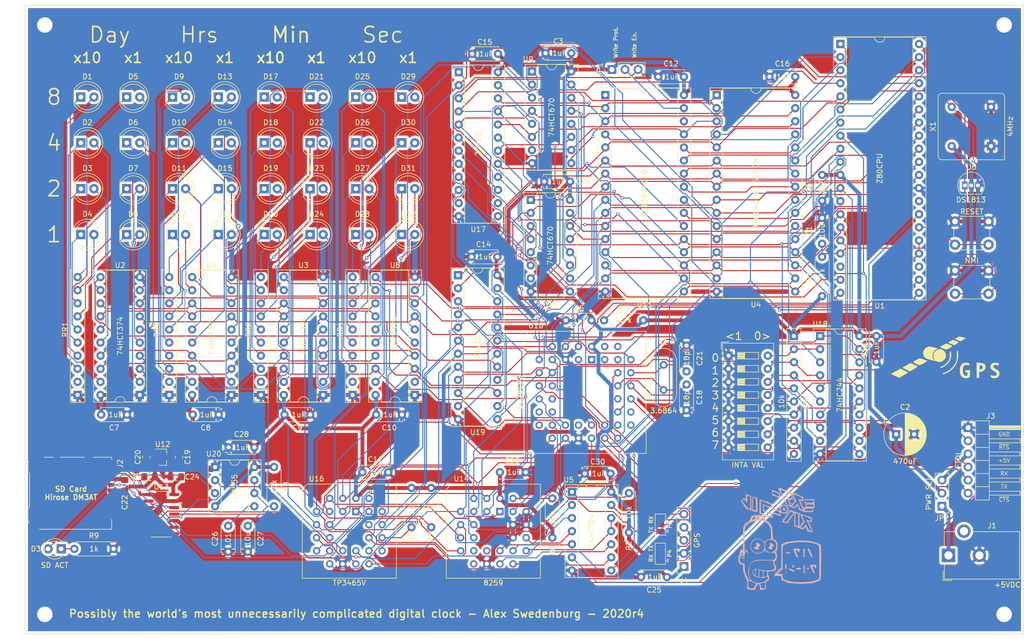
<source format=kicad_pcb>
(kicad_pcb (version 20171130) (host pcbnew 5.1.5+dfsg1-2build2)
  (layers (0 F.Cu signal) (31 B.Cu signal) (34 B.Paste user) (35 F.Paste user) (36 B.SilkS user) (37 F.SilkS user) (38 B.Mask user) (39 F.Mask user) (44 Edge.Cuts user))
  (net 0 "")
  (net 1 /A0)
  (net 2 /A1)
  (net 3 /A10)
  (net 4 /A11)
  (net 5 /A12)
  (net 6 /A13)
  (net 7 /A14)
  (net 8 /A15)
  (net 9 /A2)
  (net 10 /A3)
  (net 11 /A4)
  (net 12 /A5)
  (net 13 /A6)
  (net 14 /A7)
  (net 15 /A8)
  (net 16 /A9)
  (net 17 /CLK)
  (net 18 /D0)
  (net 19 /D1)
  (net 20 /D2)
  (net 21 /D3)
  (net 22 /D4)
  (net 23 /D5)
  (net 24 /D6)
  (net 25 /D7)
  (net 26 /DAY_LE)
  (net 27 /HRS_LE)
  (net 28 /INT0)
  (net 29 /MIN_LE)
  (net 30 /SEC_LE)
  (net 31 GND)
  (net 32 VCC)
  (net 33 VDD)
  (net 34 "Net-(C21-Pad1)")
  (net 35 "Net-(C26-Pad1)")
  (net 36 "Net-(C27-Pad1)")
  (net 37 "Net-(D1-Pad2)")
  (net 38 "Net-(D1-Pad1)")
  (net 39 "Net-(D2-Pad2)")
  (net 40 "Net-(D2-Pad1)")
  (net 41 "Net-(D3-Pad2)")
  (net 42 "Net-(D3-Pad1)")
  (net 43 "Net-(D4-Pad2)")
  (net 44 "Net-(D4-Pad1)")
  (net 45 "Net-(D5-Pad2)")
  (net 46 "Net-(D5-Pad1)")
  (net 47 "Net-(D6-Pad2)")
  (net 48 "Net-(D6-Pad1)")
  (net 49 "Net-(D7-Pad2)")
  (net 50 "Net-(D7-Pad1)")
  (net 51 "Net-(D8-Pad2)")
  (net 52 "Net-(D8-Pad1)")
  (net 53 "Net-(D9-Pad2)")
  (net 54 "Net-(D9-Pad1)")
  (net 55 "Net-(D10-Pad2)")
  (net 56 "Net-(D10-Pad1)")
  (net 57 "Net-(D11-Pad2)")
  (net 58 "Net-(D11-Pad1)")
  (net 59 "Net-(D12-Pad2)")
  (net 60 "Net-(D12-Pad1)")
  (net 61 "Net-(D13-Pad2)")
  (net 62 "Net-(D13-Pad1)")
  (net 63 "Net-(D14-Pad2)")
  (net 64 "Net-(D14-Pad1)")
  (net 65 "Net-(D15-Pad2)")
  (net 66 "Net-(D15-Pad1)")
  (net 67 "Net-(D16-Pad2)")
  (net 68 "Net-(D16-Pad1)")
  (net 69 "Net-(D17-Pad2)")
  (net 70 "Net-(D17-Pad1)")
  (net 71 "Net-(D18-Pad2)")
  (net 72 "Net-(D18-Pad1)")
  (net 73 "Net-(D19-Pad2)")
  (net 74 "Net-(D19-Pad1)")
  (net 75 "Net-(D20-Pad2)")
  (net 76 "Net-(D20-Pad1)")
  (net 77 "Net-(D21-Pad2)")
  (net 78 "Net-(D21-Pad1)")
  (net 79 "Net-(D22-Pad2)")
  (net 80 "Net-(D22-Pad1)")
  (net 81 "Net-(D23-Pad2)")
  (net 82 "Net-(D23-Pad1)")
  (net 83 "Net-(D24-Pad2)")
  (net 84 "Net-(D24-Pad1)")
  (net 85 "Net-(D25-Pad2)")
  (net 86 "Net-(D25-Pad1)")
  (net 87 "Net-(D26-Pad2)")
  (net 88 "Net-(D26-Pad1)")
  (net 89 "Net-(D27-Pad2)")
  (net 90 "Net-(D27-Pad1)")
  (net 91 "Net-(D28-Pad2)")
  (net 92 "Net-(D28-Pad1)")
  (net 93 "Net-(D29-Pad2)")
  (net 94 "Net-(D29-Pad1)")
  (net 95 "Net-(D30-Pad2)")
  (net 96 "Net-(D30-Pad1)")
  (net 97 "Net-(D31-Pad2)")
  (net 98 "Net-(D31-Pad1)")
  (net 99 "Net-(D32-Pad2)")
  (net 100 "Net-(D32-Pad1)")
  (net 101 "Net-(D33-Pad2)")
  (net 102 "Net-(D33-Pad1)")
  (net 103 "Net-(J2-Pad7)")
  (net 104 "Net-(J2-Pad5)")
  (net 105 "Net-(J2-Pad3)")
  (net 106 "Net-(J2-Pad2)")
  (net 107 "Net-(J4-Pad4)")
  (net 108 "Net-(J4-Pad3)")
  (net 109 "Net-(JP1-Pad2)")
  (net 110 "Net-(R5-Pad1)")
  (net 111 /MA15)
  (net 112 /MA16)
  (net 113 "Net-(U13-Pad11)")
  (net 114 "Net-(U13-Pad5)")
  (net 115 /USBPWR)
  (net 116 /EXT)
  (net 117 "Net-(C18-Pad1)")
  (net 118 /TX)
  (net 119 /RX)
  (net 120 "Net-(R3-Pad2)")
  (net 121 "Net-(R6-Pad1)")
  (net 122 /MA17)
  (net 123 /MA18)
  (net 124 "Net-(RN1-Pad9)")
  (net 125 "Net-(RN1-Pad8)")
  (net 126 "Net-(RN1-Pad7)")
  (net 127 "Net-(RN1-Pad6)")
  (net 128 "Net-(RN1-Pad5)")
  (net 129 "Net-(RN1-Pad4)")
  (net 130 "Net-(RN1-Pad3)")
  (net 131 "Net-(RN1-Pad2)")
  (net 132 /MA14)
  (net 133 "Net-(U14-Pad17)")
  (net 134 "Net-(U14-Pad20)")
  (net 135 "Net-(U14-Pad19)")
  (net 136 /WP)
  (net 137 /COPY)
  (net 138 "Net-(U10-Pad38)")
  (net 139 "Net-(U14-Pad21)")
  (net 140 "Net-(U14-Pad18)")
  (net 141 /GTX)
  (net 142 /GRX)
  (net 143 "Net-(U13-Pad2)")
  (net 144 //NMI)
  (net 145 //SD)
  (net 146 //CTS)
  (net 147 //RTS)
  (net 148 //MWR)
  (net 149 //INT2)
  (net 150 //SP)
  (net 151 //RST)
  (net 152 //RD)
  (net 153 //WR)
  (net 154 //M1)
  (net 155 //INT)
  (net 156 //MREQ)
  (net 157 //IORQ)
  (net 158 //RAM_CS)
  (net 159 //INT3)
  (net 160 //PAGE)
  (net 161 //MMU)
  (net 162 //UART_CS)
  (net 163 //ROM_CS)
  (net 164 //CS0)
  (net 165 //PIC_CS)
  (net 166 //ROM)
  (net 167 //SPI_CS)
  (net 168 //BANK)
  (net 169 //INTA)
  (net 170 "Net-(J2-Pad8)")
  (net 171 "Net-(J2-Pad1)")
  (net 172 "Net-(RR1-Pad2)")
  (net 173 "Net-(RR2-Pad2)")
  (net 174 "Net-(RR3-Pad2)")
  (net 175 "Net-(RR4-Pad2)")
  (net 176 "Net-(U1-Pad23)")
  (net 177 "Net-(U1-Pad28)")
  (net 178 "Net-(U1-Pad18)")
  (net 179 "Net-(U10-Pad1)")
  (net 180 "Net-(U10-Pad3)")
  (net 181 "Net-(U10-Pad43)")
  (net 182 "Net-(U10-Pad41)")
  (net 183 "Net-(U10-Pad42)")
  (net 184 "Net-(U10-Pad12)")
  (net 185 "Net-(U10-Pad14)")
  (net 186 "Net-(U10-Pad16)")
  (net 187 "Net-(U10-Pad15)")
  (net 188 "Net-(U10-Pad17)")
  (net 189 "Net-(U10-Pad23)")
  (net 190 "Net-(U10-Pad29)")
  (net 191 "Net-(U10-Pad30)")
  (net 192 "Net-(U10-Pad34)")
  (net 193 "Net-(U10-Pad40)")
  (net 194 "Net-(U10-Pad31)")
  (net 195 "Net-(U11-Pad1)")
  (net 196 "Net-(U11-Pad30)")
  (net 197 "Net-(U14-Pad12)")
  (net 198 "Net-(U14-Pad15)")
  (net 199 "Net-(U14-Pad13)")
  (net 200 "Net-(U16-Pad26)")
  (net 201 "Net-(U16-Pad25)")
  (net 202 "Net-(U17-Pad13)")
  (net 203 "Net-(U17-Pad14)")
  (net 204 "Net-(U17-Pad11)")
  (module Package_SO:SOIC-14_3.9x8.7mm_P1.27mm (layer F.Cu) (at 74.676 123.444)
    (fp_text reference U13 (at 0 -5.28) (layer F.SilkS))
    (fp_text value 74LVC125)
    (pad 14 smd roundrect (at 2.475 -3.81) (size 1.95 0.6) (layers F.Cu F.Paste F.Mask) (net 33 VDD))
    (pad 13 smd roundrect (at 2.475 -2.54) (size 1.95 0.6) (layers F.Cu F.Paste F.Mask) (net 31 GND))
    (pad 12 smd roundrect (at 2.475 -1.27) (size 1.95 0.6) (layers F.Cu F.Paste F.Mask) (net 103 "Net-(J2-Pad7)"))
    (pad 11 smd roundrect (at 2.475 0) (size 1.95 0.6) (layers F.Cu F.Paste F.Mask) (net 113 "Net-(U13-Pad11)"))
    (pad 10 smd roundrect (at 2.475 1.27) (size 1.95 0.6) (layers F.Cu F.Paste F.Mask) (net 31 GND))
    (pad 9 smd roundrect (at 2.475 2.54) (size 1.95 0.6) (layers F.Cu F.Paste F.Mask) (net 164 //CS0))
    (pad 8 smd roundrect (at 2.475 3.81) (size 1.95 0.6) (layers F.Cu F.Paste F.Mask) (net 106 "Net-(J2-Pad2)"))
    (pad 7 smd roundrect (at -2.475 3.81) (size 1.95 0.6) (layers F.Cu F.Paste F.Mask) (net 31 GND))
    (pad 6 smd roundrect (at -2.475 2.54) (size 1.95 0.6) (layers F.Cu F.Paste F.Mask) (net 105 "Net-(J2-Pad3)"))
    (pad 5 smd roundrect (at -2.475 1.27) (size 1.95 0.6) (layers F.Cu F.Paste F.Mask) (net 114 "Net-(U13-Pad5)"))
    (pad 4 smd roundrect (at -2.475 0) (size 1.95 0.6) (layers F.Cu F.Paste F.Mask) (net 31 GND))
    (pad 3 smd roundrect (at -2.475 -1.27) (size 1.95 0.6) (layers F.Cu F.Paste F.Mask) (net 104 "Net-(J2-Pad5)"))
    (pad 2 smd roundrect (at -2.475 -2.54) (size 1.95 0.6) (layers F.Cu F.Paste F.Mask) (net 143 "Net-(U13-Pad2)"))
    (pad 1 smd roundrect (at -2.475 -3.81) (size 1.95 0.6) (layers F.Cu F.Paste F.Mask) (net 31 GND))
  )
  (module Crystal:Crystal_HC49-U_Vertical (layer F.Cu) (at 172.085 94.488 270)
    (fp_text reference Y1 (at -4.445 0 180) (layer F.SilkS))
    (fp_text value 3.6864 (at 8.89 0 180) (layer F.SilkS))
    (pad 2 thru_hole circle (at 4.88 0 270) (size 1.5 1.5) (drill 0.8) (layers *.Cu *.Mask) (net 117 "Net-(C18-Pad1)"))
    (pad 1 thru_hole circle (at 0 0 270) (size 1.5 1.5) (drill 0.8) (layers *.Cu *.Mask) (net 34 "Net-(C21-Pad1)"))
  )
  (module Package_LCC:PLCC-44_THT-Socket (layer F.Cu) (at 158.115 93.472)
    (fp_text reference U10 (at -10.795 -6.604) (layer F.SilkS))
    (fp_text value SC26C92 (at -13.97 6.35 90) (layer F.SilkS))
    (pad 1 thru_hole rect (at 0 0) (size 1.4224 1.4224) (drill 0.8) (layers *.Cu *.Mask) (net 179 "Net-(U10-Pad1)"))
    (pad 3 thru_hole circle (at -2.54 0) (size 1.4224 1.4224) (drill 0.8) (layers *.Cu *.Mask) (net 180 "Net-(U10-Pad3)"))
    (pad 5 thru_hole circle (at -5.08 0) (size 1.4224 1.4224) (drill 0.8) (layers *.Cu *.Mask) (net 31 GND))
    (pad 43 thru_hole circle (at 2.54 0) (size 1.4224 1.4224) (drill 0.8) (layers *.Cu *.Mask) (net 181 "Net-(U10-Pad43)"))
    (pad 41 thru_hole circle (at 5.08 0) (size 1.4224 1.4224) (drill 0.8) (layers *.Cu *.Mask) (net 182 "Net-(U10-Pad41)"))
    (pad 2 thru_hole circle (at -2.54 -2.54) (size 1.4224 1.4224) (drill 0.8) (layers *.Cu *.Mask) (net 1 /A0))
    (pad 4 thru_hole circle (at -5.08 -2.54) (size 1.4224 1.4224) (drill 0.8) (layers *.Cu *.Mask) (net 2 /A1))
    (pad 6 thru_hole circle (at -7.62 -2.54) (size 1.4224 1.4224) (drill 0.8) (layers *.Cu *.Mask) (net 9 /A2))
    (pad 44 thru_hole circle (at 0 -2.54) (size 1.4224 1.4224) (drill 0.8) (layers *.Cu *.Mask) (net 32 VCC))
    (pad 42 thru_hole circle (at 2.54 -2.54) (size 1.4224 1.4224) (drill 0.8) (layers *.Cu *.Mask) (net 183 "Net-(U10-Pad42)"))
    (pad 8 thru_hole circle (at -7.62 0) (size 1.4224 1.4224) (drill 0.8) (layers *.Cu *.Mask) (net 146 //CTS))
    (pad 10 thru_hole circle (at -7.62 2.54) (size 1.4224 1.4224) (drill 0.8) (layers *.Cu *.Mask) (net 152 //RD))
    (pad 12 thru_hole circle (at -7.62 5.08) (size 1.4224 1.4224) (drill 0.8) (layers *.Cu *.Mask) (net 184 "Net-(U10-Pad12)"))
    (pad 14 thru_hole circle (at -7.62 7.62) (size 1.4224 1.4224) (drill 0.8) (layers *.Cu *.Mask) (net 185 "Net-(U10-Pad14)"))
    (pad 16 thru_hole circle (at -7.62 10.16) (size 1.4224 1.4224) (drill 0.8) (layers *.Cu *.Mask) (net 186 "Net-(U10-Pad16)"))
    (pad 7 thru_hole circle (at -10.16 0) (size 1.4224 1.4224) (drill 0.8) (layers *.Cu *.Mask) (net 10 /A3))
    (pad 9 thru_hole circle (at -10.16 2.54) (size 1.4224 1.4224) (drill 0.8) (layers *.Cu *.Mask) (net 153 //WR))
    (pad 11 thru_hole circle (at -10.16 5.08) (size 1.4224 1.4224) (drill 0.8) (layers *.Cu *.Mask) (net 142 /GRX))
    (pad 13 thru_hole circle (at -10.16 7.62) (size 1.4224 1.4224) (drill 0.8) (layers *.Cu *.Mask) (net 141 /GTX))
    (pad 15 thru_hole circle (at -10.16 10.16) (size 1.4224 1.4224) (drill 0.8) (layers *.Cu *.Mask) (net 187 "Net-(U10-Pad15)"))
    (pad 17 thru_hole circle (at -10.16 12.7) (size 1.4224 1.4224) (drill 0.8) (layers *.Cu *.Mask) (net 188 "Net-(U10-Pad17)"))
    (pad 19 thru_hole circle (at -7.62 12.7) (size 1.4224 1.4224) (drill 0.8) (layers *.Cu *.Mask) (net 21 /D3))
    (pad 21 thru_hole circle (at -5.08 12.7) (size 1.4224 1.4224) (drill 0.8) (layers *.Cu *.Mask) (net 25 /D7))
    (pad 23 thru_hole circle (at -2.54 12.7) (size 1.4224 1.4224) (drill 0.8) (layers *.Cu *.Mask) (net 189 "Net-(U10-Pad23)"))
    (pad 25 thru_hole circle (at 0 12.7) (size 1.4224 1.4224) (drill 0.8) (layers *.Cu *.Mask) (net 24 /D6))
    (pad 27 thru_hole circle (at 2.54 12.7) (size 1.4224 1.4224) (drill 0.8) (layers *.Cu *.Mask) (net 20 /D2))
    (pad 29 thru_hole circle (at 7.62 12.7) (size 1.4224 1.4224) (drill 0.8) (layers *.Cu *.Mask) (net 190 "Net-(U10-Pad29)"))
    (pad 18 thru_hole circle (at -7.62 15.24) (size 1.4224 1.4224) (drill 0.8) (layers *.Cu *.Mask) (net 19 /D1))
    (pad 20 thru_hole circle (at -5.08 15.24) (size 1.4224 1.4224) (drill 0.8) (layers *.Cu *.Mask) (net 23 /D5))
    (pad 22 thru_hole circle (at -2.54 15.24) (size 1.4224 1.4224) (drill 0.8) (layers *.Cu *.Mask) (net 31 GND))
    (pad 24 thru_hole circle (at 0 15.24) (size 1.4224 1.4224) (drill 0.8) (layers *.Cu *.Mask) (net 149 //INT2))
    (pad 26 thru_hole circle (at 2.54 15.24) (size 1.4224 1.4224) (drill 0.8) (layers *.Cu *.Mask) (net 22 /D4))
    (pad 28 thru_hole circle (at 5.08 15.24) (size 1.4224 1.4224) (drill 0.8) (layers *.Cu *.Mask) (net 18 /D0))
    (pad 30 thru_hole circle (at 5.08 12.7) (size 1.4224 1.4224) (drill 0.8) (layers *.Cu *.Mask) (net 191 "Net-(U10-Pad30)"))
    (pad 32 thru_hole circle (at 5.08 10.16) (size 1.4224 1.4224) (drill 0.8) (layers *.Cu *.Mask) (net 147 //RTS))
    (pad 34 thru_hole circle (at 5.08 7.62) (size 1.4224 1.4224) (drill 0.8) (layers *.Cu *.Mask) (net 192 "Net-(U10-Pad34)"))
    (pad 36 thru_hole circle (at 5.08 5.08) (size 1.4224 1.4224) (drill 0.8) (layers *.Cu *.Mask) (net 117 "Net-(C18-Pad1)"))
    (pad 38 thru_hole circle (at 5.08 2.54) (size 1.4224 1.4224) (drill 0.8) (layers *.Cu *.Mask) (net 138 "Net-(U10-Pad38)"))
    (pad 40 thru_hole circle (at 5.08 -2.54) (size 1.4224 1.4224) (drill 0.8) (layers *.Cu *.Mask) (net 193 "Net-(U10-Pad40)"))
    (pad 31 thru_hole circle (at 7.62 10.16) (size 1.4224 1.4224) (drill 0.8) (layers *.Cu *.Mask) (net 194 "Net-(U10-Pad31)"))
    (pad 33 thru_hole circle (at 7.62 7.62) (size 1.4224 1.4224) (drill 0.8) (layers *.Cu *.Mask) (net 118 /TX))
    (pad 35 thru_hole circle (at 7.62 5.08) (size 1.4224 1.4224) (drill 0.8) (layers *.Cu *.Mask) (net 119 /RX))
    (pad 37 thru_hole circle (at 7.62 2.54) (size 1.4224 1.4224) (drill 0.8) (layers *.Cu *.Mask) (net 34 "Net-(C21-Pad1)"))
    (pad 39 thru_hole circle (at 7.62 0) (size 1.4224 1.4224) (drill 0.8) (layers *.Cu *.Mask) (net 162 //UART_CS))
  )
  (module Jumper:SolderJumper-3_P1.3mm_Open_Pad1.0x1.5mm (layer F.Cu) (at 171.45 131.126 90)
    (fp_text reference JP4)
    (fp_text value "GPS P4")
    (pad 1 smd rect (at -1.3 0 90) (size 1 1.5) (layers F.Cu F.Mask) (net 142 /GRX))
    (pad 2 smd rect (at 0 0 90) (size 1 1.5) (layers F.Cu F.Mask) (net 107 "Net-(J4-Pad4)"))
    (pad 3 smd rect (at 1.3 0 90) (size 1 1.5) (layers F.Cu F.Mask) (net 141 /GTX))
  )
  (module Jumper:SolderJumper-3_P1.3mm_Open_Pad1.0x1.5mm (layer F.Cu) (at 171.45 125.476 90)
    (fp_text reference JP3)
    (fp_text value "GPS P3")
    (pad 1 smd rect (at -1.3 0 90) (size 1 1.5) (layers F.Cu F.Mask) (net 141 /GTX))
    (pad 2 smd rect (at 0 0 90) (size 1 1.5) (layers F.Cu F.Mask) (net 108 "Net-(J4-Pad3)"))
    (pad 3 smd rect (at 1.3 0 90) (size 1 1.5) (layers F.Cu F.Mask) (net 142 /GRX))
  )
  (module Package_DIP:DIP-32_W15.24mm_Socket (layer F.Cu) (at 182.372 42.164)
    (fp_text reference U4 (at 7.62 40.64) (layer F.SilkS))
    (fp_text value AS6C4008-55PCN (at 7.62 19.05 90) (layer F.SilkS))
    (pad 32 thru_hole oval (at 15.24 0) (size 1.6 1.6) (drill 0.8) (layers *.Cu *.Mask) (net 32 VCC))
    (pad 16 thru_hole oval (at 0 38.1) (size 1.6 1.6) (drill 0.8) (layers *.Cu *.Mask) (net 31 GND))
    (pad 31 thru_hole oval (at 15.24 2.54) (size 1.6 1.6) (drill 0.8) (layers *.Cu *.Mask) (net 111 /MA15))
    (pad 15 thru_hole oval (at 0 35.56) (size 1.6 1.6) (drill 0.8) (layers *.Cu *.Mask) (net 20 /D2))
    (pad 30 thru_hole oval (at 15.24 5.08) (size 1.6 1.6) (drill 0.8) (layers *.Cu *.Mask) (net 122 /MA17))
    (pad 14 thru_hole oval (at 0 33.02) (size 1.6 1.6) (drill 0.8) (layers *.Cu *.Mask) (net 19 /D1))
    (pad 29 thru_hole oval (at 15.24 7.62) (size 1.6 1.6) (drill 0.8) (layers *.Cu *.Mask) (net 148 //MWR))
    (pad 13 thru_hole oval (at 0 30.48) (size 1.6 1.6) (drill 0.8) (layers *.Cu *.Mask) (net 18 /D0))
    (pad 28 thru_hole oval (at 15.24 10.16) (size 1.6 1.6) (drill 0.8) (layers *.Cu *.Mask) (net 6 /A13))
    (pad 12 thru_hole oval (at 0 27.94) (size 1.6 1.6) (drill 0.8) (layers *.Cu *.Mask) (net 1 /A0))
    (pad 27 thru_hole oval (at 15.24 12.7) (size 1.6 1.6) (drill 0.8) (layers *.Cu *.Mask) (net 15 /A8))
    (pad 11 thru_hole oval (at 0 25.4) (size 1.6 1.6) (drill 0.8) (layers *.Cu *.Mask) (net 2 /A1))
    (pad 26 thru_hole oval (at 15.24 15.24) (size 1.6 1.6) (drill 0.8) (layers *.Cu *.Mask) (net 16 /A9))
    (pad 10 thru_hole oval (at 0 22.86) (size 1.6 1.6) (drill 0.8) (layers *.Cu *.Mask) (net 9 /A2))
    (pad 25 thru_hole oval (at 15.24 17.78) (size 1.6 1.6) (drill 0.8) (layers *.Cu *.Mask) (net 4 /A11))
    (pad 9 thru_hole oval (at 0 20.32) (size 1.6 1.6) (drill 0.8) (layers *.Cu *.Mask) (net 10 /A3))
    (pad 24 thru_hole oval (at 15.24 20.32) (size 1.6 1.6) (drill 0.8) (layers *.Cu *.Mask) (net 152 //RD))
    (pad 8 thru_hole oval (at 0 17.78) (size 1.6 1.6) (drill 0.8) (layers *.Cu *.Mask) (net 11 /A4))
    (pad 23 thru_hole oval (at 15.24 22.86) (size 1.6 1.6) (drill 0.8) (layers *.Cu *.Mask) (net 3 /A10))
    (pad 7 thru_hole oval (at 0 15.24) (size 1.6 1.6) (drill 0.8) (layers *.Cu *.Mask) (net 12 /A5))
    (pad 22 thru_hole oval (at 15.24 25.4) (size 1.6 1.6) (drill 0.8) (layers *.Cu *.Mask) (net 158 //RAM_CS))
    (pad 6 thru_hole oval (at 0 12.7) (size 1.6 1.6) (drill 0.8) (layers *.Cu *.Mask) (net 13 /A6))
    (pad 21 thru_hole oval (at 15.24 27.94) (size 1.6 1.6) (drill 0.8) (layers *.Cu *.Mask) (net 25 /D7))
    (pad 5 thru_hole oval (at 0 10.16) (size 1.6 1.6) (drill 0.8) (layers *.Cu *.Mask) (net 14 /A7))
    (pad 20 thru_hole oval (at 15.24 30.48) (size 1.6 1.6) (drill 0.8) (layers *.Cu *.Mask) (net 24 /D6))
    (pad 4 thru_hole oval (at 0 7.62) (size 1.6 1.6) (drill 0.8) (layers *.Cu *.Mask) (net 5 /A12))
    (pad 19 thru_hole oval (at 15.24 33.02) (size 1.6 1.6) (drill 0.8) (layers *.Cu *.Mask) (net 23 /D5))
    (pad 3 thru_hole oval (at 0 5.08) (size 1.6 1.6) (drill 0.8) (layers *.Cu *.Mask) (net 132 /MA14))
    (pad 18 thru_hole oval (at 15.24 35.56) (size 1.6 1.6) (drill 0.8) (layers *.Cu *.Mask) (net 22 /D4))
    (pad 2 thru_hole oval (at 0 2.54) (size 1.6 1.6) (drill 0.8) (layers *.Cu *.Mask) (net 112 /MA16))
    (pad 17 thru_hole oval (at 15.24 38.1) (size 1.6 1.6) (drill 0.8) (layers *.Cu *.Mask) (net 21 /D3))
    (pad 1 thru_hole rect (at 0 0) (size 1.6 1.6) (drill 0.8) (layers *.Cu *.Mask) (net 123 /MA18))
  )
  (module Capacitor_THT:C_Disc_D5.0mm_W2.5mm_P5.00mm (layer F.Cu) (at 161.798 115.57 180)
    (fp_text reference C30 (at 2.5 2.286) (layer F.SilkS))
    (fp_text value .1uF (at 2.5 0) (layer F.SilkS))
    (pad 2 thru_hole circle (at 5 0 180) (size 1.6 1.6) (drill 0.8) (layers *.Cu *.Mask) (net 31 GND))
    (pad 1 thru_hole circle (at 0 0 180) (size 1.6 1.6) (drill 0.8) (layers *.Cu *.Mask) (net 32 VCC))
  )
  (module Resistor_SMD:R_0805_2012Metric_Pad1.15x1.40mm_HandSolder (layer F.Cu) (at 72.39 116.205 180)
    (fp_text reference R4 (at 2.54 -0.127 90) (layer F.SilkS))
    (fp_text value 10k)
    (pad 2 smd roundrect (at 1.025 0 180) (size 1.15 1.4) (layers F.Cu F.Paste F.Mask) (roundrect_rratio 0.217391) (net 103 "Net-(J2-Pad7)"))
    (pad 1 smd roundrect (at -1.025 0 180) (size 1.15 1.4) (layers F.Cu F.Paste F.Mask) (roundrect_rratio 0.217391) (net 33 VDD))
  )
  (module Capacitor_THT:C_Disc_D5.0mm_W2.5mm_P5.00mm (layer F.Cu) (at 153.924 58.928 180)
    (fp_text reference C29 (at -2.54 0) (layer F.SilkS))
    (fp_text value .1uF (at 2.5 0) (layer F.SilkS))
    (pad 2 thru_hole circle (at 5 0 180) (size 1.6 1.6) (drill 0.8) (layers *.Cu *.Mask) (net 31 GND))
    (pad 1 thru_hole circle (at 0 0 180) (size 1.6 1.6) (drill 0.8) (layers *.Cu *.Mask) (net 32 VCC))
  )
  (module Oscillator:Oscillator_DIP-8 (layer F.Cu) (at 235.585 52.07 90)
    (fp_text reference X1 (at 3.81 -11.26 90) (layer F.SilkS))
    (fp_text value 4MHz (at 3.81 3.74 90) (layer F.SilkS))
    (pad 4 thru_hole circle (at 7.62 0 90) (size 1.6 1.6) (drill 0.8) (layers *.Cu *.Mask) (net 31 GND))
    (pad 5 thru_hole circle (at 7.62 -7.62 90) (size 1.6 1.6) (drill 0.8) (layers *.Cu *.Mask) (net 17 /CLK))
    (pad 8 thru_hole circle (at 0 -7.62 90) (size 1.6 1.6) (drill 0.8) (layers *.Cu *.Mask) (net 32 VCC))
    (pad 1 thru_hole rect (at 0 0 90) (size 1.6 1.6) (drill 0.8) (layers *.Cu *.Mask) (net 31 GND))
  )
  (module Package_DIP:DIP-20_W7.62mm_Socket (layer F.Cu) (at 202.438 88.9)
    (fp_text reference U18 (at 0 -2.33) (layer F.SilkS))
    (fp_text value 74HC244 (at 3.81 11.43 90) (layer F.SilkS))
    (pad 20 thru_hole oval (at 7.62 0) (size 1.6 1.6) (drill 0.8) (layers *.Cu *.Mask) (net 32 VCC))
    (pad 10 thru_hole oval (at 0 22.86) (size 1.6 1.6) (drill 0.8) (layers *.Cu *.Mask) (net 31 GND))
    (pad 19 thru_hole oval (at 7.62 2.54) (size 1.6 1.6) (drill 0.8) (layers *.Cu *.Mask) (net 169 //INTA))
    (pad 9 thru_hole oval (at 0 20.32) (size 1.6 1.6) (drill 0.8) (layers *.Cu *.Mask) (net 25 /D7))
    (pad 18 thru_hole oval (at 7.62 5.08) (size 1.6 1.6) (drill 0.8) (layers *.Cu *.Mask) (net 18 /D0))
    (pad 8 thru_hole oval (at 0 17.78) (size 1.6 1.6) (drill 0.8) (layers *.Cu *.Mask) (net 128 "Net-(RN1-Pad5)"))
    (pad 17 thru_hole oval (at 7.62 7.62) (size 1.6 1.6) (drill 0.8) (layers *.Cu *.Mask) (net 127 "Net-(RN1-Pad6)"))
    (pad 7 thru_hole oval (at 0 15.24) (size 1.6 1.6) (drill 0.8) (layers *.Cu *.Mask) (net 24 /D6))
    (pad 16 thru_hole oval (at 7.62 10.16) (size 1.6 1.6) (drill 0.8) (layers *.Cu *.Mask) (net 19 /D1))
    (pad 6 thru_hole oval (at 0 12.7) (size 1.6 1.6) (drill 0.8) (layers *.Cu *.Mask) (net 129 "Net-(RN1-Pad4)"))
    (pad 15 thru_hole oval (at 7.62 12.7) (size 1.6 1.6) (drill 0.8) (layers *.Cu *.Mask) (net 126 "Net-(RN1-Pad7)"))
    (pad 5 thru_hole oval (at 0 10.16) (size 1.6 1.6) (drill 0.8) (layers *.Cu *.Mask) (net 23 /D5))
    (pad 14 thru_hole oval (at 7.62 15.24) (size 1.6 1.6) (drill 0.8) (layers *.Cu *.Mask) (net 20 /D2))
    (pad 4 thru_hole oval (at 0 7.62) (size 1.6 1.6) (drill 0.8) (layers *.Cu *.Mask) (net 130 "Net-(RN1-Pad3)"))
    (pad 13 thru_hole oval (at 7.62 17.78) (size 1.6 1.6) (drill 0.8) (layers *.Cu *.Mask) (net 125 "Net-(RN1-Pad8)"))
    (pad 3 thru_hole oval (at 0 5.08) (size 1.6 1.6) (drill 0.8) (layers *.Cu *.Mask) (net 22 /D4))
    (pad 12 thru_hole oval (at 7.62 20.32) (size 1.6 1.6) (drill 0.8) (layers *.Cu *.Mask) (net 21 /D3))
    (pad 2 thru_hole oval (at 0 2.54) (size 1.6 1.6) (drill 0.8) (layers *.Cu *.Mask) (net 131 "Net-(RN1-Pad2)"))
    (pad 11 thru_hole oval (at 7.62 22.86) (size 1.6 1.6) (drill 0.8) (layers *.Cu *.Mask) (net 124 "Net-(RN1-Pad9)"))
    (pad 1 thru_hole rect (at 0 0) (size 1.6 1.6) (drill 0.8) (layers *.Cu *.Mask) (net 169 //INTA))
  )
  (module Package_DIP:DIP-16_W7.62mm_Socket (layer F.Cu) (at 146.304 62.484)
    (fp_text reference U15 (at 3.81 20.32) (layer F.SilkS))
    (fp_text value 74HCT670 (at 3.81 8.89 90) (layer F.SilkS))
    (pad 16 thru_hole oval (at 7.62 0) (size 1.6 1.6) (drill 0.8) (layers *.Cu *.Mask) (net 32 VCC))
    (pad 8 thru_hole oval (at 0 17.78) (size 1.6 1.6) (drill 0.8) (layers *.Cu *.Mask) (net 31 GND))
    (pad 15 thru_hole oval (at 7.62 2.54) (size 1.6 1.6) (drill 0.8) (layers *.Cu *.Mask) (net 22 /D4))
    (pad 7 thru_hole oval (at 0 15.24) (size 1.6 1.6) (drill 0.8) (layers *.Cu *.Mask) (net 136 /WP))
    (pad 14 thru_hole oval (at 7.62 5.08) (size 1.6 1.6) (drill 0.8) (layers *.Cu *.Mask) (net 1 /A0))
    (pad 6 thru_hole oval (at 0 12.7) (size 1.6 1.6) (drill 0.8) (layers *.Cu *.Mask) (net 137 /COPY))
    (pad 13 thru_hole oval (at 7.62 7.62) (size 1.6 1.6) (drill 0.8) (layers *.Cu *.Mask) (net 2 /A1))
    (pad 5 thru_hole oval (at 0 10.16) (size 1.6 1.6) (drill 0.8) (layers *.Cu *.Mask) (net 7 /A14))
    (pad 12 thru_hole oval (at 7.62 10.16) (size 1.6 1.6) (drill 0.8) (layers *.Cu *.Mask) (net 160 //PAGE))
    (pad 4 thru_hole oval (at 0 7.62) (size 1.6 1.6) (drill 0.8) (layers *.Cu *.Mask) (net 8 /A15))
    (pad 11 thru_hole oval (at 7.62 12.7) (size 1.6 1.6) (drill 0.8) (layers *.Cu *.Mask) (net 161 //MMU))
    (pad 3 thru_hole oval (at 0 5.08) (size 1.6 1.6) (drill 0.8) (layers *.Cu *.Mask) (net 25 /D7))
    (pad 10 thru_hole oval (at 7.62 15.24) (size 1.6 1.6) (drill 0.8) (layers *.Cu *.Mask) (net 123 /MA18))
    (pad 2 thru_hole oval (at 0 2.54) (size 1.6 1.6) (drill 0.8) (layers *.Cu *.Mask) (net 24 /D6))
    (pad 9 thru_hole oval (at 7.62 17.78) (size 1.6 1.6) (drill 0.8) (layers *.Cu *.Mask) (net 166 //ROM))
    (pad 1 thru_hole rect (at 0 0) (size 1.6 1.6) (drill 0.8) (layers *.Cu *.Mask) (net 23 /D5))
  )
  (module Package_LCC:PLCC-28_THT-Socket (layer F.Cu) (at 140.335 122.936)
    (fp_text reference U14 (at -7.493 -6.35) (layer F.SilkS))
    (fp_text value 8259 (at -1.27 13.835) (layer F.SilkS))
    (pad 25 thru_hole circle (at 5.08 0) (size 1.4224 1.4224) (drill 0.8) (layers *.Cu *.Mask) (net 31 GND))
    (pad 23 thru_hole circle (at 5.08 2.54) (size 1.4224 1.4224) (drill 0.8) (layers *.Cu *.Mask) (net 31 GND))
    (pad 21 thru_hole circle (at 5.08 5.08) (size 1.4224 1.4224) (drill 0.8) (layers *.Cu *.Mask) (net 139 "Net-(U14-Pad21)"))
    (pad 26 thru_hole circle (at 2.54 -2.54) (size 1.4224 1.4224) (drill 0.8) (layers *.Cu *.Mask) (net 121 "Net-(R6-Pad1)"))
    (pad 24 thru_hole circle (at 2.54 2.54) (size 1.4224 1.4224) (drill 0.8) (layers *.Cu *.Mask) (net 31 GND))
    (pad 22 thru_hole circle (at 2.54 5.08) (size 1.4224 1.4224) (drill 0.8) (layers *.Cu *.Mask) (net 31 GND))
    (pad 20 thru_hole circle (at 2.54 7.62) (size 1.4224 1.4224) (drill 0.8) (layers *.Cu *.Mask) (net 134 "Net-(U14-Pad20)"))
    (pad 18 thru_hole circle (at 2.54 10.16) (size 1.4224 1.4224) (drill 0.8) (layers *.Cu *.Mask) (net 140 "Net-(U14-Pad18)"))
    (pad 16 thru_hole circle (at 0 10.16) (size 1.4224 1.4224) (drill 0.8) (layers *.Cu *.Mask) (net 150 //SP))
    (pad 14 thru_hole circle (at -2.54 10.16) (size 1.4224 1.4224) (drill 0.8) (layers *.Cu *.Mask) (net 31 GND))
    (pad 12 thru_hole circle (at -5.08 10.16) (size 1.4224 1.4224) (drill 0.8) (layers *.Cu *.Mask) (net 197 "Net-(U14-Pad12)"))
    (pad 19 thru_hole circle (at 5.08 7.62) (size 1.4224 1.4224) (drill 0.8) (layers *.Cu *.Mask) (net 135 "Net-(U14-Pad19)"))
    (pad 17 thru_hole circle (at 0 7.62) (size 1.4224 1.4224) (drill 0.8) (layers *.Cu *.Mask) (net 133 "Net-(U14-Pad17)"))
    (pad 15 thru_hole circle (at -2.54 7.62) (size 1.4224 1.4224) (drill 0.8) (layers *.Cu *.Mask) (net 198 "Net-(U14-Pad15)"))
    (pad 13 thru_hole circle (at -5.08 7.62) (size 1.4224 1.4224) (drill 0.8) (layers *.Cu *.Mask) (net 199 "Net-(U14-Pad13)"))
    (pad 11 thru_hole circle (at -7.62 7.62) (size 1.4224 1.4224) (drill 0.8) (layers *.Cu *.Mask) (net 18 /D0))
    (pad 9 thru_hole circle (at -7.62 5.08) (size 1.4224 1.4224) (drill 0.8) (layers *.Cu *.Mask) (net 20 /D2))
    (pad 7 thru_hole circle (at -7.62 2.54) (size 1.4224 1.4224) (drill 0.8) (layers *.Cu *.Mask) (net 22 /D4))
    (pad 5 thru_hole circle (at -7.62 0) (size 1.4224 1.4224) (drill 0.8) (layers *.Cu *.Mask) (net 24 /D6))
    (pad 10 thru_hole circle (at -5.08 5.08) (size 1.4224 1.4224) (drill 0.8) (layers *.Cu *.Mask) (net 19 /D1))
    (pad 8 thru_hole circle (at -5.08 2.54) (size 1.4224 1.4224) (drill 0.8) (layers *.Cu *.Mask) (net 21 /D3))
    (pad 6 thru_hole circle (at -5.08 0) (size 1.4224 1.4224) (drill 0.8) (layers *.Cu *.Mask) (net 23 /D5))
    (pad 28 thru_hole circle (at 0 -2.54) (size 1.4224 1.4224) (drill 0.8) (layers *.Cu *.Mask) (net 32 VCC))
    (pad 4 thru_hole circle (at -5.08 -2.54) (size 1.4224 1.4224) (drill 0.8) (layers *.Cu *.Mask) (net 25 /D7))
    (pad 2 thru_hole circle (at -2.54 -2.54) (size 1.4224 1.4224) (drill 0.8) (layers *.Cu *.Mask) (net 153 //WR))
    (pad 27 thru_hole circle (at 2.54 0) (size 1.4224 1.4224) (drill 0.8) (layers *.Cu *.Mask) (net 1 /A0))
    (pad 3 thru_hole circle (at -2.54 0) (size 1.4224 1.4224) (drill 0.8) (layers *.Cu *.Mask) (net 152 //RD))
    (pad 1 thru_hole rect (at 0 0) (size 1.4224 1.4224) (drill 0.8) (layers *.Cu *.Mask) (net 165 //PIC_CS))
  )
  (module Package_DIP:DIP-16_W7.62mm_Socket (layer F.Cu) (at 146.558 37.592)
    (fp_text reference U9 (at -0.762 -2.33) (layer F.SilkS))
    (fp_text value 74HCT670 (at 3.81 8.89 90) (layer F.SilkS))
    (pad 16 thru_hole oval (at 7.62 0) (size 1.6 1.6) (drill 0.8) (layers *.Cu *.Mask) (net 32 VCC))
    (pad 8 thru_hole oval (at 0 17.78) (size 1.6 1.6) (drill 0.8) (layers *.Cu *.Mask) (net 31 GND))
    (pad 15 thru_hole oval (at 7.62 2.54) (size 1.6 1.6) (drill 0.8) (layers *.Cu *.Mask) (net 18 /D0))
    (pad 7 thru_hole oval (at 0 15.24) (size 1.6 1.6) (drill 0.8) (layers *.Cu *.Mask) (net 112 /MA16))
    (pad 14 thru_hole oval (at 7.62 5.08) (size 1.6 1.6) (drill 0.8) (layers *.Cu *.Mask) (net 1 /A0))
    (pad 6 thru_hole oval (at 0 12.7) (size 1.6 1.6) (drill 0.8) (layers *.Cu *.Mask) (net 122 /MA17))
    (pad 13 thru_hole oval (at 7.62 7.62) (size 1.6 1.6) (drill 0.8) (layers *.Cu *.Mask) (net 2 /A1))
    (pad 5 thru_hole oval (at 0 10.16) (size 1.6 1.6) (drill 0.8) (layers *.Cu *.Mask) (net 7 /A14))
    (pad 12 thru_hole oval (at 7.62 10.16) (size 1.6 1.6) (drill 0.8) (layers *.Cu *.Mask) (net 160 //PAGE))
    (pad 4 thru_hole oval (at 0 7.62) (size 1.6 1.6) (drill 0.8) (layers *.Cu *.Mask) (net 8 /A15))
    (pad 11 thru_hole oval (at 7.62 12.7) (size 1.6 1.6) (drill 0.8) (layers *.Cu *.Mask) (net 161 //MMU))
    (pad 3 thru_hole oval (at 0 5.08) (size 1.6 1.6) (drill 0.8) (layers *.Cu *.Mask) (net 21 /D3))
    (pad 10 thru_hole oval (at 7.62 15.24) (size 1.6 1.6) (drill 0.8) (layers *.Cu *.Mask) (net 132 /MA14))
    (pad 2 thru_hole oval (at 0 2.54) (size 1.6 1.6) (drill 0.8) (layers *.Cu *.Mask) (net 20 /D2))
    (pad 9 thru_hole oval (at 7.62 17.78) (size 1.6 1.6) (drill 0.8) (layers *.Cu *.Mask) (net 111 /MA15))
    (pad 1 thru_hole rect (at 0 0) (size 1.6 1.6) (drill 0.8) (layers *.Cu *.Mask) (net 19 /D1))
  )
  (module Package_DIP:DIP-14_W7.62mm_Socket (layer F.Cu) (at 154.305 119.126)
    (fp_text reference U5 (at -0.635 -2.33) (layer F.SilkS))
    (fp_text value 74HCT04 (at 3.81 7.62 90) (layer F.SilkS))
    (pad 14 thru_hole oval (at 7.62 0) (size 1.6 1.6) (drill 0.8) (layers *.Cu *.Mask) (net 32 VCC))
    (pad 7 thru_hole oval (at 0 15.24) (size 1.6 1.6) (drill 0.8) (layers *.Cu *.Mask) (net 31 GND))
    (pad 13 thru_hole oval (at 7.62 2.54) (size 1.6 1.6) (drill 0.8) (layers *.Cu *.Mask) (net 28 /INT0))
    (pad 6 thru_hole oval (at 0 12.7) (size 1.6 1.6) (drill 0.8) (layers *.Cu *.Mask) (net 155 //INT))
    (pad 12 thru_hole oval (at 7.62 5.08) (size 1.6 1.6) (drill 0.8) (layers *.Cu *.Mask) (net 135 "Net-(U14-Pad19)"))
    (pad 5 thru_hole oval (at 0 10.16) (size 1.6 1.6) (drill 0.8) (layers *.Cu *.Mask) (net 133 "Net-(U14-Pad17)"))
    (pad 11 thru_hole oval (at 7.62 7.62) (size 1.6 1.6) (drill 0.8) (layers *.Cu *.Mask) (net 135 "Net-(U14-Pad19)"))
    (pad 4 thru_hole oval (at 0 7.62) (size 1.6 1.6) (drill 0.8) (layers *.Cu *.Mask) (net 139 "Net-(U14-Pad21)"))
    (pad 10 thru_hole oval (at 7.62 10.16) (size 1.6 1.6) (drill 0.8) (layers *.Cu *.Mask) (net 140 "Net-(U14-Pad18)"))
    (pad 3 thru_hole oval (at 0 5.08) (size 1.6 1.6) (drill 0.8) (layers *.Cu *.Mask) (net 159 //INT3))
    (pad 9 thru_hole oval (at 7.62 12.7) (size 1.6 1.6) (drill 0.8) (layers *.Cu *.Mask) (net 151 //RST))
    (pad 2 thru_hole oval (at 0 2.54) (size 1.6 1.6) (drill 0.8) (layers *.Cu *.Mask) (net 134 "Net-(U14-Pad20)"))
    (pad 8 thru_hole oval (at 7.62 15.24) (size 1.6 1.6) (drill 0.8) (layers *.Cu *.Mask) (net 138 "Net-(U10-Pad38)"))
    (pad 1 thru_hole rect (at 0 0) (size 1.6 1.6) (drill 0.8) (layers *.Cu *.Mask) (net 149 //INT2))
  )
  (module Button_Switch_THT:SW_DIP_SPSTx08_Slide_9.78x22.5mm_W7.62mm_P2.54mm (layer F.Cu) (at 184.658 92.71)
    (fp_text reference SW3)
    (fp_text value "INTA VAL" (at 3.81 21.2) (layer F.SilkS))
    (pad 16 thru_hole oval (at 7.62 0) (size 1.6 1.6) (drill 0.8) (layers *.Cu *.Mask) (net 131 "Net-(RN1-Pad2)"))
    (pad 8 thru_hole oval (at 0 17.78) (size 1.6 1.6) (drill 0.8) (layers *.Cu *.Mask) (net 31 GND))
    (pad 15 thru_hole oval (at 7.62 2.54) (size 1.6 1.6) (drill 0.8) (layers *.Cu *.Mask) (net 130 "Net-(RN1-Pad3)"))
    (pad 7 thru_hole oval (at 0 15.24) (size 1.6 1.6) (drill 0.8) (layers *.Cu *.Mask) (net 31 GND))
    (pad 14 thru_hole oval (at 7.62 5.08) (size 1.6 1.6) (drill 0.8) (layers *.Cu *.Mask) (net 129 "Net-(RN1-Pad4)"))
    (pad 6 thru_hole oval (at 0 12.7) (size 1.6 1.6) (drill 0.8) (layers *.Cu *.Mask) (net 31 GND))
    (pad 13 thru_hole oval (at 7.62 7.62) (size 1.6 1.6) (drill 0.8) (layers *.Cu *.Mask) (net 128 "Net-(RN1-Pad5)"))
    (pad 5 thru_hole oval (at 0 10.16) (size 1.6 1.6) (drill 0.8) (layers *.Cu *.Mask) (net 31 GND))
    (pad 12 thru_hole oval (at 7.62 10.16) (size 1.6 1.6) (drill 0.8) (layers *.Cu *.Mask) (net 127 "Net-(RN1-Pad6)"))
    (pad 4 thru_hole oval (at 0 7.62) (size 1.6 1.6) (drill 0.8) (layers *.Cu *.Mask) (net 31 GND))
    (pad 11 thru_hole oval (at 7.62 12.7) (size 1.6 1.6) (drill 0.8) (layers *.Cu *.Mask) (net 126 "Net-(RN1-Pad7)"))
    (pad 3 thru_hole oval (at 0 5.08) (size 1.6 1.6) (drill 0.8) (layers *.Cu *.Mask) (net 31 GND))
    (pad 10 thru_hole oval (at 7.62 15.24) (size 1.6 1.6) (drill 0.8) (layers *.Cu *.Mask) (net 125 "Net-(RN1-Pad8)"))
    (pad 2 thru_hole oval (at 0 2.54) (size 1.6 1.6) (drill 0.8) (layers *.Cu *.Mask) (net 31 GND))
    (pad 9 thru_hole oval (at 7.62 17.78) (size 1.6 1.6) (drill 0.8) (layers *.Cu *.Mask) (net 124 "Net-(RN1-Pad9)"))
    (pad 1 thru_hole rect (at 0 0) (size 1.6 1.6) (drill 0.8) (layers *.Cu *.Mask) (net 31 GND))
  )
  (module Resistor_THT:R_Array_SIP10 (layer F.Cu) (at 197.358 88.9 270)
    (fp_text reference RN1 (at 12.7 -2.4 90) (layer F.SilkS))
    (fp_text value 10k (at 12.7 2.4 90) (layer F.SilkS))
    (pad 10 thru_hole oval (at 22.86 0 270) (size 1.6 1.6) (drill 0.8) (layers *.Cu *.Mask) (net 150 //SP))
    (pad 9 thru_hole oval (at 20.32 0 270) (size 1.6 1.6) (drill 0.8) (layers *.Cu *.Mask) (net 124 "Net-(RN1-Pad9)"))
    (pad 8 thru_hole oval (at 17.78 0 270) (size 1.6 1.6) (drill 0.8) (layers *.Cu *.Mask) (net 125 "Net-(RN1-Pad8)"))
    (pad 7 thru_hole oval (at 15.24 0 270) (size 1.6 1.6) (drill 0.8) (layers *.Cu *.Mask) (net 126 "Net-(RN1-Pad7)"))
    (pad 6 thru_hole oval (at 12.7 0 270) (size 1.6 1.6) (drill 0.8) (layers *.Cu *.Mask) (net 127 "Net-(RN1-Pad6)"))
    (pad 5 thru_hole oval (at 10.16 0 270) (size 1.6 1.6) (drill 0.8) (layers *.Cu *.Mask) (net 128 "Net-(RN1-Pad5)"))
    (pad 4 thru_hole oval (at 7.62 0 270) (size 1.6 1.6) (drill 0.8) (layers *.Cu *.Mask) (net 129 "Net-(RN1-Pad4)"))
    (pad 3 thru_hole oval (at 5.08 0 270) (size 1.6 1.6) (drill 0.8) (layers *.Cu *.Mask) (net 130 "Net-(RN1-Pad3)"))
    (pad 2 thru_hole oval (at 2.54 0 270) (size 1.6 1.6) (drill 0.8) (layers *.Cu *.Mask) (net 131 "Net-(RN1-Pad2)"))
    (pad 1 thru_hole rect (at 0 0 270) (size 1.6 1.6) (drill 0.8) (layers *.Cu *.Mask) (net 32 VCC))
  )
  (module Resistor_THT:R_Axial_DIN0207_L6.3mm_D2.5mm_P7.62mm_Horizontal (layer F.Cu) (at 150.495 120.396 270)
    (fp_text reference R6 (at 10.16 0 90) (layer F.SilkS))
    (fp_text value 10k (at 3.81 0 90) (layer F.SilkS))
    (pad 2 thru_hole oval (at 7.62 0 270) (size 1.6 1.6) (drill 0.8) (layers *.Cu *.Mask) (net 32 VCC))
    (pad 1 thru_hole circle (at 0 0 270) (size 1.6 1.6) (drill 0.8) (layers *.Cu *.Mask) (net 121 "Net-(R6-Pad1)"))
  )
  (module Resistor_THT:R_Axial_DIN0207_L6.3mm_D2.5mm_P7.62mm_Horizontal (layer F.Cu) (at 168.148 85.852 180)
    (fp_text reference R3 (at 3.81 2.286) (layer F.SilkS))
    (fp_text value 4.7k (at 3.81 0) (layer F.SilkS))
    (pad 2 thru_hole oval (at 7.62 0 180) (size 1.6 1.6) (drill 0.8) (layers *.Cu *.Mask) (net 120 "Net-(R3-Pad2)"))
    (pad 1 thru_hole circle (at 0 0 180) (size 1.6 1.6) (drill 0.8) (layers *.Cu *.Mask) (net 32 VCC))
  )
  (module Capacitor_THT:C_Disc_D5.0mm_W2.5mm_P5.00mm (layer F.Cu) (at 140.335 115.316)
    (fp_text reference C23 (at 2.413 -2.286) (layer F.SilkS))
    (fp_text value .1uF (at 2.5 0) (layer F.SilkS))
    (pad 2 thru_hole circle (at 5 0) (size 1.6 1.6) (drill 0.8) (layers *.Cu *.Mask) (net 31 GND))
    (pad 1 thru_hole circle (at 0 0) (size 1.6 1.6) (drill 0.8) (layers *.Cu *.Mask) (net 32 VCC))
  )
  (module Capacitor_THT:C_Disc_D5.0mm_W2.5mm_P5.00mm (layer F.Cu) (at 213.36 88.9 270)
    (fp_text reference C13 (at 2.794 2.286 90) (layer F.SilkS))
    (fp_text value .1uF (at 2.5 0 90) (layer F.SilkS))
    (pad 2 thru_hole circle (at 5 0 270) (size 1.6 1.6) (drill 0.8) (layers *.Cu *.Mask) (net 31 GND))
    (pad 1 thru_hole circle (at 0 0 270) (size 1.6 1.6) (drill 0.8) (layers *.Cu *.Mask) (net 32 VCC))
  )
  (module Package_DIP:DIP-24_W7.62mm_Socket (layer F.Cu) (at 132.207 77.089)
    (fp_text reference U19 (at 3.81 30.48) (layer F.SilkS))
    (fp_text value 22V10 (at 3.81 13.97 270) (layer F.SilkS))
    (pad 1 thru_hole rect (at 0 0) (size 1.6 1.6) (drill 0.8) (layers *.Cu *.Mask) (net 14 /A7))
    (pad 13 thru_hole oval (at 7.62 27.94) (size 1.6 1.6) (drill 0.8) (layers *.Cu *.Mask) (net 154 //M1))
    (pad 2 thru_hole oval (at 0 2.54) (size 1.6 1.6) (drill 0.8) (layers *.Cu *.Mask) (net 13 /A6))
    (pad 14 thru_hole oval (at 7.62 25.4) (size 1.6 1.6) (drill 0.8) (layers *.Cu *.Mask) (net 30 /SEC_LE))
    (pad 3 thru_hole oval (at 0 5.08) (size 1.6 1.6) (drill 0.8) (layers *.Cu *.Mask) (net 12 /A5))
    (pad 15 thru_hole oval (at 7.62 22.86) (size 1.6 1.6) (drill 0.8) (layers *.Cu *.Mask) (net 29 /MIN_LE))
    (pad 4 thru_hole oval (at 0 7.62) (size 1.6 1.6) (drill 0.8) (layers *.Cu *.Mask) (net 11 /A4))
    (pad 16 thru_hole oval (at 7.62 20.32) (size 1.6 1.6) (drill 0.8) (layers *.Cu *.Mask) (net 27 /HRS_LE))
    (pad 5 thru_hole oval (at 0 10.16) (size 1.6 1.6) (drill 0.8) (layers *.Cu *.Mask) (net 10 /A3))
    (pad 17 thru_hole oval (at 7.62 17.78) (size 1.6 1.6) (drill 0.8) (layers *.Cu *.Mask) (net 26 /DAY_LE))
    (pad 6 thru_hole oval (at 0 12.7) (size 1.6 1.6) (drill 0.8) (layers *.Cu *.Mask) (net 9 /A2))
    (pad 18 thru_hole oval (at 7.62 15.24) (size 1.6 1.6) (drill 0.8) (layers *.Cu *.Mask) (net 167 //SPI_CS))
    (pad 7 thru_hole oval (at 0 15.24) (size 1.6 1.6) (drill 0.8) (layers *.Cu *.Mask) (net 2 /A1))
    (pad 19 thru_hole oval (at 7.62 12.7) (size 1.6 1.6) (drill 0.8) (layers *.Cu *.Mask) (net 162 //UART_CS))
    (pad 8 thru_hole oval (at 0 17.78) (size 1.6 1.6) (drill 0.8) (layers *.Cu *.Mask) (net 1 /A0))
    (pad 20 thru_hole oval (at 7.62 10.16) (size 1.6 1.6) (drill 0.8) (layers *.Cu *.Mask) (net 165 //PIC_CS))
    (pad 9 thru_hole oval (at 0 20.32) (size 1.6 1.6) (drill 0.8) (layers *.Cu *.Mask) (net 152 //RD))
    (pad 21 thru_hole oval (at 7.62 7.62) (size 1.6 1.6) (drill 0.8) (layers *.Cu *.Mask) (net 160 //PAGE))
    (pad 10 thru_hole oval (at 0 22.86) (size 1.6 1.6) (drill 0.8) (layers *.Cu *.Mask) (net 153 //WR))
    (pad 22 thru_hole oval (at 7.62 5.08) (size 1.6 1.6) (drill 0.8) (layers *.Cu *.Mask) (net 168 //BANK))
    (pad 11 thru_hole oval (at 0 25.4) (size 1.6 1.6) (drill 0.8) (layers *.Cu *.Mask) (net 157 //IORQ))
    (pad 23 thru_hole oval (at 7.62 2.54) (size 1.6 1.6) (drill 0.8) (layers *.Cu *.Mask) (net 169 //INTA))
    (pad 12 thru_hole oval (at 0 27.94) (size 1.6 1.6) (drill 0.8) (layers *.Cu *.Mask) (net 31 GND))
    (pad 24 thru_hole oval (at 7.62 0) (size 1.6 1.6) (drill 0.8) (layers *.Cu *.Mask) (net 32 VCC))
  )
  (module Package_DIP:DIP-24_W7.62mm_Socket (layer F.Cu) (at 132.334 37.719)
    (fp_text reference U17 (at 3.81 30.48) (layer F.SilkS))
    (fp_text value 22V10 (at 3.81 13.97 270) (layer F.SilkS))
    (pad 1 thru_hole rect (at 0 0) (size 1.6 1.6) (drill 0.8) (layers *.Cu *.Mask) (net 168 //BANK))
    (pad 13 thru_hole oval (at 7.62 27.94) (size 1.6 1.6) (drill 0.8) (layers *.Cu *.Mask) (net 202 "Net-(U17-Pad13)"))
    (pad 2 thru_hole oval (at 0 2.54) (size 1.6 1.6) (drill 0.8) (layers *.Cu *.Mask) (net 151 //RST))
    (pad 14 thru_hole oval (at 7.62 25.4) (size 1.6 1.6) (drill 0.8) (layers *.Cu *.Mask) (net 203 "Net-(U17-Pad14)"))
    (pad 3 thru_hole oval (at 0 5.08) (size 1.6 1.6) (drill 0.8) (layers *.Cu *.Mask) (net 18 /D0))
    (pad 15 thru_hole oval (at 7.62 22.86) (size 1.6 1.6) (drill 0.8) (layers *.Cu *.Mask) (net 148 //MWR))
    (pad 4 thru_hole oval (at 0 7.62) (size 1.6 1.6) (drill 0.8) (layers *.Cu *.Mask) (net 7 /A14))
    (pad 16 thru_hole oval (at 7.62 20.32) (size 1.6 1.6) (drill 0.8) (layers *.Cu *.Mask) (net 158 //RAM_CS))
    (pad 5 thru_hole oval (at 0 10.16) (size 1.6 1.6) (drill 0.8) (layers *.Cu *.Mask) (net 8 /A15))
    (pad 17 thru_hole oval (at 7.62 17.78) (size 1.6 1.6) (drill 0.8) (layers *.Cu *.Mask) (net 163 //ROM_CS))
    (pad 6 thru_hole oval (at 0 12.7) (size 1.6 1.6) (drill 0.8) (layers *.Cu *.Mask) (net 136 /WP))
    (pad 18 thru_hole oval (at 7.62 15.24) (size 1.6 1.6) (drill 0.8) (layers *.Cu *.Mask) (net 161 //MMU))
    (pad 7 thru_hole oval (at 0 15.24) (size 1.6 1.6) (drill 0.8) (layers *.Cu *.Mask) (net 137 /COPY))
    (pad 19 thru_hole oval (at 7.62 12.7) (size 1.6 1.6) (drill 0.8) (layers *.Cu *.Mask) (net 123 /MA18))
    (pad 8 thru_hole oval (at 0 17.78) (size 1.6 1.6) (drill 0.8) (layers *.Cu *.Mask) (net 166 //ROM))
    (pad 20 thru_hole oval (at 7.62 10.16) (size 1.6 1.6) (drill 0.8) (layers *.Cu *.Mask) (net 122 /MA17))
    (pad 9 thru_hole oval (at 0 20.32) (size 1.6 1.6) (drill 0.8) (layers *.Cu *.Mask) (net 156 //MREQ))
    (pad 21 thru_hole oval (at 7.62 7.62) (size 1.6 1.6) (drill 0.8) (layers *.Cu *.Mask) (net 112 /MA16))
    (pad 10 thru_hole oval (at 0 22.86) (size 1.6 1.6) (drill 0.8) (layers *.Cu *.Mask) (net 153 //WR))
    (pad 22 thru_hole oval (at 7.62 5.08) (size 1.6 1.6) (drill 0.8) (layers *.Cu *.Mask) (net 111 /MA15))
    (pad 11 thru_hole oval (at 0 25.4) (size 1.6 1.6) (drill 0.8) (layers *.Cu *.Mask) (net 204 "Net-(U17-Pad11)"))
    (pad 23 thru_hole oval (at 7.62 2.54) (size 1.6 1.6) (drill 0.8) (layers *.Cu *.Mask) (net 132 /MA14))
    (pad 12 thru_hole oval (at 0 27.94) (size 1.6 1.6) (drill 0.8) (layers *.Cu *.Mask) (net 31 GND))
    (pad 24 thru_hole oval (at 7.62 0) (size 1.6 1.6) (drill 0.8) (layers *.Cu *.Mask) (net 32 VCC))
  )
  (module Capacitor_THT:C_Disc_D5.0mm_W2.5mm_P5.00mm (layer F.Cu) (at 172.72 135.636 180)
    (fp_text reference C25 (at 2.5 -2.5) (layer F.SilkS))
    (fp_text value .1uF (at 2.54 0) (layer F.SilkS))
    (pad 2 thru_hole circle (at 5 0 180) (size 1.6 1.6) (drill 0.8) (layers *.Cu *.Mask) (net 31 GND))
    (pad 1 thru_hole circle (at 0 0 180) (size 1.6 1.6) (drill 0.8) (layers *.Cu *.Mask) (net 32 VCC))
  )
  (module Connector_PinSocket_2.54mm:PinSocket_1x05_P2.54mm_Vertical (layer F.Cu) (at 176.022 133.604 180)
    (fp_text reference J4 (at 0 -2.77) (layer F.SilkS))
    (fp_text value GPS (at -2.54 5.08 90) (layer F.SilkS))
    (pad 5 thru_hole oval (at 0 10.16 180) (size 1.7 1.7) (drill 1) (layers *.Cu *.Mask) (net 28 /INT0))
    (pad 4 thru_hole oval (at 0 7.62 180) (size 1.7 1.7) (drill 1) (layers *.Cu *.Mask) (net 107 "Net-(J4-Pad4)"))
    (pad 3 thru_hole oval (at 0 5.08 180) (size 1.7 1.7) (drill 1) (layers *.Cu *.Mask) (net 108 "Net-(J4-Pad3)"))
    (pad 2 thru_hole oval (at 0 2.54 180) (size 1.7 1.7) (drill 1) (layers *.Cu *.Mask) (net 31 GND))
    (pad 1 thru_hole rect (at 0 0 180) (size 1.7 1.7) (drill 1) (layers *.Cu *.Mask) (net 32 VCC))
  )
  (module Connector_PinHeader_2.54mm:PinHeader_1x06_P2.54mm_Horizontal (layer F.Cu) (at 231.14 106.68)
    (fp_text reference J3 (at 4.385 -2.27) (layer F.SilkS))
    (fp_text value FTDI (at -1.905 6.35 90) (layer F.SilkS))
    (pad 6 thru_hole oval (at 0 12.7) (size 1.7 1.7) (drill 1) (layers *.Cu *.Mask) (net 146 //CTS))
    (pad 5 thru_hole oval (at 0 10.16) (size 1.7 1.7) (drill 1) (layers *.Cu *.Mask) (net 118 /TX))
    (pad 4 thru_hole oval (at 0 7.62) (size 1.7 1.7) (drill 1) (layers *.Cu *.Mask) (net 119 /RX))
    (pad 3 thru_hole oval (at 0 5.08) (size 1.7 1.7) (drill 1) (layers *.Cu *.Mask) (net 115 /USBPWR))
    (pad 2 thru_hole oval (at 0 2.54) (size 1.7 1.7) (drill 1) (layers *.Cu *.Mask) (net 147 //RTS))
    (pad 1 thru_hole rect (at 0 0) (size 1.7 1.7) (drill 1) (layers *.Cu *.Mask) (net 31 GND))
  )
  (module Capacitor_THT:C_Disc_D5.0mm_W2.5mm_P5.00mm (layer F.Cu) (at 176.53 98.298 270)
    (fp_text reference C18 (at 2.5 -2.5 90) (layer F.SilkS))
    (fp_text value 18p (at 2.54 0 90) (layer F.SilkS))
    (pad 2 thru_hole circle (at 5 0 270) (size 1.6 1.6) (drill 0.8) (layers *.Cu *.Mask) (net 31 GND))
    (pad 1 thru_hole circle (at 0 0 270) (size 1.6 1.6) (drill 0.8) (layers *.Cu *.Mask) (net 117 "Net-(C18-Pad1)"))
  )
  (module Capacitor_SMD:C_0805_2012Metric_Pad1.15x1.40mm_HandSolder (layer F.Cu) (at 71.755 112.395 90)
    (fp_text reference C20 (at 0 -1.65 90) (layer F.SilkS))
    (fp_text value 1uF)
    (pad 2 smd roundrect (at 1.025 0 90) (size 1.15 1.4) (layers F.Cu F.Paste F.Mask) (roundrect_rratio 0.217391) (net 31 GND))
    (pad 1 smd roundrect (at -1.025 0 90) (size 1.15 1.4) (layers F.Cu F.Paste F.Mask) (roundrect_rratio 0.217391) (net 33 VDD))
  )
  (module Capacitor_SMD:C_0805_2012Metric_Pad1.15x1.40mm_HandSolder (layer F.Cu) (at 78.105 112.395 270)
    (fp_text reference C19 (at 0 -1.65 90) (layer F.SilkS))
    (fp_text value 1uF)
    (pad 2 smd roundrect (at 1.025 0 270) (size 1.15 1.4) (layers F.Cu F.Paste F.Mask) (roundrect_rratio 0.217391) (net 31 GND))
    (pad 1 smd roundrect (at -1.025 0 270) (size 1.15 1.4) (layers F.Cu F.Paste F.Mask) (roundrect_rratio 0.217391) (net 32 VCC))
  )
  (module Package_TO_SOT_SMD:SOT-23 (layer F.Cu) (at 74.93 112.395)
    (fp_text reference U12 (at 0 -2.5) (layer F.SilkS))
    (fp_text value AP2127N-3.3)
    (pad 3 smd rect (at 1 0) (size 0.9 0.8) (layers F.Cu F.Paste F.Mask) (net 32 VCC))
    (pad 2 smd rect (at -1 0.95) (size 0.9 0.8) (layers F.Cu F.Paste F.Mask) (net 33 VDD))
    (pad 1 smd rect (at -1 -0.95) (size 0.9 0.8) (layers F.Cu F.Paste F.Mask) (net 31 GND))
  )
  (module MountingHole:MountingHole_3mm_Pad (layer F.Cu) (at 238.125 142.875)
    (fp_text reference P8)
    (fp_text value HOLE)
    (pad 1 thru_hole circle (at 0 0) (size 6 6) (drill 3) (layers *.Cu *.Mask) (net 31 GND))
  )
  (module MountingHole:MountingHole_3mm_Pad (layer F.Cu) (at 52.07 142.875)
    (fp_text reference P7)
    (fp_text value HOLE)
    (pad 1 thru_hole circle (at 0 0) (size 6 6) (drill 3) (layers *.Cu *.Mask) (net 31 GND))
  )
  (module MountingHole:MountingHole_3mm_Pad (layer F.Cu) (at 238.125 28.575)
    (fp_text reference P6)
    (fp_text value HOLE)
    (pad 1 thru_hole circle (at 0 0) (size 6 6) (drill 3) (layers *.Cu *.Mask) (net 31 GND))
  )
  (module MountingHole:MountingHole_3mm_Pad (layer F.Cu) (at 52.07 28.575)
    (fp_text reference P5)
    (fp_text value HOLE)
    (pad 1 thru_hole circle (at 0 0) (size 6 6) (drill 3) (layers *.Cu *.Mask) (net 31 GND))
  )
  (module Connector_PinHeader_2.54mm:PinHeader_1x03_P2.54mm_Vertical (layer F.Cu) (at 226.06 121.92 180)
    (fp_text reference JP2 (at 0 -2.33) (layer F.SilkS))
    (fp_text value "PWR SEL" (at 2.54 2.54 270) (layer F.SilkS))
    (pad 3 thru_hole oval (at 0 5.08 180) (size 1.7 1.7) (drill 1) (layers *.Cu *.Mask) (net 115 /USBPWR))
    (pad 2 thru_hole oval (at 0 2.54 180) (size 1.7 1.7) (drill 1) (layers *.Cu *.Mask) (net 32 VCC))
    (pad 1 thru_hole rect (at 0 0 180) (size 1.7 1.7) (drill 1) (layers *.Cu *.Mask) (net 116 /EXT))
  )
  (module Capacitor_THT:C_Disc_D5.0mm_W2.5mm_P5.00mm (layer F.Cu) (at 92.71 110.49 180)
    (fp_text reference C28 (at 2.5 2.54) (layer F.SilkS))
    (fp_text value .1uF (at 2.5 0) (layer F.SilkS))
    (pad 2 thru_hole circle (at 5 0 180) (size 1.6 1.6) (drill 0.8) (layers *.Cu *.Mask) (net 31 GND))
    (pad 1 thru_hole circle (at 0 0 180) (size 1.6 1.6) (drill 0.8) (layers *.Cu *.Mask) (net 32 VCC))
  )
  (module Resistor_THT:R_Axial_DIN0207_L6.3mm_D2.5mm_P7.62mm_Horizontal (layer F.Cu) (at 65.405 130.175 180)
    (fp_text reference R9 (at 3.81 2.54) (layer F.SilkS))
    (fp_text value 1k (at 3.81 0) (layer F.SilkS))
    (pad 2 thru_hole oval (at 7.62 0 180) (size 1.6 1.6) (drill 0.8) (layers *.Cu *.Mask) (net 102 "Net-(D33-Pad1)"))
    (pad 1 thru_hole circle (at 0 0 180) (size 1.6 1.6) (drill 0.8) (layers *.Cu *.Mask) (net 31 GND))
  )
  (module Package_DIP:DIP-8_W7.62mm_Socket (layer F.Cu) (at 85.09 114.3)
    (fp_text reference U20 (at -0.254 -2.54 180) (layer F.SilkS))
    (fp_text value LM555 (at 3.81 3.81 90) (layer F.SilkS))
    (pad 8 thru_hole oval (at 7.62 0) (size 1.6 1.6) (drill 0.8) (layers *.Cu *.Mask) (net 32 VCC))
    (pad 4 thru_hole oval (at 0 7.62) (size 1.6 1.6) (drill 0.8) (layers *.Cu *.Mask) (net 32 VCC))
    (pad 7 thru_hole oval (at 7.62 2.54) (size 1.6 1.6) (drill 0.8) (layers *.Cu *.Mask) (net 36 "Net-(C27-Pad1)"))
    (pad 3 thru_hole oval (at 0 5.08) (size 1.6 1.6) (drill 0.8) (layers *.Cu *.Mask) (net 101 "Net-(D33-Pad2)"))
    (pad 6 thru_hole oval (at 7.62 5.08) (size 1.6 1.6) (drill 0.8) (layers *.Cu *.Mask) (net 36 "Net-(C27-Pad1)"))
    (pad 2 thru_hole oval (at 0 2.54) (size 1.6 1.6) (drill 0.8) (layers *.Cu *.Mask) (net 164 //CS0))
    (pad 5 thru_hole oval (at 7.62 7.62) (size 1.6 1.6) (drill 0.8) (layers *.Cu *.Mask) (net 35 "Net-(C26-Pad1)"))
    (pad 1 thru_hole rect (at 0 0) (size 1.6 1.6) (drill 0.8) (layers *.Cu *.Mask) (net 31 GND))
  )
  (module Package_LCC:PLCC-28_THT-Socket (layer F.Cu) (at 112.395 122.936)
    (fp_text reference U16 (at -7.62 -6.35) (layer F.SilkS))
    (fp_text value TP3465V (at -1.27 13.835) (layer F.SilkS))
    (pad 1 thru_hole rect (at 0 0) (size 1.4224 1.4224) (drill 0.8) (layers *.Cu *.Mask) (net 18 /D0))
    (pad 3 thru_hole circle (at -2.54 0) (size 1.4224 1.4224) (drill 0.8) (layers *.Cu *.Mask) (net 20 /D2))
    (pad 27 thru_hole circle (at 2.54 0) (size 1.4224 1.4224) (drill 0.8) (layers *.Cu *.Mask) (net 145 //SD))
    (pad 2 thru_hole circle (at -2.54 -2.54) (size 1.4224 1.4224) (drill 0.8) (layers *.Cu *.Mask) (net 19 /D1))
    (pad 4 thru_hole circle (at -5.08 -2.54) (size 1.4224 1.4224) (drill 0.8) (layers *.Cu *.Mask) (net 21 /D3))
    (pad 28 thru_hole circle (at 0 -2.54) (size 1.4224 1.4224) (drill 0.8) (layers *.Cu *.Mask) (net 32 VCC))
    (pad 6 thru_hole circle (at -5.08 0) (size 1.4224 1.4224) (drill 0.8) (layers *.Cu *.Mask) (net 1 /A0))
    (pad 8 thru_hole circle (at -5.08 2.54) (size 1.4224 1.4224) (drill 0.8) (layers *.Cu *.Mask) (net 24 /D6))
    (pad 10 thru_hole circle (at -5.08 5.08) (size 1.4224 1.4224) (drill 0.8) (layers *.Cu *.Mask) (net 25 /D7))
    (pad 5 thru_hole circle (at -7.62 0) (size 1.4224 1.4224) (drill 0.8) (layers *.Cu *.Mask) (net 22 /D4))
    (pad 7 thru_hole circle (at -7.62 2.54) (size 1.4224 1.4224) (drill 0.8) (layers *.Cu *.Mask) (net 23 /D5))
    (pad 9 thru_hole circle (at -7.62 5.08) (size 1.4224 1.4224) (drill 0.8) (layers *.Cu *.Mask) (net 2 /A1))
    (pad 11 thru_hole circle (at -7.62 7.62) (size 1.4224 1.4224) (drill 0.8) (layers *.Cu *.Mask) (net 153 //WR))
    (pad 13 thru_hole circle (at -5.08 7.62) (size 1.4224 1.4224) (drill 0.8) (layers *.Cu *.Mask) (net 143 "Net-(U13-Pad2)"))
    (pad 15 thru_hole circle (at -2.54 7.62) (size 1.4224 1.4224) (drill 0.8) (layers *.Cu *.Mask) (net 114 "Net-(U13-Pad5)"))
    (pad 17 thru_hole circle (at 0 7.62) (size 1.4224 1.4224) (drill 0.8) (layers *.Cu *.Mask) (net 17 /CLK))
    (pad 19 thru_hole circle (at 5.08 7.62) (size 1.4224 1.4224) (drill 0.8) (layers *.Cu *.Mask) (net 167 //SPI_CS))
    (pad 12 thru_hole circle (at -5.08 10.16) (size 1.4224 1.4224) (drill 0.8) (layers *.Cu *.Mask) (net 152 //RD))
    (pad 14 thru_hole circle (at -2.54 10.16) (size 1.4224 1.4224) (drill 0.8) (layers *.Cu *.Mask) (net 31 GND))
    (pad 16 thru_hole circle (at 0 10.16) (size 1.4224 1.4224) (drill 0.8) (layers *.Cu *.Mask) (net 113 "Net-(U13-Pad11)"))
    (pad 18 thru_hole circle (at 2.54 10.16) (size 1.4224 1.4224) (drill 0.8) (layers *.Cu *.Mask) (net 159 //INT3))
    (pad 20 thru_hole circle (at 2.54 7.62) (size 1.4224 1.4224) (drill 0.8) (layers *.Cu *.Mask) (net 9 /A2))
    (pad 22 thru_hole circle (at 2.54 5.08) (size 1.4224 1.4224) (drill 0.8) (layers *.Cu *.Mask) (net 151 //RST))
    (pad 24 thru_hole circle (at 2.54 2.54) (size 1.4224 1.4224) (drill 0.8) (layers *.Cu *.Mask) (net 164 //CS0))
    (pad 26 thru_hole circle (at 2.54 -2.54) (size 1.4224 1.4224) (drill 0.8) (layers *.Cu *.Mask) (net 200 "Net-(U16-Pad26)"))
    (pad 21 thru_hole circle (at 5.08 5.08) (size 1.4224 1.4224) (drill 0.8) (layers *.Cu *.Mask) (net 110 "Net-(R5-Pad1)"))
    (pad 23 thru_hole circle (at 5.08 2.54) (size 1.4224 1.4224) (drill 0.8) (layers *.Cu *.Mask) (net 10 /A3))
    (pad 25 thru_hole circle (at 5.08 0) (size 1.4224 1.4224) (drill 0.8) (layers *.Cu *.Mask) (net 201 "Net-(U16-Pad25)"))
  )
  (module Package_DIP:DIP-32_W15.24mm_Socket (layer F.Cu) (at 160.782 42.164)
    (fp_text reference U11 (at 7.62 40.64) (layer F.SilkS))
    (fp_text value SST39SF010 (at 7.62 19.05 90) (layer F.SilkS))
    (pad 1 thru_hole rect (at 0 0) (size 1.6 1.6) (drill 0.8) (layers *.Cu *.Mask) (net 195 "Net-(U11-Pad1)"))
    (pad 17 thru_hole oval (at 15.24 38.1) (size 1.6 1.6) (drill 0.8) (layers *.Cu *.Mask) (net 21 /D3))
    (pad 2 thru_hole oval (at 0 2.54) (size 1.6 1.6) (drill 0.8) (layers *.Cu *.Mask) (net 112 /MA16))
    (pad 18 thru_hole oval (at 15.24 35.56) (size 1.6 1.6) (drill 0.8) (layers *.Cu *.Mask) (net 22 /D4))
    (pad 3 thru_hole oval (at 0 5.08) (size 1.6 1.6) (drill 0.8) (layers *.Cu *.Mask) (net 111 /MA15))
    (pad 19 thru_hole oval (at 15.24 33.02) (size 1.6 1.6) (drill 0.8) (layers *.Cu *.Mask) (net 23 /D5))
    (pad 4 thru_hole oval (at 0 7.62) (size 1.6 1.6) (drill 0.8) (layers *.Cu *.Mask) (net 5 /A12))
    (pad 20 thru_hole oval (at 15.24 30.48) (size 1.6 1.6) (drill 0.8) (layers *.Cu *.Mask) (net 24 /D6))
    (pad 5 thru_hole oval (at 0 10.16) (size 1.6 1.6) (drill 0.8) (layers *.Cu *.Mask) (net 14 /A7))
    (pad 21 thru_hole oval (at 15.24 27.94) (size 1.6 1.6) (drill 0.8) (layers *.Cu *.Mask) (net 25 /D7))
    (pad 6 thru_hole oval (at 0 12.7) (size 1.6 1.6) (drill 0.8) (layers *.Cu *.Mask) (net 13 /A6))
    (pad 22 thru_hole oval (at 15.24 25.4) (size 1.6 1.6) (drill 0.8) (layers *.Cu *.Mask) (net 163 //ROM_CS))
    (pad 7 thru_hole oval (at 0 15.24) (size 1.6 1.6) (drill 0.8) (layers *.Cu *.Mask) (net 12 /A5))
    (pad 23 thru_hole oval (at 15.24 22.86) (size 1.6 1.6) (drill 0.8) (layers *.Cu *.Mask) (net 3 /A10))
    (pad 8 thru_hole oval (at 0 17.78) (size 1.6 1.6) (drill 0.8) (layers *.Cu *.Mask) (net 11 /A4))
    (pad 24 thru_hole oval (at 15.24 20.32) (size 1.6 1.6) (drill 0.8) (layers *.Cu *.Mask) (net 152 //RD))
    (pad 9 thru_hole oval (at 0 20.32) (size 1.6 1.6) (drill 0.8) (layers *.Cu *.Mask) (net 10 /A3))
    (pad 25 thru_hole oval (at 15.24 17.78) (size 1.6 1.6) (drill 0.8) (layers *.Cu *.Mask) (net 4 /A11))
    (pad 10 thru_hole oval (at 0 22.86) (size 1.6 1.6) (drill 0.8) (layers *.Cu *.Mask) (net 9 /A2))
    (pad 26 thru_hole oval (at 15.24 15.24) (size 1.6 1.6) (drill 0.8) (layers *.Cu *.Mask) (net 16 /A9))
    (pad 11 thru_hole oval (at 0 25.4) (size 1.6 1.6) (drill 0.8) (layers *.Cu *.Mask) (net 2 /A1))
    (pad 27 thru_hole oval (at 15.24 12.7) (size 1.6 1.6) (drill 0.8) (layers *.Cu *.Mask) (net 15 /A8))
    (pad 12 thru_hole oval (at 0 27.94) (size 1.6 1.6) (drill 0.8) (layers *.Cu *.Mask) (net 1 /A0))
    (pad 28 thru_hole oval (at 15.24 10.16) (size 1.6 1.6) (drill 0.8) (layers *.Cu *.Mask) (net 6 /A13))
    (pad 13 thru_hole oval (at 0 30.48) (size 1.6 1.6) (drill 0.8) (layers *.Cu *.Mask) (net 18 /D0))
    (pad 29 thru_hole oval (at 15.24 7.62) (size 1.6 1.6) (drill 0.8) (layers *.Cu *.Mask) (net 132 /MA14))
    (pad 14 thru_hole oval (at 0 33.02) (size 1.6 1.6) (drill 0.8) (layers *.Cu *.Mask) (net 19 /D1))
    (pad 30 thru_hole oval (at 15.24 5.08) (size 1.6 1.6) (drill 0.8) (layers *.Cu *.Mask) (net 196 "Net-(U11-Pad30)"))
    (pad 15 thru_hole oval (at 0 35.56) (size 1.6 1.6) (drill 0.8) (layers *.Cu *.Mask) (net 20 /D2))
    (pad 31 thru_hole oval (at 15.24 2.54) (size 1.6 1.6) (drill 0.8) (layers *.Cu *.Mask) (net 109 "Net-(JP1-Pad2)"))
    (pad 16 thru_hole oval (at 0 38.1) (size 1.6 1.6) (drill 0.8) (layers *.Cu *.Mask) (net 31 GND))
    (pad 32 thru_hole oval (at 15.24 0) (size 1.6 1.6) (drill 0.8) (layers *.Cu *.Mask) (net 32 VCC))
  )
  (module Package_DIP:DIP-20_W7.62mm_Socket (layer F.Cu) (at 123.825 100.33 180)
    (fp_text reference U8 (at 3.81 25.146) (layer F.SilkS))
    (fp_text value 74HCT374 (at 3.81 11.43 90) (layer F.SilkS))
    (pad 20 thru_hole oval (at 7.62 0 180) (size 1.6 1.6) (drill 0.8) (layers *.Cu *.Mask) (net 32 VCC))
    (pad 10 thru_hole oval (at 0 22.86 180) (size 1.6 1.6) (drill 0.8) (layers *.Cu *.Mask) (net 31 GND))
    (pad 19 thru_hole oval (at 7.62 2.54 180) (size 1.6 1.6) (drill 0.8) (layers *.Cu *.Mask) (net 85 "Net-(D25-Pad2)"))
    (pad 9 thru_hole oval (at 0 20.32 180) (size 1.6 1.6) (drill 0.8) (layers *.Cu *.Mask) (net 93 "Net-(D29-Pad2)"))
    (pad 18 thru_hole oval (at 7.62 5.08 180) (size 1.6 1.6) (drill 0.8) (layers *.Cu *.Mask) (net 25 /D7))
    (pad 8 thru_hole oval (at 0 17.78 180) (size 1.6 1.6) (drill 0.8) (layers *.Cu *.Mask) (net 21 /D3))
    (pad 17 thru_hole oval (at 7.62 7.62 180) (size 1.6 1.6) (drill 0.8) (layers *.Cu *.Mask) (net 24 /D6))
    (pad 7 thru_hole oval (at 0 15.24 180) (size 1.6 1.6) (drill 0.8) (layers *.Cu *.Mask) (net 20 /D2))
    (pad 16 thru_hole oval (at 7.62 10.16 180) (size 1.6 1.6) (drill 0.8) (layers *.Cu *.Mask) (net 87 "Net-(D26-Pad2)"))
    (pad 6 thru_hole oval (at 0 12.7 180) (size 1.6 1.6) (drill 0.8) (layers *.Cu *.Mask) (net 95 "Net-(D30-Pad2)"))
    (pad 15 thru_hole oval (at 7.62 12.7 180) (size 1.6 1.6) (drill 0.8) (layers *.Cu *.Mask) (net 89 "Net-(D27-Pad2)"))
    (pad 5 thru_hole oval (at 0 10.16 180) (size 1.6 1.6) (drill 0.8) (layers *.Cu *.Mask) (net 97 "Net-(D31-Pad2)"))
    (pad 14 thru_hole oval (at 7.62 15.24 180) (size 1.6 1.6) (drill 0.8) (layers *.Cu *.Mask) (net 23 /D5))
    (pad 4 thru_hole oval (at 0 7.62 180) (size 1.6 1.6) (drill 0.8) (layers *.Cu *.Mask) (net 19 /D1))
    (pad 13 thru_hole oval (at 7.62 17.78 180) (size 1.6 1.6) (drill 0.8) (layers *.Cu *.Mask) (net 22 /D4))
    (pad 3 thru_hole oval (at 0 5.08 180) (size 1.6 1.6) (drill 0.8) (layers *.Cu *.Mask) (net 18 /D0))
    (pad 12 thru_hole oval (at 7.62 20.32 180) (size 1.6 1.6) (drill 0.8) (layers *.Cu *.Mask) (net 91 "Net-(D28-Pad2)"))
    (pad 2 thru_hole oval (at 0 2.54 180) (size 1.6 1.6) (drill 0.8) (layers *.Cu *.Mask) (net 99 "Net-(D32-Pad2)"))
    (pad 11 thru_hole oval (at 7.62 22.86 180) (size 1.6 1.6) (drill 0.8) (layers *.Cu *.Mask) (net 30 /SEC_LE))
    (pad 1 thru_hole rect (at 0 0 180) (size 1.6 1.6) (drill 0.8) (layers *.Cu *.Mask) (net 31 GND))
  )
  (module Package_DIP:DIP-20_W7.62mm_Socket (layer F.Cu) (at 88.265 100.33 180)
    (fp_text reference U7 (at 3.81 25.146) (layer F.SilkS))
    (fp_text value 74HCT374 (at 3.81 11.43 90) (layer F.SilkS))
    (pad 20 thru_hole oval (at 7.62 0 180) (size 1.6 1.6) (drill 0.8) (layers *.Cu *.Mask) (net 32 VCC))
    (pad 10 thru_hole oval (at 0 22.86 180) (size 1.6 1.6) (drill 0.8) (layers *.Cu *.Mask) (net 31 GND))
    (pad 19 thru_hole oval (at 7.62 2.54 180) (size 1.6 1.6) (drill 0.8) (layers *.Cu *.Mask) (net 53 "Net-(D9-Pad2)"))
    (pad 9 thru_hole oval (at 0 20.32 180) (size 1.6 1.6) (drill 0.8) (layers *.Cu *.Mask) (net 61 "Net-(D13-Pad2)"))
    (pad 18 thru_hole oval (at 7.62 5.08 180) (size 1.6 1.6) (drill 0.8) (layers *.Cu *.Mask) (net 25 /D7))
    (pad 8 thru_hole oval (at 0 17.78 180) (size 1.6 1.6) (drill 0.8) (layers *.Cu *.Mask) (net 21 /D3))
    (pad 17 thru_hole oval (at 7.62 7.62 180) (size 1.6 1.6) (drill 0.8) (layers *.Cu *.Mask) (net 24 /D6))
    (pad 7 thru_hole oval (at 0 15.24 180) (size 1.6 1.6) (drill 0.8) (layers *.Cu *.Mask) (net 20 /D2))
    (pad 16 thru_hole oval (at 7.62 10.16 180) (size 1.6 1.6) (drill 0.8) (layers *.Cu *.Mask) (net 55 "Net-(D10-Pad2)"))
    (pad 6 thru_hole oval (at 0 12.7 180) (size 1.6 1.6) (drill 0.8) (layers *.Cu *.Mask) (net 63 "Net-(D14-Pad2)"))
    (pad 15 thru_hole oval (at 7.62 12.7 180) (size 1.6 1.6) (drill 0.8) (layers *.Cu *.Mask) (net 57 "Net-(D11-Pad2)"))
    (pad 5 thru_hole oval (at 0 10.16 180) (size 1.6 1.6) (drill 0.8) (layers *.Cu *.Mask) (net 65 "Net-(D15-Pad2)"))
    (pad 14 thru_hole oval (at 7.62 15.24 180) (size 1.6 1.6) (drill 0.8) (layers *.Cu *.Mask) (net 23 /D5))
    (pad 4 thru_hole oval (at 0 7.62 180) (size 1.6 1.6) (drill 0.8) (layers *.Cu *.Mask) (net 19 /D1))
    (pad 13 thru_hole oval (at 7.62 17.78 180) (size 1.6 1.6) (drill 0.8) (layers *.Cu *.Mask) (net 22 /D4))
    (pad 3 thru_hole oval (at 0 5.08 180) (size 1.6 1.6) (drill 0.8) (layers *.Cu *.Mask) (net 18 /D0))
    (pad 12 thru_hole oval (at 7.62 20.32 180) (size 1.6 1.6) (drill 0.8) (layers *.Cu *.Mask) (net 59 "Net-(D12-Pad2)"))
    (pad 2 thru_hole oval (at 0 2.54 180) (size 1.6 1.6) (drill 0.8) (layers *.Cu *.Mask) (net 67 "Net-(D16-Pad2)"))
    (pad 11 thru_hole oval (at 7.62 22.86 180) (size 1.6 1.6) (drill 0.8) (layers *.Cu *.Mask) (net 27 /HRS_LE))
    (pad 1 thru_hole rect (at 0 0 180) (size 1.6 1.6) (drill 0.8) (layers *.Cu *.Mask) (net 31 GND))
  )
  (module Package_TO_SOT_THT:TO-92L_Inline (layer F.Cu) (at 230.505 59.69)
    (fp_text reference U6 (at 1.27 -3.556) (layer F.SilkS))
    (fp_text value DS1813 (at 1.19 2.79) (layer F.SilkS))
    (pad 1 thru_hole rect (at 0 0) (size 1.05 1.5) (drill 0.75) (layers *.Cu *.Mask) (net 151 //RST))
    (pad 3 thru_hole roundrect (at 2.54 0) (size 1.05 1.5) (drill 0.75) (layers *.Cu *.Mask) (net 31 GND))
    (pad 2 thru_hole roundrect (at 1.27 0) (size 1.05 1.5) (drill 0.75) (layers *.Cu *.Mask) (net 32 VCC))
  )
  (module Package_DIP:DIP-20_W7.62mm_Socket (layer F.Cu) (at 106.045 100.33 180)
    (fp_text reference U3 (at 3.81 25.146) (layer F.SilkS))
    (fp_text value 74HCT374 (at 3.81 11.43 90) (layer F.SilkS))
    (pad 20 thru_hole oval (at 7.62 0 180) (size 1.6 1.6) (drill 0.8) (layers *.Cu *.Mask) (net 32 VCC))
    (pad 10 thru_hole oval (at 0 22.86 180) (size 1.6 1.6) (drill 0.8) (layers *.Cu *.Mask) (net 31 GND))
    (pad 19 thru_hole oval (at 7.62 2.54 180) (size 1.6 1.6) (drill 0.8) (layers *.Cu *.Mask) (net 69 "Net-(D17-Pad2)"))
    (pad 9 thru_hole oval (at 0 20.32 180) (size 1.6 1.6) (drill 0.8) (layers *.Cu *.Mask) (net 77 "Net-(D21-Pad2)"))
    (pad 18 thru_hole oval (at 7.62 5.08 180) (size 1.6 1.6) (drill 0.8) (layers *.Cu *.Mask) (net 25 /D7))
    (pad 8 thru_hole oval (at 0 17.78 180) (size 1.6 1.6) (drill 0.8) (layers *.Cu *.Mask) (net 21 /D3))
    (pad 17 thru_hole oval (at 7.62 7.62 180) (size 1.6 1.6) (drill 0.8) (layers *.Cu *.Mask) (net 24 /D6))
    (pad 7 thru_hole oval (at 0 15.24 180) (size 1.6 1.6) (drill 0.8) (layers *.Cu *.Mask) (net 20 /D2))
    (pad 16 thru_hole oval (at 7.62 10.16 180) (size 1.6 1.6) (drill 0.8) (layers *.Cu *.Mask) (net 71 "Net-(D18-Pad2)"))
    (pad 6 thru_hole oval (at 0 12.7 180) (size 1.6 1.6) (drill 0.8) (layers *.Cu *.Mask) (net 79 "Net-(D22-Pad2)"))
    (pad 15 thru_hole oval (at 7.62 12.7 180) (size 1.6 1.6) (drill 0.8) (layers *.Cu *.Mask) (net 73 "Net-(D19-Pad2)"))
    (pad 5 thru_hole oval (at 0 10.16 180) (size 1.6 1.6) (drill 0.8) (layers *.Cu *.Mask) (net 81 "Net-(D23-Pad2)"))
    (pad 14 thru_hole oval (at 7.62 15.24 180) (size 1.6 1.6) (drill 0.8) (layers *.Cu *.Mask) (net 23 /D5))
    (pad 4 thru_hole oval (at 0 7.62 180) (size 1.6 1.6) (drill 0.8) (layers *.Cu *.Mask) (net 19 /D1))
    (pad 13 thru_hole oval (at 7.62 17.78 180) (size 1.6 1.6) (drill 0.8) (layers *.Cu *.Mask) (net 22 /D4))
    (pad 3 thru_hole oval (at 0 5.08 180) (size 1.6 1.6) (drill 0.8) (layers *.Cu *.Mask) (net 18 /D0))
    (pad 12 thru_hole oval (at 7.62 20.32 180) (size 1.6 1.6) (drill 0.8) (layers *.Cu *.Mask) (net 75 "Net-(D20-Pad2)"))
    (pad 2 thru_hole oval (at 0 2.54 180) (size 1.6 1.6) (drill 0.8) (layers *.Cu *.Mask) (net 83 "Net-(D24-Pad2)"))
    (pad 11 thru_hole oval (at 7.62 22.86 180) (size 1.6 1.6) (drill 0.8) (layers *.Cu *.Mask) (net 29 /MIN_LE))
    (pad 1 thru_hole rect (at 0 0 180) (size 1.6 1.6) (drill 0.8) (layers *.Cu *.Mask) (net 31 GND))
  )
  (module Package_DIP:DIP-20_W7.62mm_Socket (layer F.Cu) (at 70.485 100.33 180)
    (fp_text reference U2 (at 3.81 25.146) (layer F.SilkS))
    (fp_text value 74HCT374 (at 3.81 11.43 90) (layer F.SilkS))
    (pad 20 thru_hole oval (at 7.62 0 180) (size 1.6 1.6) (drill 0.8) (layers *.Cu *.Mask) (net 32 VCC))
    (pad 10 thru_hole oval (at 0 22.86 180) (size 1.6 1.6) (drill 0.8) (layers *.Cu *.Mask) (net 31 GND))
    (pad 19 thru_hole oval (at 7.62 2.54 180) (size 1.6 1.6) (drill 0.8) (layers *.Cu *.Mask) (net 37 "Net-(D1-Pad2)"))
    (pad 9 thru_hole oval (at 0 20.32 180) (size 1.6 1.6) (drill 0.8) (layers *.Cu *.Mask) (net 45 "Net-(D5-Pad2)"))
    (pad 18 thru_hole oval (at 7.62 5.08 180) (size 1.6 1.6) (drill 0.8) (layers *.Cu *.Mask) (net 25 /D7))
    (pad 8 thru_hole oval (at 0 17.78 180) (size 1.6 1.6) (drill 0.8) (layers *.Cu *.Mask) (net 21 /D3))
    (pad 17 thru_hole oval (at 7.62 7.62 180) (size 1.6 1.6) (drill 0.8) (layers *.Cu *.Mask) (net 24 /D6))
    (pad 7 thru_hole oval (at 0 15.24 180) (size 1.6 1.6) (drill 0.8) (layers *.Cu *.Mask) (net 20 /D2))
    (pad 16 thru_hole oval (at 7.62 10.16 180) (size 1.6 1.6) (drill 0.8) (layers *.Cu *.Mask) (net 39 "Net-(D2-Pad2)"))
    (pad 6 thru_hole oval (at 0 12.7 180) (size 1.6 1.6) (drill 0.8) (layers *.Cu *.Mask) (net 47 "Net-(D6-Pad2)"))
    (pad 15 thru_hole oval (at 7.62 12.7 180) (size 1.6 1.6) (drill 0.8) (layers *.Cu *.Mask) (net 41 "Net-(D3-Pad2)"))
    (pad 5 thru_hole oval (at 0 10.16 180) (size 1.6 1.6) (drill 0.8) (layers *.Cu *.Mask) (net 49 "Net-(D7-Pad2)"))
    (pad 14 thru_hole oval (at 7.62 15.24 180) (size 1.6 1.6) (drill 0.8) (layers *.Cu *.Mask) (net 23 /D5))
    (pad 4 thru_hole oval (at 0 7.62 180) (size 1.6 1.6) (drill 0.8) (layers *.Cu *.Mask) (net 19 /D1))
    (pad 13 thru_hole oval (at 7.62 17.78 180) (size 1.6 1.6) (drill 0.8) (layers *.Cu *.Mask) (net 22 /D4))
    (pad 3 thru_hole oval (at 0 5.08 180) (size 1.6 1.6) (drill 0.8) (layers *.Cu *.Mask) (net 18 /D0))
    (pad 12 thru_hole oval (at 7.62 20.32 180) (size 1.6 1.6) (drill 0.8) (layers *.Cu *.Mask) (net 43 "Net-(D4-Pad2)"))
    (pad 2 thru_hole oval (at 0 2.54 180) (size 1.6 1.6) (drill 0.8) (layers *.Cu *.Mask) (net 51 "Net-(D8-Pad2)"))
    (pad 11 thru_hole oval (at 7.62 22.86 180) (size 1.6 1.6) (drill 0.8) (layers *.Cu *.Mask) (net 26 /DAY_LE))
    (pad 1 thru_hole rect (at 0 0 180) (size 1.6 1.6) (drill 0.8) (layers *.Cu *.Mask) (net 31 GND))
  )
  (module Package_DIP:DIP-40_W15.24mm_Socket (layer F.Cu) (at 206.375 32.258)
    (fp_text reference U1 (at 7.62 50.8) (layer F.SilkS))
    (fp_text value Z80CPU (at 7.62 24.13 90) (layer F.SilkS))
    (pad 1 thru_hole rect (at 0 0) (size 1.6 1.6) (drill 0.8) (layers *.Cu *.Mask) (net 4 /A11))
    (pad 21 thru_hole oval (at 15.24 48.26) (size 1.6 1.6) (drill 0.8) (layers *.Cu *.Mask) (net 152 //RD))
    (pad 2 thru_hole oval (at 0 2.54) (size 1.6 1.6) (drill 0.8) (layers *.Cu *.Mask) (net 5 /A12))
    (pad 22 thru_hole oval (at 15.24 45.72) (size 1.6 1.6) (drill 0.8) (layers *.Cu *.Mask) (net 153 //WR))
    (pad 3 thru_hole oval (at 0 5.08) (size 1.6 1.6) (drill 0.8) (layers *.Cu *.Mask) (net 6 /A13))
    (pad 23 thru_hole oval (at 15.24 43.18) (size 1.6 1.6) (drill 0.8) (layers *.Cu *.Mask) (net 176 "Net-(U1-Pad23)"))
    (pad 4 thru_hole oval (at 0 7.62) (size 1.6 1.6) (drill 0.8) (layers *.Cu *.Mask) (net 7 /A14))
    (pad 24 thru_hole oval (at 15.24 40.64) (size 1.6 1.6) (drill 0.8) (layers *.Cu *.Mask) (net 120 "Net-(R3-Pad2)"))
    (pad 5 thru_hole oval (at 0 10.16) (size 1.6 1.6) (drill 0.8) (layers *.Cu *.Mask) (net 8 /A15))
    (pad 25 thru_hole oval (at 15.24 38.1) (size 1.6 1.6) (drill 0.8) (layers *.Cu *.Mask) (net 120 "Net-(R3-Pad2)"))
    (pad 6 thru_hole oval (at 0 12.7) (size 1.6 1.6) (drill 0.8) (layers *.Cu *.Mask) (net 17 /CLK))
    (pad 26 thru_hole oval (at 15.24 35.56) (size 1.6 1.6) (drill 0.8) (layers *.Cu *.Mask) (net 151 //RST))
    (pad 7 thru_hole oval (at 0 15.24) (size 1.6 1.6) (drill 0.8) (layers *.Cu *.Mask) (net 22 /D4))
    (pad 27 thru_hole oval (at 15.24 33.02) (size 1.6 1.6) (drill 0.8) (layers *.Cu *.Mask) (net 154 //M1))
    (pad 8 thru_hole oval (at 0 17.78) (size 1.6 1.6) (drill 0.8) (layers *.Cu *.Mask) (net 21 /D3))
    (pad 28 thru_hole oval (at 15.24 30.48) (size 1.6 1.6) (drill 0.8) (layers *.Cu *.Mask) (net 177 "Net-(U1-Pad28)"))
    (pad 9 thru_hole oval (at 0 20.32) (size 1.6 1.6) (drill 0.8) (layers *.Cu *.Mask) (net 23 /D5))
    (pad 29 thru_hole oval (at 15.24 27.94) (size 1.6 1.6) (drill 0.8) (layers *.Cu *.Mask) (net 31 GND))
    (pad 10 thru_hole oval (at 0 22.86) (size 1.6 1.6) (drill 0.8) (layers *.Cu *.Mask) (net 24 /D6))
    (pad 30 thru_hole oval (at 15.24 25.4) (size 1.6 1.6) (drill 0.8) (layers *.Cu *.Mask) (net 1 /A0))
    (pad 11 thru_hole oval (at 0 25.4) (size 1.6 1.6) (drill 0.8) (layers *.Cu *.Mask) (net 32 VCC))
    (pad 31 thru_hole oval (at 15.24 22.86) (size 1.6 1.6) (drill 0.8) (layers *.Cu *.Mask) (net 2 /A1))
    (pad 12 thru_hole oval (at 0 27.94) (size 1.6 1.6) (drill 0.8) (layers *.Cu *.Mask) (net 20 /D2))
    (pad 32 thru_hole oval (at 15.24 20.32) (size 1.6 1.6) (drill 0.8) (layers *.Cu *.Mask) (net 9 /A2))
    (pad 13 thru_hole oval (at 0 30.48) (size 1.6 1.6) (drill 0.8) (layers *.Cu *.Mask) (net 25 /D7))
    (pad 33 thru_hole oval (at 15.24 17.78) (size 1.6 1.6) (drill 0.8) (layers *.Cu *.Mask) (net 10 /A3))
    (pad 14 thru_hole oval (at 0 33.02) (size 1.6 1.6) (drill 0.8) (layers *.Cu *.Mask) (net 18 /D0))
    (pad 34 thru_hole oval (at 15.24 15.24) (size 1.6 1.6) (drill 0.8) (layers *.Cu *.Mask) (net 11 /A4))
    (pad 15 thru_hole oval (at 0 35.56) (size 1.6 1.6) (drill 0.8) (layers *.Cu *.Mask) (net 19 /D1))
    (pad 35 thru_hole oval (at 15.24 12.7) (size 1.6 1.6) (drill 0.8) (layers *.Cu *.Mask) (net 12 /A5))
    (pad 16 thru_hole oval (at 0 38.1) (size 1.6 1.6) (drill 0.8) (layers *.Cu *.Mask) (net 155 //INT))
    (pad 36 thru_hole oval (at 15.24 10.16) (size 1.6 1.6) (drill 0.8) (layers *.Cu *.Mask) (net 13 /A6))
    (pad 17 thru_hole oval (at 0 40.64) (size 1.6 1.6) (drill 0.8) (layers *.Cu *.Mask) (net 144 //NMI))
    (pad 37 thru_hole oval (at 15.24 7.62) (size 1.6 1.6) (drill 0.8) (layers *.Cu *.Mask) (net 14 /A7))
    (pad 18 thru_hole oval (at 0 43.18) (size 1.6 1.6) (drill 0.8) (layers *.Cu *.Mask) (net 178 "Net-(U1-Pad18)"))
    (pad 38 thru_hole oval (at 15.24 5.08) (size 1.6 1.6) (drill 0.8) (layers *.Cu *.Mask) (net 15 /A8))
    (pad 19 thru_hole oval (at 0 45.72) (size 1.6 1.6) (drill 0.8) (layers *.Cu *.Mask) (net 156 //MREQ))
    (pad 39 thru_hole oval (at 15.24 2.54) (size 1.6 1.6) (drill 0.8) (layers *.Cu *.Mask) (net 16 /A9))
    (pad 20 thru_hole oval (at 0 48.26) (size 1.6 1.6) (drill 0.8) (layers *.Cu *.Mask) (net 157 //IORQ))
    (pad 40 thru_hole oval (at 15.24 0) (size 1.6 1.6) (drill 0.8) (layers *.Cu *.Mask) (net 3 /A10))
  )
  (module Button_Switch_THT:SW_PUSH_6mm (layer F.Cu) (at 228.6 76.2)
    (fp_text reference SW2)
    (fp_text value NMI (at 3.26 -1.905) (layer F.SilkS))
    (pad 1 thru_hole circle (at 6.5 0 90) (size 2 2) (drill 1.1) (layers *.Cu *.Mask) (net 31 GND))
    (pad 2 thru_hole circle (at 6.5 4.5 90) (size 2 2) (drill 1.1) (layers *.Cu *.Mask) (net 144 //NMI))
    (pad 1 thru_hole circle (at 0 0 90) (size 2 2) (drill 1.1) (layers *.Cu *.Mask) (net 31 GND))
    (pad 2 thru_hole circle (at 0 4.5 90) (size 2 2) (drill 1.1) (layers *.Cu *.Mask) (net 144 //NMI))
  )
  (module Button_Switch_THT:SW_PUSH_6mm (layer F.Cu) (at 228.6 66.675)
    (fp_text reference SW1)
    (fp_text value RESET (at 3.26 -1.905) (layer F.SilkS))
    (pad 1 thru_hole circle (at 6.5 0 90) (size 2 2) (drill 1.1) (layers *.Cu *.Mask) (net 31 GND))
    (pad 2 thru_hole circle (at 6.5 4.5 90) (size 2 2) (drill 1.1) (layers *.Cu *.Mask) (net 151 //RST))
    (pad 1 thru_hole circle (at 0 0 90) (size 2 2) (drill 1.1) (layers *.Cu *.Mask) (net 31 GND))
    (pad 2 thru_hole circle (at 0 4.5 90) (size 2 2) (drill 1.1) (layers *.Cu *.Mask) (net 151 //RST))
  )
  (module Resistor_THT:R_Array_SIP10 (layer F.Cu) (at 111.76 100.33 90)
    (fp_text reference RR4 (at 12.7 -2.4 90) (layer F.SilkS))
    (fp_text value R_Pack)
    (pad 1 thru_hole rect (at 0 0 90) (size 1.6 1.6) (drill 0.8) (layers *.Cu *.Mask) (net 31 GND))
    (pad 2 thru_hole oval (at 2.54 0 90) (size 1.6 1.6) (drill 0.8) (layers *.Cu *.Mask) (net 175 "Net-(RR4-Pad2)"))
    (pad 3 thru_hole oval (at 5.08 0 90) (size 1.6 1.6) (drill 0.8) (layers *.Cu *.Mask) (net 86 "Net-(D25-Pad1)"))
    (pad 4 thru_hole oval (at 7.62 0 90) (size 1.6 1.6) (drill 0.8) (layers *.Cu *.Mask) (net 88 "Net-(D26-Pad1)"))
    (pad 5 thru_hole oval (at 10.16 0 90) (size 1.6 1.6) (drill 0.8) (layers *.Cu *.Mask) (net 90 "Net-(D27-Pad1)"))
    (pad 6 thru_hole oval (at 12.7 0 90) (size 1.6 1.6) (drill 0.8) (layers *.Cu *.Mask) (net 92 "Net-(D28-Pad1)"))
    (pad 7 thru_hole oval (at 15.24 0 90) (size 1.6 1.6) (drill 0.8) (layers *.Cu *.Mask) (net 100 "Net-(D32-Pad1)"))
    (pad 8 thru_hole oval (at 17.78 0 90) (size 1.6 1.6) (drill 0.8) (layers *.Cu *.Mask) (net 98 "Net-(D31-Pad1)"))
    (pad 9 thru_hole oval (at 20.32 0 90) (size 1.6 1.6) (drill 0.8) (layers *.Cu *.Mask) (net 96 "Net-(D30-Pad1)"))
    (pad 10 thru_hole oval (at 22.86 0 90) (size 1.6 1.6) (drill 0.8) (layers *.Cu *.Mask) (net 94 "Net-(D29-Pad1)"))
  )
  (module Resistor_THT:R_Array_SIP10 (layer F.Cu) (at 76.2 100.33 90)
    (fp_text reference RR3 (at 12.7 -2.4 90) (layer F.SilkS))
    (fp_text value R_Pack)
    (pad 1 thru_hole rect (at 0 0 90) (size 1.6 1.6) (drill 0.8) (layers *.Cu *.Mask) (net 31 GND))
    (pad 2 thru_hole oval (at 2.54 0 90) (size 1.6 1.6) (drill 0.8) (layers *.Cu *.Mask) (net 174 "Net-(RR3-Pad2)"))
    (pad 3 thru_hole oval (at 5.08 0 90) (size 1.6 1.6) (drill 0.8) (layers *.Cu *.Mask) (net 54 "Net-(D9-Pad1)"))
    (pad 4 thru_hole oval (at 7.62 0 90) (size 1.6 1.6) (drill 0.8) (layers *.Cu *.Mask) (net 56 "Net-(D10-Pad1)"))
    (pad 5 thru_hole oval (at 10.16 0 90) (size 1.6 1.6) (drill 0.8) (layers *.Cu *.Mask) (net 58 "Net-(D11-Pad1)"))
    (pad 6 thru_hole oval (at 12.7 0 90) (size 1.6 1.6) (drill 0.8) (layers *.Cu *.Mask) (net 60 "Net-(D12-Pad1)"))
    (pad 7 thru_hole oval (at 15.24 0 90) (size 1.6 1.6) (drill 0.8) (layers *.Cu *.Mask) (net 68 "Net-(D16-Pad1)"))
    (pad 8 thru_hole oval (at 17.78 0 90) (size 1.6 1.6) (drill 0.8) (layers *.Cu *.Mask) (net 66 "Net-(D15-Pad1)"))
    (pad 9 thru_hole oval (at 20.32 0 90) (size 1.6 1.6) (drill 0.8) (layers *.Cu *.Mask) (net 64 "Net-(D14-Pad1)"))
    (pad 10 thru_hole oval (at 22.86 0 90) (size 1.6 1.6) (drill 0.8) (layers *.Cu *.Mask) (net 62 "Net-(D13-Pad1)"))
  )
  (module Resistor_THT:R_Array_SIP10 (layer F.Cu) (at 93.98 100.33 90)
    (fp_text reference RR2 (at 12.7 -2.4 90) (layer F.SilkS))
    (fp_text value R_Pack)
    (pad 1 thru_hole rect (at 0 0 90) (size 1.6 1.6) (drill 0.8) (layers *.Cu *.Mask) (net 31 GND))
    (pad 2 thru_hole oval (at 2.54 0 90) (size 1.6 1.6) (drill 0.8) (layers *.Cu *.Mask) (net 173 "Net-(RR2-Pad2)"))
    (pad 3 thru_hole oval (at 5.08 0 90) (size 1.6 1.6) (drill 0.8) (layers *.Cu *.Mask) (net 70 "Net-(D17-Pad1)"))
    (pad 4 thru_hole oval (at 7.62 0 90) (size 1.6 1.6) (drill 0.8) (layers *.Cu *.Mask) (net 72 "Net-(D18-Pad1)"))
    (pad 5 thru_hole oval (at 10.16 0 90) (size 1.6 1.6) (drill 0.8) (layers *.Cu *.Mask) (net 74 "Net-(D19-Pad1)"))
    (pad 6 thru_hole oval (at 12.7 0 90) (size 1.6 1.6) (drill 0.8) (layers *.Cu *.Mask) (net 76 "Net-(D20-Pad1)"))
    (pad 7 thru_hole oval (at 15.24 0 90) (size 1.6 1.6) (drill 0.8) (layers *.Cu *.Mask) (net 84 "Net-(D24-Pad1)"))
    (pad 8 thru_hole oval (at 17.78 0 90) (size 1.6 1.6) (drill 0.8) (layers *.Cu *.Mask) (net 82 "Net-(D23-Pad1)"))
    (pad 9 thru_hole oval (at 20.32 0 90) (size 1.6 1.6) (drill 0.8) (layers *.Cu *.Mask) (net 80 "Net-(D22-Pad1)"))
    (pad 10 thru_hole oval (at 22.86 0 90) (size 1.6 1.6) (drill 0.8) (layers *.Cu *.Mask) (net 78 "Net-(D21-Pad1)"))
  )
  (module Resistor_THT:R_Array_SIP10 (layer F.Cu) (at 58.42 100.33 90)
    (fp_text reference RR1 (at 12.7 -2.4 90) (layer F.SilkS))
    (fp_text value R_Pack)
    (pad 1 thru_hole rect (at 0 0 90) (size 1.6 1.6) (drill 0.8) (layers *.Cu *.Mask) (net 31 GND))
    (pad 2 thru_hole oval (at 2.54 0 90) (size 1.6 1.6) (drill 0.8) (layers *.Cu *.Mask) (net 172 "Net-(RR1-Pad2)"))
    (pad 3 thru_hole oval (at 5.08 0 90) (size 1.6 1.6) (drill 0.8) (layers *.Cu *.Mask) (net 38 "Net-(D1-Pad1)"))
    (pad 4 thru_hole oval (at 7.62 0 90) (size 1.6 1.6) (drill 0.8) (layers *.Cu *.Mask) (net 40 "Net-(D2-Pad1)"))
    (pad 5 thru_hole oval (at 10.16 0 90) (size 1.6 1.6) (drill 0.8) (layers *.Cu *.Mask) (net 42 "Net-(D3-Pad1)"))
    (pad 6 thru_hole oval (at 12.7 0 90) (size 1.6 1.6) (drill 0.8) (layers *.Cu *.Mask) (net 44 "Net-(D4-Pad1)"))
    (pad 7 thru_hole oval (at 15.24 0 90) (size 1.6 1.6) (drill 0.8) (layers *.Cu *.Mask) (net 52 "Net-(D8-Pad1)"))
    (pad 8 thru_hole oval (at 17.78 0 90) (size 1.6 1.6) (drill 0.8) (layers *.Cu *.Mask) (net 50 "Net-(D7-Pad1)"))
    (pad 9 thru_hole oval (at 20.32 0 90) (size 1.6 1.6) (drill 0.8) (layers *.Cu *.Mask) (net 48 "Net-(D6-Pad1)"))
    (pad 10 thru_hole oval (at 22.86 0 90) (size 1.6 1.6) (drill 0.8) (layers *.Cu *.Mask) (net 46 "Net-(D5-Pad1)"))
  )
  (module Resistor_THT:R_Axial_DIN0207_L6.3mm_D2.5mm_P7.62mm_Horizontal (layer F.Cu) (at 96.52 114.3 270)
    (fp_text reference R8 (at 3.81 -2.37 90) (layer F.SilkS))
    (fp_text value 10k (at 3.81 0 90) (layer F.SilkS))
    (pad 2 thru_hole oval (at 7.62 0 270) (size 1.6 1.6) (drill 0.8) (layers *.Cu *.Mask) (net 36 "Net-(C27-Pad1)"))
    (pad 1 thru_hole circle (at 0 0 270) (size 1.6 1.6) (drill 0.8) (layers *.Cu *.Mask) (net 32 VCC))
  )
  (module Resistor_THT:R_Axial_DIN0207_L6.3mm_D2.5mm_P7.62mm_Horizontal (layer F.Cu) (at 127 118.364 270)
    (fp_text reference R7 (at 9.525 0 90) (layer F.SilkS))
    (fp_text value 10k (at 3.81 0 90) (layer F.SilkS))
    (pad 2 thru_hole oval (at 7.62 0 270) (size 1.6 1.6) (drill 0.8) (layers *.Cu *.Mask) (net 145 //SD))
    (pad 1 thru_hole circle (at 0 0 270) (size 1.6 1.6) (drill 0.8) (layers *.Cu *.Mask) (net 32 VCC))
  )
  (module Resistor_THT:R_Axial_DIN0207_L6.3mm_D2.5mm_P7.62mm_Horizontal (layer F.Cu) (at 123.19 125.984 90)
    (fp_text reference R5 (at -1.905 0 90) (layer F.SilkS))
    (fp_text value 10k (at 3.81 0 90) (layer F.SilkS))
    (pad 2 thru_hole oval (at 7.62 0 90) (size 1.6 1.6) (drill 0.8) (layers *.Cu *.Mask) (net 32 VCC))
    (pad 1 thru_hole circle (at 0 0 90) (size 1.6 1.6) (drill 0.8) (layers *.Cu *.Mask) (net 110 "Net-(R5-Pad1)"))
  )
  (module Resistor_THT:R_Axial_DIN0207_L6.3mm_D2.5mm_P7.62mm_Horizontal (layer F.Cu) (at 165.354 119.38 270)
    (fp_text reference R2 (at 10.16 0 90) (layer F.SilkS))
    (fp_text value 10k (at 3.81 0 90) (layer F.SilkS))
    (pad 2 thru_hole oval (at 7.62 0 270) (size 1.6 1.6) (drill 0.8) (layers *.Cu *.Mask) (net 32 VCC))
    (pad 1 thru_hole circle (at 0 0 270) (size 1.6 1.6) (drill 0.8) (layers *.Cu *.Mask) (net 149 //INT2))
  )
  (module Resistor_THT:R_Axial_DIN0207_L6.3mm_D2.5mm_P7.62mm_Horizontal (layer F.Cu) (at 202.819 81.153 90)
    (fp_text reference R1 (at 3.81 -2.54 90) (layer F.SilkS))
    (fp_text value 4.7k (at 3.81 0 90) (layer F.SilkS))
    (pad 2 thru_hole oval (at 7.62 0 90) (size 1.6 1.6) (drill 0.8) (layers *.Cu *.Mask) (net 144 //NMI))
    (pad 1 thru_hole circle (at 0 0 90) (size 1.6 1.6) (drill 0.8) (layers *.Cu *.Mask) (net 32 VCC))
  )
  (module Connector_PinHeader_2.54mm:PinHeader_1x03_P2.54mm_Vertical (layer F.Cu) (at 162.052 37.211 90)
    (fp_text reference JP1 (at 0 -2.33 90) (layer F.SilkS))
    (fp_text value "ROM WP")
    (pad 1 thru_hole rect (at 0 0 90) (size 1.7 1.7) (drill 1) (layers *.Cu *.Mask) (net 32 VCC))
    (pad 2 thru_hole oval (at 0 2.54 90) (size 1.7 1.7) (drill 1) (layers *.Cu *.Mask) (net 109 "Net-(JP1-Pad2)"))
    (pad 3 thru_hole oval (at 0 5.08 90) (size 1.7 1.7) (drill 1) (layers *.Cu *.Mask) (net 148 //MWR))
  )
  (module Connector_Card:microSD_HC_Hirose_DM3AT-SF-PEJM5 (layer F.Cu) (at 57.15 119.38 270)
    (fp_text reference J2 (at -5.715 -9.525 90) (layer F.SilkS))
    (fp_text value Micro_SD_Card_Det_Hirose_DM3AT)
    (pad 9 smd rect (at -5.875 -7.725 270) (size 0.7 1.2) (layers F.Cu F.Paste F.Mask) (net 145 //SD))
    (pad 8 smd rect (at -4.925 -7.725 270) (size 0.7 1.2) (layers F.Cu F.Paste F.Mask) (net 170 "Net-(J2-Pad8)"))
    (pad 1 smd rect (at 2.775 -7.725 270) (size 0.7 1.2) (layers F.Cu F.Paste F.Mask) (net 171 "Net-(J2-Pad1)"))
    (pad 2 smd rect (at 1.675 -7.725 270) (size 0.7 1.2) (layers F.Cu F.Paste F.Mask) (net 106 "Net-(J2-Pad2)"))
    (pad 3 smd rect (at 0.575 -7.725 270) (size 0.7 1.2) (layers F.Cu F.Paste F.Mask) (net 105 "Net-(J2-Pad3)"))
    (pad 4 smd rect (at -0.525 -7.725 270) (size 0.7 1.2) (layers F.Cu F.Paste F.Mask) (net 33 VDD))
    (pad 5 smd rect (at -1.625 -7.725 270) (size 0.7 1.2) (layers F.Cu F.Paste F.Mask) (net 104 "Net-(J2-Pad5)"))
    (pad 6 smd rect (at -2.725 -7.725 270) (size 0.7 1.2) (layers F.Cu F.Paste F.Mask) (net 31 GND))
    (pad 7 smd rect (at -3.825 -7.725 270) (size 0.7 1.2) (layers F.Cu F.Paste F.Mask) (net 103 "Net-(J2-Pad7)"))
    (pad 11 smd rect (at 4.325 -7.725 270) (size 1 1.2) (layers F.Cu F.Paste F.Mask) (net 31 GND))
    (pad 11 smd rect (at -6.825 -3.425 270) (size 1 1.2) (layers F.Cu F.Paste F.Mask) (net 31 GND))
    (pad 10 smd rect (at -6.825 2.775 270) (size 1 0.8) (layers F.Cu F.Paste F.Mask) (net 31 GND))
    (pad 11 smd rect (at -6.825 6.925 270) (size 1 2.8) (layers F.Cu F.Paste F.Mask) (net 31 GND))
    (pad 11 smd rect (at 6.675 7.375 270) (size 1.3 1.9) (layers F.Cu F.Paste F.Mask) (net 31 GND))
  )
  (module Connector_BarrelJack:BarrelJack_CUI_PJ-102AH_Horizontal (layer F.Cu) (at 227.33 131.445 90)
    (fp_text reference J1 (at 5.75 8.45) (layer F.SilkS))
    (fp_text value +5VDC (at -5.715 11.43) (layer F.SilkS))
    (pad 1 thru_hole rect (at 0 0 90) (size 2.6 2.6) (drill 1.6) (layers *.Cu *.Mask) (net 116 /EXT))
    (pad 2 thru_hole circle (at 0 6 90) (size 2.6 2.6) (drill 1.6) (layers *.Cu *.Mask) (net 31 GND))
    (pad 3 thru_hole circle (at 4.7 3 90) (size 2.6 2.6) (drill 1.6) (layers *.Cu *.Mask))
  )
  (module LED_THT:LED_D5.0mm (layer F.Cu) (at 112.395 69.215)
    (fp_text reference D28 (at 1.27 -3.96) (layer F.SilkS))
    (fp_text value LED)
    (pad 2 thru_hole circle (at 2.54 0) (size 1.8 1.8) (drill 0.9) (layers *.Cu *.Mask) (net 91 "Net-(D28-Pad2)"))
    (pad 1 thru_hole rect (at 0 0) (size 1.8 1.8) (drill 0.9) (layers *.Cu *.Mask) (net 92 "Net-(D28-Pad1)"))
  )
  (module LED_THT:LED_D5.0mm (layer F.Cu) (at 121.285 42.545)
    (fp_text reference D29 (at 1.27 -3.96) (layer F.SilkS))
    (fp_text value LED)
    (pad 2 thru_hole circle (at 2.54 0) (size 1.8 1.8) (drill 0.9) (layers *.Cu *.Mask) (net 93 "Net-(D29-Pad2)"))
    (pad 1 thru_hole rect (at 0 0) (size 1.8 1.8) (drill 0.9) (layers *.Cu *.Mask) (net 94 "Net-(D29-Pad1)"))
  )
  (module LED_THT:LED_D5.0mm (layer F.Cu) (at 76.835 69.215)
    (fp_text reference D12 (at 1.27 -3.96) (layer F.SilkS))
    (fp_text value LED)
    (pad 2 thru_hole circle (at 2.54 0) (size 1.8 1.8) (drill 0.9) (layers *.Cu *.Mask) (net 59 "Net-(D12-Pad2)"))
    (pad 1 thru_hole rect (at 0 0) (size 1.8 1.8) (drill 0.9) (layers *.Cu *.Mask) (net 60 "Net-(D12-Pad1)"))
  )
  (module LED_THT:LED_D5.0mm (layer F.Cu) (at 85.725 42.545)
    (fp_text reference D13 (at 1.27 -3.96) (layer F.SilkS))
    (fp_text value LED)
    (pad 2 thru_hole circle (at 2.54 0) (size 1.8 1.8) (drill 0.9) (layers *.Cu *.Mask) (net 61 "Net-(D13-Pad2)"))
    (pad 1 thru_hole rect (at 0 0) (size 1.8 1.8) (drill 0.9) (layers *.Cu *.Mask) (net 62 "Net-(D13-Pad1)"))
  )
  (module LED_THT:LED_D5.0mm (layer F.Cu) (at 112.395 60.325)
    (fp_text reference D27 (at 1.27 -3.96) (layer F.SilkS))
    (fp_text value LED)
    (pad 2 thru_hole circle (at 2.54 0) (size 1.8 1.8) (drill 0.9) (layers *.Cu *.Mask) (net 89 "Net-(D27-Pad2)"))
    (pad 1 thru_hole rect (at 0 0) (size 1.8 1.8) (drill 0.9) (layers *.Cu *.Mask) (net 90 "Net-(D27-Pad1)"))
  )
  (module LED_THT:LED_D5.0mm (layer F.Cu) (at 121.285 51.435)
    (fp_text reference D30 (at 1.27 -3.96) (layer F.SilkS))
    (fp_text value LED)
    (pad 2 thru_hole circle (at 2.54 0) (size 1.8 1.8) (drill 0.9) (layers *.Cu *.Mask) (net 95 "Net-(D30-Pad2)"))
    (pad 1 thru_hole rect (at 0 0) (size 1.8 1.8) (drill 0.9) (layers *.Cu *.Mask) (net 96 "Net-(D30-Pad1)"))
  )
  (module LED_THT:LED_D5.0mm (layer F.Cu) (at 76.835 60.325)
    (fp_text reference D11 (at 1.27 -3.96) (layer F.SilkS))
    (fp_text value LED)
    (pad 2 thru_hole circle (at 2.54 0) (size 1.8 1.8) (drill 0.9) (layers *.Cu *.Mask) (net 57 "Net-(D11-Pad2)"))
    (pad 1 thru_hole rect (at 0 0) (size 1.8 1.8) (drill 0.9) (layers *.Cu *.Mask) (net 58 "Net-(D11-Pad1)"))
  )
  (module LED_THT:LED_D5.0mm (layer F.Cu) (at 85.725 51.435)
    (fp_text reference D14 (at 1.27 -3.96) (layer F.SilkS))
    (fp_text value LED)
    (pad 2 thru_hole circle (at 2.54 0) (size 1.8 1.8) (drill 0.9) (layers *.Cu *.Mask) (net 63 "Net-(D14-Pad2)"))
    (pad 1 thru_hole rect (at 0 0) (size 1.8 1.8) (drill 0.9) (layers *.Cu *.Mask) (net 64 "Net-(D14-Pad1)"))
  )
  (module LED_THT:LED_D5.0mm (layer F.Cu) (at 112.395 51.435)
    (fp_text reference D26 (at 1.27 -3.96) (layer F.SilkS))
    (fp_text value LED)
    (pad 2 thru_hole circle (at 2.54 0) (size 1.8 1.8) (drill 0.9) (layers *.Cu *.Mask) (net 87 "Net-(D26-Pad2)"))
    (pad 1 thru_hole rect (at 0 0) (size 1.8 1.8) (drill 0.9) (layers *.Cu *.Mask) (net 88 "Net-(D26-Pad1)"))
  )
  (module LED_THT:LED_D5.0mm (layer F.Cu) (at 121.285 60.325)
    (fp_text reference D31 (at 1.27 -3.96) (layer F.SilkS))
    (fp_text value LED)
    (pad 2 thru_hole circle (at 2.54 0) (size 1.8 1.8) (drill 0.9) (layers *.Cu *.Mask) (net 97 "Net-(D31-Pad2)"))
    (pad 1 thru_hole rect (at 0 0) (size 1.8 1.8) (drill 0.9) (layers *.Cu *.Mask) (net 98 "Net-(D31-Pad1)"))
  )
  (module LED_THT:LED_D5.0mm (layer F.Cu) (at 76.835 51.435)
    (fp_text reference D10 (at 1.27 -3.96) (layer F.SilkS))
    (fp_text value LED)
    (pad 2 thru_hole circle (at 2.54 0) (size 1.8 1.8) (drill 0.9) (layers *.Cu *.Mask) (net 55 "Net-(D10-Pad2)"))
    (pad 1 thru_hole rect (at 0 0) (size 1.8 1.8) (drill 0.9) (layers *.Cu *.Mask) (net 56 "Net-(D10-Pad1)"))
  )
  (module LED_THT:LED_D5.0mm (layer F.Cu) (at 85.725 60.325)
    (fp_text reference D15 (at 1.27 -3.96) (layer F.SilkS))
    (fp_text value LED)
    (pad 2 thru_hole circle (at 2.54 0) (size 1.8 1.8) (drill 0.9) (layers *.Cu *.Mask) (net 65 "Net-(D15-Pad2)"))
    (pad 1 thru_hole rect (at 0 0) (size 1.8 1.8) (drill 0.9) (layers *.Cu *.Mask) (net 66 "Net-(D15-Pad1)"))
  )
  (module LED_THT:LED_D5.0mm (layer F.Cu) (at 112.395 42.545)
    (fp_text reference D25 (at 1.27 -3.96) (layer F.SilkS))
    (fp_text value LED)
    (pad 2 thru_hole circle (at 2.54 0) (size 1.8 1.8) (drill 0.9) (layers *.Cu *.Mask) (net 85 "Net-(D25-Pad2)"))
    (pad 1 thru_hole rect (at 0 0) (size 1.8 1.8) (drill 0.9) (layers *.Cu *.Mask) (net 86 "Net-(D25-Pad1)"))
  )
  (module LED_THT:LED_D5.0mm (layer F.Cu) (at 121.285 69.215)
    (fp_text reference D32 (at 1.27 -3.96) (layer F.SilkS))
    (fp_text value LED)
    (pad 2 thru_hole circle (at 2.54 0) (size 1.8 1.8) (drill 0.9) (layers *.Cu *.Mask) (net 99 "Net-(D32-Pad2)"))
    (pad 1 thru_hole rect (at 0 0) (size 1.8 1.8) (drill 0.9) (layers *.Cu *.Mask) (net 100 "Net-(D32-Pad1)"))
  )
  (module LED_THT:LED_D5.0mm (layer F.Cu) (at 76.835 42.545)
    (fp_text reference D9 (at 1.27 -3.96) (layer F.SilkS))
    (fp_text value LED)
    (pad 2 thru_hole circle (at 2.54 0) (size 1.8 1.8) (drill 0.9) (layers *.Cu *.Mask) (net 53 "Net-(D9-Pad2)"))
    (pad 1 thru_hole rect (at 0 0) (size 1.8 1.8) (drill 0.9) (layers *.Cu *.Mask) (net 54 "Net-(D9-Pad1)"))
  )
  (module LED_THT:LED_D5.0mm (layer F.Cu) (at 85.725 69.215)
    (fp_text reference D16 (at 1.27 -3.96) (layer F.SilkS))
    (fp_text value LED)
    (pad 2 thru_hole circle (at 2.54 0) (size 1.8 1.8) (drill 0.9) (layers *.Cu *.Mask) (net 67 "Net-(D16-Pad2)"))
    (pad 1 thru_hole rect (at 0 0) (size 1.8 1.8) (drill 0.9) (layers *.Cu *.Mask) (net 68 "Net-(D16-Pad1)"))
  )
  (module LED_THT:LED_D5.0mm (layer F.Cu) (at 94.615 42.545)
    (fp_text reference D17 (at 1.27 -3.96) (layer F.SilkS))
    (fp_text value LED)
    (pad 2 thru_hole circle (at 2.54 0) (size 1.8 1.8) (drill 0.9) (layers *.Cu *.Mask) (net 69 "Net-(D17-Pad2)"))
    (pad 1 thru_hole rect (at 0 0) (size 1.8 1.8) (drill 0.9) (layers *.Cu *.Mask) (net 70 "Net-(D17-Pad1)"))
  )
  (module LED_THT:LED_D5.0mm (layer F.Cu) (at 103.505 69.215)
    (fp_text reference D24 (at 1.27 -3.96) (layer F.SilkS))
    (fp_text value LED)
    (pad 2 thru_hole circle (at 2.54 0) (size 1.8 1.8) (drill 0.9) (layers *.Cu *.Mask) (net 83 "Net-(D24-Pad2)"))
    (pad 1 thru_hole rect (at 0 0) (size 1.8 1.8) (drill 0.9) (layers *.Cu *.Mask) (net 84 "Net-(D24-Pad1)"))
  )
  (module LED_THT:LED_D5.0mm (layer F.Cu) (at 59.055 42.545)
    (fp_text reference D1 (at 1.27 -3.96) (layer F.SilkS))
    (fp_text value LED)
    (pad 2 thru_hole circle (at 2.54 0) (size 1.8 1.8) (drill 0.9) (layers *.Cu *.Mask) (net 37 "Net-(D1-Pad2)"))
    (pad 1 thru_hole rect (at 0 0) (size 1.8 1.8) (drill 0.9) (layers *.Cu *.Mask) (net 38 "Net-(D1-Pad1)"))
  )
  (module LED_THT:LED_D5.0mm (layer F.Cu) (at 67.945 69.215)
    (fp_text reference D8 (at 1.27 -3.96) (layer F.SilkS))
    (fp_text value LED)
    (pad 2 thru_hole circle (at 2.54 0) (size 1.8 1.8) (drill 0.9) (layers *.Cu *.Mask) (net 51 "Net-(D8-Pad2)"))
    (pad 1 thru_hole rect (at 0 0) (size 1.8 1.8) (drill 0.9) (layers *.Cu *.Mask) (net 52 "Net-(D8-Pad1)"))
  )
  (module LED_THT:LED_D5.0mm (layer F.Cu) (at 94.615 51.435)
    (fp_text reference D18 (at 1.27 -3.96) (layer F.SilkS))
    (fp_text value LED)
    (pad 2 thru_hole circle (at 2.54 0) (size 1.8 1.8) (drill 0.9) (layers *.Cu *.Mask) (net 71 "Net-(D18-Pad2)"))
    (pad 1 thru_hole rect (at 0 0) (size 1.8 1.8) (drill 0.9) (layers *.Cu *.Mask) (net 72 "Net-(D18-Pad1)"))
  )
  (module LED_THT:LED_D5.0mm (layer F.Cu) (at 103.505 60.325)
    (fp_text reference D23 (at 1.27 -3.96) (layer F.SilkS))
    (fp_text value LED)
    (pad 2 thru_hole circle (at 2.54 0) (size 1.8 1.8) (drill 0.9) (layers *.Cu *.Mask) (net 81 "Net-(D23-Pad2)"))
    (pad 1 thru_hole rect (at 0 0) (size 1.8 1.8) (drill 0.9) (layers *.Cu *.Mask) (net 82 "Net-(D23-Pad1)"))
  )
  (module LED_THT:LED_D5.0mm (layer F.Cu) (at 59.055 51.435)
    (fp_text reference D2 (at 1.27 -3.96) (layer F.SilkS))
    (fp_text value LED)
    (pad 2 thru_hole circle (at 2.54 0) (size 1.8 1.8) (drill 0.9) (layers *.Cu *.Mask) (net 39 "Net-(D2-Pad2)"))
    (pad 1 thru_hole rect (at 0 0) (size 1.8 1.8) (drill 0.9) (layers *.Cu *.Mask) (net 40 "Net-(D2-Pad1)"))
  )
  (module LED_THT:LED_D5.0mm (layer F.Cu) (at 67.945 60.325)
    (fp_text reference D7 (at 1.27 -3.96) (layer F.SilkS))
    (fp_text value LED)
    (pad 2 thru_hole circle (at 2.54 0) (size 1.8 1.8) (drill 0.9) (layers *.Cu *.Mask) (net 49 "Net-(D7-Pad2)"))
    (pad 1 thru_hole rect (at 0 0) (size 1.8 1.8) (drill 0.9) (layers *.Cu *.Mask) (net 50 "Net-(D7-Pad1)"))
  )
  (module LED_THT:LED_D5.0mm (layer F.Cu) (at 94.615 60.325)
    (fp_text reference D19 (at 1.27 -3.96) (layer F.SilkS))
    (fp_text value LED)
    (pad 2 thru_hole circle (at 2.54 0) (size 1.8 1.8) (drill 0.9) (layers *.Cu *.Mask) (net 73 "Net-(D19-Pad2)"))
    (pad 1 thru_hole rect (at 0 0) (size 1.8 1.8) (drill 0.9) (layers *.Cu *.Mask) (net 74 "Net-(D19-Pad1)"))
  )
  (module LED_THT:LED_D5.0mm (layer F.Cu) (at 103.505 51.435)
    (fp_text reference D22 (at 1.27 -3.96) (layer F.SilkS))
    (fp_text value LED)
    (pad 2 thru_hole circle (at 2.54 0) (size 1.8 1.8) (drill 0.9) (layers *.Cu *.Mask) (net 79 "Net-(D22-Pad2)"))
    (pad 1 thru_hole rect (at 0 0) (size 1.8 1.8) (drill 0.9) (layers *.Cu *.Mask) (net 80 "Net-(D22-Pad1)"))
  )
  (module LED_THT:LED_D5.0mm (layer F.Cu) (at 59.055 60.325)
    (fp_text reference D3 (at 1.27 -3.96) (layer F.SilkS))
    (fp_text value LED)
    (pad 2 thru_hole circle (at 2.54 0) (size 1.8 1.8) (drill 0.9) (layers *.Cu *.Mask) (net 41 "Net-(D3-Pad2)"))
    (pad 1 thru_hole rect (at 0 0) (size 1.8 1.8) (drill 0.9) (layers *.Cu *.Mask) (net 42 "Net-(D3-Pad1)"))
  )
  (module LED_THT:LED_D5.0mm (layer F.Cu) (at 67.945 51.435)
    (fp_text reference D6 (at 1.27 -3.96) (layer F.SilkS))
    (fp_text value LED)
    (pad 2 thru_hole circle (at 2.54 0) (size 1.8 1.8) (drill 0.9) (layers *.Cu *.Mask) (net 47 "Net-(D6-Pad2)"))
    (pad 1 thru_hole rect (at 0 0) (size 1.8 1.8) (drill 0.9) (layers *.Cu *.Mask) (net 48 "Net-(D6-Pad1)"))
  )
  (module LED_THT:LED_D5.0mm (layer F.Cu) (at 94.615 69.215)
    (fp_text reference D20 (at 1.27 -3.96) (layer F.SilkS))
    (fp_text value LED)
    (pad 2 thru_hole circle (at 2.54 0) (size 1.8 1.8) (drill 0.9) (layers *.Cu *.Mask) (net 75 "Net-(D20-Pad2)"))
    (pad 1 thru_hole rect (at 0 0) (size 1.8 1.8) (drill 0.9) (layers *.Cu *.Mask) (net 76 "Net-(D20-Pad1)"))
  )
  (module LED_THT:LED_D5.0mm (layer F.Cu) (at 103.505 42.545)
    (fp_text reference D21 (at 1.27 -3.96) (layer F.SilkS))
    (fp_text value LED)
    (pad 2 thru_hole circle (at 2.54 0) (size 1.8 1.8) (drill 0.9) (layers *.Cu *.Mask) (net 77 "Net-(D21-Pad2)"))
    (pad 1 thru_hole rect (at 0 0) (size 1.8 1.8) (drill 0.9) (layers *.Cu *.Mask) (net 78 "Net-(D21-Pad1)"))
  )
  (module LED_THT:LED_D5.0mm (layer F.Cu) (at 59.055 69.215)
    (fp_text reference D4 (at 1.27 -3.96) (layer F.SilkS))
    (fp_text value LED)
    (pad 2 thru_hole circle (at 2.54 0) (size 1.8 1.8) (drill 0.9) (layers *.Cu *.Mask) (net 43 "Net-(D4-Pad2)"))
    (pad 1 thru_hole rect (at 0 0) (size 1.8 1.8) (drill 0.9) (layers *.Cu *.Mask) (net 44 "Net-(D4-Pad1)"))
  )
  (module LED_THT:LED_D5.0mm (layer F.Cu) (at 67.945 42.545)
    (fp_text reference D5 (at 1.27 -3.96) (layer F.SilkS))
    (fp_text value LED)
    (pad 2 thru_hole circle (at 2.54 0) (size 1.8 1.8) (drill 0.9) (layers *.Cu *.Mask) (net 45 "Net-(D5-Pad2)"))
    (pad 1 thru_hole rect (at 0 0) (size 1.8 1.8) (drill 0.9) (layers *.Cu *.Mask) (net 46 "Net-(D5-Pad1)"))
  )
  (module LED_THT:LED_D3.0mm (layer F.Cu) (at 55.245 130.175 180)
    (fp_text reference D33 (at 4.445 0) (layer F.SilkS))
    (fp_text value "SD ACT" (at 1.27 -3.175) (layer F.SilkS))
    (pad 2 thru_hole circle (at 2.54 0 180) (size 1.8 1.8) (drill 0.9) (layers *.Cu *.Mask) (net 101 "Net-(D33-Pad2)"))
    (pad 1 thru_hole rect (at 0 0 180) (size 1.8 1.8) (drill 0.9) (layers *.Cu *.Mask) (net 102 "Net-(D33-Pad1)"))
  )
  (module Capacitor_THT:C_Disc_D5.0mm_W2.5mm_P5.00mm (layer F.Cu) (at 91.44 125.73 270)
    (fp_text reference C27 (at 2.5 -2.5 90) (layer F.SilkS))
    (fp_text value 10u (at 2.5 0 90) (layer F.SilkS))
    (pad 2 thru_hole circle (at 5 0 270) (size 1.6 1.6) (drill 0.8) (layers *.Cu *.Mask) (net 31 GND))
    (pad 1 thru_hole circle (at 0 0 270) (size 1.6 1.6) (drill 0.8) (layers *.Cu *.Mask) (net 36 "Net-(C27-Pad1)"))
  )
  (module Capacitor_THT:C_Disc_D5.0mm_W2.5mm_P5.00mm (layer F.Cu) (at 87.63 125.73 270)
    (fp_text reference C26 (at 2.5 2.54 90) (layer F.SilkS))
    (fp_text value .01 (at 2.54 0 90) (layer F.SilkS))
    (pad 2 thru_hole circle (at 5 0 270) (size 1.6 1.6) (drill 0.8) (layers *.Cu *.Mask) (net 31 GND))
    (pad 1 thru_hole circle (at 0 0 270) (size 1.6 1.6) (drill 0.8) (layers *.Cu *.Mask) (net 35 "Net-(C26-Pad1)"))
  )
  (module Capacitor_SMD:C_0805_2012Metric_Pad1.15x1.40mm_HandSolder (layer F.Cu) (at 77.47 116.205 180)
    (fp_text reference C24 (at -3.175 0) (layer F.SilkS))
    (fp_text value .1uF)
    (pad 2 smd roundrect (at 1.025 0 180) (size 1.15 1.4) (layers F.Cu F.Paste F.Mask) (roundrect_rratio 0.217391) (net 31 GND))
    (pad 1 smd roundrect (at -1.025 0 180) (size 1.15 1.4) (layers F.Cu F.Paste F.Mask) (roundrect_rratio 0.217391) (net 33 VDD))
  )
  (module Capacitor_SMD:C_0805_2012Metric_Pad1.15x1.40mm_HandSolder (layer F.Cu) (at 67.564 117.847 90)
    (fp_text reference C22 (at -3.311 0 90) (layer F.SilkS))
    (fp_text value .1uF)
    (pad 2 smd roundrect (at 1.025 0 90) (size 1.15 1.4) (layers F.Cu F.Paste F.Mask) (roundrect_rratio 0.217391) (net 31 GND))
    (pad 1 smd roundrect (at -1.025 0 90) (size 1.15 1.4) (layers F.Cu F.Paste F.Mask) (roundrect_rratio 0.217391) (net 33 VDD))
  )
  (module Capacitor_THT:C_Disc_D5.0mm_W2.5mm_P5.00mm (layer F.Cu) (at 176.53 95.758 90)
    (fp_text reference C21 (at 2.54 2.54 90) (layer F.SilkS))
    (fp_text value 18p (at 2.54 0 90) (layer F.SilkS))
    (pad 2 thru_hole circle (at 5 0 90) (size 1.6 1.6) (drill 0.8) (layers *.Cu *.Mask) (net 31 GND))
    (pad 1 thru_hole circle (at 0 0 90) (size 1.6 1.6) (drill 0.8) (layers *.Cu *.Mask) (net 34 "Net-(C21-Pad1)"))
  )
  (module Capacitor_THT:C_Disc_D5.0mm_W2.5mm_P5.00mm (layer F.Cu) (at 197.612 38.608 180)
    (fp_text reference C16 (at 2.5 2.54) (layer F.SilkS))
    (fp_text value .1uF (at 2.5 0) (layer F.SilkS))
    (pad 2 thru_hole circle (at 5 0 180) (size 1.6 1.6) (drill 0.8) (layers *.Cu *.Mask) (net 31 GND))
    (pad 1 thru_hole circle (at 0 0 180) (size 1.6 1.6) (drill 0.8) (layers *.Cu *.Mask) (net 32 VCC))
  )
  (module Capacitor_THT:C_Disc_D5.0mm_W2.5mm_P5.00mm (layer F.Cu) (at 139.954 34.163 180)
    (fp_text reference C15 (at 2.54 2.286) (layer F.SilkS))
    (fp_text value .1uF (at 2.5 0) (layer F.SilkS))
    (pad 2 thru_hole circle (at 5 0 180) (size 1.6 1.6) (drill 0.8) (layers *.Cu *.Mask) (net 31 GND))
    (pad 1 thru_hole circle (at 0 0 180) (size 1.6 1.6) (drill 0.8) (layers *.Cu *.Mask) (net 32 VCC))
  )
  (module Capacitor_THT:C_Disc_D5.0mm_W2.5mm_P5.00mm (layer F.Cu) (at 139.827 73.533 180)
    (fp_text reference C14 (at 2.667 2.413) (layer F.SilkS))
    (fp_text value .1uF (at 2.54 0) (layer F.SilkS))
    (pad 2 thru_hole circle (at 5 0 180) (size 1.6 1.6) (drill 0.8) (layers *.Cu *.Mask) (net 31 GND))
    (pad 1 thru_hole circle (at 0 0 180) (size 1.6 1.6) (drill 0.8) (layers *.Cu *.Mask) (net 32 VCC))
  )
  (module Capacitor_THT:C_Disc_D5.0mm_W2.5mm_P5.00mm (layer F.Cu) (at 176.022 38.608 180)
    (fp_text reference C12 (at 2.5 2.54) (layer F.SilkS))
    (fp_text value .1uF (at 2.54 0) (layer F.SilkS))
    (pad 2 thru_hole circle (at 5 0 180) (size 1.6 1.6) (drill 0.8) (layers *.Cu *.Mask) (net 31 GND))
    (pad 1 thru_hole circle (at 0 0 180) (size 1.6 1.6) (drill 0.8) (layers *.Cu *.Mask) (net 32 VCC))
  )
  (module Capacitor_THT:C_Disc_D5.0mm_W2.5mm_P5.00mm (layer F.Cu) (at 113.665 115.316)
    (fp_text reference C11 (at 2.5 -2.5) (layer F.SilkS))
    (fp_text value .1uF (at 2.5 0) (layer F.SilkS))
    (pad 2 thru_hole circle (at 5 0) (size 1.6 1.6) (drill 0.8) (layers *.Cu *.Mask) (net 31 GND))
    (pad 1 thru_hole circle (at 0 0) (size 1.6 1.6) (drill 0.8) (layers *.Cu *.Mask) (net 32 VCC))
  )
  (module Capacitor_THT:C_Disc_D5.0mm_W2.5mm_P5.00mm (layer F.Cu) (at 116.332 104.14)
    (fp_text reference C10 (at 2.54 2.54) (layer F.SilkS))
    (fp_text value .1uF (at 2.5 0) (layer F.SilkS))
    (pad 2 thru_hole circle (at 5 0) (size 1.6 1.6) (drill 0.8) (layers *.Cu *.Mask) (net 31 GND))
    (pad 1 thru_hole circle (at 0 0) (size 1.6 1.6) (drill 0.8) (layers *.Cu *.Mask) (net 32 VCC))
  )
  (module Capacitor_THT:C_Disc_D5.0mm_W2.5mm_P5.00mm (layer F.Cu) (at 98.552 104.14)
    (fp_text reference C9 (at 2.5 2.54) (layer F.SilkS))
    (fp_text value .1uF (at 2.5 0) (layer F.SilkS))
    (pad 2 thru_hole circle (at 5 0) (size 1.6 1.6) (drill 0.8) (layers *.Cu *.Mask) (net 31 GND))
    (pad 1 thru_hole circle (at 0 0) (size 1.6 1.6) (drill 0.8) (layers *.Cu *.Mask) (net 32 VCC))
  )
  (module Capacitor_THT:C_Disc_D5.0mm_W2.5mm_P5.00mm (layer F.Cu) (at 80.772 104.14)
    (fp_text reference C8 (at 2.5 2.54) (layer F.SilkS))
    (fp_text value .1uF (at 2.5 0) (layer F.SilkS))
    (pad 2 thru_hole circle (at 5 0) (size 1.6 1.6) (drill 0.8) (layers *.Cu *.Mask) (net 31 GND))
    (pad 1 thru_hole circle (at 0 0) (size 1.6 1.6) (drill 0.8) (layers *.Cu *.Mask) (net 32 VCC))
  )
  (module Capacitor_THT:C_Disc_D5.0mm_W2.5mm_P5.00mm (layer F.Cu) (at 62.992 104.14)
    (fp_text reference C7 (at 2.5 2.54) (layer F.SilkS))
    (fp_text value .1uF (at 2.54 0) (layer F.SilkS))
    (pad 2 thru_hole circle (at 5 0) (size 1.6 1.6) (drill 0.8) (layers *.Cu *.Mask) (net 31 GND))
    (pad 1 thru_hole circle (at 0 0) (size 1.6 1.6) (drill 0.8) (layers *.Cu *.Mask) (net 32 VCC))
  )
  (module Capacitor_THT:C_Disc_D5.0mm_W2.5mm_P5.00mm (layer F.Cu) (at 202.819 57.658 270)
    (fp_text reference C6 (at 2.54 2.54 90) (layer F.SilkS))
    (fp_text value .1uF (at 2.54 0 90) (layer F.SilkS))
    (pad 2 thru_hole circle (at 5 0 270) (size 1.6 1.6) (drill 0.8) (layers *.Cu *.Mask) (net 31 GND))
    (pad 1 thru_hole circle (at 0 0 270) (size 1.6 1.6) (drill 0.8) (layers *.Cu *.Mask) (net 32 VCC))
  )
  (module Capacitor_THT:C_Disc_D5.0mm_W2.5mm_P5.00mm (layer F.Cu) (at 158.115 85.852 180)
    (fp_text reference C5 (at 2.413 2.286) (layer F.SilkS))
    (fp_text value .1uF (at 2.54 0) (layer F.SilkS))
    (pad 2 thru_hole circle (at 5 0 180) (size 1.6 1.6) (drill 0.8) (layers *.Cu *.Mask) (net 31 GND))
    (pad 1 thru_hole circle (at 0 0 180) (size 1.6 1.6) (drill 0.8) (layers *.Cu *.Mask) (net 32 VCC))
  )
  (module Capacitor_THT:C_Disc_D5.0mm_W2.5mm_P5.00mm (layer F.Cu) (at 154.178 34.036 180)
    (fp_text reference C3 (at 2.54 2.286) (layer F.SilkS))
    (fp_text value .1uF (at 2.54 0) (layer F.SilkS))
    (pad 2 thru_hole circle (at 5 0 180) (size 1.6 1.6) (drill 0.8) (layers *.Cu *.Mask) (net 31 GND))
    (pad 1 thru_hole circle (at 0 0 180) (size 1.6 1.6) (drill 0.8) (layers *.Cu *.Mask) (net 32 VCC))
  )
  (module Capacitor_THT:CP_Radial_D8.0mm_P3.50mm (layer F.Cu) (at 217.17 107.95)
    (fp_text reference C2 (at 1.75 -5.25) (layer F.SilkS))
    (fp_text value 470uF (at 1.75 5.25) (layer F.SilkS))
    (pad 2 thru_hole circle (at 3.5 0) (size 1.6 1.6) (drill 0.8) (layers *.Cu *.Mask) (net 31 GND))
    (pad 1 thru_hole rect (at 0 0) (size 1.6 1.6) (drill 0.8) (layers *.Cu *.Mask) (net 32 VCC))
  )
  (module Capacitor_THT:C_Disc_D5.0mm_W2.5mm_P5.00mm (layer F.Cu) (at 202.819 70.993 90)
    (fp_text reference C1 (at 2.5 -2.5 90) (layer F.SilkS))
    (fp_text value 10u (at 2.5 0 90) (layer F.SilkS))
    (pad 2 thru_hole circle (at 5 0 90) (size 1.6 1.6) (drill 0.8) (layers *.Cu *.Mask) (net 31 GND))
    (pad 1 thru_hole circle (at 0 0 90) (size 1.6 1.6) (drill 0.8) (layers *.Cu *.Mask) (net 144 //NMI))
  )
  (module GPSLOGO (layer F.Cu) (at 226.695 92.71)
    (fp_text reference G2 hide)
    (fp_text value LOGO hide)
  )
  (module MRSPARLKE2 (layer B.Cu) (at 194.31 128.27 180)
    (fp_text reference G3 hide)
    (fp_text value LOGO hide)
  )
  (gr_text "TX RX" (at 169.672 125.476 90) (layer F.SilkS) (effects (font (size 0.75 0.75))))
  (gr_text "RX TX" (at 169.672 131.064 90) (layer F.SilkS) (effects (font (size 0.75 0.75))))
  (gr_text P3 (at 173.228 125.476 90) (layer F.SilkS) (effects (font (size 0.75 0.75))))
  (gr_text P4 (at 173.228 131.064 90) (layer F.SilkS) (effects (font (size 0.75 0.75))))
  (gr_text "<1  0>" (at 188.468 88.9) (layer F.SilkS) (effects (font (size 1.5 1.5) (thickness 0.2))))
  (gr_text "0\n1\n2\n3\n4\n5\n6\n7" (at 182.118 101.6) (layer F.SilkS) (effects (font (size 1.5 1.5) (thickness 0.2))))
  (gr_text "SD Card\nHirose DM3AT" (at 57.15 119.38) (layer F.SilkS) (effects (font (size 1 1) (thickness 0.2))))
  (gr_text ~CTS (at 238.125 120.65) (layer F.SilkS) (effects (font (size 0.75 0.75) (thickness 0.1))))
  (gr_text TX (at 238.125 118.11) (layer F.SilkS) (effects (font (size 0.75 0.75) (thickness 0.1))))
  (gr_text RX (at 238.125 115.57) (layer F.SilkS) (effects (font (size 0.75 0.75) (thickness 0.1))))
  (gr_text +5V (at 238.125 113.03) (layer F.SilkS) (effects (font (size 0.75 0.75) (thickness 0.1))))
  (gr_text ~RTS (at 238.125 110.49) (layer F.SilkS) (effects (font (size 0.75 0.75) (thickness 0.1))))
  (gr_text GND (at 238.125 107.95) (layer F.SilkS) (effects (font (size 0.75 0.75) (thickness 0.1))))
  (gr_text "Write Prot.\n\n\nWrite En." (at 164.592 35.052 90) (layer F.SilkS) (effects (font (size 0.75 0.75)) (justify left)))
  (gr_text "Possibly the world's most unnecessarily complicated digital clock - Alex Swedenburg - 2020r4" (at 112.522 142.748) (layer F.SilkS) (effects (font (size 1.5 1.5) (thickness 0.25))))
  (gr_line (start 241.935 146.685) (end 48.26 146.685) (angle 90) (layer Edge.Cuts) (width 0.1))
  (gr_line (start 48.26 24.765) (end 241.935 24.765) (angle 90) (layer Edge.Cuts) (width 0.1))
  (gr_line (start 48.26 24.765) (end 48.26 146.685) (angle 90) (layer Edge.Cuts) (width 0.1))
  (gr_line (start 241.935 24.765) (end 241.935 146.685) (angle 90) (layer Edge.Cuts) (width 0.1))
  (gr_text Sec (at 117.602 30.48) (layer F.SilkS) (effects (font (size 3 3) (thickness 0.3))))
  (gr_text x1 (at 122.555 34.925) (layer F.SilkS) (effects (font (size 2 2) (thickness 0.3))))
  (gr_text x10 (at 113.665 34.925) (layer F.SilkS) (effects (font (size 2 2) (thickness 0.3))))
  (gr_text x10 (at 95.885 34.925) (layer F.SilkS) (effects (font (size 2 2) (thickness 0.3))))
  (gr_text x1 (at 104.775 34.925) (layer F.SilkS) (effects (font (size 2 2) (thickness 0.3))))
  (gr_text Min (at 99.822 30.48) (layer F.SilkS) (effects (font (size 3 3) (thickness 0.3))))
  (gr_text Min (at 99.822 30.48) (layer F.SilkS) (effects (font (size 3 3) (thickness 0.3))))
  (gr_text x1 (at 104.775 34.925) (layer F.SilkS) (effects (font (size 2 2) (thickness 0.3))))
  (gr_text x10 (at 95.885 34.925) (layer F.SilkS) (effects (font (size 2 2) (thickness 0.3))))
  (gr_text x10 (at 95.885 34.925) (layer F.SilkS) (effects (font (size 2 2) (thickness 0.3))))
  (gr_text x1 (at 104.775 34.925) (layer F.SilkS) (effects (font (size 2 2) (thickness 0.3))))
  (gr_text Min (at 99.822 30.48) (layer F.SilkS) (effects (font (size 3 3) (thickness 0.3))))
  (gr_text Min (at 99.822 30.48) (layer F.SilkS) (effects (font (size 3 3) (thickness 0.3))))
  (gr_text Hrs (at 82.042 30.48) (layer F.SilkS) (effects (font (size 3 3) (thickness 0.3))))
  (gr_text Day (at 64.643 30.48) (layer F.SilkS) (effects (font (size 3 3) (thickness 0.3))))
  (gr_text x1 (at 104.775 34.925) (layer F.SilkS) (effects (font (size 2 2) (thickness 0.3))))
  (gr_text x1 (at 86.995 34.925) (layer F.SilkS) (effects (font (size 2 2) (thickness 0.3))))
  (gr_text x1 (at 69.215 34.925) (layer F.SilkS) (effects (font (size 2 2) (thickness 0.3))))
  (gr_text x10 (at 95.885 34.925) (layer F.SilkS) (effects (font (size 2 2) (thickness 0.3))))
  (gr_text x10 (at 78.105 34.925) (layer F.SilkS) (effects (font (size 2 2) (thickness 0.3))))
  (gr_text x10 (at 60.325 34.925) (layer F.SilkS) (effects (font (size 2 2) (thickness 0.3))))
  (gr_text 1 (at 53.848 69.215) (layer F.SilkS) (effects (font (size 3 3) (thickness 0.3))))
  (gr_text 2 (at 53.848 60.325) (layer F.SilkS) (effects (font (size 3 3) (thickness 0.3))))
  (gr_text 4 (at 53.848 51.435) (layer F.SilkS) (effects (font (size 3 3) (thickness 0.3))))
  (gr_text 8 (at 53.848 42.545) (layer F.SilkS) (effects (font (size 3 3) (thickness 0.3))))
  (segment (start 160.782 70.104) (end 159.7207 71.1653) (width 0.2032) (layer B.Cu) (net 1))
  (segment (start 159.7207 71.1653) (end 159.7207 73.0671) (width 0.2032) (layer B.Cu) (net 1))
  (segment (start 159.7207 73.0671) (end 160.5676 73.914) (width 0.2032) (layer B.Cu) (net 1))
  (segment (start 160.5676 73.914) (end 161.0044 73.914) (width 0.2032) (layer B.Cu) (net 1))
  (segment (start 161.0044 73.914) (end 161.8283 74.7379) (width 0.2032) (layer B.Cu) (net 1))
  (segment (start 161.8283 74.7379) (end 161.8283 80.6835) (width 0.2032) (layer B.Cu) (net 1))
  (segment (start 161.8283 80.6835) (end 155.575 86.9368) (width 0.2032) (layer B.Cu) (net 1))
  (segment (start 155.575 86.9368) (end 155.575 90.932) (width 0.2032) (layer B.Cu) (net 1))
  (segment (start 153.924 67.564) (end 155.5883 65.8997) (width 0.2032) (layer B.Cu) (net 1))
  (segment (start 155.5883 65.8997) (end 155.5883 44.0823) (width 0.2032) (layer B.Cu) (net 1))
  (segment (start 155.5883 44.0823) (end 154.178 42.672) (width 0.2032) (layer B.Cu) (net 1))
  (segment (start 146.2075 111.7441) (end 146.3766 111.9132) (width 0.2032) (layer B.Cu) (net 1))
  (segment (start 146.3766 111.9132) (end 146.3766 119.4344) (width 0.2032) (layer B.Cu) (net 1))
  (segment (start 146.3766 119.4344) (end 142.875 122.936) (width 0.2032) (layer B.Cu) (net 1))
  (segment (start 130.3912 105.6105) (end 136.5248 111.7441) (width 0.2032) (layer F.Cu) (net 1))
  (segment (start 136.5248 111.7441) (end 146.2075 111.7441) (width 0.2032) (layer F.Cu) (net 1))
  (segment (start 130.3912 105.5165) (end 130.3912 105.6105) (width 0.2032) (layer F.Cu) (net 1))
  (segment (start 130.3912 105.6105) (end 124.6738 105.6105) (width 0.2032) (layer F.Cu) (net 1))
  (segment (start 124.6738 105.6105) (end 114.7362 115.5481) (width 0.2032) (layer F.Cu) (net 1))
  (segment (start 114.7362 115.5481) (end 114.7362 115.7626) (width 0.2032) (layer F.Cu) (net 1))
  (segment (start 114.7362 115.7626) (end 113.1893 117.3095) (width 0.2032) (layer F.Cu) (net 1))
  (segment (start 113.1893 117.3095) (end 109.0325 117.3095) (width 0.2032) (layer F.Cu) (net 1))
  (segment (start 109.0325 117.3095) (end 106.3193 120.0227) (width 0.2032) (layer F.Cu) (net 1))
  (segment (start 106.3193 120.0227) (end 106.3193 121.9403) (width 0.2032) (layer F.Cu) (net 1))
  (segment (start 106.3193 121.9403) (end 107.315 122.936) (width 0.2032) (layer F.Cu) (net 1))
  (segment (start 221.615 57.658) (end 215.0998 64.1732) (width 0.2032) (layer F.Cu) (net 1))
  (segment (start 215.0998 64.1732) (end 206.0212 64.1732) (width 0.2032) (layer F.Cu) (net 1))
  (segment (start 206.0212 64.1732) (end 203.91 66.2844) (width 0.2032) (layer F.Cu) (net 1))
  (segment (start 203.91 66.2844) (end 203.91 66.3767) (width 0.2032) (layer F.Cu) (net 1))
  (segment (start 203.91 66.3767) (end 201.3631 68.9236) (width 0.2032) (layer F.Cu) (net 1))
  (segment (start 201.3631 68.9236) (end 183.5524 68.9236) (width 0.2032) (layer F.Cu) (net 1))
  (segment (start 183.5524 68.9236) (end 182.372 70.104) (width 0.2032) (layer F.Cu) (net 1))
  (segment (start 155.575 90.932) (end 154.2989 92.2081) (width 0.2032) (layer F.Cu) (net 1))
  (segment (start 154.2989 92.2081) (end 145.5721 92.2081) (width 0.2032) (layer F.Cu) (net 1))
  (segment (start 145.5721 92.2081) (end 141.8757 95.9045) (width 0.2032) (layer F.Cu) (net 1))
  (segment (start 141.8757 95.9045) (end 133.2425 95.9045) (width 0.2032) (layer F.Cu) (net 1))
  (segment (start 133.2425 95.9045) (end 132.207 94.869) (width 0.2032) (layer F.Cu) (net 1))
  (segment (start 160.782 70.104) (end 161.811 69.075) (width 0.2032) (layer F.Cu) (net 1))
  (segment (start 161.811 69.075) (end 181.343 69.075) (width 0.2032) (layer F.Cu) (net 1))
  (segment (start 181.343 69.075) (end 182.372 70.104) (width 0.2032) (layer F.Cu) (net 1))
  (segment (start 132.207 94.869) (end 130.3912 96.6848) (width 0.2032) (layer B.Cu) (net 1))
  (segment (start 130.3912 96.6848) (end 130.3912 105.5165) (width 0.2032) (layer B.Cu) (net 1))
  (segment (start 153.924 67.564) (end 156.464 70.104) (width 0.2032) (layer F.Cu) (net 1))
  (segment (start 156.464 70.104) (end 160.782 70.104) (width 0.2032) (layer F.Cu) (net 1))
  (via (at 146.2075 111.7441) (size 0.6) (layers F.Cu B.Cu) (net 1))
  (via (at 130.3912 105.5165) (size 0.6) (layers F.Cu B.Cu) (net 1))
  (segment (start 153.035 90.932) (end 152.0895 91.8775) (width 0.2032) (layer F.Cu) (net 2))
  (segment (start 152.0895 91.8775) (end 145.5566 91.8775) (width 0.2032) (layer F.Cu) (net 2))
  (segment (start 145.5566 91.8775) (end 144.9417 91.2626) (width 0.2032) (layer F.Cu) (net 2))
  (segment (start 144.9417 91.2626) (end 138.8515 91.2626) (width 0.2032) (layer F.Cu) (net 2))
  (segment (start 138.8515 91.2626) (end 137.7851 92.329) (width 0.2032) (layer F.Cu) (net 2))
  (segment (start 137.7851 92.329) (end 132.207 92.329) (width 0.2032) (layer F.Cu) (net 2))
  (segment (start 112.4367 131.7541) (end 112.3061 131.6235) (width 0.2032) (layer F.Cu) (net 2))
  (segment (start 112.3061 131.6235) (end 109.5506 131.6235) (width 0.2032) (layer F.Cu) (net 2))
  (segment (start 109.5506 131.6235) (end 108.2828 130.3557) (width 0.2032) (layer F.Cu) (net 2))
  (segment (start 108.2828 130.3557) (end 108.2828 130.1295) (width 0.2032) (layer F.Cu) (net 2))
  (segment (start 108.2828 130.1295) (end 107.7216 129.5683) (width 0.2032) (layer F.Cu) (net 2))
  (segment (start 107.7216 129.5683) (end 106.3273 129.5683) (width 0.2032) (layer F.Cu) (net 2))
  (segment (start 106.3273 129.5683) (end 104.775 128.016) (width 0.2032) (layer F.Cu) (net 2))
  (segment (start 132.207 92.329) (end 128.4528 96.0832) (width 0.2032) (layer B.Cu) (net 2))
  (segment (start 128.4528 96.0832) (end 128.4528 118.3974) (width 0.2032) (layer B.Cu) (net 2))
  (segment (start 128.4528 118.3974) (end 117.2344 129.6158) (width 0.2032) (layer B.Cu) (net 2))
  (segment (start 117.2344 129.6158) (end 117.0581 129.6158) (width 0.2032) (layer B.Cu) (net 2))
  (segment (start 117.0581 129.6158) (end 116.088 130.5859) (width 0.2032) (layer B.Cu) (net 2))
  (segment (start 116.088 130.5859) (end 116.088 130.7603) (width 0.2032) (layer B.Cu) (net 2))
  (segment (start 116.088 130.7603) (end 115.0942 131.7541) (width 0.2032) (layer B.Cu) (net 2))
  (segment (start 115.0942 131.7541) (end 112.4367 131.7541) (width 0.2032) (layer B.Cu) (net 2))
  (segment (start 182.372 67.564) (end 181.3408 66.5328) (width 0.2032) (layer F.Cu) (net 2))
  (segment (start 181.3408 66.5328) (end 161.8132 66.5328) (width 0.2032) (layer F.Cu) (net 2))
  (segment (start 161.8132 66.5328) (end 160.782 67.564) (width 0.2032) (layer F.Cu) (net 2))
  (segment (start 221.615 55.118) (end 212.9604 63.7726) (width 0.2032) (layer F.Cu) (net 2))
  (segment (start 212.9604 63.7726) (end 201.6338 63.7726) (width 0.2032) (layer F.Cu) (net 2))
  (segment (start 201.6338 63.7726) (end 199.1124 66.294) (width 0.2032) (layer F.Cu) (net 2))
  (segment (start 199.1124 66.294) (end 196.9995 66.294) (width 0.2032) (layer F.Cu) (net 2))
  (segment (start 196.9995 66.294) (end 195.7295 67.564) (width 0.2032) (layer F.Cu) (net 2))
  (segment (start 195.7295 67.564) (end 182.372 67.564) (width 0.2032) (layer F.Cu) (net 2))
  (segment (start 156.842 67.2972) (end 160.5152 67.2972) (width 0.2032) (layer F.Cu) (net 2))
  (segment (start 160.5152 67.2972) (end 160.782 67.564) (width 0.2032) (layer F.Cu) (net 2))
  (segment (start 156.1173 67.2972) (end 156.1173 45.8844) (width 0.2032) (layer B.Cu) (net 2))
  (segment (start 153.924 70.104) (end 156.1173 67.9107) (width 0.2032) (layer B.Cu) (net 2))
  (segment (start 156.1173 67.9107) (end 156.1173 67.2972) (width 0.2032) (layer B.Cu) (net 2))
  (segment (start 156.842 67.2972) (end 156.1173 67.2972) (width 0.2032) (layer B.Cu) (net 2))
  (segment (start 154.6724 86.72) (end 154.6724 89.2946) (width 0.2032) (layer B.Cu) (net 2))
  (segment (start 154.6724 89.2946) (end 153.035 90.932) (width 0.2032) (layer B.Cu) (net 2))
  (segment (start 154.6724 86.72) (end 154.6724 85.312) (width 0.2032) (layer F.Cu) (net 2))
  (segment (start 154.6724 85.312) (end 154.4757 85.1153) (width 0.2032) (layer F.Cu) (net 2))
  (segment (start 160.782 67.564) (end 159.3299 69.0161) (width 0.2032) (layer B.Cu) (net 2))
  (segment (start 159.3299 69.0161) (end 159.3299 78.6123) (width 0.2032) (layer B.Cu) (net 2))
  (segment (start 159.3299 78.6123) (end 154.4757 83.4665) (width 0.2032) (layer B.Cu) (net 2))
  (segment (start 154.4757 83.4665) (end 154.4757 85.1153) (width 0.2032) (layer B.Cu) (net 2))
  (segment (start 154.178 45.212) (end 155.4449 45.212) (width 0.2032) (layer F.Cu) (net 2))
  (segment (start 155.4449 45.212) (end 156.1173 45.8844) (width 0.2032) (layer F.Cu) (net 2))
  (via (at 112.4367 131.7541) (size 0.6) (layers F.Cu B.Cu) (net 2))
  (via (at 156.842 67.2972) (size 0.6) (layers F.Cu B.Cu) (net 2))
  (via (at 154.6724 86.72) (size 0.6) (layers F.Cu B.Cu) (net 2))
  (via (at 154.4757 85.1153) (size 0.6) (layers F.Cu B.Cu) (net 2))
  (via (at 156.1173 45.8844) (size 0.6) (layers F.Cu B.Cu) (net 2))
  (segment (start 221.615 32.258) (end 222.6622 33.3052) (width 0.2032) (layer B.Cu) (net 3))
  (segment (start 222.6622 33.3052) (end 222.6622 37.7685) (width 0.2032) (layer B.Cu) (net 3))
  (segment (start 222.6622 37.7685) (end 221.8227 38.608) (width 0.2032) (layer B.Cu) (net 3))
  (segment (start 221.8227 38.608) (end 221.3893 38.608) (width 0.2032) (layer B.Cu) (net 3))
  (segment (start 221.3893 38.608) (end 211.2293 48.768) (width 0.2032) (layer B.Cu) (net 3))
  (segment (start 211.2293 48.768) (end 206.1891 48.768) (width 0.2032) (layer B.Cu) (net 3))
  (segment (start 206.1891 48.768) (end 200.719 54.2381) (width 0.2032) (layer B.Cu) (net 3))
  (segment (start 200.719 54.2381) (end 200.719 61.917) (width 0.2032) (layer B.Cu) (net 3))
  (segment (start 200.719 61.917) (end 197.612 65.024) (width 0.2032) (layer B.Cu) (net 3))
  (segment (start 176.022 65.024) (end 177.0788 66.0808) (width 0.2032) (layer F.Cu) (net 3))
  (segment (start 177.0788 66.0808) (end 196.5552 66.0808) (width 0.2032) (layer F.Cu) (net 3))
  (segment (start 196.5552 66.0808) (end 197.612 65.024) (width 0.2032) (layer F.Cu) (net 3))
  (segment (start 206.375 32.258) (end 207.4288 33.3118) (width 0.2032) (layer B.Cu) (net 4))
  (segment (start 207.4288 33.3118) (end 207.4288 35.2784) (width 0.2032) (layer B.Cu) (net 4))
  (segment (start 207.4288 35.2784) (end 206.6392 36.068) (width 0.2032) (layer B.Cu) (net 4))
  (segment (start 206.6392 36.068) (end 206.1444 36.068) (width 0.2032) (layer B.Cu) (net 4))
  (segment (start 206.1444 36.068) (end 198.6555 43.5569) (width 0.2032) (layer B.Cu) (net 4))
  (segment (start 198.6555 43.5569) (end 198.6555 50.1957) (width 0.2032) (layer B.Cu) (net 4))
  (segment (start 198.6555 50.1957) (end 197.7972 51.054) (width 0.2032) (layer B.Cu) (net 4))
  (segment (start 197.7972 51.054) (end 197.373 51.054) (width 0.2032) (layer B.Cu) (net 4))
  (segment (start 197.373 51.054) (end 196.214 52.213) (width 0.2032) (layer B.Cu) (net 4))
  (segment (start 196.214 52.213) (end 196.214 58.546) (width 0.2032) (layer B.Cu) (net 4))
  (segment (start 196.214 58.546) (end 197.612 59.944) (width 0.2032) (layer B.Cu) (net 4))
  (segment (start 197.612 59.944) (end 189.1217 59.944) (width 0.2032) (layer F.Cu) (net 4))
  (segment (start 189.1217 59.944) (end 188.0898 60.9759) (width 0.2032) (layer F.Cu) (net 4))
  (segment (start 188.0898 60.9759) (end 177.0539 60.9759) (width 0.2032) (layer F.Cu) (net 4))
  (segment (start 177.0539 60.9759) (end 176.022 59.944) (width 0.2032) (layer F.Cu) (net 4))
  (segment (start 206.375 34.798) (end 199.5305 34.798) (width 0.2032) (layer B.Cu) (net 5))
  (segment (start 199.5305 34.798) (end 184.5445 49.784) (width 0.2032) (layer B.Cu) (net 5))
  (segment (start 184.5445 49.784) (end 182.372 49.784) (width 0.2032) (layer B.Cu) (net 5))
  (segment (start 182.372 49.784) (end 181.3134 50.8426) (width 0.2032) (layer F.Cu) (net 5))
  (segment (start 181.3134 50.8426) (end 161.8406 50.8426) (width 0.2032) (layer F.Cu) (net 5))
  (segment (start 161.8406 50.8426) (end 160.782 49.784) (width 0.2032) (layer F.Cu) (net 5))
  (segment (start 206.375 37.338) (end 199.123 44.59) (width 0.2032) (layer B.Cu) (net 6))
  (segment (start 199.123 44.59) (end 199.123 50.813) (width 0.2032) (layer B.Cu) (net 6))
  (segment (start 199.123 50.813) (end 197.612 52.324) (width 0.2032) (layer B.Cu) (net 6))
  (segment (start 197.612 52.324) (end 196.5463 53.3897) (width 0.2032) (layer F.Cu) (net 6))
  (segment (start 196.5463 53.3897) (end 177.0877 53.3897) (width 0.2032) (layer F.Cu) (net 6))
  (segment (start 177.0877 53.3897) (end 176.022 52.324) (width 0.2032) (layer F.Cu) (net 6))
  (segment (start 206.375 39.878) (end 201.3091 39.878) (width 0.2032) (layer F.Cu) (net 7))
  (segment (start 201.3091 39.878) (end 198.9857 37.5546) (width 0.2032) (layer F.Cu) (net 7))
  (segment (start 198.9857 37.5546) (end 195.1228 37.5546) (width 0.2032) (layer F.Cu) (net 7))
  (segment (start 195.1228 37.5546) (end 193.0404 39.637) (width 0.2032) (layer F.Cu) (net 7))
  (segment (start 193.0404 39.637) (end 158.7892 39.637) (width 0.2032) (layer F.Cu) (net 7))
  (segment (start 158.7892 39.637) (end 157.2652 41.161) (width 0.2032) (layer F.Cu) (net 7))
  (segment (start 157.2652 41.161) (end 146.6138 41.161) (width 0.2032) (layer F.Cu) (net 7))
  (segment (start 146.6138 41.161) (end 146.2458 41.529) (width 0.2032) (layer F.Cu) (net 7))
  (segment (start 146.2458 41.529) (end 136.144 41.529) (width 0.2032) (layer F.Cu) (net 7))
  (segment (start 136.144 41.529) (end 132.334 45.339) (width 0.2032) (layer F.Cu) (net 7))
  (segment (start 138.8828 45.339) (end 138.8828 53.3533) (width 0.2032) (layer B.Cu) (net 7))
  (segment (start 138.8828 53.3533) (end 139.7585 54.229) (width 0.2032) (layer B.Cu) (net 7))
  (segment (start 139.7585 54.229) (end 140.1413 54.229) (width 0.2032) (layer B.Cu) (net 7))
  (segment (start 140.1413 54.229) (end 144.5466 58.6343) (width 0.2032) (layer B.Cu) (net 7))
  (segment (start 144.5466 58.6343) (end 144.5466 64.7529) (width 0.2032) (layer B.Cu) (net 7))
  (segment (start 144.5466 64.7529) (end 146.0877 66.294) (width 0.2032) (layer B.Cu) (net 7))
  (segment (start 146.0877 66.294) (end 146.5548 66.294) (width 0.2032) (layer B.Cu) (net 7))
  (segment (start 146.5548 66.294) (end 147.3406 67.0798) (width 0.2032) (layer B.Cu) (net 7))
  (segment (start 147.3406 67.0798) (end 147.3406 71.6074) (width 0.2032) (layer B.Cu) (net 7))
  (segment (start 147.3406 71.6074) (end 146.304 72.644) (width 0.2032) (layer B.Cu) (net 7))
  (segment (start 146.558 47.752) (end 143.1125 44.3065) (width 0.2032) (layer B.Cu) (net 7))
  (segment (start 143.1125 44.3065) (end 139.528 44.3065) (width 0.2032) (layer B.Cu) (net 7))
  (segment (start 139.528 44.3065) (end 138.8828 44.9517) (width 0.2032) (layer B.Cu) (net 7))
  (segment (start 138.8828 44.9517) (end 138.8828 45.339) (width 0.2032) (layer B.Cu) (net 7))
  (segment (start 132.334 45.339) (end 138.8828 45.339) (width 0.2032) (layer B.Cu) (net 7))
  (segment (start 146.558 45.212) (end 145.161 46.609) (width 0.2032) (layer F.Cu) (net 8))
  (segment (start 145.161 46.609) (end 133.604 46.609) (width 0.2032) (layer F.Cu) (net 8))
  (segment (start 133.604 46.609) (end 132.334 47.879) (width 0.2032) (layer F.Cu) (net 8))
  (segment (start 206.375 42.418) (end 205.4356 43.3574) (width 0.2032) (layer F.Cu) (net 8))
  (segment (start 205.4356 43.3574) (end 185.1737 43.3574) (width 0.2032) (layer F.Cu) (net 8))
  (segment (start 185.1737 43.3574) (end 182.7981 45.733) (width 0.2032) (layer F.Cu) (net 8))
  (segment (start 182.7981 45.733) (end 157.5736 45.733) (width 0.2032) (layer F.Cu) (net 8))
  (segment (start 157.5736 45.733) (end 156.8743 46.4323) (width 0.2032) (layer F.Cu) (net 8))
  (segment (start 156.8743 46.4323) (end 147.7783 46.4323) (width 0.2032) (layer F.Cu) (net 8))
  (segment (start 147.7783 46.4323) (end 146.558 45.212) (width 0.2032) (layer F.Cu) (net 8))
  (segment (start 146.304 70.104) (end 146.304 69.3627) (width 0.2032) (layer B.Cu) (net 8))
  (segment (start 146.304 69.3627) (end 144.5796 67.6383) (width 0.2032) (layer B.Cu) (net 8))
  (segment (start 144.5796 67.6383) (end 144.5796 66.1602) (width 0.2032) (layer B.Cu) (net 8))
  (segment (start 144.5796 66.1602) (end 144.216 65.7966) (width 0.2032) (layer B.Cu) (net 8))
  (segment (start 144.216 65.7966) (end 144.216 60.8124) (width 0.2032) (layer B.Cu) (net 8))
  (segment (start 144.216 60.8124) (end 140.1726 56.769) (width 0.2032) (layer B.Cu) (net 8))
  (segment (start 140.1726 56.769) (end 139.7461 56.769) (width 0.2032) (layer B.Cu) (net 8))
  (segment (start 139.7461 56.769) (end 138.5672 55.5901) (width 0.2032) (layer B.Cu) (net 8))
  (segment (start 138.5672 55.5901) (end 138.5672 54.1122) (width 0.2032) (layer B.Cu) (net 8))
  (segment (start 138.5672 54.1122) (end 132.334 47.879) (width 0.2032) (layer B.Cu) (net 8))
  (segment (start 132.207 89.789) (end 132.207 90.2565) (width 0.2032) (layer B.Cu) (net 9))
  (segment (start 132.207 90.2565) (end 126.0743 96.3892) (width 0.2032) (layer B.Cu) (net 9))
  (segment (start 126.0743 96.3892) (end 126.0743 117.4641) (width 0.2032) (layer B.Cu) (net 9))
  (segment (start 126.0743 117.4641) (end 124.676 118.8624) (width 0.2032) (layer B.Cu) (net 9))
  (segment (start 124.676 118.8624) (end 124.676 119.6322) (width 0.2032) (layer B.Cu) (net 9))
  (segment (start 124.676 119.6322) (end 117.892 126.4162) (width 0.2032) (layer B.Cu) (net 9))
  (segment (start 117.892 126.4162) (end 117.7176 126.4162) (width 0.2032) (layer B.Cu) (net 9))
  (segment (start 117.7176 126.4162) (end 116.3936 127.7402) (width 0.2032) (layer B.Cu) (net 9))
  (segment (start 116.3936 127.7402) (end 116.3936 129.0974) (width 0.2032) (layer B.Cu) (net 9))
  (segment (start 116.3936 129.0974) (end 114.935 130.556) (width 0.2032) (layer B.Cu) (net 9))
  (segment (start 160.782 65.024) (end 158.9993 66.8067) (width 0.2032) (layer B.Cu) (net 9))
  (segment (start 158.9993 66.8067) (end 158.9993 78.4755) (width 0.2032) (layer B.Cu) (net 9))
  (segment (start 158.9993 78.4755) (end 150.495 86.9798) (width 0.2032) (layer B.Cu) (net 9))
  (segment (start 150.495 86.9798) (end 150.495 90.932) (width 0.2032) (layer B.Cu) (net 9))
  (segment (start 150.495 90.932) (end 138.4377 90.932) (width 0.2032) (layer F.Cu) (net 9))
  (segment (start 138.4377 90.932) (end 138.3842 90.9855) (width 0.2032) (layer F.Cu) (net 9))
  (segment (start 138.3842 90.9855) (end 133.4035 90.9855) (width 0.2032) (layer F.Cu) (net 9))
  (segment (start 133.4035 90.9855) (end 132.207 89.789) (width 0.2032) (layer F.Cu) (net 9))
  (segment (start 221.615 52.578) (end 212.7379 61.4551) (width 0.2032) (layer F.Cu) (net 9))
  (segment (start 212.7379 61.4551) (end 197.1859 61.4551) (width 0.2032) (layer F.Cu) (net 9))
  (segment (start 197.1859 61.4551) (end 193.617 65.024) (width 0.2032) (layer F.Cu) (net 9))
  (segment (start 193.617 65.024) (end 182.372 65.024) (width 0.2032) (layer F.Cu) (net 9))
  (segment (start 182.372 65.024) (end 181.343 63.995) (width 0.2032) (layer F.Cu) (net 9))
  (segment (start 181.343 63.995) (end 161.811 63.995) (width 0.2032) (layer F.Cu) (net 9))
  (segment (start 161.811 63.995) (end 160.782 65.024) (width 0.2032) (layer F.Cu) (net 9))
  (segment (start 149.8611 83.7006) (end 147.9505 85.6112) (width 0.2032) (layer F.Cu) (net 10))
  (segment (start 147.9505 85.6112) (end 147.7001 85.6112) (width 0.2032) (layer F.Cu) (net 10))
  (segment (start 160.782 62.484) (end 158.5782 64.6878) (width 0.2032) (layer B.Cu) (net 10))
  (segment (start 158.5782 64.6878) (end 158.5782 77.0746) (width 0.2032) (layer B.Cu) (net 10))
  (segment (start 158.5782 77.0746) (end 151.9522 83.7006) (width 0.2032) (layer B.Cu) (net 10))
  (segment (start 151.9522 83.7006) (end 149.8611 83.7006) (width 0.2032) (layer B.Cu) (net 10))
  (segment (start 147.7001 85.6112) (end 147.5524 85.7589) (width 0.2032) (layer F.Cu) (net 10))
  (segment (start 147.5524 85.7589) (end 133.6971 85.7589) (width 0.2032) (layer F.Cu) (net 10))
  (segment (start 133.6971 85.7589) (end 132.207 87.249) (width 0.2032) (layer F.Cu) (net 10))
  (segment (start 147.7001 85.6112) (end 147.955 85.8661) (width 0.2032) (layer B.Cu) (net 10))
  (segment (start 147.955 85.8661) (end 147.955 93.472) (width 0.2032) (layer B.Cu) (net 10))
  (segment (start 132.207 87.249) (end 131.4674 87.249) (width 0.2032) (layer F.Cu) (net 10))
  (segment (start 131.4674 87.249) (end 130.6781 88.0383) (width 0.2032) (layer F.Cu) (net 10))
  (segment (start 117.475 125.476) (end 117.5949 125.476) (width 0.2032) (layer B.Cu) (net 10))
  (segment (start 117.5949 125.476) (end 125.7226 117.3483) (width 0.2032) (layer B.Cu) (net 10))
  (segment (start 125.7226 117.3483) (end 125.7226 96.2734) (width 0.2032) (layer B.Cu) (net 10))
  (segment (start 125.7226 96.2734) (end 130.6781 91.3179) (width 0.2032) (layer B.Cu) (net 10))
  (segment (start 130.6781 91.3179) (end 130.6781 88.0383) (width 0.2032) (layer B.Cu) (net 10))
  (segment (start 221.615 50.038) (end 212.4959 59.1571) (width 0.2032) (layer F.Cu) (net 10))
  (segment (start 212.4959 59.1571) (end 200.1607 59.1571) (width 0.2032) (layer F.Cu) (net 10))
  (segment (start 200.1607 59.1571) (end 198.3449 60.9729) (width 0.2032) (layer F.Cu) (net 10))
  (segment (start 198.3449 60.9729) (end 192.1321 60.9729) (width 0.2032) (layer F.Cu) (net 10))
  (segment (start 192.1321 60.9729) (end 190.621 62.484) (width 0.2032) (layer F.Cu) (net 10))
  (segment (start 190.621 62.484) (end 182.372 62.484) (width 0.2032) (layer F.Cu) (net 10))
  (segment (start 182.372 62.484) (end 181.3392 63.5168) (width 0.2032) (layer F.Cu) (net 10))
  (segment (start 181.3392 63.5168) (end 161.8148 63.5168) (width 0.2032) (layer F.Cu) (net 10))
  (segment (start 161.8148 63.5168) (end 160.782 62.484) (width 0.2032) (layer F.Cu) (net 10))
  (via (at 149.8611 83.7006) (size 0.6) (layers F.Cu B.Cu) (net 10))
  (via (at 147.7001 85.6112) (size 0.6) (layers F.Cu B.Cu) (net 10))
  (via (at 130.6781 88.0383) (size 0.6) (layers F.Cu B.Cu) (net 10))
  (segment (start 148.294 83.0334) (end 147.7876 83.5398) (width 0.2032) (layer F.Cu) (net 11))
  (segment (start 147.7876 83.5398) (end 133.3762 83.5398) (width 0.2032) (layer F.Cu) (net 11))
  (segment (start 133.3762 83.5398) (end 132.207 84.709) (width 0.2032) (layer F.Cu) (net 11))
  (segment (start 160.782 59.944) (end 158.1697 62.5563) (width 0.2032) (layer B.Cu) (net 11))
  (segment (start 158.1697 62.5563) (end 158.1697 74.947) (width 0.2032) (layer B.Cu) (net 11))
  (segment (start 158.1697 74.947) (end 154.1227 78.994) (width 0.2032) (layer B.Cu) (net 11))
  (segment (start 154.1227 78.994) (end 153.6744 78.994) (width 0.2032) (layer B.Cu) (net 11))
  (segment (start 153.6744 78.994) (end 149.635 83.0334) (width 0.2032) (layer B.Cu) (net 11))
  (segment (start 149.635 83.0334) (end 148.294 83.0334) (width 0.2032) (layer B.Cu) (net 11))
  (segment (start 221.615 47.498) (end 210.3043 58.8087) (width 0.2032) (layer F.Cu) (net 11))
  (segment (start 210.3043 58.8087) (end 183.5073 58.8087) (width 0.2032) (layer F.Cu) (net 11))
  (segment (start 183.5073 58.8087) (end 182.372 59.944) (width 0.2032) (layer F.Cu) (net 11))
  (segment (start 160.782 59.944) (end 161.8267 58.8993) (width 0.2032) (layer F.Cu) (net 11))
  (segment (start 161.8267 58.8993) (end 181.3273 58.8993) (width 0.2032) (layer F.Cu) (net 11))
  (segment (start 181.3273 58.8993) (end 182.372 59.944) (width 0.2032) (layer F.Cu) (net 11))
  (via (at 148.294 83.0334) (size 0.6) (layers F.Cu B.Cu) (net 11))
  (segment (start 160.782 57.404) (end 157.9826 60.2034) (width 0.2032) (layer F.Cu) (net 12))
  (segment (start 157.9826 60.2034) (end 153.7185 60.2034) (width 0.2032) (layer F.Cu) (net 12))
  (segment (start 153.7185 60.2034) (end 151.9641 61.9578) (width 0.2032) (layer F.Cu) (net 12))
  (segment (start 147.7553 82.433) (end 146.9791 83.2092) (width 0.2032) (layer F.Cu) (net 12))
  (segment (start 146.9791 83.2092) (end 133.2472 83.2092) (width 0.2032) (layer F.Cu) (net 12))
  (segment (start 133.2472 83.2092) (end 132.207 82.169) (width 0.2032) (layer F.Cu) (net 12))
  (segment (start 151.9641 61.9578) (end 151.9641 74.7987) (width 0.2032) (layer B.Cu) (net 12))
  (segment (start 151.9641 74.7987) (end 147.7553 79.0075) (width 0.2032) (layer B.Cu) (net 12))
  (segment (start 147.7553 79.0075) (end 147.7553 82.433) (width 0.2032) (layer B.Cu) (net 12))
  (segment (start 182.372 57.404) (end 181.3392 58.4368) (width 0.2032) (layer F.Cu) (net 12))
  (segment (start 181.3392 58.4368) (end 161.8148 58.4368) (width 0.2032) (layer F.Cu) (net 12))
  (segment (start 161.8148 58.4368) (end 160.782 57.404) (width 0.2032) (layer F.Cu) (net 12))
  (segment (start 221.615 44.958) (end 212.725 53.848) (width 0.2032) (layer F.Cu) (net 12))
  (segment (start 212.725 53.848) (end 204.9184 53.848) (width 0.2032) (layer F.Cu) (net 12))
  (segment (start 204.9184 53.848) (end 200.2883 58.4781) (width 0.2032) (layer F.Cu) (net 12))
  (segment (start 200.2883 58.4781) (end 183.4461 58.4781) (width 0.2032) (layer F.Cu) (net 12))
  (segment (start 183.4461 58.4781) (end 182.372 57.404) (width 0.2032) (layer F.Cu) (net 12))
  (via (at 147.7553 82.433) (size 0.6) (layers F.Cu B.Cu) (net 12))
  (via (at 151.9641 61.9578) (size 0.6) (layers F.Cu B.Cu) (net 12))
  (segment (start 160.782 54.864) (end 157.7879 57.8581) (width 0.2032) (layer F.Cu) (net 13))
  (segment (start 157.7879 57.8581) (end 147.7271 57.8581) (width 0.2032) (layer F.Cu) (net 13))
  (segment (start 147.7271 57.8581) (end 141.3841 64.2011) (width 0.2032) (layer F.Cu) (net 13))
  (segment (start 141.3841 64.2011) (end 141.3841 70.4519) (width 0.2032) (layer F.Cu) (net 13))
  (segment (start 141.3841 70.4519) (end 132.207 79.629) (width 0.2032) (layer F.Cu) (net 13))
  (segment (start 160.782 54.864) (end 161.846 55.928) (width 0.2032) (layer F.Cu) (net 13))
  (segment (start 161.846 55.928) (end 181.308 55.928) (width 0.2032) (layer F.Cu) (net 13))
  (segment (start 181.308 55.928) (end 182.372 54.864) (width 0.2032) (layer F.Cu) (net 13))
  (segment (start 221.615 42.418) (end 212.725 51.308) (width 0.2032) (layer F.Cu) (net 13))
  (segment (start 212.725 51.308) (end 204.2217 51.308) (width 0.2032) (layer F.Cu) (net 13))
  (segment (start 204.2217 51.308) (end 199.6367 55.893) (width 0.2032) (layer F.Cu) (net 13))
  (segment (start 199.6367 55.893) (end 183.401 55.893) (width 0.2032) (layer F.Cu) (net 13))
  (segment (start 183.401 55.893) (end 182.372 54.864) (width 0.2032) (layer F.Cu) (net 13))
  (segment (start 221.615 39.878) (end 210.6422 39.878) (width 0.2032) (layer F.Cu) (net 14))
  (segment (start 210.6422 39.878) (end 206.8322 43.688) (width 0.2032) (layer F.Cu) (net 14))
  (segment (start 206.8322 43.688) (end 203.8247 43.688) (width 0.2032) (layer F.Cu) (net 14))
  (segment (start 203.8247 43.688) (end 198.8886 48.6241) (width 0.2032) (layer F.Cu) (net 14))
  (segment (start 198.8886 48.6241) (end 186.0719 48.6241) (width 0.2032) (layer F.Cu) (net 14))
  (segment (start 186.0719 48.6241) (end 182.372 52.324) (width 0.2032) (layer F.Cu) (net 14))
  (segment (start 160.782 52.324) (end 160.782 52.6621) (width 0.2032) (layer F.Cu) (net 14))
  (segment (start 160.782 52.6621) (end 156.6267 56.8174) (width 0.2032) (layer F.Cu) (net 14))
  (segment (start 156.6267 56.8174) (end 148.2931 56.8174) (width 0.2032) (layer F.Cu) (net 14))
  (segment (start 148.2931 56.8174) (end 141.0535 64.057) (width 0.2032) (layer F.Cu) (net 14))
  (segment (start 141.0535 64.057) (end 141.0535 68.7905) (width 0.2032) (layer F.Cu) (net 14))
  (segment (start 141.0535 68.7905) (end 132.755 77.089) (width 0.2032) (layer F.Cu) (net 14))
  (segment (start 132.755 77.089) (end 132.207 77.089) (width 0.2032) (layer F.Cu) (net 14))
  (segment (start 182.372 52.324) (end 181.2989 51.2509) (width 0.2032) (layer F.Cu) (net 14))
  (segment (start 181.2989 51.2509) (end 161.8551 51.2509) (width 0.2032) (layer F.Cu) (net 14))
  (segment (start 161.8551 51.2509) (end 160.782 52.324) (width 0.2032) (layer F.Cu) (net 14))
  (segment (start 221.615 37.338) (end 212.725 46.228) (width 0.2032) (layer B.Cu) (net 15))
  (segment (start 212.725 46.228) (end 206.1584 46.228) (width 0.2032) (layer B.Cu) (net 15))
  (segment (start 206.1584 46.228) (end 197.612 54.7744) (width 0.2032) (layer B.Cu) (net 15))
  (segment (start 197.612 54.7744) (end 197.612 54.864) (width 0.2032) (layer B.Cu) (net 15))
  (segment (start 176.022 54.864) (end 177.0942 53.7918) (width 0.2032) (layer F.Cu) (net 15))
  (segment (start 177.0942 53.7918) (end 196.5398 53.7918) (width 0.2032) (layer F.Cu) (net 15))
  (segment (start 196.5398 53.7918) (end 197.612 54.864) (width 0.2032) (layer F.Cu) (net 15))
  (segment (start 221.615 34.798) (end 212.5617 43.8513) (width 0.2032) (layer B.Cu) (net 16))
  (segment (start 212.5617 43.8513) (end 205.953 43.8513) (width 0.2032) (layer B.Cu) (net 16))
  (segment (start 205.953 43.8513) (end 205.2935 44.5108) (width 0.2032) (layer B.Cu) (net 16))
  (segment (start 205.2935 44.5108) (end 205.2935 46.1271) (width 0.2032) (layer B.Cu) (net 16))
  (segment (start 205.2935 46.1271) (end 197.8266 53.594) (width 0.2032) (layer B.Cu) (net 16))
  (segment (start 197.8266 53.594) (end 197.4171 53.594) (width 0.2032) (layer B.Cu) (net 16))
  (segment (start 197.4171 53.594) (end 196.582 54.4291) (width 0.2032) (layer B.Cu) (net 16))
  (segment (start 196.582 54.4291) (end 196.582 56.374) (width 0.2032) (layer B.Cu) (net 16))
  (segment (start 196.582 56.374) (end 197.612 57.404) (width 0.2032) (layer B.Cu) (net 16))
  (segment (start 176.022 57.404) (end 177.0667 56.3593) (width 0.2032) (layer F.Cu) (net 16))
  (segment (start 177.0667 56.3593) (end 196.5673 56.3593) (width 0.2032) (layer F.Cu) (net 16))
  (segment (start 196.5673 56.3593) (end 197.612 57.404) (width 0.2032) (layer F.Cu) (net 16))
  (segment (start 232.1401 54.927) (end 236.6867 59.4736) (width 0.2032) (layer F.Cu) (net 17))
  (segment (start 236.6867 59.4736) (end 236.6867 115.3994) (width 0.2032) (layer F.Cu) (net 17))
  (segment (start 236.6867 115.3994) (end 215.3835 136.7026) (width 0.2032) (layer F.Cu) (net 17))
  (segment (start 215.3835 136.7026) (end 120.0912 136.7026) (width 0.2032) (layer F.Cu) (net 17))
  (segment (start 120.0912 136.7026) (end 115.2146 131.826) (width 0.2032) (layer F.Cu) (net 17))
  (segment (start 115.2146 131.826) (end 113.665 131.826) (width 0.2032) (layer F.Cu) (net 17))
  (segment (start 113.665 131.826) (end 112.395 130.556) (width 0.2032) (layer F.Cu) (net 17))
  (segment (start 227.965 44.45) (end 232.1401 48.6251) (width 0.2032) (layer B.Cu) (net 17))
  (segment (start 232.1401 48.6251) (end 232.1401 54.927) (width 0.2032) (layer B.Cu) (net 17))
  (segment (start 227.965 44.45) (end 224.8694 41.3544) (width 0.2032) (layer F.Cu) (net 17))
  (segment (start 224.8694 41.3544) (end 209.9786 41.3544) (width 0.2032) (layer F.Cu) (net 17))
  (segment (start 209.9786 41.3544) (end 206.375 44.958) (width 0.2032) (layer F.Cu) (net 17))
  (via (at 232.1401 54.927) (size 0.6) (layers F.Cu B.Cu) (net 17))
  (segment (start 88.265 95.25) (end 87.2331 96.2819) (width 0.2032) (layer F.Cu) (net 18))
  (segment (start 87.2331 96.2819) (end 71.5169 96.2819) (width 0.2032) (layer F.Cu) (net 18))
  (segment (start 71.5169 96.2819) (end 70.485 95.25) (width 0.2032) (layer F.Cu) (net 18))
  (segment (start 106.045 95.25) (end 104.9799 94.1849) (width 0.2032) (layer F.Cu) (net 18))
  (segment (start 104.9799 94.1849) (end 89.3301 94.1849) (width 0.2032) (layer F.Cu) (net 18))
  (segment (start 89.3301 94.1849) (end 88.265 95.25) (width 0.2032) (layer F.Cu) (net 18))
  (segment (start 112.395 122.936) (end 113.065 122.936) (width 0.2032) (layer F.Cu) (net 18))
  (segment (start 113.065 122.936) (end 114.3833 124.2543) (width 0.2032) (layer F.Cu) (net 18))
  (segment (start 114.3833 124.2543) (end 124.1404 124.2543) (width 0.2032) (layer F.Cu) (net 18))
  (segment (start 124.1404 124.2543) (end 125.095 125.2089) (width 0.2032) (layer F.Cu) (net 18))
  (segment (start 125.095 125.2089) (end 125.095 125.5397) (width 0.2032) (layer F.Cu) (net 18))
  (segment (start 125.095 125.5397) (end 130.1113 130.556) (width 0.2032) (layer F.Cu) (net 18))
  (segment (start 130.1113 130.556) (end 132.715 130.556) (width 0.2032) (layer F.Cu) (net 18))
  (segment (start 112.395 122.936) (end 113.6167 121.7143) (width 0.2032) (layer B.Cu) (net 18))
  (segment (start 113.6167 121.7143) (end 113.6167 118.9091) (width 0.2032) (layer B.Cu) (net 18))
  (segment (start 113.6167 118.9091) (end 119.1149 113.4109) (width 0.2032) (layer B.Cu) (net 18))
  (segment (start 119.1149 113.4109) (end 119.1149 99.9601) (width 0.2032) (layer B.Cu) (net 18))
  (segment (start 119.1149 99.9601) (end 123.825 95.25) (width 0.2032) (layer B.Cu) (net 18))
  (segment (start 160.782 72.644) (end 169.1865 81.0485) (width 0.2032) (layer B.Cu) (net 18))
  (segment (start 169.1865 81.0485) (end 169.1865 87.4149) (width 0.2032) (layer B.Cu) (net 18))
  (segment (start 169.1865 87.4149) (end 164.4651 92.1363) (width 0.2032) (layer B.Cu) (net 18))
  (segment (start 164.4651 92.1363) (end 164.4651 107.4419) (width 0.2032) (layer B.Cu) (net 18))
  (segment (start 164.4651 107.4419) (end 163.195 108.712) (width 0.2032) (layer B.Cu) (net 18))
  (segment (start 160.782 72.644) (end 161.8178 71.6082) (width 0.2032) (layer B.Cu) (net 18))
  (segment (start 161.8178 71.6082) (end 161.8178 59.5247) (width 0.2032) (layer B.Cu) (net 18))
  (segment (start 161.8178 59.5247) (end 161.0841 58.791) (width 0.2032) (layer B.Cu) (net 18))
  (segment (start 161.0841 58.791) (end 159.8006 58.791) (width 0.2032) (layer B.Cu) (net 18))
  (segment (start 159.8006 58.791) (end 156.6464 55.6368) (width 0.2032) (layer B.Cu) (net 18))
  (segment (start 156.6464 55.6368) (end 156.6464 42.6004) (width 0.2032) (layer B.Cu) (net 18))
  (segment (start 156.6464 42.6004) (end 154.178 40.132) (width 0.2032) (layer B.Cu) (net 18))
  (segment (start 206.375 65.278) (end 206.375 65.3584) (width 0.2032) (layer F.Cu) (net 18))
  (segment (start 206.375 65.3584) (end 198.0604 73.673) (width 0.2032) (layer F.Cu) (net 18))
  (segment (start 198.0604 73.673) (end 183.401 73.673) (width 0.2032) (layer F.Cu) (net 18))
  (segment (start 183.401 73.673) (end 182.372 72.644) (width 0.2032) (layer F.Cu) (net 18))
  (segment (start 163.195 108.712) (end 161.8767 107.3937) (width 0.2032) (layer F.Cu) (net 18))
  (segment (start 161.8767 107.3937) (end 161.8767 106.041) (width 0.2032) (layer F.Cu) (net 18))
  (segment (start 161.8767 106.041) (end 153.412 97.5763) (width 0.2032) (layer F.Cu) (net 18))
  (segment (start 153.412 97.5763) (end 142.5447 97.5763) (width 0.2032) (layer F.Cu) (net 18))
  (segment (start 142.5447 97.5763) (end 141.6582 98.4628) (width 0.2032) (layer F.Cu) (net 18))
  (segment (start 141.6582 98.4628) (end 127.0378 98.4628) (width 0.2032) (layer F.Cu) (net 18))
  (segment (start 127.0378 98.4628) (end 123.825 95.25) (width 0.2032) (layer F.Cu) (net 18))
  (segment (start 154.178 40.132) (end 153.1411 39.0951) (width 0.2032) (layer F.Cu) (net 18))
  (segment (start 153.1411 39.0951) (end 136.0379 39.0951) (width 0.2032) (layer F.Cu) (net 18))
  (segment (start 136.0379 39.0951) (end 132.334 42.799) (width 0.2032) (layer F.Cu) (net 18))
  (segment (start 123.825 95.25) (end 122.796 94.221) (width 0.2032) (layer F.Cu) (net 18))
  (segment (start 122.796 94.221) (end 107.074 94.221) (width 0.2032) (layer F.Cu) (net 18))
  (segment (start 107.074 94.221) (end 106.045 95.25) (width 0.2032) (layer F.Cu) (net 18))
  (segment (start 210.058 93.98) (end 208.2342 92.1562) (width 0.2032) (layer B.Cu) (net 18))
  (segment (start 208.2342 92.1562) (end 208.2342 67.1372) (width 0.2032) (layer B.Cu) (net 18))
  (segment (start 208.2342 67.1372) (end 206.375 65.278) (width 0.2032) (layer B.Cu) (net 18))
  (segment (start 160.782 72.644) (end 161.811 73.673) (width 0.2032) (layer F.Cu) (net 18))
  (segment (start 161.811 73.673) (end 181.343 73.673) (width 0.2032) (layer F.Cu) (net 18))
  (segment (start 181.343 73.673) (end 182.372 72.644) (width 0.2032) (layer F.Cu) (net 18))
  (segment (start 88.265 92.71) (end 87.2322 93.7428) (width 0.2032) (layer F.Cu) (net 19))
  (segment (start 87.2322 93.7428) (end 71.5178 93.7428) (width 0.2032) (layer F.Cu) (net 19))
  (segment (start 71.5178 93.7428) (end 70.485 92.71) (width 0.2032) (layer F.Cu) (net 19))
  (segment (start 106.045 92.71) (end 105.016 91.681) (width 0.2032) (layer F.Cu) (net 19))
  (segment (start 105.016 91.681) (end 89.294 91.681) (width 0.2032) (layer F.Cu) (net 19))
  (segment (start 89.294 91.681) (end 88.265 92.71) (width 0.2032) (layer F.Cu) (net 19))
  (segment (start 134.2979 113.9308) (end 116.8209 113.9308) (width 0.2032) (layer F.Cu) (net 19))
  (segment (start 116.8209 113.9308) (end 115.0667 115.685) (width 0.2032) (layer F.Cu) (net 19))
  (segment (start 115.0667 115.685) (end 115.0667 115.8996) (width 0.2032) (layer F.Cu) (net 19))
  (segment (start 115.0667 115.8996) (end 110.5703 120.396) (width 0.2032) (layer F.Cu) (net 19))
  (segment (start 110.5703 120.396) (end 109.855 120.396) (width 0.2032) (layer F.Cu) (net 19))
  (segment (start 206.375 67.818) (end 206.375 68.8974) (width 0.2032) (layer F.Cu) (net 19))
  (segment (start 206.375 68.8974) (end 203.0095 72.2629) (width 0.2032) (layer F.Cu) (net 19))
  (segment (start 203.0095 72.2629) (end 202.6284 72.2629) (width 0.2032) (layer F.Cu) (net 19))
  (segment (start 202.6284 72.2629) (end 198.677 76.2143) (width 0.2032) (layer F.Cu) (net 19))
  (segment (start 198.677 76.2143) (end 183.4023 76.2143) (width 0.2032) (layer F.Cu) (net 19))
  (segment (start 183.4023 76.2143) (end 182.372 75.184) (width 0.2032) (layer F.Cu) (net 19))
  (segment (start 134.2979 113.9308) (end 135.6807 112.548) (width 0.2032) (layer F.Cu) (net 19))
  (segment (start 135.6807 112.548) (end 146.659 112.548) (width 0.2032) (layer F.Cu) (net 19))
  (segment (start 146.659 112.548) (end 150.495 108.712) (width 0.2032) (layer F.Cu) (net 19))
  (segment (start 135.255 128.016) (end 134.2979 127.0589) (width 0.2032) (layer B.Cu) (net 19))
  (segment (start 134.2979 127.0589) (end 134.2979 113.9308) (width 0.2032) (layer B.Cu) (net 19))
  (segment (start 122.4857 92.71) (end 118.644 96.5517) (width 0.2032) (layer B.Cu) (net 19))
  (segment (start 118.644 96.5517) (end 118.644 107.1053) (width 0.2032) (layer B.Cu) (net 19))
  (segment (start 118.644 107.1053) (end 109.855 115.8943) (width 0.2032) (layer B.Cu) (net 19))
  (segment (start 109.855 115.8943) (end 109.855 120.396) (width 0.2032) (layer B.Cu) (net 19))
  (segment (start 146.558 37.592) (end 147.5936 38.6276) (width 0.2032) (layer B.Cu) (net 19))
  (segment (start 147.5936 38.6276) (end 147.5936 40.5535) (width 0.2032) (layer B.Cu) (net 19))
  (segment (start 147.5936 40.5535) (end 146.9848 41.1623) (width 0.2032) (layer B.Cu) (net 19))
  (segment (start 146.9848 41.1623) (end 146.0688 41.1623) (width 0.2032) (layer B.Cu) (net 19))
  (segment (start 146.0688 41.1623) (end 141.2338 36.3273) (width 0.2032) (layer B.Cu) (net 19))
  (segment (start 141.2338 36.3273) (end 128.4298 36.3273) (width 0.2032) (layer B.Cu) (net 19))
  (segment (start 128.4298 36.3273) (end 122.4381 42.319) (width 0.2032) (layer B.Cu) (net 19))
  (segment (start 122.4381 42.319) (end 122.4381 46.6975) (width 0.2032) (layer B.Cu) (net 19))
  (segment (start 122.4381 46.6975) (end 120.156 48.9796) (width 0.2032) (layer B.Cu) (net 19))
  (segment (start 120.156 48.9796) (end 120.156 90.3803) (width 0.2032) (layer B.Cu) (net 19))
  (segment (start 120.156 90.3803) (end 122.4857 92.71) (width 0.2032) (layer B.Cu) (net 19))
  (segment (start 123.825 92.71) (end 122.4857 92.71) (width 0.2032) (layer B.Cu) (net 19))
  (segment (start 206.375 67.818) (end 207.77 69.213) (width 0.2032) (layer B.Cu) (net 19))
  (segment (start 207.77 69.213) (end 207.77 96.772) (width 0.2032) (layer B.Cu) (net 19))
  (segment (start 207.77 96.772) (end 210.058 99.06) (width 0.2032) (layer B.Cu) (net 19))
  (segment (start 182.372 75.184) (end 181.343 74.155) (width 0.2032) (layer B.Cu) (net 19))
  (segment (start 181.343 74.155) (end 181.343 66.3477) (width 0.2032) (layer B.Cu) (net 19))
  (segment (start 181.343 66.3477) (end 176.2093 61.214) (width 0.2032) (layer B.Cu) (net 19))
  (segment (start 176.2093 61.214) (end 175.8278 61.214) (width 0.2032) (layer B.Cu) (net 19))
  (segment (start 175.8278 61.214) (end 162.6262 48.0124) (width 0.2032) (layer B.Cu) (net 19))
  (segment (start 162.6262 48.0124) (end 162.6262 41.0004) (width 0.2032) (layer B.Cu) (net 19))
  (segment (start 162.6262 41.0004) (end 154.6001 32.9743) (width 0.2032) (layer B.Cu) (net 19))
  (segment (start 154.6001 32.9743) (end 148.7241 32.9743) (width 0.2032) (layer B.Cu) (net 19))
  (segment (start 148.7241 32.9743) (end 146.558 35.1404) (width 0.2032) (layer B.Cu) (net 19))
  (segment (start 146.558 35.1404) (end 146.558 37.592) (width 0.2032) (layer B.Cu) (net 19))
  (segment (start 182.372 75.184) (end 181.343 76.213) (width 0.2032) (layer F.Cu) (net 19))
  (segment (start 181.343 76.213) (end 161.811 76.213) (width 0.2032) (layer F.Cu) (net 19))
  (segment (start 161.811 76.213) (end 160.782 75.184) (width 0.2032) (layer F.Cu) (net 19))
  (segment (start 123.825 92.71) (end 122.796 91.681) (width 0.2032) (layer F.Cu) (net 19))
  (segment (start 122.796 91.681) (end 107.074 91.681) (width 0.2032) (layer F.Cu) (net 19))
  (segment (start 107.074 91.681) (end 106.045 92.71) (width 0.2032) (layer F.Cu) (net 19))
  (via (at 134.2979 113.9308) (size 0.6) (layers F.Cu B.Cu) (net 19))
  (segment (start 206.375 60.198) (end 208.68 62.503) (width 0.2032) (layer B.Cu) (net 20))
  (segment (start 208.68 62.503) (end 208.68 91.5171) (width 0.2032) (layer B.Cu) (net 20))
  (segment (start 208.68 91.5171) (end 209.8729 92.71) (width 0.2032) (layer B.Cu) (net 20))
  (segment (start 209.8729 92.71) (end 210.2524 92.71) (width 0.2032) (layer B.Cu) (net 20))
  (segment (start 210.2524 92.71) (end 211.1141 93.5717) (width 0.2032) (layer B.Cu) (net 20))
  (segment (start 211.1141 93.5717) (end 211.1141 103.0839) (width 0.2032) (layer B.Cu) (net 20))
  (segment (start 211.1141 103.0839) (end 210.058 104.14) (width 0.2032) (layer B.Cu) (net 20))
  (segment (start 156.3272 87.7499) (end 156.9619 88.3846) (width 0.2032) (layer B.Cu) (net 20))
  (segment (start 156.9619 88.3846) (end 156.9619 102.4789) (width 0.2032) (layer B.Cu) (net 20))
  (segment (start 156.9619 102.4789) (end 160.655 106.172) (width 0.2032) (layer B.Cu) (net 20))
  (segment (start 155.2646 84.7097) (end 156.3272 85.7724) (width 0.2032) (layer F.Cu) (net 20))
  (segment (start 156.3272 85.7724) (end 156.3272 87.7499) (width 0.2032) (layer F.Cu) (net 20))
  (segment (start 123.825 85.09) (end 127.3346 88.5996) (width 0.2032) (layer F.Cu) (net 20))
  (segment (start 127.3346 88.5996) (end 135.4657 88.5996) (width 0.2032) (layer F.Cu) (net 20))
  (segment (start 135.4657 88.5996) (end 137.8721 86.1932) (width 0.2032) (layer F.Cu) (net 20))
  (segment (start 137.8721 86.1932) (end 149.3404 86.1932) (width 0.2032) (layer F.Cu) (net 20))
  (segment (start 149.3404 86.1932) (end 150.9517 84.5819) (width 0.2032) (layer F.Cu) (net 20))
  (segment (start 150.9517 84.5819) (end 155.1336 84.5819) (width 0.2032) (layer F.Cu) (net 20))
  (segment (start 155.1336 84.5819) (end 155.1983 84.6466) (width 0.2032) (layer F.Cu) (net 20))
  (segment (start 155.1983 84.6466) (end 155.2014 84.6466) (width 0.2032) (layer F.Cu) (net 20))
  (segment (start 155.2014 84.6466) (end 155.2646 84.7097) (width 0.2032) (layer F.Cu) (net 20))
  (segment (start 155.2646 84.7097) (end 155.9269 84.0474) (width 0.2032) (layer F.Cu) (net 20))
  (segment (start 199.2419 60.8237) (end 198.8516 61.214) (width 0.2032) (layer B.Cu) (net 20))
  (segment (start 198.8516 61.214) (end 189.2937 61.214) (width 0.2032) (layer B.Cu) (net 20))
  (segment (start 189.2937 61.214) (end 183.401 67.1067) (width 0.2032) (layer B.Cu) (net 20))
  (segment (start 206.375 60.198) (end 205.7493 60.8237) (width 0.2032) (layer F.Cu) (net 20))
  (segment (start 205.7493 60.8237) (end 199.2419 60.8237) (width 0.2032) (layer F.Cu) (net 20))
  (segment (start 183.401 67.1067) (end 182.5883 66.294) (width 0.2032) (layer B.Cu) (net 20))
  (segment (start 182.5883 66.294) (end 182.0996 66.294) (width 0.2032) (layer B.Cu) (net 20))
  (segment (start 182.0996 66.294) (end 177.6301 61.8245) (width 0.2032) (layer B.Cu) (net 20))
  (segment (start 177.6301 61.8245) (end 177.6301 60.0189) (width 0.2032) (layer B.Cu) (net 20))
  (segment (start 177.6301 60.0189) (end 176.2852 58.674) (width 0.2032) (layer B.Cu) (net 20))
  (segment (start 176.2852 58.674) (end 175.8006 58.674) (width 0.2032) (layer B.Cu) (net 20))
  (segment (start 175.8006 58.674) (end 164.1284 47.0018) (width 0.2032) (layer B.Cu) (net 20))
  (segment (start 164.1284 47.0018) (end 164.1284 41.9816) (width 0.2032) (layer B.Cu) (net 20))
  (segment (start 164.1284 41.9816) (end 154.7875 32.6407) (width 0.2032) (layer B.Cu) (net 20))
  (segment (start 154.7875 32.6407) (end 148.5902 32.6407) (width 0.2032) (layer B.Cu) (net 20))
  (segment (start 148.5902 32.6407) (end 145.529 35.7019) (width 0.2032) (layer B.Cu) (net 20))
  (segment (start 145.529 35.7019) (end 145.529 39.103) (width 0.2032) (layer B.Cu) (net 20))
  (segment (start 145.529 39.103) (end 146.558 40.132) (width 0.2032) (layer B.Cu) (net 20))
  (segment (start 182.372 77.724) (end 183.401 76.695) (width 0.2032) (layer B.Cu) (net 20))
  (segment (start 183.401 76.695) (end 183.401 67.1067) (width 0.2032) (layer B.Cu) (net 20))
  (segment (start 109.855 122.936) (end 110.7952 121.9958) (width 0.2032) (layer F.Cu) (net 20))
  (segment (start 110.7952 121.9958) (end 126.6948 121.9958) (width 0.2032) (layer F.Cu) (net 20))
  (segment (start 126.6948 121.9958) (end 132.715 128.016) (width 0.2032) (layer F.Cu) (net 20))
  (segment (start 118.4085 86.1699) (end 107.1249 86.1699) (width 0.2032) (layer F.Cu) (net 20))
  (segment (start 107.1249 86.1699) (end 106.045 85.09) (width 0.2032) (layer F.Cu) (net 20))
  (segment (start 123.825 85.09) (end 122.7451 86.1699) (width 0.2032) (layer F.Cu) (net 20))
  (segment (start 122.7451 86.1699) (end 118.4085 86.1699) (width 0.2032) (layer F.Cu) (net 20))
  (segment (start 118.4085 86.1699) (end 118.4085 88.0057) (width 0.2032) (layer F.Cu) (net 20))
  (segment (start 118.4085 88.0057) (end 118.2997 88.1145) (width 0.2032) (layer B.Cu) (net 20))
  (segment (start 118.2997 88.1145) (end 118.2997 103.6274) (width 0.2032) (layer B.Cu) (net 20))
  (segment (start 118.2997 103.6274) (end 108.8833 113.0438) (width 0.2032) (layer B.Cu) (net 20))
  (segment (start 108.8833 113.0438) (end 108.8833 121.9643) (width 0.2032) (layer B.Cu) (net 20))
  (segment (start 108.8833 121.9643) (end 109.855 122.936) (width 0.2032) (layer B.Cu) (net 20))
  (segment (start 160.782 77.724) (end 155.9269 82.5791) (width 0.2032) (layer B.Cu) (net 20))
  (segment (start 155.9269 82.5791) (end 155.9269 84.0474) (width 0.2032) (layer B.Cu) (net 20))
  (segment (start 182.372 77.724) (end 181.3401 76.6921) (width 0.2032) (layer F.Cu) (net 20))
  (segment (start 181.3401 76.6921) (end 161.8139 76.6921) (width 0.2032) (layer F.Cu) (net 20))
  (segment (start 161.8139 76.6921) (end 160.782 77.724) (width 0.2032) (layer F.Cu) (net 20))
  (segment (start 88.265 85.09) (end 87.2262 86.1288) (width 0.2032) (layer F.Cu) (net 20))
  (segment (start 87.2262 86.1288) (end 71.5238 86.1288) (width 0.2032) (layer F.Cu) (net 20))
  (segment (start 71.5238 86.1288) (end 70.485 85.09) (width 0.2032) (layer F.Cu) (net 20))
  (segment (start 106.045 85.09) (end 105.016 86.119) (width 0.2032) (layer F.Cu) (net 20))
  (segment (start 105.016 86.119) (end 89.294 86.119) (width 0.2032) (layer F.Cu) (net 20))
  (segment (start 89.294 86.119) (end 88.265 85.09) (width 0.2032) (layer F.Cu) (net 20))
  (via (at 156.3272 87.7499) (size 0.6) (layers F.Cu B.Cu) (net 20))
  (via (at 199.2419 60.8237) (size 0.6) (layers F.Cu B.Cu) (net 20))
  (via (at 118.4085 88.0057) (size 0.6) (layers F.Cu B.Cu) (net 20))
  (via (at 155.9269 84.0474) (size 0.6) (layers F.Cu B.Cu) (net 20))
  (segment (start 107.315 120.396) (end 108.4505 121.5315) (width 0.2032) (layer F.Cu) (net 21))
  (segment (start 108.4505 121.5315) (end 129.0043 121.5315) (width 0.2032) (layer F.Cu) (net 21))
  (segment (start 129.0043 121.5315) (end 131.7531 124.2803) (width 0.2032) (layer F.Cu) (net 21))
  (segment (start 131.7531 124.2803) (end 134.0593 124.2803) (width 0.2032) (layer F.Cu) (net 21))
  (segment (start 134.0593 124.2803) (end 135.255 125.476) (width 0.2032) (layer F.Cu) (net 21))
  (segment (start 176.022 80.264) (end 173.2078 83.0782) (width 0.2032) (layer B.Cu) (net 21))
  (segment (start 173.2078 83.0782) (end 173.2078 101.8242) (width 0.2032) (layer B.Cu) (net 21))
  (segment (start 173.2078 101.8242) (end 163.4534 111.5786) (width 0.2032) (layer B.Cu) (net 21))
  (segment (start 163.4534 111.5786) (end 163.4534 115.4405) (width 0.2032) (layer B.Cu) (net 21))
  (segment (start 163.4534 115.4405) (end 158.7389 120.155) (width 0.2032) (layer B.Cu) (net 21))
  (segment (start 158.7389 120.155) (end 153.3559 120.155) (width 0.2032) (layer B.Cu) (net 21))
  (segment (start 153.3559 120.155) (end 151.4868 118.2859) (width 0.2032) (layer B.Cu) (net 21))
  (segment (start 135.255 125.476) (end 136.1952 126.4162) (width 0.2032) (layer B.Cu) (net 21))
  (segment (start 136.1952 126.4162) (end 143.3148 126.4162) (width 0.2032) (layer B.Cu) (net 21))
  (segment (start 143.3148 126.4162) (end 144.4749 125.2561) (width 0.2032) (layer B.Cu) (net 21))
  (segment (start 144.4749 125.2561) (end 144.4749 125.0806) (width 0.2032) (layer B.Cu) (net 21))
  (segment (start 144.4749 125.0806) (end 145.3495 124.206) (width 0.2032) (layer B.Cu) (net 21))
  (segment (start 145.3495 124.206) (end 145.4752 124.206) (width 0.2032) (layer B.Cu) (net 21))
  (segment (start 145.4752 124.206) (end 148.7591 120.9221) (width 0.2032) (layer B.Cu) (net 21))
  (segment (start 148.7591 120.9221) (end 148.7591 120.6305) (width 0.2032) (layer B.Cu) (net 21))
  (segment (start 148.7591 120.6305) (end 151.1037 118.2859) (width 0.2032) (layer B.Cu) (net 21))
  (segment (start 151.1037 118.2859) (end 151.4868 118.2859) (width 0.2032) (layer B.Cu) (net 21))
  (segment (start 151.4868 118.2859) (end 151.4868 107.1638) (width 0.2032) (layer B.Cu) (net 21))
  (segment (start 151.4868 107.1638) (end 150.495 106.172) (width 0.2032) (layer B.Cu) (net 21))
  (segment (start 210.8544 76.7879) (end 211.3774 77.3109) (width 0.2032) (layer B.Cu) (net 21))
  (segment (start 211.3774 77.3109) (end 211.3774 91.1239) (width 0.2032) (layer B.Cu) (net 21))
  (segment (start 211.3774 91.1239) (end 211.4447 91.1912) (width 0.2032) (layer B.Cu) (net 21))
  (segment (start 211.4447 91.1912) (end 211.4447 107.8333) (width 0.2032) (layer B.Cu) (net 21))
  (segment (start 211.4447 107.8333) (end 210.058 109.22) (width 0.2032) (layer B.Cu) (net 21))
  (segment (start 210.8544 76.7879) (end 201.0881 76.7879) (width 0.2032) (layer F.Cu) (net 21))
  (segment (start 201.0881 76.7879) (end 197.612 80.264) (width 0.2032) (layer F.Cu) (net 21))
  (segment (start 176.022 80.264) (end 177.0523 79.2337) (width 0.2032) (layer F.Cu) (net 21))
  (segment (start 177.0523 79.2337) (end 196.5817 79.2337) (width 0.2032) (layer F.Cu) (net 21))
  (segment (start 196.5817 79.2337) (end 197.612 80.264) (width 0.2032) (layer F.Cu) (net 21))
  (segment (start 206.375 50.038) (end 210.8544 54.5174) (width 0.2032) (layer B.Cu) (net 21))
  (segment (start 210.8544 54.5174) (end 210.8544 76.7879) (width 0.2032) (layer B.Cu) (net 21))
  (segment (start 123.825 82.55) (end 122.7961 81.5211) (width 0.2032) (layer F.Cu) (net 21))
  (segment (start 122.7961 81.5211) (end 107.0739 81.5211) (width 0.2032) (layer F.Cu) (net 21))
  (segment (start 107.0739 81.5211) (end 106.045 82.55) (width 0.2032) (layer F.Cu) (net 21))
  (segment (start 106.045 82.55) (end 105.0161 81.5211) (width 0.2032) (layer F.Cu) (net 21))
  (segment (start 105.0161 81.5211) (end 89.2939 81.5211) (width 0.2032) (layer F.Cu) (net 21))
  (segment (start 89.2939 81.5211) (end 88.265 82.55) (width 0.2032) (layer F.Cu) (net 21))
  (segment (start 106.045 82.55) (end 102.5145 86.0805) (width 0.2032) (layer B.Cu) (net 21))
  (segment (start 102.5145 86.0805) (end 102.5145 122.0499) (width 0.2032) (layer B.Cu) (net 21))
  (segment (start 102.5145 122.0499) (end 104.3408 123.8762) (width 0.2032) (layer B.Cu) (net 21))
  (segment (start 104.3408 123.8762) (end 105.1704 123.8762) (width 0.2032) (layer B.Cu) (net 21))
  (segment (start 105.1704 123.8762) (end 106.0451 123.0015) (width 0.2032) (layer B.Cu) (net 21))
  (segment (start 106.0451 123.0015) (end 106.0451 121.6659) (width 0.2032) (layer B.Cu) (net 21))
  (segment (start 106.0451 121.6659) (end 107.315 120.396) (width 0.2032) (layer B.Cu) (net 21))
  (segment (start 88.265 82.55) (end 87.2051 81.4901) (width 0.2032) (layer F.Cu) (net 21))
  (segment (start 87.2051 81.4901) (end 71.5449 81.4901) (width 0.2032) (layer F.Cu) (net 21))
  (segment (start 71.5449 81.4901) (end 70.485 82.55) (width 0.2032) (layer F.Cu) (net 21))
  (segment (start 146.558 42.672) (end 140.576 36.69) (width 0.2032) (layer B.Cu) (net 21))
  (segment (start 140.576 36.69) (end 131.4368 36.69) (width 0.2032) (layer B.Cu) (net 21))
  (segment (start 131.4368 36.69) (end 125.5547 42.5721) (width 0.2032) (layer B.Cu) (net 21))
  (segment (start 125.5547 42.5721) (end 125.5547 80.8203) (width 0.2032) (layer B.Cu) (net 21))
  (segment (start 125.5547 80.8203) (end 123.825 82.55) (width 0.2032) (layer B.Cu) (net 21))
  (via (at 210.8544 76.7879) (size 0.6) (layers F.Cu B.Cu) (net 21))
  (segment (start 132.715 125.476) (end 133.6714 126.4324) (width 0.2032) (layer F.Cu) (net 22))
  (segment (start 133.6714 126.4324) (end 133.6714 130.9541) (width 0.2032) (layer F.Cu) (net 22))
  (segment (start 133.6714 130.9541) (end 133.0701 131.5554) (width 0.2032) (layer F.Cu) (net 22))
  (segment (start 133.0701 131.5554) (end 130.3453 131.5554) (width 0.2032) (layer F.Cu) (net 22))
  (segment (start 130.3453 131.5554) (end 127.746 128.9561) (width 0.2032) (layer F.Cu) (net 22))
  (segment (start 127.746 128.9561) (end 117.0538 128.9561) (width 0.2032) (layer F.Cu) (net 22))
  (segment (start 117.0538 128.9561) (end 116.3427 128.245) (width 0.2032) (layer F.Cu) (net 22))
  (segment (start 116.3427 128.245) (end 116.3427 128.0078) (width 0.2032) (layer F.Cu) (net 22))
  (segment (start 116.3427 128.0078) (end 115.1739 126.839) (width 0.2032) (layer F.Cu) (net 22))
  (segment (start 115.1739 126.839) (end 107.3209 126.839) (width 0.2032) (layer F.Cu) (net 22))
  (segment (start 107.3209 126.839) (end 106.3748 125.8929) (width 0.2032) (layer F.Cu) (net 22))
  (segment (start 106.3748 125.8929) (end 106.3748 124.5358) (width 0.2032) (layer F.Cu) (net 22))
  (segment (start 106.3748 124.5358) (end 104.775 122.936) (width 0.2032) (layer F.Cu) (net 22))
  (segment (start 164.1764 112.5404) (end 164.1764 115.185) (width 0.2032) (layer B.Cu) (net 22))
  (segment (start 164.1764 115.185) (end 158.7636 120.5978) (width 0.2032) (layer B.Cu) (net 22))
  (segment (start 158.7636 120.5978) (end 153.7356 120.5978) (width 0.2032) (layer B.Cu) (net 22))
  (segment (start 153.7356 120.5978) (end 147.5422 126.7912) (width 0.2032) (layer B.Cu) (net 22))
  (segment (start 147.5422 126.7912) (end 139.2358 126.7912) (width 0.2032) (layer B.Cu) (net 22))
  (segment (start 139.2358 126.7912) (end 137.0641 128.9629) (width 0.2032) (layer B.Cu) (net 22))
  (segment (start 137.0641 128.9629) (end 132.3235 128.9629) (width 0.2032) (layer B.Cu) (net 22))
  (segment (start 132.3235 128.9629) (end 131.7729 128.4123) (width 0.2032) (layer B.Cu) (net 22))
  (segment (start 131.7729 128.4123) (end 131.7729 126.4181) (width 0.2032) (layer B.Cu) (net 22))
  (segment (start 131.7729 126.4181) (end 132.715 125.476) (width 0.2032) (layer B.Cu) (net 22))
  (segment (start 98.425 82.55) (end 99.4569 83.5819) (width 0.2032) (layer F.Cu) (net 22))
  (segment (start 99.4569 83.5819) (end 115.1731 83.5819) (width 0.2032) (layer F.Cu) (net 22))
  (segment (start 115.1731 83.5819) (end 116.205 82.55) (width 0.2032) (layer F.Cu) (net 22))
  (segment (start 98.425 82.55) (end 97.396 83.579) (width 0.2032) (layer F.Cu) (net 22))
  (segment (start 97.396 83.579) (end 81.674 83.579) (width 0.2032) (layer F.Cu) (net 22))
  (segment (start 81.674 83.579) (end 80.645 82.55) (width 0.2032) (layer F.Cu) (net 22))
  (segment (start 197.612 77.724) (end 196.2445 76.3565) (width 0.2032) (layer B.Cu) (net 22))
  (segment (start 196.2445 76.3565) (end 196.2445 64.9104) (width 0.2032) (layer B.Cu) (net 22))
  (segment (start 196.2445 64.9104) (end 197.4009 63.754) (width 0.2032) (layer B.Cu) (net 22))
  (segment (start 197.4009 63.754) (end 197.849 63.754) (width 0.2032) (layer B.Cu) (net 22))
  (segment (start 197.849 63.754) (end 199.7708 61.8322) (width 0.2032) (layer B.Cu) (net 22))
  (segment (start 199.7708 61.8322) (end 199.7708 54.1022) (width 0.2032) (layer B.Cu) (net 22))
  (segment (start 199.7708 54.1022) (end 206.375 47.498) (width 0.2032) (layer B.Cu) (net 22))
  (segment (start 160.655 108.712) (end 164.1764 112.2334) (width 0.2032) (layer F.Cu) (net 22))
  (segment (start 164.1764 112.2334) (end 164.1764 112.5404) (width 0.2032) (layer F.Cu) (net 22))
  (segment (start 175.8594 77.8866) (end 170.6021 83.1439) (width 0.2032) (layer B.Cu) (net 22))
  (segment (start 170.6021 83.1439) (end 170.6021 102.655) (width 0.2032) (layer B.Cu) (net 22))
  (segment (start 170.6021 102.655) (end 163.5595 109.6976) (width 0.2032) (layer B.Cu) (net 22))
  (segment (start 163.5595 109.6976) (end 161.6406 109.6976) (width 0.2032) (layer B.Cu) (net 22))
  (segment (start 161.6406 109.6976) (end 160.655 108.712) (width 0.2032) (layer B.Cu) (net 22))
  (segment (start 176.022 77.724) (end 175.8594 77.8866) (width 0.2032) (layer B.Cu) (net 22))
  (segment (start 175.8594 77.8866) (end 163.2024 65.2297) (width 0.2032) (layer B.Cu) (net 22))
  (segment (start 163.2024 65.2297) (end 162.3772 66.0549) (width 0.2032) (layer F.Cu) (net 22))
  (segment (start 162.3772 66.0549) (end 154.9549 66.0549) (width 0.2032) (layer F.Cu) (net 22))
  (segment (start 154.9549 66.0549) (end 153.924 65.024) (width 0.2032) (layer F.Cu) (net 22))
  (segment (start 104.775 122.936) (end 104.775 109.3493) (width 0.2032) (layer B.Cu) (net 22))
  (segment (start 104.775 109.3493) (end 114.2796 99.8447) (width 0.2032) (layer B.Cu) (net 22))
  (segment (start 114.2796 99.8447) (end 114.2796 84.4754) (width 0.2032) (layer B.Cu) (net 22))
  (segment (start 114.2796 84.4754) (end 116.205 82.55) (width 0.2032) (layer B.Cu) (net 22))
  (segment (start 197.612 77.724) (end 196.329 79.007) (width 0.2032) (layer B.Cu) (net 22))
  (segment (start 196.329 79.007) (end 196.329 89.8366) (width 0.2032) (layer B.Cu) (net 22))
  (segment (start 196.329 89.8366) (end 196.5454 90.053) (width 0.2032) (layer B.Cu) (net 22))
  (segment (start 196.5454 90.053) (end 198.511 90.053) (width 0.2032) (layer B.Cu) (net 22))
  (segment (start 198.511 90.053) (end 202.438 93.98) (width 0.2032) (layer B.Cu) (net 22))
  (segment (start 197.612 77.724) (end 196.5803 78.7557) (width 0.2032) (layer F.Cu) (net 22))
  (segment (start 196.5803 78.7557) (end 177.0537 78.7557) (width 0.2032) (layer F.Cu) (net 22))
  (segment (start 177.0537 78.7557) (end 176.022 77.724) (width 0.2032) (layer F.Cu) (net 22))
  (segment (start 62.865 82.55) (end 63.8969 83.5819) (width 0.2032) (layer F.Cu) (net 22))
  (segment (start 63.8969 83.5819) (end 79.6131 83.5819) (width 0.2032) (layer F.Cu) (net 22))
  (segment (start 79.6131 83.5819) (end 80.645 82.55) (width 0.2032) (layer F.Cu) (net 22))
  (via (at 164.1764 112.5404) (size 0.6) (layers F.Cu B.Cu) (net 22))
  (via (at 163.2024 65.2297) (size 0.6) (layers F.Cu B.Cu) (net 22))
  (segment (start 136.0549 117.494) (end 132.8479 114.287) (width 0.2032) (layer F.Cu) (net 23))
  (segment (start 132.8479 114.287) (end 117.2623 114.287) (width 0.2032) (layer F.Cu) (net 23))
  (segment (start 117.2623 114.287) (end 115.9921 115.5572) (width 0.2032) (layer F.Cu) (net 23))
  (segment (start 115.9921 115.5572) (end 114.6795 114.2446) (width 0.2032) (layer B.Cu) (net 23))
  (segment (start 114.6795 114.2446) (end 113.2412 114.2446) (width 0.2032) (layer B.Cu) (net 23))
  (segment (start 113.2412 114.2446) (end 111.242 116.2438) (width 0.2032) (layer B.Cu) (net 23))
  (segment (start 111.242 116.2438) (end 111.242 122.9124) (width 0.2032) (layer B.Cu) (net 23))
  (segment (start 111.242 122.9124) (end 107.6831 126.4713) (width 0.2032) (layer B.Cu) (net 23))
  (segment (start 107.6831 126.4713) (end 105.7703 126.4713) (width 0.2032) (layer B.Cu) (net 23))
  (segment (start 105.7703 126.4713) (end 104.775 125.476) (width 0.2032) (layer B.Cu) (net 23))
  (segment (start 153.035 108.712) (end 148.2812 113.4658) (width 0.2032) (layer F.Cu) (net 23))
  (segment (start 148.2812 113.4658) (end 140.0831 113.4658) (width 0.2032) (layer F.Cu) (net 23))
  (segment (start 140.0831 113.4658) (end 136.0549 117.494) (width 0.2032) (layer F.Cu) (net 23))
  (segment (start 146.304 62.484) (end 146.3067 62.4867) (width 0.2032) (layer F.Cu) (net 23))
  (segment (start 146.3067 62.4867) (end 152.4319 62.4867) (width 0.2032) (layer F.Cu) (net 23))
  (segment (start 152.4319 62.4867) (end 153.9041 61.0145) (width 0.2032) (layer F.Cu) (net 23))
  (segment (start 153.9041 61.0145) (end 162.3921 61.0145) (width 0.2032) (layer F.Cu) (net 23))
  (segment (start 162.3921 61.0145) (end 162.5546 60.852) (width 0.2032) (layer F.Cu) (net 23))
  (segment (start 160.0446 110.2923) (end 154.6153 110.2923) (width 0.2032) (layer F.Cu) (net 23))
  (segment (start 154.6153 110.2923) (end 153.035 108.712) (width 0.2032) (layer F.Cu) (net 23))
  (segment (start 136.0549 117.494) (end 136.213 117.6521) (width 0.2032) (layer B.Cu) (net 23))
  (segment (start 136.213 117.6521) (end 136.213 121.978) (width 0.2032) (layer B.Cu) (net 23))
  (segment (start 136.213 121.978) (end 135.255 122.936) (width 0.2032) (layer B.Cu) (net 23))
  (segment (start 98.425 85.09) (end 97.396 84.061) (width 0.2032) (layer F.Cu) (net 23))
  (segment (start 97.396 84.061) (end 81.674 84.061) (width 0.2032) (layer F.Cu) (net 23))
  (segment (start 81.674 84.061) (end 80.645 85.09) (width 0.2032) (layer F.Cu) (net 23))
  (segment (start 98.425 85.09) (end 99.4547 84.0603) (width 0.2032) (layer F.Cu) (net 23))
  (segment (start 99.4547 84.0603) (end 115.1753 84.0603) (width 0.2032) (layer F.Cu) (net 23))
  (segment (start 115.1753 84.0603) (end 116.205 85.09) (width 0.2032) (layer F.Cu) (net 23))
  (segment (start 104.775 125.476) (end 99.2502 119.9512) (width 0.2032) (layer B.Cu) (net 23))
  (segment (start 99.2502 119.9512) (end 99.2502 106.5563) (width 0.2032) (layer B.Cu) (net 23))
  (segment (start 99.2502 106.5563) (end 97.3801 104.6862) (width 0.2032) (layer B.Cu) (net 23))
  (segment (start 97.3801 104.6862) (end 97.3801 97.3279) (width 0.2032) (layer B.Cu) (net 23))
  (segment (start 97.3801 97.3279) (end 98.188 96.52) (width 0.2032) (layer B.Cu) (net 23))
  (segment (start 98.188 96.52) (end 98.6361 96.52) (width 0.2032) (layer B.Cu) (net 23))
  (segment (start 98.6361 96.52) (end 99.454 95.7021) (width 0.2032) (layer B.Cu) (net 23))
  (segment (start 99.454 95.7021) (end 99.454 92.2527) (width 0.2032) (layer B.Cu) (net 23))
  (segment (start 99.454 92.2527) (end 98.6413 91.44) (width 0.2032) (layer B.Cu) (net 23))
  (segment (start 98.6413 91.44) (end 98.1743 91.44) (width 0.2032) (layer B.Cu) (net 23))
  (segment (start 98.1743 91.44) (end 97.3866 90.6523) (width 0.2032) (layer B.Cu) (net 23))
  (segment (start 97.3866 90.6523) (end 97.3866 86.1284) (width 0.2032) (layer B.Cu) (net 23))
  (segment (start 97.3866 86.1284) (end 98.425 85.09) (width 0.2032) (layer B.Cu) (net 23))
  (segment (start 206.375 52.578) (end 201.0988 57.8542) (width 0.2032) (layer B.Cu) (net 23))
  (segment (start 201.0988 57.8542) (end 201.0988 65.5842) (width 0.2032) (layer B.Cu) (net 23))
  (segment (start 201.0988 65.5842) (end 197.849 68.834) (width 0.2032) (layer B.Cu) (net 23))
  (segment (start 197.849 68.834) (end 197.3742 68.834) (width 0.2032) (layer B.Cu) (net 23))
  (segment (start 197.3742 68.834) (end 196.5804 69.6278) (width 0.2032) (layer B.Cu) (net 23))
  (segment (start 196.5804 69.6278) (end 196.5804 74.1524) (width 0.2032) (layer B.Cu) (net 23))
  (segment (start 196.5804 74.1524) (end 197.612 75.184) (width 0.2032) (layer B.Cu) (net 23))
  (segment (start 176.022 75.184) (end 177.0789 76.2409) (width 0.2032) (layer B.Cu) (net 23))
  (segment (start 177.0789 76.2409) (end 177.0789 78.1951) (width 0.2032) (layer B.Cu) (net 23))
  (segment (start 177.0789 78.1951) (end 176.28 78.994) (width 0.2032) (layer B.Cu) (net 23))
  (segment (start 176.28 78.994) (end 175.8214 78.994) (width 0.2032) (layer B.Cu) (net 23))
  (segment (start 175.8214 78.994) (end 171.1061 83.7093) (width 0.2032) (layer B.Cu) (net 23))
  (segment (start 171.1061 83.7093) (end 171.1061 102.6185) (width 0.2032) (layer B.Cu) (net 23))
  (segment (start 171.1061 102.6185) (end 163.4323 110.2923) (width 0.2032) (layer B.Cu) (net 23))
  (segment (start 163.4323 110.2923) (end 160.0446 110.2923) (width 0.2032) (layer B.Cu) (net 23))
  (segment (start 162.5546 60.852) (end 162.5546 61.7166) (width 0.2032) (layer B.Cu) (net 23))
  (segment (start 162.5546 61.7166) (end 176.022 75.184) (width 0.2032) (layer B.Cu) (net 23))
  (segment (start 197.612 75.184) (end 196.5801 74.1521) (width 0.2032) (layer F.Cu) (net 23))
  (segment (start 196.5801 74.1521) (end 177.0539 74.1521) (width 0.2032) (layer F.Cu) (net 23))
  (segment (start 177.0539 74.1521) (end 176.022 75.184) (width 0.2032) (layer F.Cu) (net 23))
  (segment (start 202.438 99.06) (end 203.8662 97.6318) (width 0.2032) (layer B.Cu) (net 23))
  (segment (start 203.8662 97.6318) (end 203.8662 80.7263) (width 0.2032) (layer B.Cu) (net 23))
  (segment (start 203.8662 80.7263) (end 198.3239 75.184) (width 0.2032) (layer B.Cu) (net 23))
  (segment (start 198.3239 75.184) (end 197.612 75.184) (width 0.2032) (layer B.Cu) (net 23))
  (segment (start 62.865 85.09) (end 63.8953 84.0597) (width 0.2032) (layer F.Cu) (net 23))
  (segment (start 63.8953 84.0597) (end 79.6147 84.0597) (width 0.2032) (layer F.Cu) (net 23))
  (segment (start 79.6147 84.0597) (end 80.645 85.09) (width 0.2032) (layer F.Cu) (net 23))
  (via (at 115.9921 115.5572) (size 0.6) (layers F.Cu B.Cu) (net 23))
  (via (at 136.0549 117.494) (size 0.6) (layers F.Cu B.Cu) (net 23))
  (via (at 160.0446 110.2923) (size 0.6) (layers F.Cu B.Cu) (net 23))
  (via (at 162.5546 60.852) (size 0.6) (layers F.Cu B.Cu) (net 23))
  (segment (start 98.425 92.71) (end 94.615 96.52) (width 0.2032) (layer B.Cu) (net 24))
  (segment (start 94.615 96.52) (end 92.2543 96.52) (width 0.2032) (layer B.Cu) (net 24))
  (segment (start 92.2543 96.52) (end 89.9523 98.822) (width 0.2032) (layer B.Cu) (net 24))
  (segment (start 89.9523 98.822) (end 86.757 98.822) (width 0.2032) (layer B.Cu) (net 24))
  (segment (start 86.757 98.822) (end 80.645 92.71) (width 0.2032) (layer B.Cu) (net 24))
  (segment (start 116.205 92.71) (end 115.176 93.739) (width 0.2032) (layer F.Cu) (net 24))
  (segment (start 115.176 93.739) (end 99.454 93.739) (width 0.2032) (layer F.Cu) (net 24))
  (segment (start 99.454 93.739) (end 98.425 92.71) (width 0.2032) (layer F.Cu) (net 24))
  (segment (start 141.1814 102.7876) (end 140.3206 103.6484) (width 0.2032) (layer B.Cu) (net 24))
  (segment (start 140.3206 103.6484) (end 139.7382 103.6484) (width 0.2032) (layer B.Cu) (net 24))
  (segment (start 139.7382 103.6484) (end 133.769 109.6176) (width 0.2032) (layer B.Cu) (net 24))
  (segment (start 133.769 109.6176) (end 133.769 121.882) (width 0.2032) (layer B.Cu) (net 24))
  (segment (start 133.769 121.882) (end 132.715 122.936) (width 0.2032) (layer B.Cu) (net 24))
  (segment (start 146.304 65.024) (end 144.6258 65.024) (width 0.2032) (layer F.Cu) (net 24))
  (segment (start 144.6258 65.024) (end 142.8288 66.821) (width 0.2032) (layer F.Cu) (net 24))
  (segment (start 142.8288 66.821) (end 142.8288 72.4534) (width 0.2032) (layer F.Cu) (net 24))
  (segment (start 142.8288 72.4534) (end 140.4882 74.794) (width 0.2032) (layer F.Cu) (net 24))
  (segment (start 141.1814 102.7876) (end 141.5516 102.4174) (width 0.2032) (layer B.Cu) (net 24))
  (segment (start 141.5516 102.4174) (end 141.5516 89.5137) (width 0.2032) (layer B.Cu) (net 24))
  (segment (start 141.5516 89.5137) (end 140.3158 88.2779) (width 0.2032) (layer B.Cu) (net 24))
  (segment (start 140.3158 88.2779) (end 139.4008 88.2779) (width 0.2032) (layer B.Cu) (net 24))
  (segment (start 139.4008 88.2779) (end 138.7981 87.6752) (width 0.2032) (layer B.Cu) (net 24))
  (segment (start 138.7981 87.6752) (end 138.7981 86.8228) (width 0.2032) (layer B.Cu) (net 24))
  (segment (start 138.7981 86.8228) (end 139.4008 86.2201) (width 0.2032) (layer B.Cu) (net 24))
  (segment (start 139.4008 86.2201) (end 139.7785 86.2201) (width 0.2032) (layer B.Cu) (net 24))
  (segment (start 139.7785 86.2201) (end 140.856 85.1426) (width 0.2032) (layer B.Cu) (net 24))
  (segment (start 140.856 85.1426) (end 140.856 81.6909) (width 0.2032) (layer B.Cu) (net 24))
  (segment (start 140.856 81.6909) (end 139.9471 80.782) (width 0.2032) (layer B.Cu) (net 24))
  (segment (start 139.9471 80.782) (end 139.5249 80.782) (width 0.2032) (layer B.Cu) (net 24))
  (segment (start 139.5249 80.782) (end 138.7962 80.0533) (width 0.2032) (layer B.Cu) (net 24))
  (segment (start 138.7962 80.0533) (end 138.7962 76.486) (width 0.2032) (layer B.Cu) (net 24))
  (segment (start 138.7962 76.486) (end 140.4882 74.794) (width 0.2032) (layer B.Cu) (net 24))
  (segment (start 124.1621 125.0683) (end 124.043 124.9492) (width 0.2032) (layer F.Cu) (net 24))
  (segment (start 124.043 124.9492) (end 121.2182 124.9492) (width 0.2032) (layer F.Cu) (net 24))
  (segment (start 121.2182 124.9492) (end 119.7155 126.4519) (width 0.2032) (layer F.Cu) (net 24))
  (segment (start 119.7155 126.4519) (end 108.2909 126.4519) (width 0.2032) (layer F.Cu) (net 24))
  (segment (start 108.2909 126.4519) (end 107.315 125.476) (width 0.2032) (layer F.Cu) (net 24))
  (segment (start 132.715 122.936) (end 126.2944 122.936) (width 0.2032) (layer B.Cu) (net 24))
  (segment (start 126.2944 122.936) (end 124.1621 125.0683) (width 0.2032) (layer B.Cu) (net 24))
  (segment (start 164.0293 62.1425) (end 163.2868 61.4) (width 0.2032) (layer F.Cu) (net 24))
  (segment (start 163.2868 61.4) (end 158.0131 61.4) (width 0.2032) (layer F.Cu) (net 24))
  (segment (start 158.0131 61.4) (end 155.6591 63.754) (width 0.2032) (layer F.Cu) (net 24))
  (segment (start 155.6591 63.754) (end 147.574 63.754) (width 0.2032) (layer F.Cu) (net 24))
  (segment (start 147.574 63.754) (end 146.304 65.024) (width 0.2032) (layer F.Cu) (net 24))
  (segment (start 141.1814 102.7876) (end 143.1236 104.7298) (width 0.2032) (layer F.Cu) (net 24))
  (segment (start 143.1236 104.7298) (end 156.6728 104.7298) (width 0.2032) (layer F.Cu) (net 24))
  (segment (start 156.6728 104.7298) (end 158.115 106.172) (width 0.2032) (layer F.Cu) (net 24))
  (segment (start 107.315 125.476) (end 108.3066 124.4844) (width 0.2032) (layer B.Cu) (net 24))
  (segment (start 108.3066 124.4844) (end 108.3066 106.2852) (width 0.2032) (layer B.Cu) (net 24))
  (segment (start 108.3066 106.2852) (end 114.694 99.8978) (width 0.2032) (layer B.Cu) (net 24))
  (segment (start 114.694 99.8978) (end 114.694 94.221) (width 0.2032) (layer B.Cu) (net 24))
  (segment (start 114.694 94.221) (end 116.205 92.71) (width 0.2032) (layer B.Cu) (net 24))
  (segment (start 206.375 55.118) (end 204.5748 56.9182) (width 0.2032) (layer B.Cu) (net 24))
  (segment (start 204.5748 56.9182) (end 204.5748 59.3772) (width 0.2032) (layer B.Cu) (net 24))
  (segment (start 204.5748 59.3772) (end 201.79 62.162) (width 0.2032) (layer B.Cu) (net 24))
  (segment (start 201.79 62.162) (end 201.79 68.466) (width 0.2032) (layer B.Cu) (net 24))
  (segment (start 201.79 68.466) (end 197.612 72.644) (width 0.2032) (layer B.Cu) (net 24))
  (segment (start 176.022 72.644) (end 165.5205 62.1425) (width 0.2032) (layer B.Cu) (net 24))
  (segment (start 165.5205 62.1425) (end 164.0293 62.1425) (width 0.2032) (layer B.Cu) (net 24))
  (segment (start 176.022 72.644) (end 177.0523 71.6137) (width 0.2032) (layer F.Cu) (net 24))
  (segment (start 177.0523 71.6137) (end 196.5817 71.6137) (width 0.2032) (layer F.Cu) (net 24))
  (segment (start 196.5817 71.6137) (end 197.612 72.644) (width 0.2032) (layer F.Cu) (net 24))
  (segment (start 197.612 72.644) (end 204.1968 79.2288) (width 0.2032) (layer B.Cu) (net 24))
  (segment (start 204.1968 79.2288) (end 204.1968 102.3812) (width 0.2032) (layer B.Cu) (net 24))
  (segment (start 204.1968 102.3812) (end 202.438 104.14) (width 0.2032) (layer B.Cu) (net 24))
  (segment (start 62.865 92.71) (end 63.8969 91.6781) (width 0.2032) (layer F.Cu) (net 24))
  (segment (start 63.8969 91.6781) (end 79.6131 91.6781) (width 0.2032) (layer F.Cu) (net 24))
  (segment (start 79.6131 91.6781) (end 80.645 92.71) (width 0.2032) (layer F.Cu) (net 24))
  (via (at 124.1621 125.0683) (size 0.6) (layers F.Cu B.Cu) (net 24))
  (via (at 140.4882 74.794) (size 0.6) (layers F.Cu B.Cu) (net 24))
  (via (at 141.1814 102.7876) (size 0.6) (layers F.Cu B.Cu) (net 24))
  (via (at 164.0293 62.1425) (size 0.6) (layers F.Cu B.Cu) (net 24))
  (segment (start 95.3879 99.1526) (end 95.3879 98.2871) (width 0.2032) (layer B.Cu) (net 25))
  (segment (start 95.3879 98.2871) (end 98.425 95.25) (width 0.2032) (layer B.Cu) (net 25))
  (segment (start 107.315 128.016) (end 106.8475 128.016) (width 0.2032) (layer B.Cu) (net 25))
  (segment (start 106.8475 128.016) (end 105.5775 126.746) (width 0.2032) (layer B.Cu) (net 25))
  (segment (start 105.5775 126.746) (end 104.6491 126.746) (width 0.2032) (layer B.Cu) (net 25))
  (segment (start 104.6491 126.746) (end 95.3879 117.4848) (width 0.2032) (layer B.Cu) (net 25))
  (segment (start 95.3879 117.4848) (end 95.3879 99.1526) (width 0.2032) (layer B.Cu) (net 25))
  (segment (start 95.3879 99.1526) (end 84.5476 99.1526) (width 0.2032) (layer B.Cu) (net 25))
  (segment (start 84.5476 99.1526) (end 80.645 95.25) (width 0.2032) (layer B.Cu) (net 25))
  (segment (start 98.425 95.25) (end 99.461 96.286) (width 0.2032) (layer F.Cu) (net 25))
  (segment (start 99.461 96.286) (end 115.169 96.286) (width 0.2032) (layer F.Cu) (net 25))
  (segment (start 115.169 96.286) (end 116.205 95.25) (width 0.2032) (layer F.Cu) (net 25))
  (segment (start 146.8401 68.1001) (end 146.304 67.564) (width 0.2032) (layer F.Cu) (net 25))
  (segment (start 176.022 70.104) (end 174.93 71.196) (width 0.2032) (layer F.Cu) (net 25))
  (segment (start 174.93 71.196) (end 149.936 71.196) (width 0.2032) (layer F.Cu) (net 25))
  (segment (start 149.936 71.196) (end 146.8401 68.1001) (width 0.2032) (layer F.Cu) (net 25))
  (segment (start 146.8401 68.1001) (end 143.4975 71.4427) (width 0.2032) (layer F.Cu) (net 25))
  (segment (start 143.4975 71.4427) (end 143.4975 78.7627) (width 0.2032) (layer F.Cu) (net 25))
  (segment (start 143.4975 78.7627) (end 144.5472 79.8124) (width 0.2032) (layer F.Cu) (net 25))
  (segment (start 144.5472 79.8124) (end 144.5472 81.3641) (width 0.2032) (layer B.Cu) (net 25))
  (segment (start 144.5472 81.3641) (end 149.2914 86.1083) (width 0.2032) (layer B.Cu) (net 25))
  (segment (start 149.2914 86.1083) (end 149.2914 91.0856) (width 0.2032) (layer B.Cu) (net 25))
  (segment (start 149.2914 91.0856) (end 150.2908 92.085) (width 0.2032) (layer B.Cu) (net 25))
  (segment (start 150.2908 92.085) (end 150.4429 92.085) (width 0.2032) (layer B.Cu) (net 25))
  (segment (start 150.4429 92.085) (end 151.9883 93.6304) (width 0.2032) (layer B.Cu) (net 25))
  (segment (start 151.9883 93.6304) (end 151.9883 105.1253) (width 0.2032) (layer B.Cu) (net 25))
  (segment (start 151.9883 105.1253) (end 153.035 106.172) (width 0.2032) (layer B.Cu) (net 25))
  (segment (start 140.0597 106.4712) (end 138.2617 106.4712) (width 0.2032) (layer F.Cu) (net 25))
  (segment (start 138.2617 106.4712) (end 133.0095 101.219) (width 0.2032) (layer F.Cu) (net 25))
  (segment (start 133.0095 101.219) (end 128.5137 101.219) (width 0.2032) (layer F.Cu) (net 25))
  (segment (start 128.5137 101.219) (end 126.5279 99.2332) (width 0.2032) (layer F.Cu) (net 25))
  (segment (start 126.5279 99.2332) (end 120.1882 99.2332) (width 0.2032) (layer F.Cu) (net 25))
  (segment (start 120.1882 99.2332) (end 116.205 95.25) (width 0.2032) (layer F.Cu) (net 25))
  (segment (start 153.035 106.172) (end 152.0847 105.2217) (width 0.2032) (layer F.Cu) (net 25))
  (segment (start 152.0847 105.2217) (end 141.3092 105.2217) (width 0.2032) (layer F.Cu) (net 25))
  (segment (start 141.3092 105.2217) (end 140.0597 106.4712) (width 0.2032) (layer F.Cu) (net 25))
  (segment (start 140.0597 106.4712) (end 135.255 111.2759) (width 0.2032) (layer B.Cu) (net 25))
  (segment (start 135.255 111.2759) (end 135.255 120.396) (width 0.2032) (layer B.Cu) (net 25))
  (segment (start 176.022 70.104) (end 177.0837 71.1657) (width 0.2032) (layer F.Cu) (net 25))
  (segment (start 177.0837 71.1657) (end 194.7381 71.1657) (width 0.2032) (layer F.Cu) (net 25))
  (segment (start 194.7381 71.1657) (end 194.932 70.9718) (width 0.2032) (layer F.Cu) (net 25))
  (segment (start 202.438 109.22) (end 199.898 106.68) (width 0.2032) (layer B.Cu) (net 25))
  (segment (start 199.898 106.68) (end 199.898 102.6248) (width 0.2032) (layer B.Cu) (net 25))
  (segment (start 199.898 102.6248) (end 197.4862 100.213) (width 0.2032) (layer B.Cu) (net 25))
  (segment (start 197.4862 100.213) (end 197.0547 100.213) (width 0.2032) (layer B.Cu) (net 25))
  (segment (start 197.0547 100.213) (end 195.1003 98.2586) (width 0.2032) (layer B.Cu) (net 25))
  (segment (start 195.1003 98.2586) (end 195.1003 71.1401) (width 0.2032) (layer B.Cu) (net 25))
  (segment (start 195.1003 71.1401) (end 194.932 70.9718) (width 0.2032) (layer B.Cu) (net 25))
  (segment (start 194.932 70.9718) (end 196.7442 70.9718) (width 0.2032) (layer F.Cu) (net 25))
  (segment (start 196.7442 70.9718) (end 197.612 70.104) (width 0.2032) (layer F.Cu) (net 25))
  (segment (start 80.645 95.25) (end 79.616 94.221) (width 0.2032) (layer F.Cu) (net 25))
  (segment (start 79.616 94.221) (end 63.894 94.221) (width 0.2032) (layer F.Cu) (net 25))
  (segment (start 63.894 94.221) (end 62.865 95.25) (width 0.2032) (layer F.Cu) (net 25))
  (segment (start 206.375 62.738) (end 205.3229 61.6859) (width 0.2032) (layer B.Cu) (net 25))
  (segment (start 205.3229 61.6859) (end 205.3229 57.231) (width 0.2032) (layer B.Cu) (net 25))
  (segment (start 205.3229 57.231) (end 205.9249 56.629) (width 0.2032) (layer B.Cu) (net 25))
  (segment (start 205.9249 56.629) (end 206.3413 56.629) (width 0.2032) (layer B.Cu) (net 25))
  (segment (start 206.3413 56.629) (end 207.4414 55.5289) (width 0.2032) (layer B.Cu) (net 25))
  (segment (start 207.4414 55.5289) (end 207.4414 54.6992) (width 0.2032) (layer B.Cu) (net 25))
  (segment (start 207.4414 54.6992) (end 206.7923 54.0501) (width 0.2032) (layer B.Cu) (net 25))
  (segment (start 206.7923 54.0501) (end 205.9603 54.0501) (width 0.2032) (layer B.Cu) (net 25))
  (segment (start 205.9603 54.0501) (end 204.1631 55.8473) (width 0.2032) (layer B.Cu) (net 25))
  (segment (start 204.1631 55.8473) (end 204.1631 57.8242) (width 0.2032) (layer B.Cu) (net 25))
  (segment (start 204.1631 57.8242) (end 201.4294 60.5579) (width 0.2032) (layer B.Cu) (net 25))
  (segment (start 201.4294 60.5579) (end 201.4294 66.2866) (width 0.2032) (layer B.Cu) (net 25))
  (segment (start 201.4294 66.2866) (end 197.612 70.104) (width 0.2032) (layer B.Cu) (net 25))
  (via (at 144.5472 79.8124) (size 0.6) (layers F.Cu B.Cu) (net 25))
  (via (at 140.0597 106.4712) (size 0.6) (layers F.Cu B.Cu) (net 25))
  (via (at 194.932 70.9718) (size 0.6) (layers F.Cu B.Cu) (net 25))
  (segment (start 139.827 94.869) (end 138.557 93.599) (width 0.2032) (layer F.Cu) (net 26))
  (segment (start 138.557 93.599) (end 126.5161 93.599) (width 0.2032) (layer F.Cu) (net 26))
  (segment (start 126.5161 93.599) (end 124.3571 91.44) (width 0.2032) (layer F.Cu) (net 26))
  (segment (start 124.3571 91.44) (end 123.2021 91.44) (width 0.2032) (layer F.Cu) (net 26))
  (segment (start 123.2021 91.44) (end 120.6621 88.9) (width 0.2032) (layer F.Cu) (net 26))
  (segment (start 120.6621 88.9) (end 65.8622 88.9) (width 0.2032) (layer F.Cu) (net 26))
  (segment (start 65.8622 88.9) (end 63.3222 86.36) (width 0.2032) (layer F.Cu) (net 26))
  (segment (start 63.3222 86.36) (end 62.6719 86.36) (width 0.2032) (layer F.Cu) (net 26))
  (segment (start 62.6719 86.36) (end 61.8339 85.522) (width 0.2032) (layer F.Cu) (net 26))
  (segment (start 61.8339 85.522) (end 61.8339 78.5011) (width 0.2032) (layer F.Cu) (net 26))
  (segment (start 61.8339 78.5011) (end 62.865 77.47) (width 0.2032) (layer F.Cu) (net 26))
  (segment (start 132.107 85.979) (end 129.141 85.979) (width 0.2032) (layer F.Cu) (net 27))
  (segment (start 129.141 85.979) (end 124.3216 81.1596) (width 0.2032) (layer F.Cu) (net 27))
  (segment (start 124.3216 81.1596) (end 84.3346 81.1596) (width 0.2032) (layer F.Cu) (net 27))
  (segment (start 84.3346 81.1596) (end 80.645 77.47) (width 0.2032) (layer F.Cu) (net 27))
  (segment (start 139.827 97.409) (end 140.8904 96.3456) (width 0.2032) (layer B.Cu) (net 27))
  (segment (start 140.8904 96.3456) (end 140.8904 91.9298) (width 0.2032) (layer B.Cu) (net 27))
  (segment (start 140.8904 91.9298) (end 140.0196 91.059) (width 0.2032) (layer B.Cu) (net 27))
  (segment (start 140.0196 91.059) (end 139.5366 91.059) (width 0.2032) (layer B.Cu) (net 27))
  (segment (start 139.5366 91.059) (end 134.4566 85.979) (width 0.2032) (layer B.Cu) (net 27))
  (segment (start 134.4566 85.979) (end 132.107 85.979) (width 0.2032) (layer B.Cu) (net 27))
  (via (at 132.107 85.979) (size 0.6) (layers F.Cu B.Cu) (net 27))
  (segment (start 176.022 123.444) (end 163.703 123.444) (width 0.2032) (layer F.Cu) (net 28))
  (segment (start 163.703 123.444) (end 161.925 121.666) (width 0.2032) (layer F.Cu) (net 28))
  (segment (start 118.8479 95.1684) (end 118.9374 95.0789) (width 0.2032) (layer B.Cu) (net 29))
  (segment (start 118.9374 95.0789) (end 118.9374 80.1079) (width 0.2032) (layer B.Cu) (net 29))
  (segment (start 118.9374 80.1079) (end 118.9153 80.0858) (width 0.2032) (layer B.Cu) (net 29))
  (segment (start 118.9153 80.0858) (end 118.1737 80.0858) (width 0.2032) (layer F.Cu) (net 29))
  (segment (start 118.1737 80.0858) (end 116.8279 78.74) (width 0.2032) (layer F.Cu) (net 29))
  (segment (start 116.8279 78.74) (end 99.695 78.74) (width 0.2032) (layer F.Cu) (net 29))
  (segment (start 99.695 78.74) (end 98.425 77.47) (width 0.2032) (layer F.Cu) (net 29))
  (segment (start 139.827 99.949) (end 138.7981 98.9201) (width 0.2032) (layer F.Cu) (net 29))
  (segment (start 138.7981 98.9201) (end 126.6823 98.9201) (width 0.2032) (layer F.Cu) (net 29))
  (segment (start 126.6823 98.9201) (end 124.2335 96.4713) (width 0.2032) (layer F.Cu) (net 29))
  (segment (start 124.2335 96.4713) (end 120.1508 96.4713) (width 0.2032) (layer F.Cu) (net 29))
  (segment (start 120.1508 96.4713) (end 118.8479 95.1684) (width 0.2032) (layer F.Cu) (net 29))
  (via (at 118.9153 80.0858) (size 0.6) (layers F.Cu B.Cu) (net 29))
  (via (at 118.8479 95.1684) (size 0.6) (layers F.Cu B.Cu) (net 29))
  (segment (start 132.4974 83.4605) (end 130.8239 83.4605) (width 0.2032) (layer F.Cu) (net 30))
  (segment (start 130.8239 83.4605) (end 126.2204 78.857) (width 0.2032) (layer F.Cu) (net 30))
  (segment (start 126.2204 78.857) (end 117.592 78.857) (width 0.2032) (layer F.Cu) (net 30))
  (segment (start 117.592 78.857) (end 116.205 77.47) (width 0.2032) (layer F.Cu) (net 30))
  (segment (start 139.827 102.489) (end 141.221 101.095) (width 0.2032) (layer B.Cu) (net 30))
  (segment (start 141.221 101.095) (end 141.221 89.7264) (width 0.2032) (layer B.Cu) (net 30))
  (segment (start 141.221 89.7264) (end 140.2311 88.7365) (width 0.2032) (layer B.Cu) (net 30))
  (segment (start 140.2311 88.7365) (end 137.7734 88.7365) (width 0.2032) (layer B.Cu) (net 30))
  (segment (start 137.7734 88.7365) (end 132.4974 83.4605) (width 0.2032) (layer B.Cu) (net 30))
  (via (at 132.4974 83.4605) (size 0.6) (layers F.Cu B.Cu) (net 30))
  (segment (start 221.7368 106.68) (end 221.7368 102.2768) (width 0.75) (layer B.Cu) (net 31))
  (segment (start 221.7368 102.2768) (end 213.36 93.9) (width 0.75) (layer B.Cu) (net 31))
  (segment (start 220.67 107.95) (end 221.7368 106.8832) (width 0.75) (layer B.Cu) (net 31))
  (segment (start 221.7368 106.8832) (end 221.7368 106.68) (width 0.75) (layer B.Cu) (net 31))
  (segment (start 221.7368 106.68) (end 231.14 106.68) (width 0.75) (layer B.Cu) (net 31))
  (segment (start 146.304 80.264) (end 146.304 82.1779) (width 0.75) (layer B.Cu) (net 31))
  (segment (start 146.304 82.1779) (end 149.6298 85.5037) (width 0.75) (layer B.Cu) (net 31))
  (segment (start 149.6298 85.5037) (end 151.0186 85.5037) (width 0.75) (layer B.Cu) (net 31))
  (segment (start 149.178 34.036) (end 150.4922 35.3502) (width 0.75) (layer F.Cu) (net 31))
  (segment (start 150.4922 35.3502) (end 167.7642 35.3502) (width 0.75) (layer F.Cu) (net 31))
  (segment (start 167.7642 35.3502) (end 171.022 38.608) (width 0.75) (layer F.Cu) (net 31))
  (segment (start 171.022 38.608) (end 172.3396 37.2904) (width 0.75) (layer F.Cu) (net 31))
  (segment (start 172.3396 37.2904) (end 191.2944 37.2904) (width 0.75) (layer F.Cu) (net 31))
  (segment (start 191.2944 37.2904) (end 192.612 38.608) (width 0.75) (layer F.Cu) (net 31))
  (segment (start 134.954 34.163) (end 136.2846 32.8324) (width 0.75) (layer F.Cu) (net 31))
  (segment (start 136.2846 32.8324) (end 147.9744 32.8324) (width 0.75) (layer F.Cu) (net 31))
  (segment (start 147.9744 32.8324) (end 149.178 34.036) (width 0.75) (layer F.Cu) (net 31))
  (segment (start 121.332 104.14) (end 123.5663 101.9057) (width 0.75) (layer F.Cu) (net 31))
  (segment (start 123.5663 101.9057) (end 123.825 101.9057) (width 0.75) (layer F.Cu) (net 31))
  (segment (start 123.825 101.9057) (end 129.0837 101.9057) (width 0.75) (layer F.Cu) (net 31))
  (segment (start 129.0837 101.9057) (end 132.207 105.029) (width 0.75) (layer F.Cu) (net 31))
  (segment (start 123.825 100.33) (end 123.825 101.9057) (width 0.75) (layer F.Cu) (net 31))
  (segment (start 132.207 105.029) (end 134.6664 107.4884) (width 0.75) (layer F.Cu) (net 31))
  (segment (start 134.6664 107.4884) (end 154.3514 107.4884) (width 0.75) (layer F.Cu) (net 31))
  (segment (start 154.3514 107.4884) (end 155.575 108.712) (width 0.75) (layer F.Cu) (net 31))
  (segment (start 121.332 104.14) (end 118.9923 101.8003) (width 0.75) (layer F.Cu) (net 31))
  (segment (start 118.9923 101.8003) (end 113.2303 101.8003) (width 0.75) (layer F.Cu) (net 31))
  (segment (start 113.2303 101.8003) (end 111.76 100.33) (width 0.75) (layer F.Cu) (net 31))
  (segment (start 142.875 128.016) (end 142.875 125.476) (width 0.75) (layer F.Cu) (net 31))
  (segment (start 142.875 128.016) (end 141.1588 128.016) (width 0.75) (layer F.Cu) (net 31))
  (segment (start 141.1588 128.016) (end 139.0186 130.1562) (width 0.75) (layer F.Cu) (net 31))
  (segment (start 139.0186 130.1562) (end 139.0186 131.8724) (width 0.75) (layer F.Cu) (net 31))
  (segment (start 139.0186 131.8724) (end 137.795 133.096) (width 0.75) (layer F.Cu) (net 31))
  (segment (start 136.1536 72.2064) (end 134.827 73.533) (width 0.75) (layer B.Cu) (net 31))
  (segment (start 146.304 79.6046) (end 144.938 78.2386) (width 0.75) (layer B.Cu) (net 31))
  (segment (start 144.938 78.2386) (end 144.938 76.79) (width 0.75) (layer B.Cu) (net 31))
  (segment (start 144.938 76.79) (end 140.3544 72.2064) (width 0.75) (layer B.Cu) (net 31))
  (segment (start 140.3544 72.2064) (end 136.1536 72.2064) (width 0.75) (layer B.Cu) (net 31))
  (segment (start 132.334 65.659) (end 136.1536 69.4786) (width 0.75) (layer B.Cu) (net 31))
  (segment (start 136.1536 69.4786) (end 136.1536 72.2064) (width 0.75) (layer B.Cu) (net 31))
  (segment (start 146.304 79.6046) (end 148.924 76.9846) (width 0.75) (layer B.Cu) (net 31))
  (segment (start 148.924 76.9846) (end 148.924 58.928) (width 0.75) (layer B.Cu) (net 31))
  (segment (start 146.304 80.264) (end 146.304 79.6046) (width 0.75) (layer B.Cu) (net 31))
  (segment (start 145.415 125.476) (end 145.415 122.936) (width 0.75) (layer F.Cu) (net 31))
  (segment (start 142.875 125.476) (end 145.415 125.476) (width 0.75) (layer F.Cu) (net 31))
  (segment (start 71.755 111.37) (end 71.755 107.903) (width 0.75) (layer F.Cu) (net 31))
  (segment (start 71.755 107.903) (end 67.992 104.14) (width 0.75) (layer F.Cu) (net 31))
  (segment (start 73.93 111.445) (end 73.855 111.37) (width 0.75) (layer F.Cu) (net 31))
  (segment (start 73.855 111.37) (end 71.755 111.37) (width 0.75) (layer F.Cu) (net 31))
  (segment (start 182.372 90.424) (end 184.658 92.71) (width 0.75) (layer B.Cu) (net 31))
  (segment (start 182.372 80.264) (end 182.372 90.424) (width 0.75) (layer B.Cu) (net 31))
  (segment (start 182.372 90.424) (end 176.864 90.424) (width 0.75) (layer B.Cu) (net 31))
  (segment (start 176.864 90.424) (end 176.53 90.758) (width 0.75) (layer B.Cu) (net 31))
  (segment (start 235.585 52.07) (end 235.585 44.45) (width 0.75) (layer F.Cu) (net 31))
  (segment (start 184.658 103.298) (end 184.658 102.87) (width 0.75) (layer B.Cu) (net 31))
  (segment (start 184.658 105.41) (end 184.658 103.298) (width 0.75) (layer B.Cu) (net 31))
  (segment (start 184.658 103.298) (end 176.53 103.298) (width 0.75) (layer B.Cu) (net 31))
  (segment (start 184.658 107.95) (end 184.658 105.41) (width 0.75) (layer B.Cu) (net 31))
  (segment (start 167.72 135.636) (end 167.6663 135.6897) (width 0.75) (layer F.Cu) (net 31))
  (segment (start 167.6663 135.6897) (end 155.6287 135.6897) (width 0.75) (layer F.Cu) (net 31))
  (segment (start 155.6287 135.6897) (end 154.305 134.366) (width 0.75) (layer F.Cu) (net 31))
  (segment (start 153.1807 85.9177) (end 153.115 85.852) (width 0.75) (layer B.Cu) (net 31))
  (segment (start 160.782 80.264) (end 160.782 80.3269) (width 0.75) (layer B.Cu) (net 31))
  (segment (start 160.782 80.3269) (end 155.1912 85.9177) (width 0.75) (layer B.Cu) (net 31))
  (segment (start 155.1912 85.9177) (end 153.1807 85.9177) (width 0.75) (layer B.Cu) (net 31))
  (segment (start 153.1807 85.9177) (end 151.8214 87.277) (width 0.75) (layer B.Cu) (net 31))
  (segment (start 151.8214 87.277) (end 151.8214 92.2584) (width 0.75) (layer B.Cu) (net 31))
  (segment (start 151.8214 92.2584) (end 153.035 93.472) (width 0.75) (layer B.Cu) (net 31))
  (segment (start 153.035 93.472) (end 154.3051 94.7421) (width 0.75) (layer B.Cu) (net 31))
  (segment (start 154.3051 94.7421) (end 154.3051 107.4421) (width 0.75) (layer B.Cu) (net 31))
  (segment (start 154.3051 107.4421) (end 155.575 108.712) (width 0.75) (layer B.Cu) (net 31))
  (segment (start 134.827 73.533) (end 127.762 73.533) (width 0.75) (layer F.Cu) (net 31))
  (segment (start 127.762 73.533) (end 123.825 77.47) (width 0.75) (layer F.Cu) (net 31))
  (segment (start 121.332 104.14) (end 121.332 112.649) (width 0.75) (layer B.Cu) (net 31))
  (segment (start 121.332 112.649) (end 118.665 115.316) (width 0.75) (layer B.Cu) (net 31))
  (segment (start 78.6614 127.6536) (end 78.6614 125.5901) (width 0.75) (layer F.Cu) (net 31))
  (segment (start 78.6614 125.5901) (end 77.7853 124.714) (width 0.75) (layer F.Cu) (net 31))
  (segment (start 77.7853 124.714) (end 77.151 124.714) (width 0.75) (layer F.Cu) (net 31))
  (segment (start 72.201 127.254) (end 73.014 128.067) (width 0.75) (layer F.Cu) (net 31))
  (segment (start 73.014 128.067) (end 78.248 128.067) (width 0.75) (layer F.Cu) (net 31))
  (segment (start 78.248 128.067) (end 78.6614 127.6536) (width 0.75) (layer F.Cu) (net 31))
  (segment (start 87.63 130.73) (end 81.7378 130.73) (width 0.75) (layer F.Cu) (net 31))
  (segment (start 81.7378 130.73) (end 78.6614 127.6536) (width 0.75) (layer F.Cu) (net 31))
  (segment (start 91.44 130.73) (end 87.63 130.73) (width 0.75) (layer F.Cu) (net 31))
  (segment (start 68.375 127.205) (end 68.424 127.254) (width 0.75) (layer F.Cu) (net 31))
  (segment (start 68.424 127.254) (end 72.201 127.254) (width 0.75) (layer F.Cu) (net 31))
  (segment (start 220.67 107.95) (end 215.5546 113.0654) (width 0.75) (layer F.Cu) (net 31))
  (segment (start 215.5546 113.0654) (end 203.7434 113.0654) (width 0.75) (layer F.Cu) (net 31))
  (segment (start 203.7434 113.0654) (end 202.438 111.76) (width 0.75) (layer F.Cu) (net 31))
  (segment (start 145.335 115.316) (end 156.544 115.316) (width 0.75) (layer F.Cu) (net 31))
  (segment (start 156.544 115.316) (end 156.798 115.57) (width 0.75) (layer F.Cu) (net 31))
  (segment (start 153.115 85.852) (end 151.3669 85.852) (width 0.75) (layer F.Cu) (net 31))
  (segment (start 151.3669 85.852) (end 151.0186 85.5037) (width 0.75) (layer F.Cu) (net 31))
  (segment (start 103.552 102.4617) (end 96.1117 102.4617) (width 0.75) (layer F.Cu) (net 31))
  (segment (start 96.1117 102.4617) (end 93.98 100.33) (width 0.75) (layer F.Cu) (net 31))
  (segment (start 106.045 100.33) (end 103.9133 102.4617) (width 0.75) (layer F.Cu) (net 31))
  (segment (start 103.9133 102.4617) (end 103.552 102.4617) (width 0.75) (layer F.Cu) (net 31))
  (segment (start 103.552 102.4617) (end 103.552 104.14) (width 0.75) (layer F.Cu) (net 31))
  (segment (start 67.992 104.14) (end 70.485 101.647) (width 0.75) (layer B.Cu) (net 31))
  (segment (start 70.485 101.647) (end 70.485 100.33) (width 0.75) (layer B.Cu) (net 31))
  (segment (start 64.875 123.705) (end 68.375 127.205) (width 0.75) (layer F.Cu) (net 31))
  (segment (start 65.405 130.175) (end 68.375 127.205) (width 0.75) (layer F.Cu) (net 31))
  (segment (start 63.7679 116.655) (end 63.7679 122.7519) (width 0.75) (layer F.Cu) (net 31))
  (segment (start 63.7679 122.7519) (end 64.721 123.705) (width 0.75) (layer F.Cu) (net 31))
  (segment (start 64.721 123.705) (end 64.875 123.705) (width 0.75) (layer F.Cu) (net 31))
  (segment (start 228.6 76.2) (end 213.36 91.44) (width 0.75) (layer F.Cu) (net 31))
  (segment (start 213.36 91.44) (end 213.36 93.9) (width 0.75) (layer F.Cu) (net 31))
  (segment (start 235.1 76.2) (end 228.6 76.2) (width 0.75) (layer F.Cu) (net 31))
  (segment (start 187.2353 113.0673) (end 184.658 110.49) (width 0.75) (layer B.Cu) (net 31))
  (segment (start 202.438 111.76) (end 201.1307 113.0673) (width 0.75) (layer B.Cu) (net 31))
  (segment (start 201.1307 113.0673) (end 187.2353 113.0673) (width 0.75) (layer B.Cu) (net 31))
  (segment (start 187.2353 113.0673) (end 187.2353 119.8507) (width 0.75) (layer B.Cu) (net 31))
  (segment (start 187.2353 119.8507) (end 176.022 131.064) (width 0.75) (layer B.Cu) (net 31))
  (segment (start 137.795 133.096) (end 139.065 134.366) (width 0.75) (layer B.Cu) (net 31))
  (segment (start 139.065 134.366) (end 154.305 134.366) (width 0.75) (layer B.Cu) (net 31))
  (segment (start 146.988 55.372) (end 146.558 55.372) (width 0.75) (layer B.Cu) (net 31))
  (segment (start 148.924 58.928) (end 148.924 57.308) (width 0.75) (layer B.Cu) (net 31))
  (segment (start 148.924 57.308) (end 146.988 55.372) (width 0.75) (layer B.Cu) (net 31))
  (segment (start 146.988 55.372) (end 149.178 53.182) (width 0.75) (layer B.Cu) (net 31))
  (segment (start 149.178 53.182) (end 149.178 34.036) (width 0.75) (layer B.Cu) (net 31))
  (segment (start 145.335 115.316) (end 141.605 119.046) (width 0.75) (layer B.Cu) (net 31))
  (segment (start 141.605 119.046) (end 141.605 124.206) (width 0.75) (layer B.Cu) (net 31))
  (segment (start 141.605 124.206) (end 142.875 125.476) (width 0.75) (layer B.Cu) (net 31))
  (segment (start 111.76 100.33) (end 106.045 100.33) (width 0.75) (layer F.Cu) (net 31))
  (segment (start 60.575 102.8164) (end 60.575 112.555) (width 0.75) (layer F.Cu) (net 31))
  (segment (start 58.42 100.33) (end 60.575 102.485) (width 0.75) (layer F.Cu) (net 31))
  (segment (start 60.575 102.485) (end 60.575 102.8164) (width 0.75) (layer F.Cu) (net 31))
  (segment (start 67.992 104.14) (end 66.6684 102.8164) (width 0.75) (layer F.Cu) (net 31))
  (segment (start 66.6684 102.8164) (end 60.575 102.8164) (width 0.75) (layer F.Cu) (net 31))
  (segment (start 60.575 112.555) (end 54.375 112.555) (width 0.75) (layer F.Cu) (net 31))
  (segment (start 60.575 112.555) (end 60.575 113.4621) (width 0.75) (layer F.Cu) (net 31))
  (segment (start 60.575 113.4621) (end 63.7679 116.655) (width 0.75) (layer F.Cu) (net 31))
  (segment (start 202.819 65.993) (end 204.8021 67.9761) (width 0.75) (layer B.Cu) (net 31))
  (segment (start 204.8021 67.9761) (end 204.8021 109.3959) (width 0.75) (layer B.Cu) (net 31))
  (segment (start 204.8021 109.3959) (end 202.438 111.76) (width 0.75) (layer B.Cu) (net 31))
  (segment (start 118.665 115.316) (end 116.205 117.776) (width 0.75) (layer B.Cu) (net 31))
  (segment (start 116.205 117.776) (end 116.205 123.4306) (width 0.75) (layer B.Cu) (net 31))
  (segment (start 116.205 123.4306) (end 115.4296 124.206) (width 0.75) (layer B.Cu) (net 31))
  (segment (start 115.4296 124.206) (end 114.4838 124.206) (width 0.75) (layer B.Cu) (net 31))
  (segment (start 114.4838 124.206) (end 111.0786 127.6112) (width 0.75) (layer B.Cu) (net 31))
  (segment (start 111.0786 127.6112) (end 111.0786 131.8724) (width 0.75) (layer B.Cu) (net 31))
  (segment (start 111.0786 131.8724) (end 109.855 133.096) (width 0.75) (layer B.Cu) (net 31))
  (segment (start 93.98 100.33) (end 88.265 100.33) (width 0.75) (layer F.Cu) (net 31))
  (segment (start 63.7679 116.655) (end 64.875 116.655) (width 0.75) (layer F.Cu) (net 31))
  (segment (start 76.445 113.42) (end 75.3947 113.42) (width 0.75) (layer F.Cu) (net 31))
  (segment (start 75.3947 113.42) (end 74.9276 112.9529) (width 0.75) (layer F.Cu) (net 31))
  (segment (start 74.9276 112.9529) (end 74.9276 112.4426) (width 0.75) (layer F.Cu) (net 31))
  (segment (start 74.9276 112.4426) (end 73.93 111.445) (width 0.75) (layer F.Cu) (net 31))
  (segment (start 74.4952 121.2944) (end 72.8348 119.634) (width 0.75) (layer F.Cu) (net 31))
  (segment (start 72.8348 119.634) (end 72.201 119.634) (width 0.75) (layer F.Cu) (net 31))
  (segment (start 77.151 120.904) (end 74.8856 120.904) (width 0.75) (layer F.Cu) (net 31))
  (segment (start 74.8856 120.904) (end 74.4952 121.2944) (width 0.75) (layer F.Cu) (net 31))
  (segment (start 74.4952 121.2944) (end 74.4952 121.814) (width 0.75) (layer F.Cu) (net 31))
  (segment (start 74.4952 121.814) (end 72.8652 123.444) (width 0.75) (layer F.Cu) (net 31))
  (segment (start 72.8652 123.444) (end 72.201 123.444) (width 0.75) (layer F.Cu) (net 31))
  (segment (start 79.6303 114.8702) (end 79.6303 119.0922) (width 0.75) (layer F.Cu) (net 31))
  (segment (start 79.6303 119.0922) (end 77.8185 120.904) (width 0.75) (layer F.Cu) (net 31))
  (segment (start 77.8185 120.904) (end 77.151 120.904) (width 0.75) (layer F.Cu) (net 31))
  (segment (start 176.022 131.064) (end 172.292 131.064) (width 0.75) (layer B.Cu) (net 31))
  (segment (start 172.292 131.064) (end 167.72 135.636) (width 0.75) (layer B.Cu) (net 31))
  (segment (start 233.045 66.675) (end 235.1 66.675) (width 0.75) (layer F.Cu) (net 31))
  (segment (start 228.6 66.675) (end 233.045 66.675) (width 0.75) (layer F.Cu) (net 31))
  (segment (start 233.045 66.675) (end 233.045 59.69) (width 0.75) (layer F.Cu) (net 31))
  (segment (start 231.14 106.68) (end 233.33 108.87) (width 0.75) (layer B.Cu) (net 31))
  (segment (start 233.33 108.87) (end 233.33 131.445) (width 0.75) (layer B.Cu) (net 31))
  (segment (start 106.045 77.47) (end 107.3594 76.1556) (width 0.75) (layer F.Cu) (net 31))
  (segment (start 107.3594 76.1556) (end 114.0534 76.1556) (width 0.75) (layer F.Cu) (net 31))
  (segment (start 114.0534 76.1556) (end 114.3583 76.4605) (width 0.75) (layer F.Cu) (net 31))
  (segment (start 114.3583 76.4605) (end 115.0296 76.4605) (width 0.75) (layer F.Cu) (net 31))
  (segment (start 115.0296 76.4605) (end 115.3345 76.1556) (width 0.75) (layer F.Cu) (net 31))
  (segment (start 115.3345 76.1556) (end 122.5106 76.1556) (width 0.75) (layer F.Cu) (net 31))
  (segment (start 122.5106 76.1556) (end 123.825 77.47) (width 0.75) (layer F.Cu) (net 31))
  (segment (start 88.265 77.47) (end 89.6003 76.1347) (width 0.75) (layer F.Cu) (net 31))
  (segment (start 89.6003 76.1347) (end 96.4727 76.1347) (width 0.75) (layer F.Cu) (net 31))
  (segment (start 96.4727 76.1347) (end 96.6413 76.3033) (width 0.75) (layer F.Cu) (net 31))
  (segment (start 96.6413 76.3033) (end 97.3058 76.3033) (width 0.75) (layer F.Cu) (net 31))
  (segment (start 97.3058 76.3033) (end 97.4744 76.1347) (width 0.75) (layer F.Cu) (net 31))
  (segment (start 97.4744 76.1347) (end 104.7097 76.1347) (width 0.75) (layer F.Cu) (net 31))
  (segment (start 104.7097 76.1347) (end 106.045 77.47) (width 0.75) (layer F.Cu) (net 31))
  (segment (start 64.875 116.655) (end 67.397 116.655) (width 0.75) (layer F.Cu) (net 31))
  (segment (start 67.397 116.655) (end 67.564 116.822) (width 0.75) (layer F.Cu) (net 31))
  (segment (start 184.658 110.49) (end 184.658 107.95) (width 0.75) (layer B.Cu) (net 31))
  (segment (start 78.105 113.42) (end 76.445 113.42) (width 0.75) (layer F.Cu) (net 31))
  (segment (start 76.445 113.42) (end 76.445 116.205) (width 0.75) (layer F.Cu) (net 31))
  (segment (start 79.6303 114.8702) (end 79.5552 114.8702) (width 0.75) (layer F.Cu) (net 31))
  (segment (start 79.5552 114.8702) (end 78.105 113.42) (width 0.75) (layer F.Cu) (net 31))
  (segment (start 85.09 114.3) (end 84.5198 114.8702) (width 0.75) (layer F.Cu) (net 31))
  (segment (start 84.5198 114.8702) (end 79.6303 114.8702) (width 0.75) (layer F.Cu) (net 31))
  (segment (start 71.8057 99.0093) (end 71.8057 78.7907) (width 0.75) (layer B.Cu) (net 31))
  (segment (start 71.8057 78.7907) (end 70.485 77.47) (width 0.75) (layer B.Cu) (net 31))
  (segment (start 70.485 100.33) (end 71.8057 99.0093) (width 0.75) (layer B.Cu) (net 31))
  (segment (start 76.2 100.33) (end 73.1264 100.33) (width 0.75) (layer B.Cu) (net 31))
  (segment (start 73.1264 100.33) (end 71.8057 99.0093) (width 0.75) (layer B.Cu) (net 31))
  (segment (start 49.775 126.055) (end 50.225 125.605) (width 0.75) (layer F.Cu) (net 31))
  (segment (start 50.225 125.605) (end 50.225 112.555) (width 0.75) (layer F.Cu) (net 31))
  (segment (start 228.346 66.929) (end 228.6 66.675) (width 0.75) (layer B.Cu) (net 31))
  (segment (start 228.6 76.2) (end 227.0912 74.6912) (width 0.75) (layer B.Cu) (net 31))
  (segment (start 227.0912 74.6912) (end 227.0912 68.1838) (width 0.75) (layer B.Cu) (net 31))
  (segment (start 227.0912 68.1838) (end 228.346 66.929) (width 0.75) (layer B.Cu) (net 31))
  (segment (start 228.346 66.929) (end 221.615 60.198) (width 0.75) (layer B.Cu) (net 31))
  (segment (start 156.798 115.57) (end 156.798 109.935) (width 0.75) (layer B.Cu) (net 31))
  (segment (start 156.798 109.935) (end 155.575 108.712) (width 0.75) (layer B.Cu) (net 31))
  (segment (start 184.658 95.25) (end 184.658 92.71) (width 0.75) (layer B.Cu) (net 31))
  (segment (start 85.772 104.14) (end 85.772 108.552) (width 0.75) (layer B.Cu) (net 31))
  (segment (start 85.772 108.552) (end 87.71 110.49) (width 0.75) (layer B.Cu) (net 31))
  (segment (start 88.265 100.33) (end 85.772 102.823) (width 0.75) (layer B.Cu) (net 31))
  (segment (start 85.772 102.823) (end 85.772 104.14) (width 0.75) (layer B.Cu) (net 31))
  (segment (start 202.819 65.993) (end 202.819 62.658) (width 0.75) (layer B.Cu) (net 31))
  (segment (start 233.045 59.69) (end 235.585 57.15) (width 0.75) (layer B.Cu) (net 31))
  (segment (start 235.585 57.15) (end 235.585 52.07) (width 0.75) (layer B.Cu) (net 31))
  (segment (start 184.658 100.33) (end 184.658 102.87) (width 0.75) (layer B.Cu) (net 31))
  (segment (start 184.658 97.79) (end 184.658 100.33) (width 0.75) (layer B.Cu) (net 31))
  (segment (start 184.658 95.25) (end 184.658 97.79) (width 0.75) (layer B.Cu) (net 31))
  (segment (start 85.09 114.3) (end 87.71 111.68) (width 0.75) (layer B.Cu) (net 31))
  (segment (start 87.71 111.68) (end 87.71 110.49) (width 0.75) (layer B.Cu) (net 31))
  (segment (start 50.225 112.555) (end 54.375 112.555) (width 0.75) (layer F.Cu) (net 31))
  (via (at 151.0186 85.5037) (size 0.889) (drill 0.508) (layers F.Cu B.Cu) (net 31))
  (segment (start 141.3834 36.2896) (end 152.8756 36.2896) (width 0.75) (layer F.Cu) (net 32))
  (segment (start 152.8756 36.2896) (end 154.178 37.592) (width 0.75) (layer F.Cu) (net 32))
  (segment (start 139.954 37.719) (end 141.3834 36.2896) (width 0.75) (layer F.Cu) (net 32))
  (segment (start 141.3834 36.2896) (end 141.3834 35.5924) (width 0.75) (layer F.Cu) (net 32))
  (segment (start 141.3834 35.5924) (end 139.954 34.163) (width 0.75) (layer F.Cu) (net 32))
  (segment (start 162.052 37.211) (end 154.559 37.211) (width 0.75) (layer F.Cu) (net 32))
  (segment (start 154.559 37.211) (end 154.178 37.592) (width 0.75) (layer F.Cu) (net 32))
  (segment (start 62.865 100.33) (end 62.992 100.457) (width 0.75) (layer B.Cu) (net 32))
  (segment (start 62.992 100.457) (end 62.992 104.14) (width 0.75) (layer B.Cu) (net 32))
  (segment (start 158.115 85.852) (end 158.115 85.1009) (width 0.75) (layer F.Cu) (net 32))
  (segment (start 158.115 85.1009) (end 154.6038 81.5897) (width 0.75) (layer F.Cu) (net 32))
  (segment (start 154.6038 81.5897) (end 144.3277 81.5897) (width 0.75) (layer F.Cu) (net 32))
  (segment (start 144.3277 81.5897) (end 139.827 77.089) (width 0.75) (layer F.Cu) (net 32))
  (segment (start 80.772 108.703) (end 80.772 104.14) (width 0.75) (layer F.Cu) (net 32))
  (segment (start 78.105 111.37) (end 80.772 108.703) (width 0.75) (layer F.Cu) (net 32))
  (segment (start 80.772 108.703) (end 90.923 108.703) (width 0.75) (layer F.Cu) (net 32))
  (segment (start 90.923 108.703) (end 92.71 110.49) (width 0.75) (layer F.Cu) (net 32))
  (segment (start 98.806 104.394) (end 98.552 104.14) (width 0.75) (layer F.Cu) (net 32))
  (segment (start 113.665 106.807) (end 101.219 106.807) (width 0.75) (layer F.Cu) (net 32))
  (segment (start 101.219 106.807) (end 98.806 104.394) (width 0.75) (layer F.Cu) (net 32))
  (segment (start 92.71 110.49) (end 98.806 104.394) (width 0.75) (layer F.Cu) (net 32))
  (segment (start 113.665 106.807) (end 116.332 104.14) (width 0.75) (layer F.Cu) (net 32))
  (segment (start 113.665 115.316) (end 113.665 106.807) (width 0.75) (layer F.Cu) (net 32))
  (segment (start 153.924 58.928) (end 153.8594 58.928) (width 0.75) (layer F.Cu) (net 32))
  (segment (start 153.8594 58.928) (end 151.6291 61.1583) (width 0.75) (layer F.Cu) (net 32))
  (segment (start 151.6291 61.1583) (end 145.3161 61.1583) (width 0.75) (layer F.Cu) (net 32))
  (segment (start 145.3161 61.1583) (end 141.9881 64.4863) (width 0.75) (layer F.Cu) (net 32))
  (segment (start 141.9881 64.4863) (end 141.9881 71.3719) (width 0.75) (layer F.Cu) (net 32))
  (segment (start 141.9881 71.3719) (end 139.827 73.533) (width 0.75) (layer F.Cu) (net 32))
  (segment (start 197.358 88.9) (end 194.31 85.852) (width 0.75) (layer F.Cu) (net 32))
  (segment (start 194.31 85.852) (end 168.148 85.852) (width 0.75) (layer F.Cu) (net 32))
  (segment (start 210.058 88.9) (end 208.7556 87.5976) (width 0.75) (layer F.Cu) (net 32))
  (segment (start 208.7556 87.5976) (end 198.6604 87.5976) (width 0.75) (layer F.Cu) (net 32))
  (segment (start 198.6604 87.5976) (end 197.358 88.9) (width 0.75) (layer F.Cu) (net 32))
  (segment (start 153.924 58.928) (end 153.924 62.484) (width 0.75) (layer B.Cu) (net 32))
  (segment (start 154.178 37.592) (end 152.8696 38.9004) (width 0.75) (layer B.Cu) (net 32))
  (segment (start 152.8696 38.9004) (end 152.8696 57.8736) (width 0.75) (layer B.Cu) (net 32))
  (segment (start 152.8696 57.8736) (end 153.924 58.928) (width 0.75) (layer B.Cu) (net 32))
  (segment (start 139.827 73.533) (end 139.6791 73.6809) (width 0.75) (layer F.Cu) (net 32))
  (segment (start 139.6791 73.6809) (end 139.6791 76.9411) (width 0.75) (layer F.Cu) (net 32))
  (segment (start 139.6791 76.9411) (end 139.827 77.089) (width 0.75) (layer F.Cu) (net 32))
  (segment (start 112.395 120.396) (end 112.395 116.586) (width 0.75) (layer B.Cu) (net 32))
  (segment (start 112.395 116.586) (end 113.665 115.316) (width 0.75) (layer B.Cu) (net 32))
  (segment (start 213.36 88.9) (end 218.0248 88.9) (width 0.75) (layer B.Cu) (net 32))
  (segment (start 218.0248 88.9) (end 231.775 75.1498) (width 0.75) (layer B.Cu) (net 32))
  (segment (start 231.775 75.1498) (end 231.775 59.69) (width 0.75) (layer B.Cu) (net 32))
  (segment (start 217.17 107.95) (end 212.0561 102.8361) (width 0.75) (layer B.Cu) (net 32))
  (segment (start 212.0561 102.8361) (end 212.0561 91.8897) (width 0.75) (layer B.Cu) (net 32))
  (segment (start 212.0561 91.8897) (end 213.36 90.5858) (width 0.75) (layer B.Cu) (net 32))
  (segment (start 213.36 90.5858) (end 213.36 88.9) (width 0.75) (layer B.Cu) (net 32))
  (segment (start 206.375 57.658) (end 210.0521 61.3351) (width 0.75) (layer B.Cu) (net 32))
  (segment (start 210.0521 61.3351) (end 210.0521 88.8941) (width 0.75) (layer B.Cu) (net 32))
  (segment (start 210.0521 88.8941) (end 210.058 88.9) (width 0.75) (layer B.Cu) (net 32))
  (segment (start 165.354 127) (end 165.354 128.2938) (width 0.75) (layer F.Cu) (net 32))
  (segment (start 165.354 128.2938) (end 172.6962 135.636) (width 0.75) (layer F.Cu) (net 32))
  (segment (start 172.6962 135.636) (end 172.72 135.636) (width 0.75) (layer F.Cu) (net 32))
  (segment (start 158.115 90.932) (end 159.4415 92.2585) (width 0.75) (layer B.Cu) (net 32))
  (segment (start 159.4415 92.2585) (end 159.4415 95.9658) (width 0.75) (layer B.Cu) (net 32))
  (segment (start 159.4415 95.9658) (end 161.8786 98.4029) (width 0.75) (layer B.Cu) (net 32))
  (segment (start 161.8786 98.4029) (end 161.8786 106.7268) (width 0.75) (layer B.Cu) (net 32))
  (segment (start 161.8786 106.7268) (end 161.2198 107.3856) (width 0.75) (layer B.Cu) (net 32))
  (segment (start 161.2198 107.3856) (end 160.2124 107.3856) (width 0.75) (layer B.Cu) (net 32))
  (segment (start 160.2124 107.3856) (end 159.4088 108.1892) (width 0.75) (layer B.Cu) (net 32))
  (segment (start 159.4088 108.1892) (end 159.4088 109.7936) (width 0.75) (layer B.Cu) (net 32))
  (segment (start 159.4088 109.7936) (end 159.2423 109.9601) (width 0.75) (layer B.Cu) (net 32))
  (segment (start 159.2423 109.9601) (end 159.2423 113.0143) (width 0.75) (layer B.Cu) (net 32))
  (segment (start 159.2423 113.0143) (end 161.798 115.57) (width 0.75) (layer B.Cu) (net 32))
  (segment (start 161.798 117.7734) (end 153.296 117.7734) (width 0.75) (layer F.Cu) (net 32))
  (segment (start 153.296 117.7734) (end 152.8176 118.2518) (width 0.75) (layer F.Cu) (net 32))
  (segment (start 152.8176 118.2518) (end 152.708 118.2518) (width 0.75) (layer F.Cu) (net 32))
  (segment (start 152.708 118.2518) (end 152.2379 118.7219) (width 0.75) (layer F.Cu) (net 32))
  (segment (start 152.2379 118.7219) (end 152.2379 118.8315) (width 0.75) (layer F.Cu) (net 32))
  (segment (start 152.2379 118.8315) (end 152.1532 118.9162) (width 0.75) (layer F.Cu) (net 32))
  (segment (start 152.1532 118.9162) (end 152.1532 120.643) (width 0.75) (layer F.Cu) (net 32))
  (segment (start 152.1532 120.643) (end 148.5304 124.2658) (width 0.75) (layer F.Cu) (net 32))
  (segment (start 140.335 118.364) (end 140.335 115.316) (width 0.75) (layer F.Cu) (net 32))
  (segment (start 140.335 120.396) (end 140.335 118.364) (width 0.75) (layer F.Cu) (net 32))
  (segment (start 127 118.364) (end 140.335 118.364) (width 0.75) (layer F.Cu) (net 32))
  (segment (start 123.19 118.364) (end 127 118.364) (width 0.75) (layer F.Cu) (net 32))
  (segment (start 148.5304 124.2658) (end 145.9628 121.6983) (width 0.75) (layer F.Cu) (net 32))
  (segment (start 145.9628 121.6983) (end 141.6374 121.6983) (width 0.75) (layer F.Cu) (net 32))
  (segment (start 141.6374 121.6983) (end 140.3351 120.396) (width 0.75) (layer F.Cu) (net 32))
  (segment (start 140.3351 120.396) (end 140.335 120.396) (width 0.75) (layer F.Cu) (net 32))
  (segment (start 161.925 119.126) (end 161.925 117.9004) (width 0.75) (layer F.Cu) (net 32))
  (segment (start 161.925 117.9004) (end 161.798 117.7734) (width 0.75) (layer F.Cu) (net 32))
  (segment (start 161.798 115.57) (end 161.798 117.7734) (width 0.75) (layer F.Cu) (net 32))
  (segment (start 148.5304 124.2658) (end 150.495 126.2305) (width 0.75) (layer F.Cu) (net 32))
  (segment (start 150.495 126.2305) (end 150.495 128.016) (width 0.75) (layer F.Cu) (net 32))
  (segment (start 213.36 88.9) (end 210.058 88.9) (width 0.75) (layer F.Cu) (net 32))
  (segment (start 79.8449 103.2129) (end 80.645 102.4128) (width 0.75) (layer F.Cu) (net 32))
  (segment (start 80.645 102.4128) (end 80.645 100.33) (width 0.75) (layer F.Cu) (net 32))
  (segment (start 62.865 100.33) (end 67.2322 100.33) (width 0.75) (layer F.Cu) (net 32))
  (segment (start 67.2322 100.33) (end 70.1151 103.2129) (width 0.75) (layer F.Cu) (net 32))
  (segment (start 70.1151 103.2129) (end 79.8449 103.2129) (width 0.75) (layer F.Cu) (net 32))
  (segment (start 80.772 104.14) (end 79.8449 103.2129) (width 0.75) (layer F.Cu) (net 32))
  (segment (start 217.17 107.95) (end 217.17 110.49) (width 0.75) (layer B.Cu) (net 32))
  (segment (start 217.17 110.49) (end 226.06 119.38) (width 0.75) (layer B.Cu) (net 32))
  (segment (start 162.052 37.211) (end 163.4495 35.8135) (width 0.75) (layer B.Cu) (net 32))
  (segment (start 163.4495 35.8135) (end 173.2275 35.8135) (width 0.75) (layer B.Cu) (net 32))
  (segment (start 173.2275 35.8135) (end 176.022 38.608) (width 0.75) (layer B.Cu) (net 32))
  (segment (start 159.9279 87.6649) (end 166.3351 87.6649) (width 0.75) (layer B.Cu) (net 32))
  (segment (start 166.3351 87.6649) (end 168.148 85.852) (width 0.75) (layer B.Cu) (net 32))
  (segment (start 158.115 85.852) (end 159.9279 87.6649) (width 0.75) (layer B.Cu) (net 32))
  (segment (start 158.115 90.932) (end 159.9279 89.1191) (width 0.75) (layer B.Cu) (net 32))
  (segment (start 159.9279 89.1191) (end 159.9279 87.6649) (width 0.75) (layer B.Cu) (net 32))
  (segment (start 92.71 114.3) (end 85.09 121.92) (width 0.75) (layer B.Cu) (net 32))
  (segment (start 92.71 110.49) (end 92.71 114.3) (width 0.75) (layer B.Cu) (net 32))
  (segment (start 123.19 118.364) (end 114.427 118.364) (width 0.75) (layer F.Cu) (net 32))
  (segment (start 114.427 118.364) (end 112.395 120.396) (width 0.75) (layer F.Cu) (net 32))
  (segment (start 176.022 133.604) (end 173.99 135.636) (width 0.75) (layer B.Cu) (net 32))
  (segment (start 173.99 135.636) (end 172.72 135.636) (width 0.75) (layer B.Cu) (net 32))
  (segment (start 196.3096 40.8616) (end 197.612 42.164) (width 0.75) (layer F.Cu) (net 32))
  (segment (start 176.022 42.164) (end 177.3244 40.8616) (width 0.75) (layer F.Cu) (net 32))
  (segment (start 177.3244 40.8616) (end 196.3096 40.8616) (width 0.75) (layer F.Cu) (net 32))
  (segment (start 197.612 38.608) (end 197.612 39.5592) (width 0.75) (layer F.Cu) (net 32))
  (segment (start 197.612 39.5592) (end 196.3096 40.8616) (width 0.75) (layer F.Cu) (net 32))
  (segment (start 98.425 100.33) (end 98.425 104.013) (width 0.75) (layer B.Cu) (net 32))
  (segment (start 98.425 104.013) (end 98.552 104.14) (width 0.75) (layer B.Cu) (net 32))
  (segment (start 75.93 112.395) (end 77.08 112.395) (width 0.75) (layer F.Cu) (net 32))
  (segment (start 77.08 112.395) (end 78.105 111.37) (width 0.75) (layer F.Cu) (net 32))
  (segment (start 227.965 52.07) (end 231.775 55.88) (width 0.75) (layer B.Cu) (net 32))
  (segment (start 231.775 55.88) (end 231.775 59.69) (width 0.75) (layer B.Cu) (net 32))
  (segment (start 116.205 100.33) (end 116.332 100.457) (width 0.75) (layer B.Cu) (net 32))
  (segment (start 116.332 100.457) (end 116.332 104.14) (width 0.75) (layer B.Cu) (net 32))
  (segment (start 154.178 37.592) (end 154.178 34.036) (width 0.75) (layer B.Cu) (net 32))
  (segment (start 165.354 127) (end 165.354 122.555) (width 0.75) (layer B.Cu) (net 32))
  (segment (start 165.354 122.555) (end 161.925 119.126) (width 0.75) (layer B.Cu) (net 32))
  (segment (start 96.52 114.3) (end 92.71 114.3) (width 0.75) (layer F.Cu) (net 32))
  (segment (start 202.819 81.153) (end 197.358 86.614) (width 0.75) (layer B.Cu) (net 32))
  (segment (start 197.358 86.614) (end 197.358 88.9) (width 0.75) (layer B.Cu) (net 32))
  (segment (start 176.022 42.164) (end 176.022 38.608) (width 0.75) (layer B.Cu) (net 32))
  (segment (start 206.375 57.658) (end 202.819 57.658) (width 0.75) (layer F.Cu) (net 32))
  (segment (start 67.564 118.872) (end 68.3393 118.0967) (width 0.75) (layer F.Cu) (net 33))
  (segment (start 68.3393 118.0967) (end 71.5233 118.0967) (width 0.75) (layer F.Cu) (net 33))
  (segment (start 71.5233 118.0967) (end 73.415 116.205) (width 0.75) (layer F.Cu) (net 33))
  (segment (start 76.9624 117.7376) (end 74.9476 117.7376) (width 0.75) (layer F.Cu) (net 33))
  (segment (start 74.9476 117.7376) (end 73.415 116.205) (width 0.75) (layer F.Cu) (net 33))
  (segment (start 64.875 118.855) (end 67.547 118.855) (width 0.75) (layer F.Cu) (net 33))
  (segment (start 67.547 118.855) (end 67.564 118.872) (width 0.75) (layer F.Cu) (net 33))
  (segment (start 73.415 113.86) (end 73.93 113.345) (width 0.75) (layer F.Cu) (net 33))
  (segment (start 73.415 116.205) (end 73.415 113.86) (width 0.75) (layer F.Cu) (net 33))
  (segment (start 73.415 113.86) (end 72.195 113.86) (width 0.75) (layer F.Cu) (net 33))
  (segment (start 72.195 113.86) (end 71.755 113.42) (width 0.75) (layer F.Cu) (net 33))
  (segment (start 78.495 116.205) (end 76.9624 117.7376) (width 0.75) (layer F.Cu) (net 33))
  (segment (start 76.9624 117.7376) (end 76.9624 119.4454) (width 0.75) (layer F.Cu) (net 33))
  (segment (start 76.9624 119.4454) (end 77.151 119.634) (width 0.75) (layer F.Cu) (net 33))
  (segment (start 172.085 94.488) (end 175.26 94.488) (width 0.2032) (layer F.Cu) (net 34))
  (segment (start 175.26 94.488) (end 176.53 95.758) (width 0.2032) (layer F.Cu) (net 34))
  (segment (start 165.735 96.012) (end 170.561 96.012) (width 0.2032) (layer F.Cu) (net 34))
  (segment (start 170.561 96.012) (end 172.085 94.488) (width 0.2032) (layer F.Cu) (net 34))
  (segment (start 92.71 121.92) (end 91.44 121.92) (width 0.2032) (layer B.Cu) (net 35))
  (segment (start 91.44 121.92) (end 87.63 125.73) (width 0.2032) (layer B.Cu) (net 35))
  (segment (start 95.25 121.92) (end 91.44 125.73) (width 0.2032) (layer B.Cu) (net 36))
  (segment (start 96.52 121.92) (end 95.25 121.92) (width 0.2032) (layer B.Cu) (net 36))
  (segment (start 92.71 119.38) (end 95.25 121.92) (width 0.2032) (layer B.Cu) (net 36))
  (segment (start 92.71 119.38) (end 92.71 116.84) (width 0.2032) (layer B.Cu) (net 36))
  (segment (start 61.595 42.545) (end 56.3441 47.7959) (width 0.2032) (layer B.Cu) (net 37))
  (segment (start 56.3441 47.7959) (end 56.3441 92.1111) (width 0.2032) (layer B.Cu) (net 37))
  (segment (start 56.3441 92.1111) (end 58.213 93.98) (width 0.2032) (layer B.Cu) (net 37))
  (segment (start 58.213 93.98) (end 59.055 93.98) (width 0.2032) (layer B.Cu) (net 37))
  (segment (start 59.055 93.98) (end 62.865 97.79) (width 0.2032) (layer B.Cu) (net 37))
  (segment (start 59.055 42.545) (end 57.0034 44.5966) (width 0.2032) (layer F.Cu) (net 38))
  (segment (start 57.0034 44.5966) (end 57.0034 93.8334) (width 0.2032) (layer F.Cu) (net 38))
  (segment (start 57.0034 93.8334) (end 58.42 95.25) (width 0.2032) (layer F.Cu) (net 38))
  (segment (start 61.595 51.435) (end 64.2718 54.1118) (width 0.2032) (layer B.Cu) (net 39))
  (segment (start 64.2718 54.1118) (end 64.2718 88.7632) (width 0.2032) (layer B.Cu) (net 39))
  (segment (start 64.2718 88.7632) (end 62.865 90.17) (width 0.2032) (layer B.Cu) (net 39))
  (segment (start 59.055 51.435) (end 56.6747 53.8153) (width 0.2032) (layer B.Cu) (net 40))
  (segment (start 56.6747 53.8153) (end 56.6747 90.9647) (width 0.2032) (layer B.Cu) (net 40))
  (segment (start 56.6747 90.9647) (end 58.42 92.71) (width 0.2032) (layer B.Cu) (net 40))
  (segment (start 61.595 60.325) (end 63.9038 62.6338) (width 0.2032) (layer B.Cu) (net 41))
  (segment (start 63.9038 62.6338) (end 63.9038 86.5912) (width 0.2032) (layer B.Cu) (net 41))
  (segment (start 63.9038 86.5912) (end 62.865 87.63) (width 0.2032) (layer B.Cu) (net 41))
  (segment (start 59.055 60.325) (end 57.0054 62.3746) (width 0.2032) (layer B.Cu) (net 42))
  (segment (start 57.0054 62.3746) (end 57.0054 88.7554) (width 0.2032) (layer B.Cu) (net 42))
  (segment (start 57.0054 88.7554) (end 58.42 90.17) (width 0.2032) (layer B.Cu) (net 42))
  (segment (start 61.595 69.215) (end 61.595 78.74) (width 0.2032) (layer B.Cu) (net 43))
  (segment (start 61.595 78.74) (end 62.865 80.01) (width 0.2032) (layer B.Cu) (net 43))
  (segment (start 59.055 69.215) (end 57.3812 70.8888) (width 0.2032) (layer B.Cu) (net 44))
  (segment (start 57.3812 70.8888) (end 57.3812 86.5912) (width 0.2032) (layer B.Cu) (net 44))
  (segment (start 57.3812 86.5912) (end 58.42 87.63) (width 0.2032) (layer B.Cu) (net 44))
  (segment (start 70.485 42.545) (end 71.6182 43.6782) (width 0.2032) (layer F.Cu) (net 45))
  (segment (start 71.6182 43.6782) (end 71.6182 78.8768) (width 0.2032) (layer F.Cu) (net 45))
  (segment (start 71.6182 78.8768) (end 70.485 80.01) (width 0.2032) (layer F.Cu) (net 45))
  (segment (start 67.945 42.545) (end 60.2081 50.2819) (width 0.2032) (layer B.Cu) (net 46))
  (segment (start 60.2081 50.2819) (end 60.2081 75.6819) (width 0.2032) (layer B.Cu) (net 46))
  (segment (start 60.2081 75.6819) (end 58.42 77.47) (width 0.2032) (layer B.Cu) (net 46))
  (segment (start 73.1074 86.7422) (end 73.1074 54.0574) (width 0.2032) (layer B.Cu) (net 47))
  (segment (start 73.1074 54.0574) (end 70.485 51.435) (width 0.2032) (layer B.Cu) (net 47))
  (segment (start 70.485 87.63) (end 72.2196 87.63) (width 0.2032) (layer F.Cu) (net 47))
  (segment (start 72.2196 87.63) (end 73.1074 86.7422) (width 0.2032) (layer F.Cu) (net 47))
  (via (at 73.1074 86.7422) (size 0.6) (layers F.Cu B.Cu) (net 47))
  (segment (start 67.945 51.435) (end 69.0981 52.5881) (width 0.2032) (layer F.Cu) (net 48))
  (segment (start 69.0981 52.5881) (end 69.0981 65.7337) (width 0.2032) (layer F.Cu) (net 48))
  (segment (start 69.0981 65.7337) (end 61.1643 73.6675) (width 0.2032) (layer F.Cu) (net 48))
  (segment (start 61.1643 73.6675) (end 61.1643 77.2657) (width 0.2032) (layer F.Cu) (net 48))
  (segment (start 61.1643 77.2657) (end 58.42 80.01) (width 0.2032) (layer F.Cu) (net 48))
  (segment (start 70.485 90.17) (end 69.4367 89.1217) (width 0.2032) (layer B.Cu) (net 49))
  (segment (start 69.4367 89.1217) (end 69.4367 71.2822) (width 0.2032) (layer B.Cu) (net 49))
  (segment (start 69.4367 71.2822) (end 69.6691 71.0498) (width 0.2032) (layer B.Cu) (net 49))
  (segment (start 69.6691 71.0498) (end 69.6691 70.6117) (width 0.2032) (layer B.Cu) (net 49))
  (segment (start 69.6691 70.6117) (end 69.343 70.2856) (width 0.2032) (layer B.Cu) (net 49))
  (segment (start 69.343 70.2856) (end 69.343 61.467) (width 0.2032) (layer B.Cu) (net 49))
  (segment (start 69.343 61.467) (end 70.485 60.325) (width 0.2032) (layer B.Cu) (net 49))
  (segment (start 67.945 60.325) (end 60.2584 68.0116) (width 0.2032) (layer F.Cu) (net 50))
  (segment (start 60.2584 68.0116) (end 60.2584 77.0868) (width 0.2032) (layer F.Cu) (net 50))
  (segment (start 60.2584 77.0868) (end 58.6052 78.74) (width 0.2032) (layer F.Cu) (net 50))
  (segment (start 58.6052 78.74) (end 58.2257 78.74) (width 0.2032) (layer F.Cu) (net 50))
  (segment (start 58.2257 78.74) (end 57.3897 79.576) (width 0.2032) (layer F.Cu) (net 50))
  (segment (start 57.3897 79.576) (end 57.3897 81.5197) (width 0.2032) (layer F.Cu) (net 50))
  (segment (start 57.3897 81.5197) (end 58.42 82.55) (width 0.2032) (layer F.Cu) (net 50))
  (segment (start 69.1402 70.8307) (end 69.0571 70.9138) (width 0.2032) (layer B.Cu) (net 51))
  (segment (start 69.0571 70.9138) (end 69.0571 96.3621) (width 0.2032) (layer B.Cu) (net 51))
  (segment (start 69.0571 96.3621) (end 70.485 97.79) (width 0.2032) (layer B.Cu) (net 51))
  (segment (start 70.485 69.215) (end 69.1402 70.5598) (width 0.2032) (layer F.Cu) (net 51))
  (segment (start 69.1402 70.5598) (end 69.1402 70.8307) (width 0.2032) (layer F.Cu) (net 51))
  (via (at 69.1402 70.8307) (size 0.6) (layers F.Cu B.Cu) (net 51))
  (segment (start 67.945 69.215) (end 61.5634 75.5966) (width 0.2032) (layer F.Cu) (net 52))
  (segment (start 61.5634 75.5966) (end 61.5634 77.3341) (width 0.2032) (layer F.Cu) (net 52))
  (segment (start 61.5634 77.3341) (end 59.931 78.9665) (width 0.2032) (layer F.Cu) (net 52))
  (segment (start 59.931 78.9665) (end 59.931 83.579) (width 0.2032) (layer F.Cu) (net 52))
  (segment (start 59.931 83.579) (end 58.42 85.09) (width 0.2032) (layer F.Cu) (net 52))
  (segment (start 79.375 42.545) (end 78.246 41.416) (width 0.2032) (layer B.Cu) (net 53))
  (segment (start 78.246 41.416) (end 75.7924 41.416) (width 0.2032) (layer B.Cu) (net 53))
  (segment (start 75.7924 41.416) (end 74.1363 43.0721) (width 0.2032) (layer B.Cu) (net 53))
  (segment (start 74.1363 43.0721) (end 74.1363 94.6602) (width 0.2032) (layer B.Cu) (net 53))
  (segment (start 74.1363 94.6602) (end 75.9961 96.52) (width 0.2032) (layer B.Cu) (net 53))
  (segment (start 75.9961 96.52) (end 79.375 96.52) (width 0.2032) (layer B.Cu) (net 53))
  (segment (start 79.375 96.52) (end 80.645 97.79) (width 0.2032) (layer B.Cu) (net 53))
  (segment (start 76.2 95.25) (end 74.4703 93.5203) (width 0.2032) (layer B.Cu) (net 54))
  (segment (start 74.4703 93.5203) (end 74.4703 44.9097) (width 0.2032) (layer B.Cu) (net 54))
  (segment (start 74.4703 44.9097) (end 76.835 42.545) (width 0.2032) (layer B.Cu) (net 54))
  (segment (start 79.375 51.435) (end 86.8757 58.9357) (width 0.2032) (layer B.Cu) (net 55))
  (segment (start 86.8757 58.9357) (end 86.8757 83.9393) (width 0.2032) (layer B.Cu) (net 55))
  (segment (start 86.8757 83.9393) (end 80.645 90.17) (width 0.2032) (layer B.Cu) (net 55))
  (segment (start 76.835 51.435) (end 74.8013 53.4687) (width 0.2032) (layer B.Cu) (net 56))
  (segment (start 74.8013 53.4687) (end 74.8013 91.3113) (width 0.2032) (layer B.Cu) (net 56))
  (segment (start 74.8013 91.3113) (end 76.2 92.71) (width 0.2032) (layer B.Cu) (net 56))
  (segment (start 79.375 60.325) (end 82.2738 63.2238) (width 0.2032) (layer F.Cu) (net 57))
  (segment (start 82.2738 63.2238) (end 82.2738 77.9337) (width 0.2032) (layer F.Cu) (net 57))
  (segment (start 80.645 87.63) (end 82.2738 86.0012) (width 0.2032) (layer B.Cu) (net 57))
  (segment (start 82.2738 86.0012) (end 82.2738 77.9337) (width 0.2032) (layer B.Cu) (net 57))
  (via (at 82.2738 77.9337) (size 0.6) (layers F.Cu B.Cu) (net 57))
  (segment (start 76.835 60.325) (end 75.1319 62.0281) (width 0.2032) (layer B.Cu) (net 58))
  (segment (start 75.1319 62.0281) (end 75.1319 89.1019) (width 0.2032) (layer B.Cu) (net 58))
  (segment (start 75.1319 89.1019) (end 76.2 90.17) (width 0.2032) (layer B.Cu) (net 58))
  (segment (start 79.375 69.215) (end 79.375 78.74) (width 0.2032) (layer F.Cu) (net 59))
  (segment (start 79.375 78.74) (end 80.645 80.01) (width 0.2032) (layer F.Cu) (net 59))
  (segment (start 79.2693 80.0932) (end 79.2693 84.5607) (width 0.2032) (layer B.Cu) (net 60))
  (segment (start 79.2693 84.5607) (end 76.2 87.63) (width 0.2032) (layer B.Cu) (net 60))
  (segment (start 76.835 69.215) (end 77.9937 70.3737) (width 0.2032) (layer F.Cu) (net 60))
  (segment (start 77.9937 70.3737) (end 77.9937 78.8176) (width 0.2032) (layer F.Cu) (net 60))
  (segment (start 77.9937 78.8176) (end 79.2693 80.0932) (width 0.2032) (layer F.Cu) (net 60))
  (via (at 79.2693 80.0932) (size 0.6) (layers F.Cu B.Cu) (net 60))
  (segment (start 88.265 42.545) (end 86.8909 43.9191) (width 0.2032) (layer F.Cu) (net 61))
  (segment (start 86.8909 43.9191) (end 86.8909 78.6359) (width 0.2032) (layer F.Cu) (net 61))
  (segment (start 86.8909 78.6359) (end 88.265 80.01) (width 0.2032) (layer F.Cu) (net 61))
  (segment (start 85.725 42.545) (end 77.9881 50.2819) (width 0.2032) (layer B.Cu) (net 62))
  (segment (start 77.9881 50.2819) (end 77.9881 71.9493) (width 0.2032) (layer B.Cu) (net 62))
  (segment (start 77.9881 71.9493) (end 76.2 73.7374) (width 0.2032) (layer B.Cu) (net 62))
  (segment (start 76.2 73.7374) (end 76.2 77.47) (width 0.2032) (layer B.Cu) (net 62))
  (segment (start 88.265 51.435) (end 89.4075 52.5775) (width 0.2032) (layer B.Cu) (net 63))
  (segment (start 89.4075 52.5775) (end 89.4075 62.337) (width 0.2032) (layer B.Cu) (net 63))
  (segment (start 89.4075 62.337) (end 89.1846 62.5599) (width 0.2032) (layer B.Cu) (net 63))
  (segment (start 89.1846 62.5599) (end 89.1846 67.7197) (width 0.2032) (layer B.Cu) (net 63))
  (segment (start 89.1846 67.7197) (end 89.4076 67.9427) (width 0.2032) (layer B.Cu) (net 63))
  (segment (start 89.4076 67.9427) (end 89.4076 86.4874) (width 0.2032) (layer B.Cu) (net 63))
  (segment (start 89.4076 86.4874) (end 88.265 87.63) (width 0.2032) (layer B.Cu) (net 63))
  (segment (start 85.725 51.435) (end 77.9639 59.1961) (width 0.2032) (layer F.Cu) (net 64))
  (segment (start 77.9639 59.1961) (end 77.9639 64.5017) (width 0.2032) (layer F.Cu) (net 64))
  (segment (start 77.9639 64.5017) (end 75.1612 67.3044) (width 0.2032) (layer F.Cu) (net 64))
  (segment (start 75.1612 67.3044) (end 75.1612 78.9712) (width 0.2032) (layer F.Cu) (net 64))
  (segment (start 75.1612 78.9712) (end 76.2 80.01) (width 0.2032) (layer F.Cu) (net 64))
  (segment (start 89.7135 67.5007) (end 89.7672 67.5544) (width 0.2032) (layer B.Cu) (net 65))
  (segment (start 89.7672 67.5544) (end 89.7672 88.6678) (width 0.2032) (layer B.Cu) (net 65))
  (segment (start 89.7672 88.6678) (end 88.265 90.17) (width 0.2032) (layer B.Cu) (net 65))
  (segment (start 88.265 60.325) (end 88.265 66.0522) (width 0.2032) (layer F.Cu) (net 65))
  (segment (start 88.265 66.0522) (end 89.7135 67.5007) (width 0.2032) (layer F.Cu) (net 65))
  (via (at 89.7135 67.5007) (size 0.6) (layers F.Cu B.Cu) (net 65))
  (segment (start 76.2 82.55) (end 78.3699 80.3801) (width 0.2032) (layer B.Cu) (net 66))
  (segment (start 78.3699 80.3801) (end 78.3699 75.7882) (width 0.2032) (layer B.Cu) (net 66))
  (segment (start 78.3699 75.7882) (end 82.3595 71.7986) (width 0.2032) (layer B.Cu) (net 66))
  (segment (start 82.3595 71.7986) (end 82.3595 63.6905) (width 0.2032) (layer B.Cu) (net 66))
  (segment (start 82.3595 63.6905) (end 85.725 60.325) (width 0.2032) (layer B.Cu) (net 66))
  (segment (start 88.265 69.215) (end 87.2262 70.2538) (width 0.2032) (layer B.Cu) (net 67))
  (segment (start 87.2262 70.2538) (end 87.2262 96.7512) (width 0.2032) (layer B.Cu) (net 67))
  (segment (start 87.2262 96.7512) (end 88.265 97.79) (width 0.2032) (layer B.Cu) (net 67))
  (segment (start 85.725 69.215) (end 78.7205 76.2195) (width 0.2032) (layer B.Cu) (net 68))
  (segment (start 78.7205 76.2195) (end 78.7205 82.5695) (width 0.2032) (layer B.Cu) (net 68))
  (segment (start 78.7205 82.5695) (end 76.2 85.09) (width 0.2032) (layer B.Cu) (net 68))
  (segment (start 97.155 42.545) (end 100.1643 45.5543) (width 0.2032) (layer B.Cu) (net 69))
  (segment (start 100.1643 45.5543) (end 100.1643 96.0507) (width 0.2032) (layer B.Cu) (net 69))
  (segment (start 100.1643 96.0507) (end 98.425 97.79) (width 0.2032) (layer B.Cu) (net 69))
  (segment (start 93.98 95.25) (end 91.8928 93.1628) (width 0.2032) (layer B.Cu) (net 70))
  (segment (start 91.8928 93.1628) (end 91.8928 45.2672) (width 0.2032) (layer B.Cu) (net 70))
  (segment (start 91.8928 45.2672) (end 94.615 42.545) (width 0.2032) (layer B.Cu) (net 70))
  (segment (start 97.155 51.435) (end 99.8318 54.1118) (width 0.2032) (layer B.Cu) (net 71))
  (segment (start 99.8318 54.1118) (end 99.8318 88.7632) (width 0.2032) (layer B.Cu) (net 71))
  (segment (start 99.8318 88.7632) (end 98.425 90.17) (width 0.2032) (layer B.Cu) (net 71))
  (segment (start 94.615 51.435) (end 92.2234 53.8266) (width 0.2032) (layer B.Cu) (net 72))
  (segment (start 92.2234 53.8266) (end 92.2234 90.9534) (width 0.2032) (layer B.Cu) (net 72))
  (segment (start 92.2234 90.9534) (end 93.98 92.71) (width 0.2032) (layer B.Cu) (net 72))
  (segment (start 97.155 60.325) (end 99.4638 62.6338) (width 0.2032) (layer B.Cu) (net 73))
  (segment (start 99.4638 62.6338) (end 99.4638 86.5912) (width 0.2032) (layer B.Cu) (net 73))
  (segment (start 99.4638 86.5912) (end 98.425 87.63) (width 0.2032) (layer B.Cu) (net 73))
  (segment (start 93.98 90.17) (end 92.5634 88.7534) (width 0.2032) (layer B.Cu) (net 74))
  (segment (start 92.5634 88.7534) (end 92.5634 62.3766) (width 0.2032) (layer B.Cu) (net 74))
  (segment (start 92.5634 62.3766) (end 94.615 60.325) (width 0.2032) (layer B.Cu) (net 74))
  (segment (start 98.425 80.01) (end 97.3513 78.9363) (width 0.2032) (layer B.Cu) (net 75))
  (segment (start 97.3513 78.9363) (end 97.3513 75.8712) (width 0.2032) (layer B.Cu) (net 75))
  (segment (start 97.3513 75.8712) (end 97.5024 75.7201) (width 0.2032) (layer B.Cu) (net 75))
  (segment (start 97.5024 75.7201) (end 97.5024 69.5624) (width 0.2032) (layer B.Cu) (net 75))
  (segment (start 97.5024 69.5624) (end 97.155 69.215) (width 0.2032) (layer B.Cu) (net 75))
  (segment (start 94.615 69.215) (end 92.9412 70.8888) (width 0.2032) (layer B.Cu) (net 76))
  (segment (start 92.9412 70.8888) (end 92.9412 86.5912) (width 0.2032) (layer B.Cu) (net 76))
  (segment (start 92.9412 86.5912) (end 93.98 87.63) (width 0.2032) (layer B.Cu) (net 76))
  (segment (start 106.045 80.01) (end 104.9073 78.8723) (width 0.2032) (layer B.Cu) (net 77))
  (segment (start 104.9073 78.8723) (end 104.9073 43.6827) (width 0.2032) (layer B.Cu) (net 77))
  (segment (start 104.9073 43.6827) (end 106.045 42.545) (width 0.2032) (layer B.Cu) (net 77))
  (segment (start 103.505 42.545) (end 102.3341 41.3741) (width 0.2032) (layer B.Cu) (net 78))
  (segment (start 102.3341 41.3741) (end 96.6962 41.3741) (width 0.2032) (layer B.Cu) (net 78))
  (segment (start 96.6962 41.3741) (end 95.7681 42.3022) (width 0.2032) (layer B.Cu) (net 78))
  (segment (start 95.7681 42.3022) (end 95.7681 71.0168) (width 0.2032) (layer B.Cu) (net 78))
  (segment (start 95.7681 71.0168) (end 93.98 72.8049) (width 0.2032) (layer B.Cu) (net 78))
  (segment (start 93.98 72.8049) (end 93.98 77.47) (width 0.2032) (layer B.Cu) (net 78))
  (segment (start 106.045 51.435) (end 107.8051 53.1951) (width 0.2032) (layer B.Cu) (net 79))
  (segment (start 107.8051 53.1951) (end 107.8051 98.1077) (width 0.2032) (layer B.Cu) (net 79))
  (segment (start 107.8051 98.1077) (end 106.7174 99.1954) (width 0.2032) (layer B.Cu) (net 79))
  (segment (start 106.7174 99.1954) (end 105.5013 99.1954) (width 0.2032) (layer B.Cu) (net 79))
  (segment (start 105.5013 99.1954) (end 104.6549 98.349) (width 0.2032) (layer B.Cu) (net 79))
  (segment (start 104.6549 98.349) (end 104.6549 89.0201) (width 0.2032) (layer B.Cu) (net 79))
  (segment (start 104.6549 89.0201) (end 106.045 87.63) (width 0.2032) (layer B.Cu) (net 79))
  (segment (start 103.505 51.435) (end 103.505 57.6933) (width 0.2032) (layer F.Cu) (net 80))
  (segment (start 103.505 57.6933) (end 87.2215 73.9768) (width 0.2032) (layer F.Cu) (net 80))
  (segment (start 87.2215 73.9768) (end 87.2215 77.8817) (width 0.2032) (layer F.Cu) (net 80))
  (segment (start 87.2215 77.8817) (end 88.0798 78.74) (width 0.2032) (layer F.Cu) (net 80))
  (segment (start 88.0798 78.74) (end 92.71 78.74) (width 0.2032) (layer F.Cu) (net 80))
  (segment (start 92.71 78.74) (end 93.98 80.01) (width 0.2032) (layer F.Cu) (net 80))
  (segment (start 106.045 60.325) (end 107.447 61.727) (width 0.2032) (layer B.Cu) (net 81))
  (segment (start 107.447 61.727) (end 107.447 97.9547) (width 0.2032) (layer B.Cu) (net 81))
  (segment (start 107.447 97.9547) (end 106.5752 98.8265) (width 0.2032) (layer B.Cu) (net 81))
  (segment (start 106.5752 98.8265) (end 105.6262 98.8265) (width 0.2032) (layer B.Cu) (net 81))
  (segment (start 105.6262 98.8265) (end 105.0118 98.2121) (width 0.2032) (layer B.Cu) (net 81))
  (segment (start 105.0118 98.2121) (end 105.0118 91.2032) (width 0.2032) (layer B.Cu) (net 81))
  (segment (start 105.0118 91.2032) (end 106.045 90.17) (width 0.2032) (layer B.Cu) (net 81))
  (segment (start 96.4909 73.5575) (end 95.4219 74.6265) (width 0.2032) (layer B.Cu) (net 82))
  (segment (start 95.4219 74.6265) (end 95.4219 81.1081) (width 0.2032) (layer B.Cu) (net 82))
  (segment (start 95.4219 81.1081) (end 93.98 82.55) (width 0.2032) (layer B.Cu) (net 82))
  (segment (start 103.505 60.325) (end 103.505 66.5434) (width 0.2032) (layer F.Cu) (net 82))
  (segment (start 103.505 66.5434) (end 96.4909 73.5575) (width 0.2032) (layer F.Cu) (net 82))
  (via (at 96.4909 73.5575) (size 0.6) (layers F.Cu B.Cu) (net 82))
  (segment (start 106.045 69.215) (end 107.0838 70.2538) (width 0.2032) (layer B.Cu) (net 83))
  (segment (start 107.0838 70.2538) (end 107.0838 96.7512) (width 0.2032) (layer B.Cu) (net 83))
  (segment (start 107.0838 96.7512) (end 106.045 97.79) (width 0.2032) (layer B.Cu) (net 83))
  (segment (start 96.9735 75.501) (end 96.9735 82.0965) (width 0.2032) (layer B.Cu) (net 84))
  (segment (start 96.9735 82.0965) (end 93.98 85.09) (width 0.2032) (layer B.Cu) (net 84))
  (segment (start 103.505 69.215) (end 103.2595 69.215) (width 0.2032) (layer F.Cu) (net 84))
  (segment (start 103.2595 69.215) (end 96.9735 75.501) (width 0.2032) (layer F.Cu) (net 84))
  (via (at 96.9735 75.501) (size 0.6) (layers F.Cu B.Cu) (net 84))
  (segment (start 114.935 42.545) (end 117.969 45.579) (width 0.2032) (layer B.Cu) (net 85))
  (segment (start 117.969 45.579) (end 117.969 87.6973) (width 0.2032) (layer B.Cu) (net 85))
  (segment (start 117.969 87.6973) (end 117.8796 87.7867) (width 0.2032) (layer B.Cu) (net 85))
  (segment (start 117.8796 87.7867) (end 117.8796 96.1154) (width 0.2032) (layer B.Cu) (net 85))
  (segment (start 117.8796 96.1154) (end 116.205 97.79) (width 0.2032) (layer B.Cu) (net 85))
  (segment (start 112.395 42.545) (end 109.6871 45.2529) (width 0.2032) (layer B.Cu) (net 86))
  (segment (start 109.6871 45.2529) (end 109.6871 93.1771) (width 0.2032) (layer B.Cu) (net 86))
  (segment (start 109.6871 93.1771) (end 111.76 95.25) (width 0.2032) (layer B.Cu) (net 86))
  (segment (start 114.935 51.435) (end 117.6255 54.1255) (width 0.2032) (layer B.Cu) (net 87))
  (segment (start 117.6255 54.1255) (end 117.6255 87.5734) (width 0.2032) (layer B.Cu) (net 87))
  (segment (start 117.6255 87.5734) (end 117.5491 87.6498) (width 0.2032) (layer B.Cu) (net 87))
  (segment (start 117.5491 87.6498) (end 117.5491 88.8259) (width 0.2032) (layer B.Cu) (net 87))
  (segment (start 117.5491 88.8259) (end 116.205 90.17) (width 0.2032) (layer B.Cu) (net 87))
  (segment (start 112.395 51.435) (end 110.018 53.812) (width 0.2032) (layer B.Cu) (net 88))
  (segment (start 110.018 53.812) (end 110.018 90.968) (width 0.2032) (layer B.Cu) (net 88))
  (segment (start 110.018 90.968) (end 111.76 92.71) (width 0.2032) (layer B.Cu) (net 88))
  (segment (start 116.205 87.63) (end 117.2816 86.5534) (width 0.2032) (layer B.Cu) (net 89))
  (segment (start 117.2816 86.5534) (end 117.2816 62.6716) (width 0.2032) (layer B.Cu) (net 89))
  (segment (start 117.2816 62.6716) (end 114.935 60.325) (width 0.2032) (layer B.Cu) (net 89))
  (segment (start 112.395 60.325) (end 110.3541 62.3659) (width 0.2032) (layer B.Cu) (net 90))
  (segment (start 110.3541 62.3659) (end 110.3541 88.7641) (width 0.2032) (layer B.Cu) (net 90))
  (segment (start 110.3541 88.7641) (end 111.76 90.17) (width 0.2032) (layer B.Cu) (net 90))
  (segment (start 116.205 80.01) (end 115.1705 78.9755) (width 0.2032) (layer B.Cu) (net 91))
  (segment (start 115.1705 78.9755) (end 115.1705 75.933) (width 0.2032) (layer B.Cu) (net 91))
  (segment (start 115.1705 75.933) (end 115.2576 75.8459) (width 0.2032) (layer B.Cu) (net 91))
  (segment (start 115.2576 75.8459) (end 115.2576 69.5376) (width 0.2032) (layer B.Cu) (net 91))
  (segment (start 115.2576 69.5376) (end 114.935 69.215) (width 0.2032) (layer B.Cu) (net 91))
  (segment (start 112.395 69.215) (end 110.6883 70.9217) (width 0.2032) (layer B.Cu) (net 92))
  (segment (start 110.6883 70.9217) (end 110.6883 86.5583) (width 0.2032) (layer B.Cu) (net 92))
  (segment (start 110.6883 86.5583) (end 111.76 87.63) (width 0.2032) (layer B.Cu) (net 92))
  (segment (start 123.825 42.545) (end 124.9678 43.6878) (width 0.2032) (layer B.Cu) (net 93))
  (segment (start 124.9678 43.6878) (end 124.9678 78.8672) (width 0.2032) (layer B.Cu) (net 93))
  (segment (start 124.9678 78.8672) (end 123.825 80.01) (width 0.2032) (layer B.Cu) (net 93))
  (segment (start 121.285 42.545) (end 120.1533 41.4133) (width 0.2032) (layer B.Cu) (net 94))
  (segment (start 120.1533 41.4133) (end 114.4243 41.4133) (width 0.2032) (layer B.Cu) (net 94))
  (segment (start 114.4243 41.4133) (end 113.5481 42.2895) (width 0.2032) (layer B.Cu) (net 94))
  (segment (start 113.5481 42.2895) (end 113.5481 70.2299) (width 0.2032) (layer B.Cu) (net 94))
  (segment (start 113.5481 70.2299) (end 111.76 72.018) (width 0.2032) (layer B.Cu) (net 94))
  (segment (start 111.76 72.018) (end 111.76 77.47) (width 0.2032) (layer B.Cu) (net 94))
  (segment (start 123.825 51.435) (end 122.414 52.846) (width 0.2032) (layer B.Cu) (net 95))
  (segment (start 122.414 52.846) (end 122.414 86.219) (width 0.2032) (layer B.Cu) (net 95))
  (segment (start 122.414 86.219) (end 123.825 87.63) (width 0.2032) (layer B.Cu) (net 95))
  (segment (start 113.4555 71.4125) (end 113.4555 78.3145) (width 0.2032) (layer B.Cu) (net 96))
  (segment (start 113.4555 78.3145) (end 111.76 80.01) (width 0.2032) (layer B.Cu) (net 96))
  (segment (start 121.285 51.435) (end 113.806 58.914) (width 0.2032) (layer F.Cu) (net 96))
  (segment (start 113.806 58.914) (end 113.806 71.062) (width 0.2032) (layer F.Cu) (net 96))
  (segment (start 113.806 71.062) (end 113.4555 71.4125) (width 0.2032) (layer F.Cu) (net 96))
  (via (at 113.4555 71.4125) (size 0.6) (layers F.Cu B.Cu) (net 96))
  (segment (start 121.1568 73.8093) (end 122.4381 72.528) (width 0.2032) (layer F.Cu) (net 97))
  (segment (start 122.4381 72.528) (end 122.4381 68.3924) (width 0.2032) (layer F.Cu) (net 97))
  (segment (start 122.4381 68.3924) (end 123.825 67.0055) (width 0.2032) (layer F.Cu) (net 97))
  (segment (start 123.825 67.0055) (end 123.825 60.325) (width 0.2032) (layer F.Cu) (net 97))
  (segment (start 123.825 90.17) (end 121.1568 87.5018) (width 0.2032) (layer B.Cu) (net 97))
  (segment (start 121.1568 87.5018) (end 121.1568 73.8093) (width 0.2032) (layer B.Cu) (net 97))
  (via (at 121.1568 73.8093) (size 0.6) (layers F.Cu B.Cu) (net 97))
  (segment (start 114.5113 73.7165) (end 114.1616 74.0662) (width 0.2032) (layer B.Cu) (net 98))
  (segment (start 114.1616 74.0662) (end 114.1616 80.1484) (width 0.2032) (layer B.Cu) (net 98))
  (segment (start 114.1616 80.1484) (end 111.76 82.55) (width 0.2032) (layer B.Cu) (net 98))
  (segment (start 121.285 60.325) (end 121.285 66.9428) (width 0.2032) (layer F.Cu) (net 98))
  (segment (start 121.285 66.9428) (end 114.5113 73.7165) (width 0.2032) (layer F.Cu) (net 98))
  (via (at 114.5113 73.7165) (size 0.6) (layers F.Cu B.Cu) (net 98))
  (segment (start 123.825 69.215) (end 122.7446 70.2954) (width 0.2032) (layer B.Cu) (net 99))
  (segment (start 122.7446 70.2954) (end 122.7446 82.9386) (width 0.2032) (layer B.Cu) (net 99))
  (segment (start 122.7446 82.9386) (end 123.626 83.82) (width 0.2032) (layer B.Cu) (net 99))
  (segment (start 123.626 83.82) (end 124.0866 83.82) (width 0.2032) (layer B.Cu) (net 99))
  (segment (start 124.0866 83.82) (end 124.8872 84.6206) (width 0.2032) (layer B.Cu) (net 99))
  (segment (start 124.8872 84.6206) (end 124.8872 96.7278) (width 0.2032) (layer B.Cu) (net 99))
  (segment (start 124.8872 96.7278) (end 123.825 97.79) (width 0.2032) (layer B.Cu) (net 99))
  (segment (start 114.6905 75.6582) (end 114.6905 82.1595) (width 0.2032) (layer B.Cu) (net 100))
  (segment (start 114.6905 82.1595) (end 111.76 85.09) (width 0.2032) (layer B.Cu) (net 100))
  (segment (start 121.285 69.215) (end 114.8418 75.6582) (width 0.2032) (layer F.Cu) (net 100))
  (segment (start 114.8418 75.6582) (end 114.6905 75.6582) (width 0.2032) (layer F.Cu) (net 100))
  (via (at 114.6905 75.6582) (size 0.6) (layers F.Cu B.Cu) (net 100))
  (segment (start 85.09 119.38) (end 81.5723 115.8623) (width 0.2032) (layer B.Cu) (net 101))
  (segment (start 81.5723 115.8623) (end 67.0177 115.8623) (width 0.2032) (layer B.Cu) (net 101))
  (segment (start 67.0177 115.8623) (end 52.705 130.175) (width 0.2032) (layer B.Cu) (net 101))
  (segment (start 55.245 130.175) (end 57.785 130.175) (width 0.2032) (layer F.Cu) (net 102))
  (segment (start 70.5005 116.9543) (end 70.6157 116.9543) (width 0.2032) (layer F.Cu) (net 103))
  (segment (start 70.6157 116.9543) (end 71.365 116.205) (width 0.2032) (layer F.Cu) (net 103))
  (segment (start 64.875 115.555) (end 67.7861 115.555) (width 0.2032) (layer F.Cu) (net 103))
  (segment (start 67.7861 115.555) (end 69.1854 116.9543) (width 0.2032) (layer F.Cu) (net 103))
  (segment (start 69.1854 116.9543) (end 70.5005 116.9543) (width 0.2032) (layer F.Cu) (net 103))
  (segment (start 70.5005 116.9543) (end 70.5005 117.2944) (width 0.2032) (layer F.Cu) (net 103))
  (segment (start 75.6082 122.027) (end 77.004 122.027) (width 0.2032) (layer F.Cu) (net 103))
  (segment (start 77.004 122.027) (end 77.151 122.174) (width 0.2032) (layer F.Cu) (net 103))
  (segment (start 70.5005 117.2944) (end 75.2331 122.027) (width 0.2032) (layer B.Cu) (net 103))
  (segment (start 75.2331 122.027) (end 75.6082 122.027) (width 0.2032) (layer B.Cu) (net 103))
  (via (at 75.6082 122.027) (size 0.6) (layers F.Cu B.Cu) (net 103))
  (via (at 70.5005 117.2944) (size 0.6) (layers F.Cu B.Cu) (net 103))
  (segment (start 69.3966 119.5037) (end 69.3966 119.6766) (width 0.2032) (layer F.Cu) (net 104))
  (segment (start 69.3966 119.6766) (end 71.894 122.174) (width 0.2032) (layer F.Cu) (net 104))
  (segment (start 71.894 122.174) (end 72.201 122.174) (width 0.2032) (layer F.Cu) (net 104))
  (segment (start 66.5153 117.7913) (end 67.6842 117.7913) (width 0.2032) (layer B.Cu) (net 104))
  (segment (start 67.6842 117.7913) (end 69.3966 119.5037) (width 0.2032) (layer B.Cu) (net 104))
  (segment (start 64.875 117.755) (end 66.479 117.755) (width 0.2032) (layer F.Cu) (net 104))
  (segment (start 66.479 117.755) (end 66.5153 117.7913) (width 0.2032) (layer F.Cu) (net 104))
  (via (at 69.3966 119.5037) (size 0.6) (layers F.Cu B.Cu) (net 104))
  (via (at 66.5153 117.7913) (size 0.6) (layers F.Cu B.Cu) (net 104))
  (segment (start 64.875 119.955) (end 65.0529 119.955) (width 0.2032) (layer F.Cu) (net 105))
  (segment (start 65.0529 119.955) (end 71.0819 125.984) (width 0.2032) (layer F.Cu) (net 105))
  (segment (start 71.0819 125.984) (end 72.201 125.984) (width 0.2032) (layer F.Cu) (net 105))
  (segment (start 64.875 121.055) (end 65.1379 121.055) (width 0.2032) (layer F.Cu) (net 106))
  (segment (start 65.1379 121.055) (end 70.7019 126.619) (width 0.2032) (layer F.Cu) (net 106))
  (segment (start 70.7019 126.619) (end 76.516 126.619) (width 0.2032) (layer F.Cu) (net 106))
  (segment (start 76.516 126.619) (end 77.151 127.254) (width 0.2032) (layer F.Cu) (net 106))
  (segment (start 176.022 125.984) (end 177.1448 127.1068) (width 0.2032) (layer F.Cu) (net 107))
  (segment (start 177.1448 127.1068) (end 177.1448 128.9329) (width 0.2032) (layer F.Cu) (net 107))
  (segment (start 177.1448 128.9329) (end 176.4007 129.677) (width 0.2032) (layer F.Cu) (net 107))
  (segment (start 176.4007 129.677) (end 174.601 129.677) (width 0.2032) (layer F.Cu) (net 107))
  (segment (start 174.601 129.677) (end 173.152 131.126) (width 0.2032) (layer F.Cu) (net 107))
  (segment (start 173.152 131.126) (end 171.45 131.126) (width 0.2032) (layer F.Cu) (net 107))
  (segment (start 176.022 128.524) (end 172.974 125.476) (width 0.2032) (layer F.Cu) (net 108))
  (segment (start 172.974 125.476) (end 171.45 125.476) (width 0.2032) (layer F.Cu) (net 108))
  (segment (start 164.592 37.211) (end 172.085 44.704) (width 0.2032) (layer B.Cu) (net 109))
  (segment (start 172.085 44.704) (end 176.022 44.704) (width 0.2032) (layer B.Cu) (net 109))
  (segment (start 117.475 128.016) (end 121.158 128.016) (width 0.2032) (layer F.Cu) (net 110))
  (segment (start 121.158 128.016) (end 123.19 125.984) (width 0.2032) (layer F.Cu) (net 110))
  (segment (start 139.954 42.799) (end 140.856 43.701) (width 0.2032) (layer F.Cu) (net 111))
  (segment (start 140.856 43.701) (end 157.6108 43.701) (width 0.2032) (layer F.Cu) (net 111))
  (segment (start 157.6108 43.701) (end 157.6361 43.6757) (width 0.2032) (layer F.Cu) (net 111))
  (segment (start 160.782 47.244) (end 157.6361 44.0981) (width 0.2032) (layer B.Cu) (net 111))
  (segment (start 157.6361 44.0981) (end 157.6361 43.6757) (width 0.2032) (layer B.Cu) (net 111))
  (segment (start 160.782 47.244) (end 158.3823 49.6437) (width 0.2032) (layer B.Cu) (net 111))
  (segment (start 158.3823 49.6437) (end 158.3823 50.1894) (width 0.2032) (layer B.Cu) (net 111))
  (segment (start 158.3823 50.1894) (end 154.178 54.3937) (width 0.2032) (layer F.Cu) (net 111))
  (segment (start 154.178 54.3937) (end 154.178 55.372) (width 0.2032) (layer F.Cu) (net 111))
  (segment (start 197.612 44.704) (end 196.1039 46.2121) (width 0.2032) (layer F.Cu) (net 111))
  (segment (start 196.1039 46.2121) (end 161.8139 46.2121) (width 0.2032) (layer F.Cu) (net 111))
  (segment (start 161.8139 46.2121) (end 160.782 47.244) (width 0.2032) (layer F.Cu) (net 111))
  (via (at 157.6361 43.6757) (size 0.6) (layers F.Cu B.Cu) (net 111))
  (via (at 158.3823 50.1894) (size 0.6) (layers F.Cu B.Cu) (net 111))
  (segment (start 160.782 44.3716) (end 157.5819 44.3716) (width 0.2032) (layer F.Cu) (net 112))
  (segment (start 157.5819 44.3716) (end 157.3906 44.1803) (width 0.2032) (layer F.Cu) (net 112))
  (segment (start 157.3906 44.1803) (end 141.1127 44.1803) (width 0.2032) (layer F.Cu) (net 112))
  (segment (start 141.1127 44.1803) (end 139.954 45.339) (width 0.2032) (layer F.Cu) (net 112))
  (segment (start 182.372 44.704) (end 181.3356 43.6676) (width 0.2032) (layer F.Cu) (net 112))
  (segment (start 181.3356 43.6676) (end 161.486 43.6676) (width 0.2032) (layer F.Cu) (net 112))
  (segment (start 161.486 43.6676) (end 160.782 44.3716) (width 0.2032) (layer F.Cu) (net 112))
  (segment (start 160.782 44.704) (end 160.782 44.3716) (width 0.2032) (layer F.Cu) (net 112))
  (segment (start 139.954 45.339) (end 146.558 51.943) (width 0.2032) (layer B.Cu) (net 112))
  (segment (start 146.558 51.943) (end 146.558 52.832) (width 0.2032) (layer B.Cu) (net 112))
  (segment (start 77.151 123.444) (end 94.7287 123.444) (width 0.2032) (layer F.Cu) (net 113))
  (segment (start 94.7287 123.444) (end 103.2388 131.9541) (width 0.2032) (layer F.Cu) (net 113))
  (segment (start 103.2388 131.9541) (end 111.2531 131.9541) (width 0.2032) (layer F.Cu) (net 113))
  (segment (start 111.2531 131.9541) (end 112.395 133.096) (width 0.2032) (layer F.Cu) (net 113))
  (segment (start 109.855 130.556) (end 108.2553 128.9563) (width 0.2032) (layer F.Cu) (net 114))
  (segment (start 108.2553 128.9563) (end 106.9198 128.9563) (width 0.2032) (layer F.Cu) (net 114))
  (segment (start 106.9198 128.9563) (end 105.7153 127.7518) (width 0.2032) (layer F.Cu) (net 114))
  (segment (start 105.7153 127.7518) (end 105.7153 127.6207) (width 0.2032) (layer F.Cu) (net 114))
  (segment (start 105.7153 127.6207) (end 104.8406 126.746) (width 0.2032) (layer F.Cu) (net 114))
  (segment (start 104.8406 126.746) (end 103.034 126.746) (width 0.2032) (layer F.Cu) (net 114))
  (segment (start 103.034 126.746) (end 99.2938 123.0058) (width 0.2032) (layer F.Cu) (net 114))
  (segment (start 99.2938 123.0058) (end 84.7206 123.0058) (width 0.2032) (layer F.Cu) (net 114))
  (segment (start 84.7206 123.0058) (end 84.5898 122.875) (width 0.2032) (layer F.Cu) (net 114))
  (segment (start 84.5898 122.875) (end 75.8528 122.875) (width 0.2032) (layer F.Cu) (net 114))
  (segment (start 75.8528 122.875) (end 74.0138 124.714) (width 0.2032) (layer F.Cu) (net 114))
  (segment (start 74.0138 124.714) (end 72.201 124.714) (width 0.2032) (layer F.Cu) (net 114))
  (segment (start 226.06 116.84) (end 231.14 111.76) (width 0.75) (layer B.Cu) (net 115))
  (segment (start 227.33 131.445) (end 227.33 123.19) (width 0.75) (layer B.Cu) (net 116))
  (segment (start 227.33 123.19) (end 226.06 121.92) (width 0.75) (layer B.Cu) (net 116))
  (segment (start 172.085 99.368) (end 175.46 99.368) (width 0.2032) (layer F.Cu) (net 117))
  (segment (start 175.46 99.368) (end 176.53 98.298) (width 0.2032) (layer F.Cu) (net 117))
  (segment (start 163.195 98.552) (end 164.592 97.155) (width 0.2032) (layer F.Cu) (net 117))
  (segment (start 164.592 97.155) (end 169.872 97.155) (width 0.2032) (layer F.Cu) (net 117))
  (segment (start 169.872 97.155) (end 172.085 99.368) (width 0.2032) (layer F.Cu) (net 117))
  (segment (start 231.14 116.84) (end 229.0206 114.7206) (width 0.2032) (layer F.Cu) (net 118))
  (segment (start 229.0206 114.7206) (end 202.3911 114.7206) (width 0.2032) (layer F.Cu) (net 118))
  (segment (start 202.3911 114.7206) (end 198.3764 110.7059) (width 0.2032) (layer F.Cu) (net 118))
  (segment (start 198.3764 110.7059) (end 196.2418 110.7059) (width 0.2032) (layer F.Cu) (net 118))
  (segment (start 196.2418 110.7059) (end 195.4287 111.519) (width 0.2032) (layer F.Cu) (net 118))
  (segment (start 195.4287 111.519) (end 176.162 111.519) (width 0.2032) (layer F.Cu) (net 118))
  (segment (start 176.162 111.519) (end 165.735 101.092) (width 0.2032) (layer F.Cu) (net 118))
  (segment (start 231.14 114.3) (end 222.1357 105.2957) (width 0.2032) (layer F.Cu) (net 119))
  (segment (start 222.1357 105.2957) (end 195.6937 105.2957) (width 0.2032) (layer F.Cu) (net 119))
  (segment (start 195.6937 105.2957) (end 194.3942 103.9962) (width 0.2032) (layer F.Cu) (net 119))
  (segment (start 194.3942 103.9962) (end 179.1502 103.9962) (width 0.2032) (layer F.Cu) (net 119))
  (segment (start 179.1502 103.9962) (end 176.506 101.352) (width 0.2032) (layer F.Cu) (net 119))
  (segment (start 176.506 101.352) (end 168.535 101.352) (width 0.2032) (layer F.Cu) (net 119))
  (segment (start 168.535 101.352) (end 165.735 98.552) (width 0.2032) (layer F.Cu) (net 119))
  (segment (start 221.615 72.898) (end 211.634 82.879) (width 0.2032) (layer F.Cu) (net 120))
  (segment (start 211.634 82.879) (end 163.501 82.879) (width 0.2032) (layer F.Cu) (net 120))
  (segment (start 163.501 82.879) (end 160.528 85.852) (width 0.2032) (layer F.Cu) (net 120))
  (segment (start 221.615 70.358) (end 221.615 72.898) (width 0.2032) (layer B.Cu) (net 120))
  (segment (start 150.495 120.396) (end 142.875 120.396) (width 0.2032) (layer F.Cu) (net 121))
  (segment (start 139.954 47.879) (end 144.145 47.879) (width 0.2032) (layer F.Cu) (net 122))
  (segment (start 144.145 47.879) (end 146.558 50.292) (width 0.2032) (layer F.Cu) (net 122))
  (segment (start 146.558 50.292) (end 148.0648 48.7852) (width 0.2032) (layer F.Cu) (net 122))
  (segment (start 148.0648 48.7852) (end 155.9519 48.7852) (width 0.2032) (layer F.Cu) (net 122))
  (segment (start 155.9519 48.7852) (end 156.4436 48.2935) (width 0.2032) (layer F.Cu) (net 122))
  (segment (start 156.4436 48.2935) (end 196.5625 48.2935) (width 0.2032) (layer F.Cu) (net 122))
  (segment (start 196.5625 48.2935) (end 197.612 47.244) (width 0.2032) (layer F.Cu) (net 122))
  (segment (start 182.372 42.164) (end 181.3177 43.2183) (width 0.2032) (layer F.Cu) (net 123))
  (segment (start 181.3177 43.2183) (end 158.2517 43.2183) (width 0.2032) (layer F.Cu) (net 123))
  (segment (start 158.2517 43.2183) (end 156.6443 41.6109) (width 0.2032) (layer F.Cu) (net 123))
  (segment (start 156.6443 41.6109) (end 149.5432 41.6109) (width 0.2032) (layer F.Cu) (net 123))
  (segment (start 149.5432 41.6109) (end 148.0805 43.0736) (width 0.2032) (layer F.Cu) (net 123))
  (segment (start 139.954 50.419) (end 144.8722 55.3372) (width 0.2032) (layer B.Cu) (net 123))
  (segment (start 148.0716 71.7792) (end 153.924 77.6316) (width 0.2032) (layer F.Cu) (net 123))
  (segment (start 153.924 77.6316) (end 153.924 77.724) (width 0.2032) (layer F.Cu) (net 123))
  (segment (start 144.8722 55.3372) (end 144.8722 57.7428) (width 0.2032) (layer B.Cu) (net 123))
  (segment (start 144.8722 57.7428) (end 148.0716 60.9422) (width 0.2032) (layer B.Cu) (net 123))
  (segment (start 148.0716 60.9422) (end 148.0716 71.7792) (width 0.2032) (layer B.Cu) (net 123))
  (segment (start 144.8722 55.3372) (end 146.3403 53.8691) (width 0.2032) (layer B.Cu) (net 123))
  (segment (start 146.3403 53.8691) (end 147.4718 53.8691) (width 0.2032) (layer B.Cu) (net 123))
  (segment (start 147.4718 53.8691) (end 148.4808 52.8601) (width 0.2032) (layer B.Cu) (net 123))
  (segment (start 148.4808 52.8601) (end 148.4808 43.4739) (width 0.2032) (layer B.Cu) (net 123))
  (segment (start 148.4808 43.4739) (end 148.0805 43.0736) (width 0.2032) (layer B.Cu) (net 123))
  (via (at 148.0716 71.7792) (size 0.6) (layers F.Cu B.Cu) (net 123))
  (via (at 148.0805 43.0736) (size 0.6) (layers F.Cu B.Cu) (net 123))
  (segment (start 210.058 111.76) (end 208.6985 110.4005) (width 0.2032) (layer F.Cu) (net 124))
  (segment (start 208.6985 110.4005) (end 198.5385 110.4005) (width 0.2032) (layer F.Cu) (net 124))
  (segment (start 198.5385 110.4005) (end 197.358 109.22) (width 0.2032) (layer F.Cu) (net 124))
  (segment (start 192.278 110.49) (end 193.548 109.22) (width 0.2032) (layer F.Cu) (net 124))
  (segment (start 193.548 109.22) (end 197.358 109.22) (width 0.2032) (layer F.Cu) (net 124))
  (segment (start 197.358 106.68) (end 198.3968 105.6412) (width 0.2032) (layer F.Cu) (net 125))
  (segment (start 198.3968 105.6412) (end 209.0192 105.6412) (width 0.2032) (layer F.Cu) (net 125))
  (segment (start 209.0192 105.6412) (end 210.058 106.68) (width 0.2032) (layer F.Cu) (net 125))
  (segment (start 192.278 107.95) (end 193.548 106.68) (width 0.2032) (layer F.Cu) (net 125))
  (segment (start 193.548 106.68) (end 197.358 106.68) (width 0.2032) (layer F.Cu) (net 125))
  (segment (start 197.358 104.14) (end 198.628 102.87) (width 0.2032) (layer F.Cu) (net 126))
  (segment (start 198.628 102.87) (end 208.788 102.87) (width 0.2032) (layer F.Cu) (net 126))
  (segment (start 208.788 102.87) (end 210.058 101.6) (width 0.2032) (layer F.Cu) (net 126))
  (segment (start 197.358 104.14) (end 193.548 104.14) (width 0.2032) (layer B.Cu) (net 126))
  (segment (start 193.548 104.14) (end 192.278 105.41) (width 0.2032) (layer B.Cu) (net 126))
  (segment (start 197.358 101.6) (end 200.927 98.031) (width 0.2032) (layer F.Cu) (net 127))
  (segment (start 200.927 98.031) (end 208.547 98.031) (width 0.2032) (layer F.Cu) (net 127))
  (segment (start 208.547 98.031) (end 210.058 96.52) (width 0.2032) (layer F.Cu) (net 127))
  (segment (start 192.278 102.87) (end 193.548 101.6) (width 0.2032) (layer F.Cu) (net 127))
  (segment (start 193.548 101.6) (end 197.358 101.6) (width 0.2032) (layer F.Cu) (net 127))
  (segment (start 197.358 99.06) (end 200.927 102.629) (width 0.2032) (layer B.Cu) (net 128))
  (segment (start 200.927 102.629) (end 200.927 105.169) (width 0.2032) (layer B.Cu) (net 128))
  (segment (start 200.927 105.169) (end 202.438 106.68) (width 0.2032) (layer B.Cu) (net 128))
  (segment (start 197.358 99.06) (end 193.548 99.06) (width 0.2032) (layer F.Cu) (net 128))
  (segment (start 193.548 99.06) (end 192.278 100.33) (width 0.2032) (layer F.Cu) (net 128))
  (segment (start 197.358 96.52) (end 202.438 101.6) (width 0.2032) (layer B.Cu) (net 129))
  (segment (start 197.358 96.52) (end 193.548 96.52) (width 0.2032) (layer F.Cu) (net 129))
  (segment (start 193.548 96.52) (end 192.278 97.79) (width 0.2032) (layer F.Cu) (net 129))
  (segment (start 197.358 93.98) (end 199.898 96.52) (width 0.2032) (layer F.Cu) (net 130))
  (segment (start 199.898 96.52) (end 202.438 96.52) (width 0.2032) (layer F.Cu) (net 130))
  (segment (start 192.278 95.25) (end 193.548 93.98) (width 0.2032) (layer F.Cu) (net 130))
  (segment (start 193.548 93.98) (end 197.358 93.98) (width 0.2032) (layer F.Cu) (net 130))
  (segment (start 192.278 92.71) (end 196.088 92.71) (width 0.2032) (layer F.Cu) (net 131))
  (segment (start 196.088 92.71) (end 197.358 91.44) (width 0.2032) (layer F.Cu) (net 131))
  (segment (start 197.358 91.44) (end 202.438 91.44) (width 0.2032) (layer F.Cu) (net 131))
  (segment (start 176.022 49.784) (end 178.562 47.244) (width 0.2032) (layer B.Cu) (net 132))
  (segment (start 178.562 47.244) (end 182.372 47.244) (width 0.2032) (layer B.Cu) (net 132))
  (segment (start 176.022 49.784) (end 174.9612 48.7232) (width 0.2032) (layer F.Cu) (net 132))
  (segment (start 174.9612 48.7232) (end 158.2868 48.7232) (width 0.2032) (layer F.Cu) (net 132))
  (segment (start 158.2868 48.7232) (end 154.178 52.832) (width 0.2032) (layer F.Cu) (net 132))
  (segment (start 147.905 52.6565) (end 154.0025 52.6565) (width 0.2032) (layer F.Cu) (net 132))
  (segment (start 154.0025 52.6565) (end 154.178 52.832) (width 0.2032) (layer F.Cu) (net 132))
  (segment (start 139.954 40.259) (end 146.177 46.482) (width 0.2032) (layer B.Cu) (net 132))
  (segment (start 146.177 46.482) (end 146.7939 46.482) (width 0.2032) (layer B.Cu) (net 132))
  (segment (start 146.7939 46.482) (end 147.905 47.5931) (width 0.2032) (layer B.Cu) (net 132))
  (segment (start 147.905 47.5931) (end 147.905 52.6565) (width 0.2032) (layer B.Cu) (net 132))
  (via (at 147.905 52.6565) (size 0.6) (layers F.Cu B.Cu) (net 132))
  (segment (start 154.305 129.286) (end 154.1933 129.3977) (width 0.2032) (layer F.Cu) (net 133))
  (segment (start 154.1933 129.3977) (end 141.4933 129.3977) (width 0.2032) (layer F.Cu) (net 133))
  (segment (start 141.4933 129.3977) (end 140.335 130.556) (width 0.2032) (layer F.Cu) (net 133))
  (segment (start 154.305 121.666) (end 146.5897 129.3813) (width 0.2032) (layer B.Cu) (net 134))
  (segment (start 146.5897 129.3813) (end 144.0497 129.3813) (width 0.2032) (layer B.Cu) (net 134))
  (segment (start 144.0497 129.3813) (end 142.875 130.556) (width 0.2032) (layer B.Cu) (net 134))
  (segment (start 161.925 126.746) (end 158.3371 130.3339) (width 0.2032) (layer F.Cu) (net 135))
  (segment (start 158.3371 130.3339) (end 145.6371 130.3339) (width 0.2032) (layer F.Cu) (net 135))
  (segment (start 145.6371 130.3339) (end 145.415 130.556) (width 0.2032) (layer F.Cu) (net 135))
  (segment (start 161.925 126.746) (end 161.925 124.206) (width 0.2032) (layer B.Cu) (net 135))
  (segment (start 132.334 50.419) (end 138.8979 56.9829) (width 0.2032) (layer B.Cu) (net 136))
  (segment (start 138.8979 56.9829) (end 138.8979 60.9828) (width 0.2032) (layer B.Cu) (net 136))
  (segment (start 138.8979 60.9828) (end 139.7641 61.849) (width 0.2032) (layer B.Cu) (net 136))
  (segment (start 139.7641 61.849) (end 140.145 61.849) (width 0.2032) (layer B.Cu) (net 136))
  (segment (start 140.145 61.849) (end 142.3408 64.0448) (width 0.2032) (layer B.Cu) (net 136))
  (segment (start 142.3408 64.0448) (end 142.3408 65.867) (width 0.2032) (layer B.Cu) (net 136))
  (segment (start 142.3408 65.867) (end 145.2605 68.7867) (width 0.2032) (layer B.Cu) (net 136))
  (segment (start 145.2605 68.7867) (end 145.2605 73.0557) (width 0.2032) (layer B.Cu) (net 136))
  (segment (start 145.2605 73.0557) (end 146.1188 73.914) (width 0.2032) (layer B.Cu) (net 136))
  (segment (start 146.1188 73.914) (end 146.5251 73.914) (width 0.2032) (layer B.Cu) (net 136))
  (segment (start 146.5251 73.914) (end 147.3605 74.7494) (width 0.2032) (layer B.Cu) (net 136))
  (segment (start 147.3605 74.7494) (end 147.3605 76.6675) (width 0.2032) (layer B.Cu) (net 136))
  (segment (start 147.3605 76.6675) (end 146.304 77.724) (width 0.2032) (layer B.Cu) (net 136))
  (segment (start 146.304 75.184) (end 144.8866 73.7666) (width 0.2032) (layer B.Cu) (net 137))
  (segment (start 144.8866 73.7666) (end 144.8866 69.1152) (width 0.2032) (layer B.Cu) (net 137))
  (segment (start 144.8866 69.1152) (end 140.0434 64.272) (width 0.2032) (layer B.Cu) (net 137))
  (segment (start 140.0434 64.272) (end 139.6519 64.272) (width 0.2032) (layer B.Cu) (net 137))
  (segment (start 139.6519 64.272) (end 138.3044 62.9245) (width 0.2032) (layer B.Cu) (net 137))
  (segment (start 138.3044 62.9245) (end 138.3044 58.9294) (width 0.2032) (layer B.Cu) (net 137))
  (segment (start 138.3044 58.9294) (end 132.334 52.959) (width 0.2032) (layer B.Cu) (net 137))
  (segment (start 166.3288 112.1789) (end 166.3288 110.4311) (width 0.2032) (layer F.Cu) (net 138))
  (segment (start 166.3288 110.4311) (end 163.1783 107.2806) (width 0.2032) (layer F.Cu) (net 138))
  (segment (start 163.1783 107.2806) (end 162.9414 107.2806) (width 0.2032) (layer F.Cu) (net 138))
  (segment (start 162.9414 107.2806) (end 162.2548 106.594) (width 0.2032) (layer F.Cu) (net 138))
  (segment (start 162.2548 106.594) (end 162.2548 96.9522) (width 0.2032) (layer F.Cu) (net 138))
  (segment (start 162.2548 96.9522) (end 163.195 96.012) (width 0.2032) (layer F.Cu) (net 138))
  (segment (start 161.925 134.366) (end 166.3918 129.8992) (width 0.2032) (layer B.Cu) (net 138))
  (segment (start 166.3918 129.8992) (end 166.3918 112.2419) (width 0.2032) (layer B.Cu) (net 138))
  (segment (start 166.3918 112.2419) (end 166.3288 112.1789) (width 0.2032) (layer B.Cu) (net 138))
  (via (at 166.3288 112.1789) (size 0.6) (layers F.Cu B.Cu) (net 138))
  (segment (start 154.305 126.746) (end 151.9993 129.0517) (width 0.2032) (layer F.Cu) (net 139))
  (segment (start 151.9993 129.0517) (end 146.4507 129.0517) (width 0.2032) (layer F.Cu) (net 139))
  (segment (start 146.4507 129.0517) (end 145.415 128.016) (width 0.2032) (layer F.Cu) (net 139))
  (segment (start 142.875 133.096) (end 150.1359 133.096) (width 0.2032) (layer F.Cu) (net 140))
  (segment (start 150.1359 133.096) (end 152.5108 130.7211) (width 0.2032) (layer F.Cu) (net 140))
  (segment (start 152.5108 130.7211) (end 160.4899 130.7211) (width 0.2032) (layer F.Cu) (net 140))
  (segment (start 160.4899 130.7211) (end 161.925 129.286) (width 0.2032) (layer F.Cu) (net 140))
  (segment (start 171.45 126.776) (end 166.6889 126.776) (width 0.2032) (layer F.Cu) (net 141))
  (segment (start 166.6889 126.776) (end 164.9027 124.9898) (width 0.2032) (layer F.Cu) (net 141))
  (segment (start 164.9027 124.9898) (end 164.3073 124.9898) (width 0.2032) (layer F.Cu) (net 141))
  (segment (start 164.3073 124.9898) (end 162.2535 122.936) (width 0.2032) (layer F.Cu) (net 141))
  (segment (start 162.2535 122.936) (end 157.6475 122.936) (width 0.2032) (layer F.Cu) (net 141))
  (segment (start 157.6475 122.936) (end 155.1127 120.4012) (width 0.2032) (layer F.Cu) (net 141))
  (segment (start 155.1127 120.4012) (end 153.6295 120.4012) (width 0.2032) (layer F.Cu) (net 141))
  (segment (start 153.6295 120.4012) (end 153.0402 119.8119) (width 0.2032) (layer F.Cu) (net 141))
  (segment (start 153.0402 119.8119) (end 153.0402 119.0541) (width 0.2032) (layer F.Cu) (net 141))
  (segment (start 153.0402 119.0541) (end 152.0948 118.1087) (width 0.2032) (layer B.Cu) (net 141))
  (segment (start 152.0948 118.1087) (end 152.0948 106.381) (width 0.2032) (layer B.Cu) (net 141))
  (segment (start 152.0948 106.381) (end 150.2861 104.5723) (width 0.2032) (layer B.Cu) (net 141))
  (segment (start 150.2861 104.5723) (end 150.0998 104.5723) (width 0.2032) (layer B.Cu) (net 141))
  (segment (start 150.0998 104.5723) (end 149.2251 103.6976) (width 0.2032) (layer B.Cu) (net 141))
  (segment (start 149.2251 103.6976) (end 149.2251 102.3621) (width 0.2032) (layer B.Cu) (net 141))
  (segment (start 149.2251 102.3621) (end 147.955 101.092) (width 0.2032) (layer B.Cu) (net 141))
  (segment (start 171.45 126.776) (end 171.45 129.826) (width 0.2032) (layer F.Cu) (net 141))
  (via (at 153.0402 119.0541) (size 0.6) (layers F.Cu B.Cu) (net 141))
  (segment (start 177.1304 124.5306) (end 177.1304 122.9679) (width 0.2032) (layer F.Cu) (net 142))
  (segment (start 177.1304 122.9679) (end 176.4471 122.2846) (width 0.2032) (layer F.Cu) (net 142))
  (segment (start 176.4471 122.2846) (end 172.8432 122.2846) (width 0.2032) (layer F.Cu) (net 142))
  (segment (start 172.8432 122.2846) (end 159.0551 108.4965) (width 0.2032) (layer F.Cu) (net 142))
  (segment (start 159.0551 108.4965) (end 159.0551 105.7826) (width 0.2032) (layer F.Cu) (net 142))
  (segment (start 159.0551 105.7826) (end 154.299 101.0265) (width 0.2032) (layer F.Cu) (net 142))
  (segment (start 154.299 101.0265) (end 151.857 101.0265) (width 0.2032) (layer F.Cu) (net 142))
  (segment (start 151.857 101.0265) (end 150.6525 99.822) (width 0.2032) (layer F.Cu) (net 142))
  (segment (start 150.6525 99.822) (end 149.225 99.822) (width 0.2032) (layer F.Cu) (net 142))
  (segment (start 149.225 99.822) (end 147.955 98.552) (width 0.2032) (layer F.Cu) (net 142))
  (segment (start 171.45 132.426) (end 176.1877 132.426) (width 0.2032) (layer F.Cu) (net 142))
  (segment (start 176.1877 132.426) (end 177.4754 131.1383) (width 0.2032) (layer F.Cu) (net 142))
  (segment (start 177.4754 131.1383) (end 177.4754 124.8756) (width 0.2032) (layer F.Cu) (net 142))
  (segment (start 177.4754 124.8756) (end 177.1304 124.5306) (width 0.2032) (layer F.Cu) (net 142))
  (segment (start 171.45 124.176) (end 171.8046 124.5306) (width 0.2032) (layer F.Cu) (net 142))
  (segment (start 171.8046 124.5306) (end 177.1304 124.5306) (width 0.2032) (layer F.Cu) (net 142))
  (segment (start 73.5635 121.5274) (end 72.8244 121.5274) (width 0.2032) (layer F.Cu) (net 143))
  (segment (start 72.8244 121.5274) (end 72.201 120.904) (width 0.2032) (layer F.Cu) (net 143))
  (segment (start 107.315 130.556) (end 106.3447 131.5263) (width 0.2032) (layer B.Cu) (net 143))
  (segment (start 106.3447 131.5263) (end 99.9087 131.5263) (width 0.2032) (layer B.Cu) (net 143))
  (segment (start 99.9087 131.5263) (end 95.9534 127.571) (width 0.2032) (layer B.Cu) (net 143))
  (segment (start 95.9534 127.571) (end 79.6071 127.571) (width 0.2032) (layer B.Cu) (net 143))
  (segment (start 79.6071 127.571) (end 73.5635 121.5274) (width 0.2032) (layer B.Cu) (net 143))
  (via (at 73.5635 121.5274) (size 0.6) (layers F.Cu B.Cu) (net 143))
  (segment (start 235.1 80.7) (end 236.3561 79.4439) (width 0.2032) (layer F.Cu) (net 144))
  (segment (start 236.3561 79.4439) (end 236.3561 75.71) (width 0.2032) (layer F.Cu) (net 144))
  (segment (start 236.3561 75.71) (end 233.6981 73.052) (width 0.2032) (layer F.Cu) (net 144))
  (segment (start 233.6981 73.052) (end 226.5593 73.052) (width 0.2032) (layer F.Cu) (net 144))
  (segment (start 226.5593 73.052) (end 225.3682 71.8609) (width 0.2032) (layer F.Cu) (net 144))
  (segment (start 225.3682 71.8609) (end 207.4121 71.8609) (width 0.2032) (layer F.Cu) (net 144))
  (segment (start 207.4121 71.8609) (end 206.375 72.898) (width 0.2032) (layer F.Cu) (net 144))
  (segment (start 228.6 80.7) (end 235.1 80.7) (width 0.2032) (layer F.Cu) (net 144))
  (segment (start 206.375 72.898) (end 203.454 72.898) (width 0.2032) (layer F.Cu) (net 144))
  (segment (start 203.454 72.898) (end 202.819 73.533) (width 0.2032) (layer F.Cu) (net 144))
  (segment (start 202.819 73.533) (end 202.819 70.993) (width 0.2032) (layer B.Cu) (net 144))
  (segment (start 69.3995 116.3912) (end 69.3995 118.1923) (width 0.2032) (layer B.Cu) (net 145))
  (segment (start 69.3995 118.1923) (end 83.0641 131.8569) (width 0.2032) (layer B.Cu) (net 145))
  (segment (start 83.0641 131.8569) (end 107.3496 131.8569) (width 0.2032) (layer B.Cu) (net 145))
  (segment (start 107.3496 131.8569) (end 108.6876 130.5189) (width 0.2032) (layer B.Cu) (net 145))
  (segment (start 108.6876 130.5189) (end 108.6876 129.0744) (width 0.2032) (layer B.Cu) (net 145))
  (segment (start 108.6876 129.0744) (end 114.826 122.936) (width 0.2032) (layer B.Cu) (net 145))
  (segment (start 114.826 122.936) (end 114.935 122.936) (width 0.2032) (layer B.Cu) (net 145))
  (segment (start 64.875 113.505) (end 66.5133 113.505) (width 0.2032) (layer F.Cu) (net 145))
  (segment (start 66.5133 113.505) (end 69.3995 116.3912) (width 0.2032) (layer F.Cu) (net 145))
  (segment (start 114.935 122.936) (end 115.8751 123.8761) (width 0.2032) (layer F.Cu) (net 145))
  (segment (start 115.8751 123.8761) (end 124.8921 123.8761) (width 0.2032) (layer F.Cu) (net 145))
  (segment (start 124.8921 123.8761) (end 127 125.984) (width 0.2032) (layer F.Cu) (net 145))
  (via (at 69.3995 116.3912) (size 0.6) (layers F.Cu B.Cu) (net 145))
  (segment (start 151.4593 99.2981) (end 151.4593 94.4363) (width 0.2032) (layer B.Cu) (net 146))
  (segment (start 151.4593 94.4363) (end 150.495 93.472) (width 0.2032) (layer B.Cu) (net 146))
  (segment (start 231.14 119.38) (end 229.87 118.11) (width 0.2032) (layer F.Cu) (net 146))
  (segment (start 229.87 118.11) (end 171.2485 118.11) (width 0.2032) (layer F.Cu) (net 146))
  (segment (start 171.2485 118.11) (end 161.7115 108.573) (width 0.2032) (layer F.Cu) (net 146))
  (segment (start 161.7115 108.573) (end 161.7115 108.3885) (width 0.2032) (layer F.Cu) (net 146))
  (segment (start 161.7115 108.3885) (end 160.6005 107.2775) (width 0.2032) (layer F.Cu) (net 146))
  (segment (start 160.6005 107.2775) (end 160.3378 107.2775) (width 0.2032) (layer F.Cu) (net 146))
  (segment (start 160.3378 107.2775) (end 159.5692 106.5089) (width 0.2032) (layer F.Cu) (net 146))
  (segment (start 159.5692 106.5089) (end 159.5692 105.7881) (width 0.2032) (layer F.Cu) (net 146))
  (segment (start 159.5692 105.7881) (end 153.0792 99.2981) (width 0.2032) (layer F.Cu) (net 146))
  (segment (start 153.0792 99.2981) (end 151.4593 99.2981) (width 0.2032) (layer F.Cu) (net 146))
  (via (at 151.4593 99.2981) (size 0.6) (layers F.Cu B.Cu) (net 146))
  (segment (start 231.14 109.22) (end 217.382 95.462) (width 0.2032) (layer F.Cu) (net 147))
  (segment (start 217.382 95.462) (end 206.5067 95.462) (width 0.2032) (layer F.Cu) (net 147))
  (segment (start 206.5067 95.462) (end 204.4197 97.549) (width 0.2032) (layer F.Cu) (net 147))
  (segment (start 204.4197 97.549) (end 194.4483 97.549) (width 0.2032) (layer F.Cu) (net 147))
  (segment (start 194.4483 97.549) (end 192.7595 99.2378) (width 0.2032) (layer F.Cu) (net 147))
  (segment (start 192.7595 99.2378) (end 181.2072 99.2378) (width 0.2032) (layer F.Cu) (net 147))
  (segment (start 181.2072 99.2378) (end 180.098 100.347) (width 0.2032) (layer F.Cu) (net 147))
  (segment (start 180.098 100.347) (end 169.8364 100.347) (width 0.2032) (layer F.Cu) (net 147))
  (segment (start 169.8364 100.347) (end 167.0574 97.568) (width 0.2032) (layer F.Cu) (net 147))
  (segment (start 167.0574 97.568) (end 165.3719 97.568) (width 0.2032) (layer F.Cu) (net 147))
  (segment (start 165.3719 97.568) (end 164.4651 98.4748) (width 0.2032) (layer F.Cu) (net 147))
  (segment (start 164.4651 98.4748) (end 164.4651 102.3619) (width 0.2032) (layer F.Cu) (net 147))
  (segment (start 164.4651 102.3619) (end 163.195 103.632) (width 0.2032) (layer F.Cu) (net 147))
  (segment (start 167.132 37.211) (end 173.355 43.434) (width 0.2032) (layer B.Cu) (net 148))
  (segment (start 173.355 43.434) (end 179.3748 43.434) (width 0.2032) (layer B.Cu) (net 148))
  (segment (start 179.3748 43.434) (end 181.9148 45.974) (width 0.2032) (layer B.Cu) (net 148))
  (segment (start 181.9148 45.974) (end 182.594 45.974) (width 0.2032) (layer B.Cu) (net 148))
  (segment (start 182.594 45.974) (end 183.4112 46.7912) (width 0.2032) (layer B.Cu) (net 148))
  (segment (start 183.4112 46.7912) (end 183.4112 47.7036) (width 0.2032) (layer B.Cu) (net 148))
  (segment (start 183.4112 47.7036) (end 182.6008 48.514) (width 0.2032) (layer B.Cu) (net 148))
  (segment (start 182.6008 48.514) (end 182.1503 48.514) (width 0.2032) (layer B.Cu) (net 148))
  (segment (start 182.1503 48.514) (end 181.3408 49.3235) (width 0.2032) (layer B.Cu) (net 148))
  (segment (start 181.3408 49.3235) (end 181.3408 50.2373) (width 0.2032) (layer B.Cu) (net 148))
  (segment (start 181.3408 50.2373) (end 181.9193 50.8158) (width 0.2032) (layer B.Cu) (net 148))
  (segment (start 181.9193 50.8158) (end 196.5802 50.8158) (width 0.2032) (layer B.Cu) (net 148))
  (segment (start 196.5802 50.8158) (end 197.612 49.784) (width 0.2032) (layer B.Cu) (net 148))
  (segment (start 167.132 37.211) (end 165.5785 38.7645) (width 0.2032) (layer F.Cu) (net 148))
  (segment (start 165.5785 38.7645) (end 135.5557 38.7645) (width 0.2032) (layer F.Cu) (net 148))
  (segment (start 135.5557 38.7645) (end 132.7912 41.529) (width 0.2032) (layer F.Cu) (net 148))
  (segment (start 132.7912 41.529) (end 132.1433 41.529) (width 0.2032) (layer F.Cu) (net 148))
  (segment (start 132.1433 41.529) (end 131.2716 42.4007) (width 0.2032) (layer F.Cu) (net 148))
  (segment (start 131.2716 42.4007) (end 131.2716 48.2854) (width 0.2032) (layer F.Cu) (net 148))
  (segment (start 131.2716 48.2854) (end 132.1352 49.149) (width 0.2032) (layer F.Cu) (net 148))
  (segment (start 132.1352 49.149) (end 132.5956 49.149) (width 0.2032) (layer F.Cu) (net 148))
  (segment (start 132.5956 49.149) (end 138.443 54.9964) (width 0.2032) (layer F.Cu) (net 148))
  (segment (start 138.443 54.9964) (end 138.443 59.068) (width 0.2032) (layer F.Cu) (net 148))
  (segment (start 138.443 59.068) (end 139.954 60.579) (width 0.2032) (layer F.Cu) (net 148))
  (segment (start 154.305 119.126) (end 154.7262 119.126) (width 0.2032) (layer B.Cu) (net 149))
  (segment (start 154.7262 119.126) (end 158.115 115.7372) (width 0.2032) (layer B.Cu) (net 149))
  (segment (start 158.115 115.7372) (end 158.115 108.712) (width 0.2032) (layer B.Cu) (net 149))
  (segment (start 165.354 119.38) (end 164.574 120.16) (width 0.2032) (layer F.Cu) (net 149))
  (segment (start 164.574 120.16) (end 155.339 120.16) (width 0.2032) (layer F.Cu) (net 149))
  (segment (start 155.339 120.16) (end 154.305 119.126) (width 0.2032) (layer F.Cu) (net 149))
  (segment (start 186.1123 117.5037) (end 180.4319 117.5037) (width 0.2032) (layer B.Cu) (net 150))
  (segment (start 180.4319 117.5037) (end 162.5048 135.4308) (width 0.2032) (layer B.Cu) (net 150))
  (segment (start 162.5048 135.4308) (end 160.5665 135.4308) (width 0.2032) (layer B.Cu) (net 150))
  (segment (start 160.5665 135.4308) (end 155.9117 130.776) (width 0.2032) (layer B.Cu) (net 150))
  (segment (start 155.9117 130.776) (end 148.55 130.776) (width 0.2032) (layer B.Cu) (net 150))
  (segment (start 148.55 130.776) (end 147.4179 131.9081) (width 0.2032) (layer B.Cu) (net 150))
  (segment (start 147.4179 131.9081) (end 141.5229 131.9081) (width 0.2032) (layer B.Cu) (net 150))
  (segment (start 141.5229 131.9081) (end 140.335 133.096) (width 0.2032) (layer B.Cu) (net 150))
  (segment (start 197.358 111.76) (end 191.6143 117.5037) (width 0.2032) (layer F.Cu) (net 150))
  (segment (start 191.6143 117.5037) (end 186.1123 117.5037) (width 0.2032) (layer F.Cu) (net 150))
  (via (at 186.1123 117.5037) (size 0.6) (layers F.Cu B.Cu) (net 150))
  (segment (start 114.935 128.016) (end 116.2126 129.2936) (width 0.2032) (layer F.Cu) (net 151))
  (segment (start 116.2126 129.2936) (end 127.6159 129.2936) (width 0.2032) (layer F.Cu) (net 151))
  (segment (start 127.6159 129.2936) (end 132.3629 134.0406) (width 0.2032) (layer F.Cu) (net 151))
  (segment (start 132.3629 134.0406) (end 151.103 134.0406) (width 0.2032) (layer F.Cu) (net 151))
  (segment (start 151.103 134.0406) (end 151.8066 133.337) (width 0.2032) (layer F.Cu) (net 151))
  (segment (start 151.8066 133.337) (end 160.414 133.337) (width 0.2032) (layer F.Cu) (net 151))
  (segment (start 160.414 133.337) (end 161.925 131.826) (width 0.2032) (layer F.Cu) (net 151))
  (segment (start 132.334 40.259) (end 126.1462 46.4468) (width 0.2032) (layer B.Cu) (net 151))
  (segment (start 126.1462 46.4468) (end 126.1462 94.8324) (width 0.2032) (layer B.Cu) (net 151))
  (segment (start 126.1462 94.8324) (end 125.3589 95.6197) (width 0.2032) (layer B.Cu) (net 151))
  (segment (start 125.3589 95.6197) (end 125.3589 110.5141) (width 0.2032) (layer B.Cu) (net 151))
  (segment (start 125.3589 110.5141) (end 118.6929 117.1801) (width 0.2032) (layer B.Cu) (net 151))
  (segment (start 118.6929 117.1801) (end 118.6929 123.0753) (width 0.2032) (layer B.Cu) (net 151))
  (segment (start 118.6929 123.0753) (end 117.892 123.8762) (width 0.2032) (layer B.Cu) (net 151))
  (segment (start 117.892 123.8762) (end 117.7176 123.8762) (width 0.2032) (layer B.Cu) (net 151))
  (segment (start 117.7176 123.8762) (end 115.9914 125.6024) (width 0.2032) (layer B.Cu) (net 151))
  (segment (start 115.9914 125.6024) (end 115.9914 126.9596) (width 0.2032) (layer B.Cu) (net 151))
  (segment (start 115.9914 126.9596) (end 114.935 128.016) (width 0.2032) (layer B.Cu) (net 151))
  (segment (start 228.6 71.175) (end 235.1 71.175) (width 0.2032) (layer F.Cu) (net 151))
  (segment (start 225.243 67.818) (end 228.6 71.175) (width 0.2032) (layer F.Cu) (net 151))
  (segment (start 230.505 59.69) (end 230.505 45.514) (width 0.2032) (layer F.Cu) (net 151))
  (segment (start 230.505 45.514) (end 223.599 38.608) (width 0.2032) (layer F.Cu) (net 151))
  (segment (start 223.599 38.608) (end 202.1936 38.608) (width 0.2032) (layer F.Cu) (net 151))
  (segment (start 202.1936 38.608) (end 195.7833 32.1977) (width 0.2032) (layer F.Cu) (net 151))
  (segment (start 195.7833 32.1977) (end 135.4105 32.1977) (width 0.2032) (layer F.Cu) (net 151))
  (segment (start 135.4105 32.1977) (end 133.8451 33.7631) (width 0.2032) (layer F.Cu) (net 151))
  (segment (start 133.8451 33.7631) (end 133.8451 38.748) (width 0.2032) (layer F.Cu) (net 151))
  (segment (start 133.8451 38.748) (end 133.845 38.748) (width 0.2032) (layer F.Cu) (net 151))
  (segment (start 133.845 38.748) (end 132.334 40.259) (width 0.2032) (layer F.Cu) (net 151))
  (segment (start 225.243 67.818) (end 230.505 62.556) (width 0.2032) (layer F.Cu) (net 151))
  (segment (start 230.505 62.556) (end 230.505 59.69) (width 0.2032) (layer F.Cu) (net 151))
  (segment (start 225.243 67.818) (end 221.615 67.818) (width 0.2032) (layer F.Cu) (net 151))
  (segment (start 133.655 123.7514) (end 133.2004 124.206) (width 0.2032) (layer B.Cu) (net 152))
  (segment (start 133.2004 124.206) (end 131.6365 124.206) (width 0.2032) (layer B.Cu) (net 152))
  (segment (start 131.6365 124.206) (end 123.7578 132.0847) (width 0.2032) (layer B.Cu) (net 152))
  (segment (start 123.7578 132.0847) (end 114.5506 132.0847) (width 0.2032) (layer B.Cu) (net 152))
  (segment (start 114.5506 132.0847) (end 113.6651 132.9702) (width 0.2032) (layer B.Cu) (net 152))
  (segment (start 113.6651 132.9702) (end 113.6651 133.2368) (width 0.2032) (layer B.Cu) (net 152))
  (segment (start 113.6651 133.2368) (end 112.8649 134.037) (width 0.2032) (layer B.Cu) (net 152))
  (segment (start 112.8649 134.037) (end 108.256 134.037) (width 0.2032) (layer B.Cu) (net 152))
  (segment (start 108.256 134.037) (end 107.315 133.096) (width 0.2032) (layer B.Cu) (net 152))
  (segment (start 137.795 122.936) (end 136.8547 123.8763) (width 0.2032) (layer F.Cu) (net 152))
  (segment (start 136.8547 123.8763) (end 133.7799 123.8763) (width 0.2032) (layer F.Cu) (net 152))
  (segment (start 133.7799 123.8763) (end 133.655 123.7514) (width 0.2032) (layer F.Cu) (net 152))
  (segment (start 150.495 96.012) (end 149.1771 97.3299) (width 0.2032) (layer B.Cu) (net 152))
  (segment (start 149.1771 97.3299) (end 149.1771 98.6594) (width 0.2032) (layer B.Cu) (net 152))
  (segment (start 149.1771 98.6594) (end 148.0145 99.822) (width 0.2032) (layer B.Cu) (net 152))
  (segment (start 148.0145 99.822) (end 147.8894 99.822) (width 0.2032) (layer B.Cu) (net 152))
  (segment (start 147.8894 99.822) (end 145.6786 102.0328) (width 0.2032) (layer B.Cu) (net 152))
  (segment (start 145.6786 102.0328) (end 145.6786 113.186) (width 0.2032) (layer B.Cu) (net 152))
  (segment (start 145.6786 113.186) (end 139.0651 119.7995) (width 0.2032) (layer B.Cu) (net 152))
  (segment (start 139.0651 119.7995) (end 139.0651 121.6659) (width 0.2032) (layer B.Cu) (net 152))
  (segment (start 139.0651 121.6659) (end 137.795 122.936) (width 0.2032) (layer B.Cu) (net 152))
  (segment (start 181.9726 78.7844) (end 177.533 74.3448) (width 0.2032) (layer B.Cu) (net 152))
  (segment (start 177.533 74.3448) (end 177.533 63.995) (width 0.2032) (layer B.Cu) (net 152))
  (segment (start 177.533 63.995) (end 176.022 62.484) (width 0.2032) (layer B.Cu) (net 152))
  (segment (start 188.9179 78.1558) (end 188.2893 78.7844) (width 0.2032) (layer B.Cu) (net 152))
  (segment (start 188.2893 78.7844) (end 181.9726 78.7844) (width 0.2032) (layer B.Cu) (net 152))
  (segment (start 181.9726 78.7844) (end 173.7367 87.0203) (width 0.2032) (layer B.Cu) (net 152))
  (segment (start 173.7367 87.0203) (end 173.7367 89.578) (width 0.2032) (layer B.Cu) (net 152))
  (segment (start 173.7367 89.578) (end 172.3828 89.578) (width 0.2032) (layer F.Cu) (net 152))
  (segment (start 172.3828 89.578) (end 167.5486 94.4122) (width 0.2032) (layer F.Cu) (net 152))
  (segment (start 167.5486 94.4122) (end 152.0948 94.4122) (width 0.2032) (layer F.Cu) (net 152))
  (segment (start 152.0948 94.4122) (end 150.495 96.012) (width 0.2032) (layer F.Cu) (net 152))
  (segment (start 188.9179 78.1558) (end 188.9179 71.1781) (width 0.2032) (layer B.Cu) (net 152))
  (segment (start 188.9179 71.1781) (end 197.612 62.484) (width 0.2032) (layer B.Cu) (net 152))
  (segment (start 194.5714 83.8093) (end 188.9179 78.1558) (width 0.2032) (layer B.Cu) (net 152))
  (segment (start 132.207 97.409) (end 133.3119 96.3041) (width 0.2032) (layer F.Cu) (net 152))
  (segment (start 133.3119 96.3041) (end 146.3058 96.3041) (width 0.2032) (layer F.Cu) (net 152))
  (segment (start 146.3058 96.3041) (end 147.5381 95.0718) (width 0.2032) (layer F.Cu) (net 152))
  (segment (start 147.5381 95.0718) (end 149.5548 95.0718) (width 0.2032) (layer F.Cu) (net 152))
  (segment (start 149.5548 95.0718) (end 150.495 96.012) (width 0.2032) (layer F.Cu) (net 152))
  (segment (start 221.615 80.518) (end 218.3237 83.8093) (width 0.2032) (layer F.Cu) (net 152))
  (segment (start 218.3237 83.8093) (end 194.5714 83.8093) (width 0.2032) (layer F.Cu) (net 152))
  (via (at 133.655 123.7514) (size 0.6) (layers F.Cu B.Cu) (net 152))
  (via (at 173.7367 89.578) (size 0.6) (layers F.Cu B.Cu) (net 152))
  (via (at 194.5714 83.8093) (size 0.6) (layers F.Cu B.Cu) (net 152))
  (segment (start 115.2062 119.2119) (end 114.7893 119.2119) (width 0.2032) (layer B.Cu) (net 153))
  (segment (start 114.7893 119.2119) (end 113.9948 120.0064) (width 0.2032) (layer B.Cu) (net 153))
  (segment (start 113.9948 120.0064) (end 113.9948 123.1412) (width 0.2032) (layer B.Cu) (net 153))
  (segment (start 113.9948 123.1412) (end 107.85 129.286) (width 0.2032) (layer B.Cu) (net 153))
  (segment (start 107.85 129.286) (end 106.045 129.286) (width 0.2032) (layer B.Cu) (net 153))
  (segment (start 106.045 129.286) (end 104.775 130.556) (width 0.2032) (layer B.Cu) (net 153))
  (segment (start 137.795 120.396) (end 136.8378 119.4388) (width 0.2032) (layer F.Cu) (net 153))
  (segment (start 136.8378 119.4388) (end 115.4331 119.4388) (width 0.2032) (layer F.Cu) (net 153))
  (segment (start 115.4331 119.4388) (end 115.2062 119.2119) (width 0.2032) (layer F.Cu) (net 153))
  (segment (start 132.207 99.949) (end 133.2392 98.9168) (width 0.2032) (layer B.Cu) (net 153))
  (segment (start 133.2392 98.9168) (end 133.2392 89.3661) (width 0.2032) (layer B.Cu) (net 153))
  (segment (start 133.2392 89.3661) (end 132.5091 88.636) (width 0.2032) (layer B.Cu) (net 153))
  (segment (start 132.5091 88.636) (end 132.0825 88.636) (width 0.2032) (layer B.Cu) (net 153))
  (segment (start 132.0825 88.636) (end 130.9159 87.4694) (width 0.2032) (layer B.Cu) (net 153))
  (segment (start 130.9159 87.4694) (end 130.9159 61.9971) (width 0.2032) (layer B.Cu) (net 153))
  (segment (start 130.9159 61.9971) (end 132.334 60.579) (width 0.2032) (layer B.Cu) (net 153))
  (segment (start 221.615 77.978) (end 216.3126 83.2804) (width 0.2032) (layer F.Cu) (net 153))
  (segment (start 216.3126 83.2804) (end 166.7499 83.2804) (width 0.2032) (layer F.Cu) (net 153))
  (segment (start 166.7499 83.2804) (end 160.9362 89.0941) (width 0.2032) (layer F.Cu) (net 153))
  (segment (start 160.9362 89.0941) (end 148.7549 89.0941) (width 0.2032) (layer F.Cu) (net 153))
  (segment (start 145.3355 100.6538) (end 145.3355 112.8555) (width 0.2032) (layer B.Cu) (net 153))
  (segment (start 145.3355 112.8555) (end 137.795 120.396) (width 0.2032) (layer B.Cu) (net 153))
  (segment (start 147.955 96.012) (end 145.3355 98.6315) (width 0.2032) (layer B.Cu) (net 153))
  (segment (start 145.3355 98.6315) (end 145.3355 100.6538) (width 0.2032) (layer B.Cu) (net 153))
  (segment (start 145.3355 100.6538) (end 144.989 101.0003) (width 0.2032) (layer F.Cu) (net 153))
  (segment (start 144.989 101.0003) (end 133.2583 101.0003) (width 0.2032) (layer F.Cu) (net 153))
  (segment (start 133.2583 101.0003) (end 132.207 99.949) (width 0.2032) (layer F.Cu) (net 153))
  (segment (start 148.7549 89.0941) (end 148.9312 89.2704) (width 0.2032) (layer B.Cu) (net 153))
  (segment (start 148.9312 89.2704) (end 148.9312 95.0358) (width 0.2032) (layer B.Cu) (net 153))
  (segment (start 148.9312 95.0358) (end 147.955 96.012) (width 0.2032) (layer B.Cu) (net 153))
  (via (at 115.2062 119.2119) (size 0.6) (layers F.Cu B.Cu) (net 153))
  (via (at 145.3355 100.6538) (size 0.6) (layers F.Cu B.Cu) (net 153))
  (via (at 148.7549 89.0941) (size 0.6) (layers F.Cu B.Cu) (net 153))
  (segment (start 144.0523 96.9402) (end 144.0523 100.8037) (width 0.2032) (layer B.Cu) (net 154))
  (segment (start 144.0523 100.8037) (end 139.827 105.029) (width 0.2032) (layer B.Cu) (net 154))
  (segment (start 211.9063 90.9049) (end 211.9063 91.0707) (width 0.2032) (layer F.Cu) (net 154))
  (segment (start 211.9063 91.0707) (end 210.479 92.498) (width 0.2032) (layer F.Cu) (net 154))
  (segment (start 210.479 92.498) (end 206.5067 92.498) (width 0.2032) (layer F.Cu) (net 154))
  (segment (start 206.5067 92.498) (end 204.4197 90.411) (width 0.2032) (layer F.Cu) (net 154))
  (segment (start 204.4197 90.411) (end 192.3712 90.411) (width 0.2032) (layer F.Cu) (net 154))
  (segment (start 192.3712 90.411) (end 189.0021 93.7801) (width 0.2032) (layer F.Cu) (net 154))
  (segment (start 189.0021 93.7801) (end 172.9991 93.7801) (width 0.2032) (layer F.Cu) (net 154))
  (segment (start 172.9991 93.7801) (end 172.6879 93.4689) (width 0.2032) (layer F.Cu) (net 154))
  (segment (start 172.6879 93.4689) (end 170.0527 93.4689) (width 0.2032) (layer F.Cu) (net 154))
  (segment (start 170.0527 93.4689) (end 168.7788 94.7428) (width 0.2032) (layer F.Cu) (net 154))
  (segment (start 168.7788 94.7428) (end 154.5273 94.7428) (width 0.2032) (layer F.Cu) (net 154))
  (segment (start 154.5273 94.7428) (end 152.3179 96.9522) (width 0.2032) (layer F.Cu) (net 154))
  (segment (start 152.3179 96.9522) (end 144.0643 96.9522) (width 0.2032) (layer F.Cu) (net 154))
  (segment (start 144.0643 96.9522) (end 144.0523 96.9402) (width 0.2032) (layer F.Cu) (net 154))
  (segment (start 221.615 65.278) (end 211.9063 74.9867) (width 0.2032) (layer B.Cu) (net 154))
  (segment (start 211.9063 74.9867) (end 211.9063 90.9049) (width 0.2032) (layer B.Cu) (net 154))
  (via (at 144.0523 96.9402) (size 0.6) (layers F.Cu B.Cu) (net 154))
  (via (at 211.9063 90.9049) (size 0.6) (layers F.Cu B.Cu) (net 154))
  (segment (start 206.375 70.358) (end 207.4394 71.4224) (width 0.2032) (layer B.Cu) (net 155))
  (segment (start 207.4394 71.4224) (end 207.4394 108.2185) (width 0.2032) (layer B.Cu) (net 155))
  (segment (start 207.4394 108.2185) (end 178.9929 136.665) (width 0.2032) (layer B.Cu) (net 155))
  (segment (start 178.9929 136.665) (end 159.144 136.665) (width 0.2032) (layer B.Cu) (net 155))
  (segment (start 159.144 136.665) (end 154.305 131.826) (width 0.2032) (layer B.Cu) (net 155))
  (segment (start 144.0272 72.0009) (end 134.1774 62.1511) (width 0.2032) (layer B.Cu) (net 156))
  (segment (start 134.1774 62.1511) (end 134.1774 59.8824) (width 0.2032) (layer B.Cu) (net 156))
  (segment (start 134.1774 59.8824) (end 132.334 58.039) (width 0.2032) (layer B.Cu) (net 156))
  (segment (start 206.375 77.978) (end 202.6684 77.978) (width 0.2032) (layer F.Cu) (net 156))
  (segment (start 202.6684 77.978) (end 199.3229 81.3235) (width 0.2032) (layer F.Cu) (net 156))
  (segment (start 199.3229 81.3235) (end 164.9707 81.3235) (width 0.2032) (layer F.Cu) (net 156))
  (segment (start 164.9707 81.3235) (end 162.6412 78.994) (width 0.2032) (layer F.Cu) (net 156))
  (segment (start 162.6412 78.994) (end 153.6629 78.994) (width 0.2032) (layer F.Cu) (net 156))
  (segment (start 153.6629 78.994) (end 148.4119 73.743) (width 0.2032) (layer F.Cu) (net 156))
  (segment (start 148.4119 73.743) (end 145.7693 73.743) (width 0.2032) (layer F.Cu) (net 156))
  (segment (start 145.7693 73.743) (end 144.0272 72.0009) (width 0.2032) (layer F.Cu) (net 156))
  (via (at 144.0272 72.0009) (size 0.6) (layers F.Cu B.Cu) (net 156))
  (segment (start 206.375 80.518) (end 204.3446 82.5484) (width 0.2032) (layer F.Cu) (net 157))
  (segment (start 204.3446 82.5484) (end 162.348 82.5484) (width 0.2032) (layer F.Cu) (net 157))
  (segment (start 162.348 82.5484) (end 159.3215 85.5749) (width 0.2032) (layer F.Cu) (net 157))
  (segment (start 159.3215 85.5749) (end 159.3215 86.1464) (width 0.2032) (layer F.Cu) (net 157))
  (segment (start 159.3215 86.1464) (end 157.0794 88.3885) (width 0.2032) (layer F.Cu) (net 157))
  (segment (start 157.0794 88.3885) (end 139.7002 88.3885) (width 0.2032) (layer F.Cu) (net 157))
  (segment (start 139.7002 88.3885) (end 138.0356 90.0531) (width 0.2032) (layer F.Cu) (net 157))
  (segment (start 138.0356 90.0531) (end 138.0356 90.4357) (width 0.2032) (layer F.Cu) (net 157))
  (segment (start 138.0356 90.4357) (end 138.0355 90.4357) (width 0.2032) (layer F.Cu) (net 157))
  (segment (start 132.207 102.489) (end 138.0355 96.6605) (width 0.2032) (layer B.Cu) (net 157))
  (segment (start 138.0355 96.6605) (end 138.0355 90.4357) (width 0.2032) (layer B.Cu) (net 157))
  (via (at 138.0355 90.4357) (size 0.6) (layers F.Cu B.Cu) (net 157))
  (segment (start 144.0507 66.3792) (end 154.3203 66.3792) (width 0.2032) (layer F.Cu) (net 158))
  (segment (start 154.3203 66.3792) (end 156.5341 68.593) (width 0.2032) (layer F.Cu) (net 158))
  (segment (start 156.5341 68.593) (end 196.583 68.593) (width 0.2032) (layer F.Cu) (net 158))
  (segment (start 196.583 68.593) (end 197.612 67.564) (width 0.2032) (layer F.Cu) (net 158))
  (segment (start 139.954 58.039) (end 143.8854 61.9704) (width 0.2032) (layer B.Cu) (net 158))
  (segment (start 143.8854 61.9704) (end 143.8854 66.2139) (width 0.2032) (layer B.Cu) (net 158))
  (segment (start 143.8854 66.2139) (end 144.0507 66.3792) (width 0.2032) (layer B.Cu) (net 158))
  (via (at 144.0507 66.3792) (size 0.6) (layers F.Cu B.Cu) (net 158))
  (segment (start 114.935 133.096) (end 126.0045 133.096) (width 0.2032) (layer B.Cu) (net 159))
  (segment (start 126.0045 133.096) (end 127.5366 131.5639) (width 0.2032) (layer B.Cu) (net 159))
  (segment (start 127.5366 131.5639) (end 145.7366 131.5639) (width 0.2032) (layer B.Cu) (net 159))
  (segment (start 145.7366 131.5639) (end 146.6222 130.6783) (width 0.2032) (layer B.Cu) (net 159))
  (segment (start 146.6222 130.6783) (end 146.6222 130.4088) (width 0.2032) (layer B.Cu) (net 159))
  (segment (start 146.6222 130.4088) (end 152.825 124.206) (width 0.2032) (layer B.Cu) (net 159))
  (segment (start 152.825 124.206) (end 154.305 124.206) (width 0.2032) (layer B.Cu) (net 159))
  (segment (start 149.3209 82.454) (end 149.3209 80.8671) (width 0.2032) (layer B.Cu) (net 160))
  (segment (start 149.3209 80.8671) (end 153.8871 76.3009) (width 0.2032) (layer B.Cu) (net 160))
  (segment (start 153.8871 76.3009) (end 154.2922 76.3009) (width 0.2032) (layer B.Cu) (net 160))
  (segment (start 154.2922 76.3009) (end 155.0064 75.5867) (width 0.2032) (layer B.Cu) (net 160))
  (segment (start 155.0064 75.5867) (end 155.0064 73.7264) (width 0.2032) (layer B.Cu) (net 160))
  (segment (start 155.0064 73.7264) (end 153.924 72.644) (width 0.2032) (layer B.Cu) (net 160))
  (segment (start 139.827 84.709) (end 147.3713 84.709) (width 0.2032) (layer F.Cu) (net 160))
  (segment (start 147.3713 84.709) (end 149.3209 82.7594) (width 0.2032) (layer F.Cu) (net 160))
  (segment (start 149.3209 82.7594) (end 149.3209 82.454) (width 0.2032) (layer F.Cu) (net 160))
  (segment (start 154.178 47.752) (end 155.2447 48.8187) (width 0.2032) (layer B.Cu) (net 160))
  (segment (start 155.2447 48.8187) (end 155.2447 65.1585) (width 0.2032) (layer B.Cu) (net 160))
  (segment (start 155.2447 65.1585) (end 154.1092 66.294) (width 0.2032) (layer B.Cu) (net 160))
  (segment (start 154.1092 66.294) (end 153.7297 66.294) (width 0.2032) (layer B.Cu) (net 160))
  (segment (start 153.7297 66.294) (end 152.895 67.1287) (width 0.2032) (layer B.Cu) (net 160))
  (segment (start 152.895 67.1287) (end 152.895 71.615) (width 0.2032) (layer B.Cu) (net 160))
  (segment (start 152.895 71.615) (end 153.924 72.644) (width 0.2032) (layer B.Cu) (net 160))
  (via (at 149.3209 82.454) (size 0.6) (layers F.Cu B.Cu) (net 160))
  (segment (start 151.0248 51.7871) (end 151.0248 52.0123) (width 0.2032) (layer F.Cu) (net 161))
  (segment (start 154.178 50.292) (end 152.6829 51.7871) (width 0.2032) (layer F.Cu) (net 161))
  (segment (start 152.6829 51.7871) (end 151.0248 51.7871) (width 0.2032) (layer F.Cu) (net 161))
  (segment (start 139.954 52.959) (end 141.1259 51.7871) (width 0.2032) (layer F.Cu) (net 161))
  (segment (start 141.1259 51.7871) (end 151.0248 51.7871) (width 0.2032) (layer F.Cu) (net 161))
  (segment (start 151.0248 52.0123) (end 151.0248 60.0247) (width 0.2032) (layer B.Cu) (net 161))
  (segment (start 151.0248 60.0247) (end 152.5643 61.5642) (width 0.2032) (layer B.Cu) (net 161))
  (segment (start 152.5643 61.5642) (end 152.5643 73.8243) (width 0.2032) (layer B.Cu) (net 161))
  (segment (start 152.5643 73.8243) (end 153.924 75.184) (width 0.2032) (layer B.Cu) (net 161))
  (via (at 151.0248 52.0123) (size 0.6) (layers F.Cu B.Cu) (net 161))
  (segment (start 139.827 89.789) (end 140.0084 89.9704) (width 0.2032) (layer F.Cu) (net 162))
  (segment (start 140.0084 89.9704) (end 155.9545 89.9704) (width 0.2032) (layer F.Cu) (net 162))
  (segment (start 155.9545 89.9704) (end 157.1749 91.1908) (width 0.2032) (layer F.Cu) (net 162))
  (segment (start 157.1749 91.1908) (end 157.1749 91.4437) (width 0.2032) (layer F.Cu) (net 162))
  (segment (start 157.1749 91.4437) (end 157.9332 92.202) (width 0.2032) (layer F.Cu) (net 162))
  (segment (start 157.9332 92.202) (end 164.465 92.202) (width 0.2032) (layer F.Cu) (net 162))
  (segment (start 164.465 92.202) (end 165.735 93.472) (width 0.2032) (layer F.Cu) (net 162))
  (segment (start 157.2302 55.4236) (end 156.2528 56.401) (width 0.2032) (layer F.Cu) (net 163))
  (segment (start 156.2528 56.401) (end 140.856 56.401) (width 0.2032) (layer F.Cu) (net 163))
  (segment (start 140.856 56.401) (end 139.954 55.499) (width 0.2032) (layer F.Cu) (net 163))
  (segment (start 176.022 67.564) (end 164.6092 56.1512) (width 0.2032) (layer B.Cu) (net 163))
  (segment (start 164.6092 56.1512) (end 157.9578 56.1512) (width 0.2032) (layer B.Cu) (net 163))
  (segment (start 157.9578 56.1512) (end 157.2302 55.4236) (width 0.2032) (layer B.Cu) (net 163))
  (via (at 157.2302 55.4236) (size 0.6) (layers F.Cu B.Cu) (net 163))
  (segment (start 114.935 125.476) (end 113.665 124.206) (width 0.2032) (layer F.Cu) (net 164))
  (segment (start 113.665 124.206) (end 107.2106 124.206) (width 0.2032) (layer F.Cu) (net 164))
  (segment (start 107.2106 124.206) (end 106.0451 123.0405) (width 0.2032) (layer F.Cu) (net 164))
  (segment (start 106.0451 123.0405) (end 106.0451 122.7991) (width 0.2032) (layer F.Cu) (net 164))
  (segment (start 106.0451 122.7991) (end 101.356 118.11) (width 0.2032) (layer F.Cu) (net 164))
  (segment (start 101.356 118.11) (end 86.36 118.11) (width 0.2032) (layer F.Cu) (net 164))
  (segment (start 86.36 118.11) (end 85.09 116.84) (width 0.2032) (layer F.Cu) (net 164))
  (segment (start 78.4259 124.0084) (end 76.2757 124.0084) (width 0.2032) (layer F.Cu) (net 164))
  (segment (start 76.2757 124.0084) (end 75.9283 124.3558) (width 0.2032) (layer F.Cu) (net 164))
  (segment (start 75.9283 124.3558) (end 75.9283 125.0266) (width 0.2032) (layer F.Cu) (net 164))
  (segment (start 75.9283 125.0266) (end 76.8857 125.984) (width 0.2032) (layer F.Cu) (net 164))
  (segment (start 76.8857 125.984) (end 77.151 125.984) (width 0.2032) (layer F.Cu) (net 164))
  (segment (start 85.09 116.84) (end 86.1425 117.8925) (width 0.2032) (layer B.Cu) (net 164))
  (segment (start 86.1425 117.8925) (end 86.1425 119.7879) (width 0.2032) (layer B.Cu) (net 164))
  (segment (start 86.1425 119.7879) (end 85.2804 120.65) (width 0.2032) (layer B.Cu) (net 164))
  (segment (start 85.2804 120.65) (end 81.7843 120.65) (width 0.2032) (layer B.Cu) (net 164))
  (segment (start 81.7843 120.65) (end 78.4259 124.0084) (width 0.2032) (layer B.Cu) (net 164))
  (via (at 78.4259 124.0084) (size 0.6) (layers F.Cu B.Cu) (net 164))
  (segment (start 140.335 122.936) (end 139.3893 123.8817) (width 0.2032) (layer B.Cu) (net 165))
  (segment (start 139.3893 123.8817) (end 137.366 123.8817) (width 0.2032) (layer B.Cu) (net 165))
  (segment (start 137.366 123.8817) (end 136.8548 123.3705) (width 0.2032) (layer B.Cu) (net 165))
  (segment (start 136.8548 123.3705) (end 136.8548 113.0433) (width 0.2032) (layer B.Cu) (net 165))
  (segment (start 136.8548 113.0433) (end 144.5867 105.3114) (width 0.2032) (layer B.Cu) (net 165))
  (segment (start 144.5867 105.3114) (end 144.5867 92.0087) (width 0.2032) (layer B.Cu) (net 165))
  (segment (start 144.5867 92.0087) (end 139.827 87.249) (width 0.2032) (layer B.Cu) (net 165))
  (segment (start 144.0804 73.2965) (end 144.5561 72.8208) (width 0.2032) (layer B.Cu) (net 166))
  (segment (start 144.5561 72.8208) (end 144.5561 71.7389) (width 0.2032) (layer B.Cu) (net 166))
  (segment (start 144.5561 71.7389) (end 137.9538 65.1366) (width 0.2032) (layer B.Cu) (net 166))
  (segment (start 137.9538 65.1366) (end 137.9538 61.1188) (width 0.2032) (layer B.Cu) (net 166))
  (segment (start 137.9538 61.1188) (end 132.334 55.499) (width 0.2032) (layer B.Cu) (net 166))
  (segment (start 144.0804 73.2965) (end 144.9115 74.1276) (width 0.2032) (layer F.Cu) (net 166))
  (segment (start 144.9115 74.1276) (end 147.7876 74.1276) (width 0.2032) (layer F.Cu) (net 166))
  (segment (start 147.7876 74.1276) (end 153.924 80.264) (width 0.2032) (layer F.Cu) (net 166))
  (via (at 144.0804 73.2965) (size 0.6) (layers F.Cu B.Cu) (net 166))
  (segment (start 139.827 92.329) (end 138.4652 93.6908) (width 0.2032) (layer B.Cu) (net 167))
  (segment (start 138.4652 93.6908) (end 138.4652 98.3737) (width 0.2032) (layer B.Cu) (net 167))
  (segment (start 138.4652 98.3737) (end 133.4385 103.4004) (width 0.2032) (layer B.Cu) (net 167))
  (segment (start 133.4385 103.4004) (end 133.4385 113.9145) (width 0.2032) (layer B.Cu) (net 167))
  (segment (start 133.4385 113.9145) (end 117.475 129.878) (width 0.2032) (layer B.Cu) (net 167))
  (segment (start 117.475 129.878) (end 117.475 130.556) (width 0.2032) (layer B.Cu) (net 167))
  (segment (start 132.334 37.719) (end 133.3775 38.7625) (width 0.2032) (layer B.Cu) (net 168))
  (segment (start 133.3775 38.7625) (end 133.3775 40.7459) (width 0.2032) (layer B.Cu) (net 168))
  (segment (start 133.3775 40.7459) (end 132.5944 41.529) (width 0.2032) (layer B.Cu) (net 168))
  (segment (start 132.5944 41.529) (end 132.1346 41.529) (width 0.2032) (layer B.Cu) (net 168))
  (segment (start 132.1346 41.529) (end 131.305 42.3586) (width 0.2032) (layer B.Cu) (net 168))
  (segment (start 131.305 42.3586) (end 131.305 58.4963) (width 0.2032) (layer B.Cu) (net 168))
  (segment (start 131.305 58.4963) (end 132.1177 59.309) (width 0.2032) (layer B.Cu) (net 168))
  (segment (start 132.1177 59.309) (end 132.5412 59.309) (width 0.2032) (layer B.Cu) (net 168))
  (segment (start 132.5412 59.309) (end 133.3692 60.137) (width 0.2032) (layer B.Cu) (net 168))
  (segment (start 133.3692 60.137) (end 133.3692 61.0459) (width 0.2032) (layer B.Cu) (net 168))
  (segment (start 133.3692 61.0459) (end 132.5661 61.849) (width 0.2032) (layer B.Cu) (net 168))
  (segment (start 132.5661 61.849) (end 132.1204 61.849) (width 0.2032) (layer B.Cu) (net 168))
  (segment (start 132.1204 61.849) (end 131.2933 62.6761) (width 0.2032) (layer B.Cu) (net 168))
  (segment (start 131.2933 62.6761) (end 131.2933 73.6353) (width 0.2032) (layer B.Cu) (net 168))
  (segment (start 131.2933 73.6353) (end 139.827 82.169) (width 0.2032) (layer B.Cu) (net 168))
  (segment (start 202.438 88.9) (end 201.2576 90.0804) (width 0.2032) (layer F.Cu) (net 169))
  (segment (start 201.2576 90.0804) (end 179.8439 90.0804) (width 0.2032) (layer F.Cu) (net 169))
  (segment (start 179.8439 90.0804) (end 178.131 91.7933) (width 0.2032) (layer F.Cu) (net 169))
  (segment (start 178.131 91.7933) (end 176.102 91.7933) (width 0.2032) (layer F.Cu) (net 169))
  (segment (start 176.102 91.7933) (end 174.2656 89.9569) (width 0.2032) (layer F.Cu) (net 169))
  (segment (start 174.2656 89.9569) (end 174.2656 89.3589) (width 0.2032) (layer F.Cu) (net 169))
  (segment (start 174.2656 89.3589) (end 173.9558 89.0491) (width 0.2032) (layer F.Cu) (net 169))
  (segment (start 173.9558 89.0491) (end 166.4061 89.0491) (width 0.2032) (layer F.Cu) (net 169))
  (segment (start 166.4061 89.0491) (end 165.8155 89.6397) (width 0.2032) (layer F.Cu) (net 169))
  (segment (start 165.8155 89.6397) (end 147.6816 89.6397) (width 0.2032) (layer F.Cu) (net 169))
  (segment (start 147.6816 89.6397) (end 147.2213 89.1794) (width 0.2032) (layer F.Cu) (net 169))
  (segment (start 139.827 79.629) (end 147.2213 87.0233) (width 0.2032) (layer B.Cu) (net 169))
  (segment (start 147.2213 87.0233) (end 147.2213 89.1794) (width 0.2032) (layer B.Cu) (net 169))
  (segment (start 202.438 88.9) (end 207.518 88.9) (width 0.2032) (layer F.Cu) (net 169))
  (segment (start 207.518 88.9) (end 210.058 91.44) (width 0.2032) (layer F.Cu) (net 169))
  (via (at 147.2213 89.1794) (size 0.6) (layers F.Cu B.Cu) (net 169))
  (zone (net 31) (net_name GND) (layer F.Cu) (connect_pads (clearance 0.508)) (min_thickness 0.254) (fill yes (arc_segments 32) (thermal_gap 0.508) (thermal_bridge_width 0.508))
    (polygon (pts (xy 241.935 146.685) (xy 48.26 146.685) (xy 48.26 24.765) (xy 241.935 24.765)))
  )
  (zone (net 31) (net_name GND) (layer B.Cu) (connect_pads (clearance 0.508)) (min_thickness 0.254) (fill yes (arc_segments 32) (thermal_gap 0.508) (thermal_bridge_width 0.508))
    (polygon (pts (xy 241.935 146.685) (xy 48.26 146.685) (xy 48.26 24.765) (xy 241.935 24.765)))
  )
)
</source>
